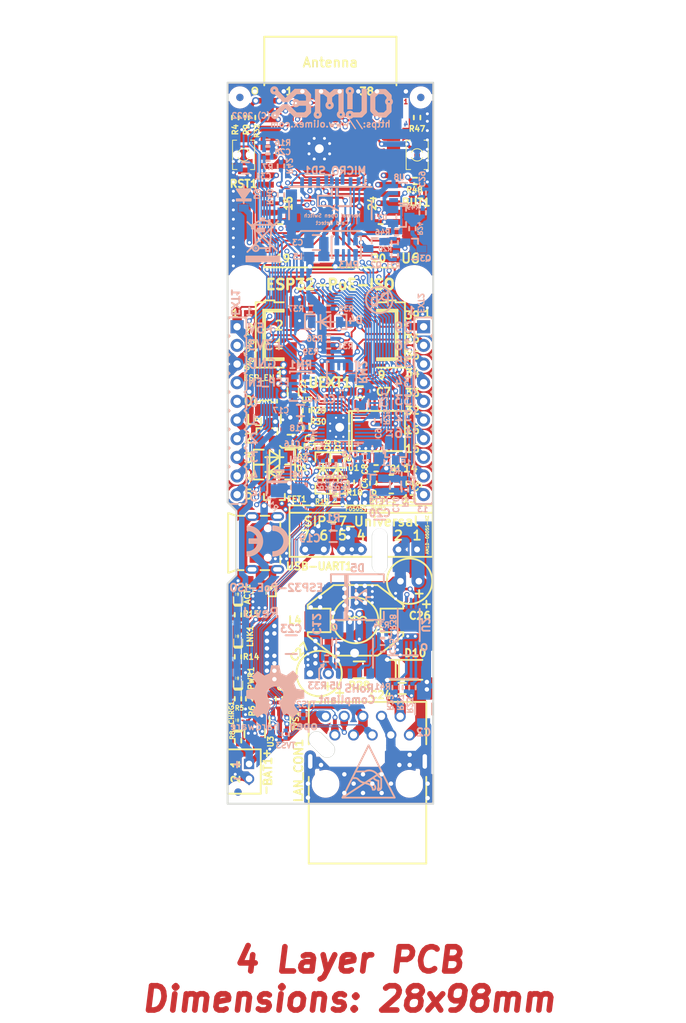
<source format=kicad_pcb>
(kicad_pcb (version 20221018) (generator pcbnew)
  (title_block (title "ESP32-PoE-ISO") (date "2022-05-31") (rev "J") (company "OLIMEX Ltd.") (comment 1 "https://www.olimex.com"))
  (layers (0 "F.Cu" signal) (1 "In1.Cu" power) (2 "In2.Cu" power) (31 "B.Cu" signal) (34 "B.Paste" user) (35 "F.Paste" user) (36 "B.SilkS" user "B.Silkscreen") (37 "F.SilkS" user "F.Silkscreen") (38 "B.Mask" user) (39 "F.Mask" user) (44 "Edge.Cuts" user))
  (net 0 "")
  (net 1 "+5V")
  (net 2 "GND")
  (net 3 "Net-(BAT1-Pad1)")
  (net 4 "Net-(BUT1-Pad2)")
  (net 5 "/GPI34/BUT1")
  (net 6 "+3V3")
  (net 7 "Net-(C11-Pad1)")
  (net 8 "/GPIO3/U0RXD")
  (net 9 "/ESP_EN")
  (net 10 "/GPIO25/EMAC_RXD0(RMII)")
  (net 11 "/GPIO19/EMAC_TXD0(RMII)")
  (net 12 "/GPIO26/EMAC_RXD1(RMII)")
  (net 13 "/GPIO1/U0TXD")
  (net 14 "Net-(L2-Pad1)")
  (net 15 "Net-(Q2-Pad1)")
  (net 16 "/GPIO22/EMAC_TXD1(RMII)")
  (net 17 "/GPIO21/EMAC_TX_EN(RMII)")
  (net 18 "Net-(MICRO_SD1-Pad5)")
  (net 19 "/GPI36/U1RXD")
  (net 20 "/GPIO23/MDC(RMII)")
  (net 21 "/GPIO27/EMAC_RX_CRS_DV")
  (net 22 "/GPIO4/U1TXD")
  (net 23 "/GPIO2/HS2_DATA0")
  (net 24 "/GPIO13/I2C-SDA")
  (net 25 "/GPIO14/HS2_CLK")
  (net 26 "/GPIO15/HS2_CMD")
  (net 27 "/GPIO16/I2C-SCL")
  (net 28 "/GPIO18/MDIO(RMII)")
  (net 29 "/+5V_USB")
  (net 30 "Net-(MICRO_SD1-Pad1)")
  (net 31 "Net-(MICRO_SD1-Pad2)")
  (net 32 "Net-(MICRO_SD1-Pad8)")
  (net 33 "Net-(U4-Pad4)")
  (net 34 "Net-(U4-Pad14)")
  (net 35 "Net-(U4-Pad18)")
  (net 36 "Net-(U4-Pad20)")
  (net 37 "Net-(U4-Pad26)")
  (net 38 "Net-(USB-UART1-Pad4)")
  (net 39 "Net-(MICRO_SD1-Pad7)")
  (net 40 "/D_Com")
  (net 41 "Earth")
  (net 42 "+5VP")
  (net 43 "Spare1")
  (net 44 "Spare2")
  (net 45 "/GPIO33")
  (net 46 "/GPIO32")
  (net 47 "/GPI39")
  (net 48 "Net-(FID1-PadFid1)")
  (net 49 "Net-(FID2-PadFid1)")
  (net 50 "Net-(FID3-PadFid1)")
  (net 51 "Net-(MICRO_SD1-PadCD1)")
  (net 52 "Net-(C4-Pad1)")
  (net 53 "Net-(C5-Pad1)")
  (net 54 "Net-(C21-Pad2)")
  (net 55 "Net-(D4-Pad1)")
  (net 56 "Net-(Q2-Pad2)")
  (net 57 "Net-(Q3-Pad3)")
  (net 58 "Net-(Q3-Pad2)")
  (net 59 "Net-(Q3-Pad1)")
  (net 60 "Net-(R6-Pad1)")
  (net 61 "Net-(R26-Pad1)")
  (net 62 "Net-(R29-Pad1)")
  (net 63 "Net-(U1-Pad17)")
  (net 64 "Net-(U1-Pad14)")
  (net 65 "Net-(U1-Pad13)")
  (net 66 "Net-(U1-Pad12)")
  (net 67 "Net-(U1-Pad11)")
  (net 68 "Net-(C6-Pad1)")
  (net 69 "+3.3VLAN")
  (net 70 "Net-(C17-Pad1)")
  (net 71 "/GPIO0")
  (net 72 "/GPIO5/SPI_CS")
  (net 73 "/GPI35")
  (net 74 "Net-(RM1-Pad3.2)")
  (net 75 "Net-(RM1-Pad2.2)")
  (net 76 "Net-(RM1-Pad4.2)")
  (net 77 "/GPIO17/EMAC_CLK_OUT_180")
  (net 78 "/GPIO12/PHY_PWR")
  (net 79 "Net-(FID4-PadFid1)")
  (net 80 "Net-(FID5-PadFid1)")
  (net 81 "Net-(FID6-PadFid1)")
  (net 82 "Net-(ACT1-Pad2)")
  (net 83 "Net-(ACT1-Pad1)")
  (net 84 "Net-(LNK1-Pad1)")
  (net 85 "Net-(C3-Pad1)")
  (net 86 "Net-(RM1-Pad1.2)")
  (net 87 "Net-(CHRG1-Pad1)")
  (net 88 "Net-(PWR1-Pad1)")
  (net 89 "Net-(C10-Pad2)")
  (net 90 "Net-(R3-Pad2)")
  (net 91 "Net-(L3-Pad1)")
  (net 92 "Net-(R8-Pad2)")
  (net 93 "/TD+")
  (net 94 "/TD-")
  (net 95 "/RD+")
  (net 96 "/RD-")
  (net 97 "/Shield")
  (net 98 "Net-(R14-Pad2)")
  (net 99 "/USB_D-")
  (net 100 "/USB_D+")
  (net 101 "Net-(C8-Pad1)")
  (net 102 "Net-(D6-Pad1)")
  (net 103 "Net-(D7-Pad2)")
  (net 104 "Net-(U1-Pad20)")
  (net 105 "Net-(D9-Pad1)")
  (net 106 "Net-(C12-Pad1)")
  (net 107 "Net-(C12-Pad2)")
  (net 108 "Net-(C25-Pad2)")
  (net 109 "Net-(R22-Pad2)")
  (net 110 "Net-(R23-Pad1)")
  (net 111 "Net-(R27-Pad2)")
  (net 112 "Net-(R33-Pad1)")
  (net 113 "Net-(U2-Pad7)")
  (net 114 "Net-(U2-Pad6)")
  (net 115 "Net-(U5-Pad7)")
  (net 116 "/5V_DCDC")
  (net 117 "/ILIM")
  (net 118 "Net-(U6-Pad21)")
  (net 119 "Net-(U6-Pad22)")
  (net 120 "Net-(U6-Pad20)")
  (net 121 "Net-(U6-Pad19)")
  (net 122 "Net-(U6-Pad17)")
  (net 123 "Net-(U6-Pad18)")
  (net 124 "Net-(U6-Pad32)")
  (net 125 "Net-(U8-Pad1)")
  (footprint "OLIMEX_Other-FP:Fiducial1x3" (layer "F.Cu") (at 91.567 186.563 -90)
    (fp_text reference "FID3" hide)
    (fp_text value "Fiducial" hide)
  )
  (footprint "OLIMEX_Other-FP:Fiducial1x3" (layer "F.Cu") (at 116.459 92 -90)
    (fp_text reference "FID2" hide)
    (fp_text value "Fiducial" hide)
  )
  (footprint "OLIMEX_RLC-FP:R_0402_5MIL_DWS" (layer "F.Cu") (at 93.472 94.742 -90)
    (fp_text reference "R32")
    (fp_text value "10k/R0402")
  )
  (footprint "OLIMEX_Buttons-FP:IT1185AU2_V2" (layer "F.Cu") (at 115.959 99.822 90)
    (fp_text reference "BUT1")
    (fp_text value "IT1185AU2")
  )
  (footprint "OLIMEX_RLC-FP:C_0603_5MIL_DWS" (layer "F.Cu") (at 94.869 174.371 90)
    (fp_text reference "C1")
    (fp_text value "22uF/6.3V/20%/X5R/C0603")
  )
  (footprint "OLIMEX_IC-FP:SOT-23-5" (layer "F.Cu") (at 93.853 178.562 -90)
    (fp_text reference "U3")
    (fp_text value "BL4054B-42TPRN(SOT23-5)")
  )
  (footprint "OLIMEX_RLC-FP:R_0402_5MIL_DWS" (layer "F.Cu") (at 93.091 173.863 90)
    (fp_text reference "R6")
    (fp_text value "10k/R0402")
  )
  (footprint "OLIMEX_RLC-FP:R_0402_5MIL_DWS" (layer "F.Cu") (at 91.186 94.742 90)
    (fp_text reference "R4")
    (fp_text value "47k/R0402")
  )
  (footprint "OLIMEX_RLC-FP:R_0402_5MIL_DWS" (layer "F.Cu") (at 92.075 94.742 -90)
    (fp_text reference "R9")
    (fp_text value "100k/R0402")
  )
  (footprint "OLIMEX_LEDs-FP:LED_0603_KA" (layer "F.Cu") (at 91.567 176.784 90)
    (fp_text reference "CHRG1")
    (fp_text value "LED/YELLOW/0603")
  )
  (footprint "OLIMEX_LEDs-FP:LED_0603_KA" (layer "F.Cu") (at 91.567 171.069 90)
    (fp_text reference "PWR1")
    (fp_text value "LED/RED/0603")
  )
  (footprint "OLIMEX_RLC-FP:R_0402_5MIL_DWS" (layer "F.Cu") (at 91.567 173.863 -90)
    (fp_text reference "R5")
    (fp_text value "2.2k/R0402")
  )
  (footprint "OLIMEX_Other-FP:Fiducial1x3" (layer "F.Cu") (at 91.821 92 -90)
    (fp_text reference "FID1" hide)
    (fp_text value "Fiducial" hide)
  )
  (footprint "OLIMEX_Buttons-FP:IT1185AU2_V2" (layer "F.Cu") (at 92.321 99.822 90)
    (fp_text reference "RST1")
    (fp_text value "IT1185AU2")
  )
  (footprint "OLIMEX_RLC-FP:C_0402_5MIL_DWS" (layer "F.Cu") (at 97.155 173.863 90)
    (fp_text reference "C11")
    (fp_text value "100nF/16V/10%/X7R/C0402")
  )
  (footprint "OLIMEX_Transistors-FP:SOT23" (layer "F.Cu") (at 96.52 146.177 90)
    (fp_text reference "FET1")
    (fp_text value "WPM2015-3/TR")
  )
  (footprint "OLIMEX_RLC-FP:CD32" (layer "F.Cu") (at 95.377 133.35 90)
    (fp_text reference "L2")
    (fp_text value "2.2uH/1.5A/DCR=72mR/20%/3.00x3.00x1.50mm/CD32(NR3015T2R2M)")
  )
  (footprint "OLIMEX_RLC-FP:R_0402_5MIL_DWS" (layer "F.Cu") (at 100.838 136.906 -90)
    (fp_text reference "R30")
    (fp_text value "49.9k/1%/R0402")
  )
  (footprint "OLIMEX_RLC-FP:R_0402_5MIL_DWS" (layer "F.Cu") (at 100.838 134.62 90)
    (fp_text reference "R29")
    (fp_text value "220k/R0402")
  )
  (footprint "OLIMEX_RLC-FP:C_0603_5MIL_DWS" (layer "F.Cu") (at 98.806 138.684)
    (fp_text reference "C6")
    (fp_text value "22uF/6.3V/20%/X5R/C0603")
  )
  (footprint "OLIMEX_Regulators-FP:SOT-23-5" (layer "F.Cu") (at 98.806 135.763 90)
    (fp_text reference "U7")
    (fp_text value "SY8089AAAC(SOT23-5)")
  )
  (footprint "OLIMEX_RLC-FP:C_0603_5MIL_DWS" (layer "F.Cu") (at 99.06 132.08 -90)
    (fp_text reference "C22")
    (fp_text value "22uF/6.3V/20%/X5R/C0603")
  )
  (footprint "OLIMEX_RLC-FP:R_0402_5MIL_DWS" (layer "F.Cu") (at 91.567 168.148 -90)
    (fp_text reference "R14")
    (fp_text value "2.2k/R0402")
  )
  (footprint "OLIMEX_LEDs-FP:LED_0603_KA" (layer "F.Cu") (at 91.567 165.354 90)
    (fp_text reference "LNK1")
    (fp_text value "LED/GREEN/0603")
  )
  (footprint "OLIMEX_RLC-FP:R_0402_5MIL_DWS" (layer "F.Cu") (at 91.567 162.433 -90)
    (fp_text reference "R15")
    (fp_text value "2.2k/R0402")
  )
  (footprint "OLIMEX_LEDs-FP:LED_0603_KA" (layer "F.Cu") (at 91.567 159.639 90)
    (fp_text reference "ACT1")
    (fp_text value "LED/YELLOW/0603")
  )
  (footprint "OLIMEX_RLC-FP:L_0805_5MIL_DWS" (layer "F.Cu") (at 94.488 159.258 -90)
    (fp_text reference "L3")
    (fp_text value "FB0805/600R/2A")
  )
  (footprint "OLIMEX_RLC-FP:C_0603_5MIL_DWS" (layer "F.Cu") (at 108.077 132.08 180)
    (fp_text reference "C7")
    (fp_text value "22uF/6.3V/20%/X5R/C0603")
  )
  (footprint "OLIMEX_RLC-FP:C_0402_5MIL_DWS" (layer "F.Cu") (at 114.935 144.526 -90)
    (fp_text reference "C5")
    (fp_text value "27pF/50V/5%/C0G/C0402")
  )
  (footprint "OLIMEX_RLC-FP:C_0402_5MIL_DWS" (layer "F.Cu") (at 109.982 144.526 90)
    (fp_text reference "C4")
    (fp_text value "27pF/50V/5%/C0G/C0402")
  )
  (footprint "OLIMEX_Transistors-FP:SOT23" (layer "F.Cu") (at 95.504 137.668 -90)
    (fp_text reference "FET2")
    (fp_text value "WPM2015-3/TR")
  )
  (footprint "OLIMEX_RLC-FP:R_0402_5MIL_DWS" (layer "F.Cu") (at 106.934 144.399 -90)
    (fp_text reference "R18")
    (fp_text value "10k/R0402")
  )
  (footprint "OLIMEX_Other-FP:Mounting_hole_2_mm" (layer "F.Cu") (at 102.9716 180.0987 45)
    (fp_text reference "Drill_Slot3" hide)
    (fp_text value "2 mm" hide)
  )
  (footprint "OLIMEX_Regulators-FP:SIP-7_Universal" (layer "F.Cu") (at 108.331 153.543 180)
    (fp_text reference "DCDC1")
    (fp_text value "F0505S-2WR2(SIP-7)")
  )
  (footprint "OLIMEX_RLC-FP:CPOL-RM2.5mm_6.3x11mm_PTH" (layer "F.Cu") (at 102.616 170.434 180)
    (fp_text reference "C27")
    (fp_text value "15uF/100V/20%/RM2.5/6.3x11mm(Farnell:1281844)")
  )
  (footprint "OLIMEX_IC-FP:SSOP-20W" (layer "F.Cu") (at 110.49 137.414)
    (fp_text reference "U1")
    (fp_text value "CH340T(SSOP20W)")
  )
  (footprint "OLIMEX_Crystal-FP:TSX-3.2x2.5mm_GND(3)" (layer "F.Cu") (at 112.438 144.653)
    (fp_text reference "Q1")
    (fp_text value "Q12MHz/20pF/10ppm/4P/3.2x2.5mm")
  )
  (footprint "OLIMEX_RLC-FP:R_0402_5MIL_DWS" (layer "F.Cu") (at 104.775 146.685 180)
    (fp_text reference "R19")
    (fp_text value "10k/R0402")
  )
  (footprint "OLIMEX_Diodes-FP:SOD-123_1C-2A_KA" (layer "F.Cu") (at 103.124 143.129 -90)
    (fp_text reference "D6")
    (fp_text value "1N5819S4/SOD123")
  )
  (footprint "OLIMEX_Diodes-FP:SOD-123_1C-2A_KA" (layer "F.Cu") (at 105.156 143.129 -90)
    (fp_text reference "D7")
    (fp_text value "1N5819S4/SOD123")
  )
  (footprint "OLIMEX_Diodes-FP:SOD-123_1C-2A_KA" (layer "F.Cu") (at 96.52 140.97 180)
    (fp_text reference "D3")
    (fp_text value "1N5819S4/SOD123")
  )
  (footprint "OLIMEX_Diodes-FP:SOD-123_1C-2A_KA" (layer "F.Cu") (at 96.52 143.002)
    (fp_text reference "D1")
    (fp_text value "1N5819S4/SOD123")
  )
  (footprint "OLIMEX_Connectors-FP:USB-MICRO_MISB-SWMM-5B_LF" (layer "F.Cu") (at 93.726 152.654 180)
    (fp_text reference "USB-UART1")
    (fp_text value "MISB-SWMM-5B-LF(USB_MICRO)")
  )
  (footprint "OLIMEX_Other-FP:Mounting_hole_2_mm" (layer "F.Cu") (at 110.871 153.7335)
    (fp_text reference "Drill_Slot1" hide)
    (fp_text value "2 mm" hide)
  )
  (footprint "OLIMEX_Diodes-FP:SOT-23-5" (layer "F.Cu") (at 97.282 176.911 -90)
    (fp_text reference "TVS1")
    (fp_text value "ESDS314DBVR(SOT-23-5)")
  )
  (footprint "OLIMEX_Connectors-FP:RJP-003TC1(LPJ4112CNL)" (layer "F.Cu") (at 109.2 185.293)
    (fp_text reference "LAN_CON1")
    (fp_text value "RJP-003TC1(LPJ4112CNL)")
  )
  (footprint "OLIMEX_Connectors-FP:GBH-254-SMT-10" (layer "F.Cu") (at 104.14 124.333)
    (fp_text reference "UEXT1")
    (fp_text value "P-B-V-10-LF")
  )
  (footprint "OLIMEX_RLC-FP:C_0402_5MIL_DWS" (layer "F.Cu") (at 110.363 142.494)
    (fp_text reference "C8")
    (fp_text value "100nF/16V/10%/X7R/C0402")
  )
  (footprint "OLIMEX_RLC-FP:R_1206_5MIL_DWS" (layer "F.Cu") (at 108.077 169.926)
    (fp_text reference "R28")
    (fp_text value "0.03R/1%/R1206")
  )
  (footprint "OLIMEX_RLC-FP:DBS135" (layer "F.Cu") (at 107.569 163.195)
    (fp_text reference "L4")
    (fp_text value "33uH/2.1A/DCR=0.1R/20%/DBS135(PD3316MT330)")
  )
  (footprint "OLIMEX_RLC-FP:CPOL-RM2.5mm_6.3x11mm_PTH" (layer "F.Cu") (at 114.935 157.861 180)
    (fp_text reference "C26")
    (fp_text value "470uF/10V/20%/Low_ESR/RM2.5/6.0x11mm")
  )
  (footprint "OLIMEX_RLC-FP:R_0402_5MIL_DWS" (layer "F.Cu") (at 115.951 94.742 90)
    (fp_text reference "R47")
    (fp_text value "220R/R0402")
  )
  (footprint "OLIMEX_RLC-FP:R_0402_5MIL_DWS" (layer "F.Cu") (at 91.567 179.578 -90)
    (fp_text reference "R8")
    (fp_text value "2.2k/R0402")
  )
  (footprint "OLIMEX_RLC-FP:C_0603_5MIL_DWS" (layer "F.Cu") (at 113.919 172.466)
    (fp_text reference "C24")
    (fp_text value "100nF/100V/10%/X7R/C0603")
  )
  (footprint "OLIMEX_Diodes-FP:SMA-KA" (layer "F.Cu") (at 114.173 169.926)
    (fp_text reference "D10")
    (fp_text value "SMAJ58A/SMA")
  )
  (footprint "OLIMEX_Cases-FP:ESP32-WROVER(WROOM)-UNIVERSAL_MODULE" (layer "F.Cu") (at 104.14 99.441)
    (fp_text reference "U6")
    (fp_text value "ESP32-WROVER-E")
  )
  (footprint "OLIMEX_RLC-FP:R_0402_5MIL_DWS" (layer "F.Cu") (at 115.697 103.378)
    (fp_text reference "R48")
    (fp_text value "10k/R0402")
  )
  (footprint "OLIMEX_Other-FP:NPTH_2.2mm" (layer "F.Cu") (at 97.79 185.42)
    (fp_text reference "MH1" hide)
    (fp_text value "Mounting_Hole_NPTH" hide)
  )
  (footprint "OLIMEX_Other-FP:NPTH_2.2mm" (layer "F.Cu") (at 92.71 117.475)
    (fp_text reference "MH2" hide)
    (fp_text value "Mounting_Hole_NPTH" hide)
  )
  (footprint "OLIMEX_Other-FP:NPTH_2.2mm" (layer "F.Cu") (at 115.57 117.475)
    (fp_text reference "MH3" hide)
    (fp_text value "Mounting_Hole_NPTH" hide)
  )
  (footprint "OLIMEX_Connectors-FP:LIPO_BAT_VERTICAL_DW02S" (layer "F.Cu") (at 89.535 183.769 -90)
    (fp_text reference "BAT1")
    (fp_text value "DW02S")
  )
  (footprint "OLIMEX_RLC-FP:L_0805_5MIL_DWS" (layer "B.Cu") (at 102.235 113.665)
    (fp_text reference "L5")
    (fp_text value "FB0805/600R/2A")
  )
  (footprint "OLIMEX_Connectors-FP:HN1x10" (layer "B.Cu") (at 116.84 134.65 -90)
    (fp_text reference "EXT2")
    (fp_text value "NS(HN1x10)")
  )
  (footprint "OLIMEX_Other-FP:Fiducial1x3" (layer "B.Cu") (at 91.567 186.563 -90)
    (fp_text reference "FID6" hide)
    (fp_text value "Fiducial" hide)
  )
  (footprint "OLIMEX_RLC-FP:R_0402_5MIL_DWS" (layer "B.Cu") (at 101.473 120.777 180)
    (fp_text reference "R37")
    (fp_text value "10k/R0402")
  )
  (footprint "OLIMEX_RLC-FP:R_0402_5MIL_DWS" (layer "B.Cu") (at 97.409 105.283 90)
    (fp_text reference "R40")
    (fp_text value "10R/R0402")
  )
  (footprint "OLIMEX_Other-FP:Fiducial1x3" (layer "B.Cu") (at 116.459 92 -90)
    (fp_text reference "FID5" hide)
    (fp_text value "Fiducial" hide)
  )
  (footprint "OLIMEX_Other-FP:Fiducial1x3" (layer "B.Cu") (at 91.821 92 -90)
    (fp_text reference "FID4" hide)
    (fp_text value "Fiducial" hide)
  )
  (footprint "OLIMEX_RLC-FP:R_MATRIX_4" (layer "B.Cu") (at 106.299 112.395)
    (fp_text reference "RM3")
    (fp_text value "RA1206_(4X0603)_4B8_2.2k")
  )
  (footprint "OLIMEX_RLC-FP:R_0402_5MIL_DWS" (layer "B.Cu") (at 103.886 126.619)
    (fp_text reference "R39")
    (fp_text value "10k/R0402")
  )
  (footprint "OLIMEX_Connectors-FP:HN1x10" (layer "B.Cu") (at 91.44 134.65 -90)
    (fp_text reference "EXT1")
    (fp_text value "NS(HN1x10)")
  )
  (footprint "OLIMEX_RLC-FP:C_0603_5MIL_DWS" (layer "B.Cu") (at 104.521 151.765)
    (fp_text reference "C19")
    (fp_text value "22uF/6.3V/20%/X5R/C0603")
  )
  (footprint "OLIMEX_RLC-FP:C_1206_5MIL_DWS_ISO" (layer "B.Cu") (at 116.84 175.26 -90)
    (fp_text reference "C2")
    (fp_text value "1nF/2000V/10%/X7R/C1206")
  )
  (footprint "OLIMEX_RLC-FP:C_1808(4520)_5MIL_DWS_ISO" (layer "B.Cu") (at 110.871 150.749)
    (fp_text reference "C20")
    (fp_text value "NA(1.0nF/3kV/10%/X7R/SMD/1808(VISHAY-VJ1808Y102KBHAT4X_Farnell-2407291))")
  )
  (footprint "OLIMEX_RLC-FP:C_1808(4520)_5MIL_DWS_ISO" (layer "B.Cu") (at 98.806 166.497)
    (fp_text reference "C23")
    (fp_text value "1.0nF/3kV/10%/X7R/SMD/1808(VISHAY-VJ1808Y102KBHAT4X_Farnell-2407291)")
  )
  (footprint "OLIMEX_RLC-FP:R_0402_5MIL_DWS" (layer "B.Cu") (at 114.3 143.256 90)
    (fp_text reference "R3")
    (fp_text value "1k/R0402")
  )
  (footprint "OLIMEX_RLC-FP:C_0603_5MIL_DWS" (layer "B.Cu") (at 113.03 144.78 90)
    (fp_text reference "C10")
    (fp_text value "22uF/6.3V/20%/X5R/C0603")
  )
  (footprint "OLIMEX_RLC-FP:C_0402_5MIL_DWS" (layer "B.Cu") (at 100.076 135.89 180)
    (fp_text reference "C18")
    (fp_text value "100nF/16V/10%/X7R/C0402")
  )
  (footprint "OLIMEX_RLC-FP:C_0603_5MIL_DWS" (layer "B.Cu") (at 110.109 133.604 -90)
    (fp_text reference "C21")
    (fp_text value "NA(10uF/6.3V/20%/X5R/C0603)")
  )
  (footprint "OLIMEX_RLC-FP:C_0603_5MIL_DWS" (layer "B.Cu") (at 100.076 134.62 180)
    (fp_text reference "C17")
    (fp_text value "2.2uF/6.3V/10%/X5R/C0603")
  )
  (footprint "OLIMEX_RLC-FP:L_0805_5MIL_DWS" (layer "B.Cu") (at 109.093 142.367 180)
    (fp_text reference "L1")
    (fp_text value "FB0805/600R/2A")
  )
  (footprint "OLIMEX_IC-FP:QFN32_EP(33)_5.00x5.00x0.90mm_Pitch_0.50mm" (layer "B.Cu") (at 105.41 136.906 90)
    (fp_text reference "U4")
    (fp_text value "LAN8710A-EZC(QFN32)")
  )
  (footprint "OLIMEX_Transistors-FP:SOT23" (layer "B.Cu") (at 113.03 140.335 90)
    (fp_text reference "T1")
    (fp_text value "LMUN2211LT1G(SOT-23)")
  )
  (footprint "OLIMEX_RLC-FP:R_0402_5MIL_DWS" (layer "B.Cu") (at 106.68 141.986 90)
    (fp_text reference "R12")
    (fp_text value "49.9R/1%/R0402")
  )
  (footprint "OLIMEX_RLC-FP:R_0402_5MIL_DWS" (layer "B.Cu") (at 114.3 145.415 90)
    (fp_text reference "R2")
    (fp_text value "10k/R0402")
  )
  (footprint "OLIMEX_RLC-FP:R_0402_5MIL_DWS" (layer "B.Cu") (at 95.631 98.171 180)
    (fp_text reference "R16")
    (fp_text value "470k/R0402")
  )
  (footprint "OLIMEX_RLC-FP:R_0402_5MIL_DWS" (layer "B.Cu") (at 95.631 100.203)
    (fp_text reference "R7")
    (fp_text value "470k/R0402")
  )
  (footprint "OLIMEX_RLC-FP:C_0603_5MIL_DWS" (layer "B.Cu") (at 110.617 139.954 90)
    (fp_text reference "C9")
    (fp_text value "22uF/6.3V/20%/X5R/C0603")
  )
  (footprint "OLIMEX_Transistors-FP:SOT23" (layer "B.Cu") (at 110.236 144.78)
    (fp_text reference "FET3")
    (fp_text value "WPM2015-3/TR")
  )
  (footprint "OLIMEX_RLC-FP:R_0402_5MIL_DWS" (layer "B.Cu") (at 110.617 136.017 -90)
    (fp_text reference "R25")
    (fp_text value "10k/R0402")
  )
  (footprint "OLIMEX_RLC-FP:C_0402_5MIL_DWS" (layer "B.Cu") (at 100.965 139.192 180)
    (fp_text reference "C16")
    (fp_text value "100nF/16V/10%/X7R/C0402")
  )
  (footprint "OLIMEX_RLC-FP:R_0402_5MIL_DWS" (layer "B.Cu") (at 100.965 140.081 180)
    (fp_text reference "R26")
    (fp_text value "12.1k/1%/R0402")
  )
  (footprint "OLIMEX_RLC-FP:R_0402_5MIL_DWS" (layer "B.Cu") (at 104.521 150.495)
    (fp_text reference "R1")
    (fp_text value "10k/R0402")
  )
  (footprint "OLIMEX_RLC-FP:R_0402_5MIL_DWS" (layer "B.Cu") (at 112.903 111.76 90)
    (fp_text reference "R20")
    (fp_text value "1k/R0402")
  )
  (footprint "OLIMEX_RLC-FP:R_0402_5MIL_DWS" (layer "B.Cu") (at 112.903 113.538 90)
    (fp_text reference "R21")
    (fp_text value "1k/R0402")
  )
  (footprint "OLIMEX_Transistors-FP:SOT23" (layer "B.Cu") (at 115.443 112.649 180)
    (fp_text reference "Q3")
    (fp_text value "BC817-40(SOT23)")
  )
  (footprint "OLIMEX_Transistors-FP:SOT23" (layer "B.Cu") (at 110.39856 112.58296)
    (fp_text reference "Q2")
    (fp_text value "BC817-40(SOT23)")
  )
  (footprint "OLIMEX_Diodes-FP:SOT23-3" (layer "B.Cu") (at 113.792 108.204 180)
    (fp_text reference "D2")
    (fp_text value "BAT54C(SOT23-3)")
  )
  (footprint "OLIMEX_RLC-FP:R_0402_5MIL_DWS" (layer "B.Cu") (at 103.886 125.73)
    (fp_text reference "R31")
    (fp_text value "2.2k/R0402")
  )
  (footprint "OLIMEX_RLC-FP:R_0402_5MIL_DWS" (layer "B.Cu") (at 116.713 107.696 -90)
    (fp_text reference "R49")
    (fp_text value "NA/R0402")
  )
  (footprint "OLIMEX_RLC-FP:R_0402_5MIL_DWS" (layer "B.Cu") (at 103.886 120.777)
    (fp_text reference "R35")
    (fp_text value "2.2k/R0402")
  )
  (footprint "OLIMEX_RLC-FP:R_0402_5MIL_DWS" (layer "B.Cu") (at 103.886 124.841)
    (fp_text reference "R36")
    (fp_text value "10k/R0402")
  )
  (footprint "OLIMEX_RLC-FP:C_0603_5MIL_DWS" (layer "B.Cu") (at 107.442 144.78 -90)
    (fp_text reference "C13")
    (fp_text value "22uF/6.3V/20%/X5R/C0603")
  )
  (footprint "OLIMEX_RLC-FP:R_0402_5MIL_DWS" (layer "B.Cu") (at 113.157 110.363)
    (fp_text reference "R46")
    (fp_text value "220R/R0402")
  )
  (footprint "OLIMEX_Diodes-FP:SOD-123_1C-2A_KA" (layer "B.Cu") (at 103.505 122.555)
    (fp_text reference "D4")
    (fp_text value "1N5819S4/SOD123")
  )
  (footprint "OLIMEX_RLC-FP:R_0402_5MIL_DWS" (layer "B.Cu") (at 103.124 141.986 90)
    (fp_text reference "R11")
    (fp_text value "49.9R/1%/R0402")
  )
  (footprint "OLIMEX_RLC-FP:R_0402_5MIL_DWS" (layer "B.Cu") (at 104.394 141.986 90)
    (fp_text reference "R10")
    (fp_text value "49.9R/1%/R0402")
  )
  (footprint "OLIMEX_RLC-FP:R_0402_5MIL_DWS" (layer "B.Cu") (at 94.996 145.923 90)
    (fp_text reference "R17")
    (fp_text value "NA/R0402")
  )
  (footprint "OLIMEX_Diodes-FP:SOD-123_1C-2A_KA" (layer "B.Cu") (at 92.329 105.156 90)
    (fp_text reference "D9")
    (fp_text value "1N5819S4/SOD123")
  )
  (footprint "OLIMEX_Diodes-FP:D_0402_5MIL_DWS" (layer "B.Cu") (at 100.457 176.022 -90)
    (fp_text reference "TVS2")
    (fp_text value "NA(GG0402052R542P)")
  )
  (footprint "OLIMEX_Diodes-FP:D_0402_5MIL_DWS" (layer "B.Cu") (at 98.044 178.689 -90)
    (fp_text reference "TVS3")
    (fp_text value "NA(GG0402052R542P)")
  )
  (footprint "OLIMEX_RLC-FP:C_0805_5MIL_DWS" (layer "B.Cu") (at 102.235 111.76 180)
    (fp_text reference "C3")
    (fp_text value "47uF/6.3V/20%/X5R/C0805")
  )
  (footprint "OLIMEX_RLC-FP:R_MATRIX_4" (layer "B.Cu") (at 105.664 129.413)
    (fp_text reference "RM2")
    (fp_text value "RA1206_(4X0603)_4B8_2.2k")
  )
  (footprint "OLIMEX_RLC-FP:R_0402_5MIL_DWS" (layer "B.Cu") (at 105.41 141.986 90)
    (fp_text reference "R13")
    (fp_text value "49.9R/1%/R0402")
  )
  (footprint "OLIMEX_RLC-FP:C_0402_5MIL_DWS" (layer "B.Cu") (at 108.839 140.97)
    (fp_text reference "C15")
    (fp_text value "100nF/16V/10%/X7R/C0402")
  )
  (footprint "OLIMEX_Diodes-FP:DO214AA_1(K)-2(A)" (layer "B.Cu") (at 97.155 143.383 90)
    (fp_text reference "D8")
    (fp_text value "NA(SMBJ6.0A)")
  )
  (footprint "OLIMEX_LOGOs-FP:OLIMEX_LOGO_TB" (layer "B.Cu") (at 104.14 92.71 180)
    (fp_text reference "Logo_Olimex" hide)
    (fp_text value "" hide)
  )
  (footprint "OLIMEX_LOGOs-FP:LOGO_PBFREE" (layer "B.Cu") (at 110.998 119.253)
    (fp_text reference "Sign_PB-Free")
    (fp_text value "")
  )
  (footprint "OLIMEX_LOGOs-FP:LOGO_OPENHARDWARE_8x8" (layer "B.Cu") (at 96.647 173.355 180)
    (fp_text reference "Logo_OSHW" hide)
    (fp_text value "" hide)
  )
  (footprint "OLIMEX_LOGOs-FP:CE_Sign" (layer "B.Cu") (at 94.615 152.4 180)
    (fp_text reference "Sign_CE" hide)
    (fp_text value "CE_Sign" hide)
  )
  (footprint "OLIMEX_LOGOs-FP:LOGO_ANTISTATIC_1" (layer "B.Cu") (at 112.903 187.325 180)
    (fp_text reference "Sign_Antistatic" hide)
    (fp_text value "Val**" hide)
  )
  (footprint "OLIMEX_RLC-FP:C_0402_5MIL_DWS" (layer "B.Cu") (at 111.252 167.005 180)
    (fp_text reference "C25")
    (fp_text value "12pF/50V/5%/COG/C0402")
  )
  (footprint "OLIMEX_RLC-FP:R_0402_5MIL_DWS" (layer "B.Cu") (at 113.03 172.339 90)
    (fp_text reference "R22")
    (fp_text value "24.9k/1%/R0402")
  )
  (footprint "OLIMEX_RLC-FP:R_0402_5MIL_DWS" (layer "B.Cu") (at 115.316 172.339 -90)
    (fp_text reference "R23")
    (fp_text value "180k/1%/R0402")
  )
  (footprint "OLIMEX_RLC-FP:R_0402_5MIL_DWS" (layer "B.Cu") (at 114.427 172.339 90)
    (fp_text reference "R27")
    (fp_text value "4.42k/1%/1/16W/R0402")
  )
  (footprint "OLIMEX_IC-FP:TSSOP-8_Pitch-0.65mm_Dimensions-4.40x3.00x1.20mm" (layer "B.Cu") (at 114.808 163.83 90)
    (fp_text reference "U2")
    (fp_text value "TPS2375PW(TSSOP-8)")
  )
  (footprint "OLIMEX_RLC-FP:C_0402_5MIL_DWS" (layer "B.Cu") (at 95.631 99.187 180)
    (fp_text reference "C28")
    (fp_text value "1nF/50V/10%/X7R/C0402")
  )
  (footprint "OLIMEX_RLC-FP:C_0402_5MIL_DWS" (layer "B.Cu") (at 105.664 132.334)
    (fp_text reference "C14")
    (fp_text value "100nF/16V/10%/X7R/C0402")
  )
  (footprint "OLIMEX_RLC-FP:R_MATRIX_4" (layer "B.Cu") (at 100.076 131.318 90)
    (fp_text reference "RM1")
    (fp_text value "RA1206_(4X0603)_4B8_2.2k")
  )
  (footprint "OLIMEX_RLC-FP:C_0603_5MIL_DWS" (layer "B.Cu") (at 103.632 166.116 -90)
    (fp_text reference "C12")
    (fp_text value "100nF/100V/10%/X7R/C0603")
  )
  (footprint "OLIMEX_RLC-FP:R_0402_5MIL_DWS" (layer "B.Cu") (at 103.632 168.402 180)
    (fp_text reference "R33")
    (fp_text value "4.7R/R0402")
  )
  (footprint "OLIMEX_Diodes-FP:DO214AB(SMC)_1(K)-2(A)" (layer "B.Cu") (at 107.823 160.02)
    (fp_text reference "D5")
    (fp_text value "SS510/100V/5A/0.85V/DO214AB(SMC)")
  )
  (footprint "OLIMEX_RLC-FP:R_2512_MM_DWS" (layer "B.Cu") (at 114.046 169.545)
    (fp_text reference "R41")
    (fp_text value "4.7k/R2512")
  )
  (footprint "OLIMEX_RLC-FP:R_0402_5MIL_DWS" (layer "B.Cu") (at 111.252 166.116 180)
    (fp_text reference "R38")
    (fp_text value "56.2k/1%/R0402")
  )
  (footprint "OLIMEX_Regulators-FP:ESOIC-8" (layer "B.Cu") (at 107.442 167.646)
    (fp_text reference "U5")
    (fp_text value "TX4138(ESOIC-8)")
  )
  (footprint "OLIMEX_RLC-FP:R_0402_5MIL_DWS" (layer "B.Cu") (at 111.252 165.1)
    (fp_text reference "R34")
    (fp_text value "10.5k/1%/R0402")
  )
  (footprint "OLIMEX_RLC-FP:C_0402_5MIL_DWS" (layer "B.Cu") (at 116.713 105.029 -90)
    (fp_text reference "C29")
    (fp_text value "100nF/16V/10%/X7R/C0402")
  )
  (footprint "OLIMEX_IC-FP:SOT-23-5" (layer "B.Cu") (at 114.051 105.029001 180)
    (fp_text reference "U8")
    (fp_text value "SN74LVC1G04DBVR(SOT23-5)")
  )
  (footprint "OLIMEX_RLC-FP:R_0402_5MIL_DWS" (layer "B.Cu") (at 97.409 101.346 -90)
    (fp_text reference "R42")
    (fp_text value "10R/R0402")
  )
  (footprint "OLIMEX_RLC-FP:C_0603_5MIL_DWS" (layer "B.Cu") (at 92.583 101.6 180)
    (fp_text reference "C31")
    (fp_text value "1uF/10V/20%/X5R/C0603")
  )
  (footprint "OLIMEX_RLC-FP:R_0402_5MIL_DWS" (layer "B.Cu") (at 115.316 109.855 90)
    (fp_text reference "R24")
    (fp_text value "220R/R0402")
  )
  (footprint "OLIMEX_LOGOs-FP:LOGO_RECYCLEBIN_1" (layer "B.Cu") (at 97.282 114.427 180)
    (fp_text reference "Sign_RecycleBin" hide)
    (fp_text value "" hide)
  )
  (footprint "OLIMEX_Connectors-FP:uSD(TFC-9P-1.xH(ATFFS150A01BR016))" (layer "B.Cu") (at 104.14 106.68)
    (fp_text reference "MICRO_SD1")
    (fp_text value "TFC-9P-1.7H(ATFFS150A01BR016)")
  )
  (gr_line (start 112.2045 165.354) (end 112.141 165.608) (stroke (width 0.2032)) (layer "B.SilkS"))
  (gr_line (start 112.141 165.608) (end 112.395 165.5445) (stroke (width 0.2032)) (layer "B.SilkS"))
  (gr_line (start 103.251 169.164) (end 103.124 169.545) (stroke (width 0.254)) (layer "B.SilkS"))
  (gr_line (start 103.251 169.164) (end 102.87 169.291) (stroke (width 0.254)) (layer "B.SilkS"))
  (gr_line (start 102.616 169.799) (end 103.251 169.164) (stroke (width 0.254)) (layer "B.SilkS"))
  (gr_line (start 112.4585 164.6555) (end 112.4585 165.2905) (stroke (width 0.2032)) (layer "B.SilkS"))
  (gr_line (start 102.616 171.196) (end 102.616 169.799) (stroke (width 0.254)) (layer "B.SilkS"))
  (gr_line (start 112.4585 165.2905) (end 112.141 165.608) (stroke (width 0.2032)) (layer "B.SilkS"))
  (gr_line (start 100.33 139.7) (end 99.822 139.954) (stroke (width 0.254)) (layer "F.SilkS"))
  (gr_line (start 100.33 139.7) (end 99.822 139.446) (stroke (width 0.254)) (layer "F.SilkS"))
  (gr_line (start 97.536 139.7) (end 97.282 139.446) (stroke (width 0.254)) (layer "F.SilkS"))
  (gr_line (start 100.33 139.7) (end 97.663 139.7) (stroke (width 0.254)) (layer "F.SilkS"))
  (gr_line (start 97.663 139.7) (end 97.536 139.7) (stroke (width 0.254)) (layer "F.SilkS"))
  (gr_line (start 118.15 188.15) (end 118.15 90) (stroke (width 0.254)) (layer "Edge.Cuts"))
  (gr_line (start 90.15 147.1) (end 90.15 90) (stroke (width 0.254)) (layer "Edge.Cuts"))
  (gr_line (start 90.15 90) (end 118.15 90) (stroke (width 0.254)) (layer "Edge.Cuts"))
  (gr_line (start 90.15 188.15) (end 118.15 188.15) (stroke (width 0.254)) (layer "Edge.Cuts"))
  (gr_line (start 90.15 188.15) (end 90.15 158.2) (stroke (width 0.254)) (layer "Edge.Cuts"))
  (gr_line (start 90.15 158.2) (end 91.35 157) (stroke (width 0.254)) (layer "Edge.Cuts"))
  (gr_arc (start 101.538363 180.095033) (mid 101.538363 178.658179) (end 102.975217 178.658179) (stroke (width 0.15)) (layer "Edge.Cuts"))
  (gr_arc (start 104.412048 180.095025) (mid 104.41205 181.531863) (end 102.975212 181.531865) (stroke (width 0.15)) (layer "Edge.Cuts"))
  (gr_line (start 102.975212 181.531865) (end 101.538369 180.095027) (stroke (width 0.15)) (layer "Edge.Cuts"))
  (gr_line (start 104.41205 180.095025) (end 102.975217 178.658179) (stroke (width 0.15)) (layer "Edge.Cuts"))
  (gr_line (start 111.887 155.702) (end 111.887 151.765) (stroke (width 0.15)) (layer "Edge.Cuts"))
  (gr_arc (start 111.887 155.702) (mid 110.871 156.718) (end 109.855 155.702) (stroke (width 0.15)) (layer "Edge.Cuts"))
  (gr_line (start 109.855 155.702) (end 109.854991 151.765) (stroke (width 0.15)) (layer "Edge.Cuts"))
  (gr_arc (start 109.854991 151.765) (mid 110.871 150.748991) (end 111.887009 151.765) (stroke (width 0.15)) (layer "Edge.Cuts"))
  (gr_line (start 91.35 148.3) (end 91.35 157) (stroke (width 0.254)) (layer "Edge.Cuts"))
  (gr_line (start 90.15 147.1) (end 91.35 148.3) (stroke (width 0.254)) (layer "Edge.Cuts"))
  (gr_text "1" (at 114.427 92.583) (layer "F.Cu") (effects (font (size 0.635 0.635) (thickness 0.15875))))
  (gr_text "4 Layer PCB\nDimensions: 28x98mm" (at 106.68 212.09) (layer "F.Cu") (effects (font (size 3.302 3.302) (thickness 0.762) italic)))
  (gr_text "4" (at 114.427 95.631) (layer "B.Cu") (effects (font (size 0.635 0.635) (thickness 0.15875)) (justify mirror)))
  (gr_text "1" (at 115.189 121.031) (layer "B.SilkS") (effects (font (size 1.016 1.016) (thickness 0.254)) (justify mirror)))
  (gr_text "https://www.olimex.com" (at 104.14 95.631) (layer "B.SilkS") (effects (font (size 0.889 0.889) (thickness 0.1905)) (justify mirror)))
  (gr_text "1" (at 108.839 103.505) (layer "B.SilkS") (effects (font (size 0.762 0.762) (thickness 0.1905)) (justify mirror)))
  (gr_text "(C) 2022" (at 93.345 94.488) (layer "B.SilkS") (effects (font (size 0.762 0.762) (thickness 0.1905)) (justify mirror)))
  (gr_text "RoHS" (at 108.077 172.466) (layer "B.SilkS") (effects (font (size 1.016 1.016) (thickness 0.254)) (justify mirror)))
  (gr_text "Compliant" (at 106.426 173.99) (layer "B.SilkS") (effects (font (size 1.016 1.016) (thickness 0.254)) (justify mirror)))
  (gr_text "ESP32-PoE-ISO" (at 96.774 158.75) (layer "B.SilkS") (effects (font (size 1.016 1.016) (thickness 0.254)) (justify mirror)))
  (gr_text "39" (at 114.046 123.317) (layer "B.SilkS") (effects (font (size 1.27 1.27) (thickness 0.254)) (justify mirror)))
  (gr_text "35" (at 114.046 128.016) (layer "B.SilkS") (effects (font (size 1.27 1.27) (thickness 0.254)) (justify mirror)))
  (gr_text "34" (at 114.046 130.81) (layer "B.SilkS") (effects (font (size 1.27 1.27) (thickness 0.254)) (justify mirror)))
  (gr_text "33" (at 114.046 133.223) (layer "B.SilkS") (effects (font (size 1.27 1.27) (thickness 0.254)) (justify mirror)))
  (gr_text "32" (at 114.046 135.382) (layer "B.SilkS") (effects (font (size 1.27 1.27) (thickness 0.254)) (justify mirror)))
  (gr_text "16" (at 114.046 137.668) (layer "B.SilkS") (effects (font (size 1.27 1.27) (thickness 0.254)) (justify mirror)))
  (gr_text "15" (at 114.427 141.732) (layer "B.SilkS") (effects (font (size 0.762 0.762) (thickness 0.1905)) (justify mirror)))
  (gr_text "14" (at 115.189 144.145 60) (layer "B.SilkS") (effects (font (size 0.762 0.762) (thickness 0.1905)) (justify mirror)))
  (gr_text "13" (at 116.713 148.082) (layer "B.SilkS") (effects (font (size 0.762 0.762) (thickness 0.1905)) (justify mirror)))
  (gr_text "+5V" (at 94.869 123.444) (layer "B.SilkS") (effects (font (size 1.27 1.27) (thickness 0.254)) (justify mirror)))
  (gr_text "+3V3" (at 95.377 125.73) (layer "B.SilkS") (effects (font (size 1.27 1.27) (thickness 0.254)) (justify mirror)))
  (gr_text "GND" (at 94.869 128.27) (layer "B.SilkS") (effects (font (size 1.27 1.27) (thickness 0.254)) (justify mirror)))
  (gr_text "ESP_EN" (at 95.758 130.81) (layer "B.SilkS") (effects (font (size 1.016 1.016) (thickness 0.254)) (justify mirror)))
  (gr_text "0" (at 93.726 133.477) (layer "B.SilkS") (effects (font (size 1.27 1.27) (thickness 0.254)) (justify mirror)))
  (gr_text "1" (at 93.726 135.89) (layer "B.SilkS") (effects (font (size 1.27 1.27) (thickness 0.254)) (justify mirror)))
  (gr_text "2" (at 93.726 138.43) (layer "B.SilkS") (effects (font (size 1.27 1.27) (thickness 0.254)) (justify mirror)))
  (gr_text "3" (at 93.726 140.97) (layer "B.SilkS") (effects (font (size 1.27 1.27) (thickness 0.254)) (justify mirror)))
  (gr_text "4" (at 93.726 143.51) (layer "B.SilkS") (effects (font (size 1.27 1.27) (thickness 0.254)) (justify mirror)))
  (gr_text "5" (at 93.726 146.304) (layer "B.SilkS") (effects (font (size 1.27 1.27) (thickness 0.254)) (justify mirror)))
  (gr_text "+" (at 91.44 182.753) (layer "B.SilkS") (effects (font (size 1.016 1.016) (thickness 0.254)) (justify mirror)))
  (gr_text "-" (at 91.44 184.658) (layer "B.SilkS") (effects (font (size 1.016 1.016) (thickness 0.254)) (justify mirror)))
  (gr_text "36" (at 114.046 125.73) (layer "B.SilkS") (effects (font (size 1.27 1.27) (thickness 0.254)) (justify mirror)))
  (gr_text "Rev.J" (at 94.6785 162.179) (layer "B.SilkS") (effects (font (size 1.27 1.27) (thickness 0.254)) (justify mirror)))
  (gr_text "1" (at 93.091 121.158) (layer "B.SilkS") (effects (font (size 1.016 1.016) (thickness 0.254)) (justify mirror)))
  (gr_text "1" (at 117.348 121.412) (layer "F.SilkS") (effects (font (size 1.016 1.016) (thickness 0.254))))
  (gr_text "1" (at 97.282 129.794) (layer "F.SilkS") (effects (font (size 1.016 1.016) (thickness 0.254))))
  (gr_text "+5V" (at 93.091 123.698 60) (layer "F.SilkS") (effects (font (size 0.635 0.635) (thickness 0.15875))))
  (gr_text "+3V3" (at 92.964 126.111 60) (layer "F.SilkS") (effects (font (size 0.635 0.635) (thickness 0.15875))))
  (gr_text "GND" (at 93.091 128.27 60) (layer "F.SilkS") (effects (font (size 0.635 0.635) (thickness 0.15875))))
  (gr_text "ESP_EN" (at 94.4245 130.175) (layer "F.SilkS") (effects (font (size 0.762 0.762) (thickness 0.15875))))
  (gr_text "0" (at 92.964 133.223 180) (layer "F.SilkS") (effects (font (size 1.27 1.27) (thickness 0.254))))
  (gr_text "9" (at 111.125 129.794) (layer "F.SilkS") (effects (font (size 1.016 1.016) (thickness 0.254))))
  (gr_text "1" (at 92.964 135.89) (layer "F.SilkS") (effects (font (size 1.27 1.27) (thickness 0.254))))
  (gr_text "2" (at 92.964 138.43) (layer "F.SilkS") (effects (font (size 1.27 1.27) (thickness 0.254))))
  (gr_text "3" (at 92.964 141.097) (layer "F.SilkS") (effects (font (size 1.27 1.27) (thickness 0.254))))
  (gr_text "4" (at 92.964 143.637) (layer "F.SilkS") (effects (font (size 1.27 1.27) (thickness 0.254))))
  (gr_text "5" (at 92.964 146.05) (layer "F.SilkS") (effects (font (size 1.27 1.27) (thickness 0.254))))
  (gr_text "13" (at 114.935 146.685) (layer "F.SilkS") (effects (font (size 1.016 1.016) (thickness 0.254))))
  (gr_text "14" (at 115.062 142.494) (layer "F.SilkS") (effects (font (size 1.016 1.016) (thickness 0.254))))
  (gr_text "15" (at 115.316 139.827) (layer "F.SilkS") (effects (font (size 1.016 1.016) (thickness 0.254))))
  (gr_text "16" (at 115.316 137.287) (layer "F.SilkS") (effects (font (size 1.016 1.016) (thickness 0.254))))
  (gr_text "32" (at 115.316 134.62) (layer "F.SilkS") (effects (font (size 1.016 1.016) (thickness 0.254))))
  (gr_text "33" (at 115.316 132.207) (layer "F.SilkS") (effects (font (size 1.016 1.016) (thickness 0.254))))
  (gr_text "34" (at 115.316 129.54) (layer "F.SilkS") (effects (font (size 1.016 1.016) (thickness 0.254))))
  (gr_text "35" (at 115.316 127.127) (layer "F.SilkS") (effects (font (size 1.016 1.016) (thickness 0.254))))
  (gr_text "36" (at 115.316 124.841) (layer "F.SilkS") (effects (font (size 1.016 1.016) (thickness 0.254))))
  (gr_text "39" (at 115.316 121.666) (layer "F.SilkS") (effects (font (size 1.016 1.016) (thickness 0.254))))
  (gr_text "+" (at 95.504 181.229) (layer "F.SilkS") (effects (font (size 1.016 1.016) (thickness 0.254))))
  (gr_text "ESP32-PoE-ISO" (at 104.14 117.475) (layer "F.SilkS") (effects (font (size 1.397 1.397) (thickness 0.34925))))
  (gr_text "-" (at 95.377 186.309 90) (layer "F.SilkS") (effects (font (size 1.016 1.016) (thickness 0.254))))
  (gr_text "1" (at 91.186 121.412) (layer "F.SilkS") (effects (font (size 1.016 1.016) (thickness 0.254))))
  (segment (start 94.803014 176.214986) (end 94.803014 175.325986) (width 0.762) (layer "F.Cu") (net 1))
  (segment (start 95.123 145.51406) (end 95.123 146.304) (width 1.016) (layer "F.Cu") (net 1))
  (segment (start 93.091 135.89) (end 93.091 132.08) (width 1.2192) (layer "F.Cu") (net 1))
  (segment (start 91.44 121.158) (end 92.075 120.523) (width 0.254) (layer "F.Cu") (net 1))
  (segment (start 91.567 98.679) (end 91.186 98.298) (width 0.254) (layer "F.Cu") (net 1))
  (segment (start 91.186 95.754) (end 91.186 95.25) (width 0.254) (layer "F.Cu") (net 1))
  (segment (start 94.803 177.262) (end 94.803 178.242) (width 0.762) (layer "F.Cu") (net 1))
  (segment (start 93.98 102.997) (end 93.98 99.441) (width 0.254) (layer "F.Cu") (net 1))
  (segment (start 94.62 140.97) (end 94.62 142.245) (width 1.27) (layer "F.Cu") (net 1))
  (segment (start 93.98 138.2014) (end 93.98 136.779) (width 1.27) (layer "F.Cu") (net 1))
  (segment (start 91.44 123.22) (end 91.44 121.158) (width 1.27) (layer "F.Cu") (net 1))
  (segment (start 93.725989 103.251011) (end 93.98 102.997) (width 0.254) (layer "F.Cu") (net 1))
  (segment (start 95.758 118.745) (end 95.758 116.5225) (width 0.254) (layer "F.Cu") (net 1))
  (segment (start 95.5675 145.06956) (end 94.615 144.11706) (width 1.27) (layer "F.Cu") (net 1))
  (segment (start 95.5675 145.06956) (end 95.123 145.51406) (width 1.016) (layer "F.Cu") (net 1))
  (segment (start 93.725989 114.490489) (end 93.725989 103.251011) (width 0.254) (layer "F.Cu") (net 1))
  (segment (start 95.123 146.304) (end 95.123 144.653) (width 1.016) (layer "F.Cu") (net 1))
  (segment (start 94.803 178.242) (end 94.869 178.308) (width 0.762) (layer "F.Cu") (net 1))
  (segment (start 93.98 136.779) (end 93.091 135.89) (width 1.2192) (layer "F.Cu") (net 1))
  (segment (start 95.123 146.304) (end 95.758 145.669) (width 1.016) (layer "F.Cu") (net 1))
  (segment (start 92.583 170.307) (end 91.567 170.307) (width 0.762) (layer "F.Cu") (net 1))
  (segment (start 95.758 116.5225) (end 93.725989 114.490489) (width 0.254) (layer "F.Cu") (net 1))
  (segment (start 94.803 176.215) (end 94.803014 176.214986) (width 0.762) (layer "F.Cu") (net 1))
  (segment (start 94.803 177.262) (end 94.803 176.215) (width 0.762) (layer "F.Cu") (net 1))
  (segment (start 92.329 175.26) (end 91.567 176.022) (width 0.762) (layer "F.Cu") (net 1))
  (segment (start 94.55404 138.77544) (end 93.98 138.2014) (width 1.27) (layer "F.Cu") (net 1))
  (segment (start 92.583 175.26) (end 92.329 175.26) (width 0.762) (layer "F.Cu") (net 1))
  (segment (start 93.98 99.441) (end 93.218 98.679) (width 0.254) (layer "F.Cu") (net 1))
  (segment (start 91.567 176.022) (end 92.583 176.022) (width 0.762) (layer "F.Cu") (net 1))
  (segment (start 94.803014 175.325986) (end 94.869 175.26) (width 0.762) (layer "F.Cu") (net 1))
  (segment (start 94.615 138.8364) (end 94.615 140.97) (width 1.27) (layer "F.Cu") (net 1))
  (segment (start 92.075 120.523) (end 93.98 120.523) (width 0.254) (layer "F.Cu") (net 1))
  (segment (start 92.583 176.022017) (end 92.583 175.26) (width 0.762) (layer "F.Cu") (net 1))
  (segment (start 95.123 146.304) (end 95.123 147.574) (width 1.016) (layer "F.Cu") (net 1))
  (segment (start 94.62 143.002) (end 94.62 142.245) (width 1.27) (layer "F.Cu") (net 1))
  (segment (start 93.218 98.679) (end 91.567 98.679) (width 0.254) (layer "F.Cu") (net 1))
  (segment (start 93.98 120.523) (end 95.758 118.745) (width 0.254) (layer "F.Cu") (net 1))
  (segment (start 94.615 144.11706) (end 94.615 143.002) (width 1.27) (layer "F.Cu") (net 1))
  (segment (start 95.758 145.669) (end 95.758 145.161) (width 1.016) (layer "F.Cu") (net 1))
  (segment (start 91.186 98.298) (end 91.186 95.754) (width 0.254) (layer "F.Cu") (net 1))
  (via (at 94.803014 176.214986) (size 0.7) (drill 0.4) (layers "F.Cu" "B.Cu") (net 1))
  (via (at 95.123 147.574) (size 1) (drill 0.6) (layers "F.Cu" "B.Cu") (net 1))
  (via (at 92.583 175.26) (size 0.7) (drill 0.4) (layers "F.Cu" "B.Cu") (net 1))
  (via (at 92.583 176.022) (size 0.7) (drill 0.4) (layers "F.Cu" "B.Cu") (net 1))
  (via (at 93.091 132.08) (size 1) (drill 0.6) (layers "F.Cu" "B.Cu") (net 1))
  (via (at 92.583 170.307) (size 0.7) (drill 0.4) (layers "F.Cu" "B.Cu") (net 1))
  (via (at 94.869 178.308) (size 0.7) (drill 0.4) (layers "F.Cu" "B.Cu") (net 1))
  (segment (start 92.583 170.307) (end 92.583 159.4882) (width 1.016) (layer "B.Cu") (net 1))
  (segment (start 93.218 153.797) (end 93.218 151.511) (width 1.016) (layer "B.Cu") (net 1))
  (segment (start 95.25 155.829) (end 93.218 153.797) (width 1.016) (layer "B.Cu") (net 1))
  (segment (start 95.123 149.606) (end 95.123 147.574) (width 1.016) (layer "B.Cu") (net 1))
  (segment (start 92.583 172.339) (end 92.583 173.99) (width 1.016) (layer "B.Cu") (net 1))
  (segment (start 94.869 178.308) (end 94.869 176.280972) (width 1.016) (layer "B.Cu") (net 1))
  (segment (start 92.583 171.069) (end 92.583 172.339) (width 1.016) (layer "B.Cu") (net 1))
  (segment (start 93.218 151.511) (end 95.123 149.606) (width 1.016) (layer "B.Cu") (net 1))
  (segment (start 94.803014 176.210014) (end 94.803014 176.214986) (width 1.016) (layer "B.Cu") (net 1))
  (segment (start 94.869 176.280972) (end 94.803014 176.214986) (width 1.016) (layer "B.Cu") (net 1))
  (segment (start 93.091 125.0315) (end 91.44 123.3805) (width 1.27) (layer "B.Cu") (net 1))
  (segment (start 93.853 176.022) (end 94.610028 176.022) (width 1.016) (layer "B.Cu") (net 1))
  (segment (start 92.583 159.4882) (end 95.25 156.8212) (width 1.016) (layer "B.Cu") (net 1))
  (segment (start 92.583 176.022) (end 93.853 176.022) (width 1.016) (layer "B.Cu") (net 1))
  (segment (start 93.848028 175.26) (end 94.803014 176.214986) (width 1.016) (layer "B.Cu") (net 1))
  (segment (start 91.44 123.3805) (end 91.44 123.19) (width 1.27) (layer "B.Cu") (net 1))
  (segment (start 95.25 156.8212) (end 95.25 155.829) (width 1.016) (layer "B.Cu") (net 1))
  (segment (start 93.091 132.08) (end 93.091 125.0315) (width 1.27) (layer "B.Cu") (net 1))
  (segment (start 92.583 173.609) (end 92.583 176.022) (width 1.016) (layer "B.Cu") (net 1))
  (segment (start 92.583 170.307) (end 92.583 171.069) (width 1.016) (layer "B.Cu") (net 1))
  (segment (start 94.610028 176.022) (end 94.803014 176.214986) (width 1.016) (layer "B.Cu") (net 1))
  (segment (start 92.583 173.99) (end 94.803014 176.210014) (width 1.016) (layer "B.Cu") (net 1))
  (segment (start 92.583 175.26) (end 93.848028 175.26) (width 1.016) (layer "B.Cu") (net 1))
  (segment (start 92.583 172.339) (end 92.583 173.609) (width 1.016) (layer "B.Cu") (net 1))
  (segment (start 94.869 177.038) (end 93.853 176.022) (width 1.016) (layer "B.Cu") (net 1))
  (segment (start 94.869 178.308) (end 94.869 177.038) (width 1.016) (layer "B.Cu") (net 1))
  (segment (start 94.742 173.355) (end 95.631 173.355) (width 0.762) (layer "F.Cu") (net 2))
  (segment (start 112.115 141.859) (end 111.76 142.214) (width 0.3302) (layer "F.Cu") (net 2))
  (segment (start 114.935 146.304) (end 112.65301 146.304) (width 0.508) (layer "F.Cu") (net 2))
  (segment (start 114.931 146.4056) (end 112.64901 146.4056) (width 0.508) (layer "F.Cu") (net 2))
  (segment (start 94.488 159.893) (end 94.488 160.3375) (width 0.762) (layer "F.Cu") (net 2))
  (segment (start 91.567 162.941) (end 92.1385 162.941) (width 0.762) (layer "F.Cu") (net 2))
  (segment (start 99.06 138.049) (end 99.695 138.684) (width 0.762) (layer "F.Cu") (net 2))
  (segment (start 92.321 97.645) (end 92.075 97.399) (width 0.508) (layer "F.Cu") (net 2))
  (segment (start 95.631 173.482) (end 95.631 173.355) (width 0.508) (layer "F.Cu") (net 2))
  (segment (start 112.522 146.431) (end 112.649 146.304) (width 0.254) (layer "F.Cu") (net 2))
  (segment (start 98.679 135.5725) (end 98.3615 135.89) (width 0.508) (layer "F.Cu") (net 2))
  (segment (start 112.115 139.446) (end 112.115 138.583) (width 0.254) (layer "F.Cu") (net 2))
  (segment (start 97.2725 154.0415) (end 97.282 154.051) (width 0.4064) (layer "F.Cu") (net 2))
  (segment (start 113.771 145.415) (end 113.538 145.415) (width 0.508) (layer "F.Cu") (net 2))
  (segment (start 91.821 174.371) (end 92.837 173.355) (width 0.508) (layer "F.Cu") (net 2))
  (segment (start 93.858 91.181) (end 93.853 91.186) (width 0.762) (layer "F.Cu") (net 2))
  (segment (start 110.871 142.494) (end 110.871 142.875) (width 0.508) (layer "F.Cu") (net 2))
  (segment (start 98.806 135.4455) (end 98.679 135.5725) (width 0.508) (layer "F.Cu") (net 2))
  (segment (start 115.062 145.796) (end 114.935 145.923) (width 0.762) (layer "F.Cu") (net 2))
  (segment (start 93.853 179.862) (end 93.853 178.562) (width 0.508) (layer "F.Cu") (net 2))
  (segment (start 90.551 184.15) (end 90.551 184.912) (width 0.254) (layer "F.Cu") (net 2))
  (segment (start 99.314 139.065) (end 99.314 141.986) (width 0.254) (layer "F.Cu") (net 2))
  (segment (start 109.982 144.018) (end 110.1725 144.2085) (width 0.508) (layer "F.Cu") (net 2))
  (segment (start 112.64901 146.30399) (end 112.649 146.304) (width 0.508) (layer "F.Cu") (net 2))
  (segment (start 109.4105 145.444702) (end 110.396798 146.431) (width 0.254) (layer "F.Cu") (net 2))
  (segment (start 112.74 91.181) (end 114.422 91.181) (width 0.762) (layer "F.Cu") (net 2))
  (segment (start 92.329 97.663) (end 93.559278 97.663) (width 0.508) (layer "F.Cu") (net 2))
  (segment (start 110.49 143.256) (end 110.49 144.018) (width 0.508) (layer "F.Cu") (net 2))
  (segment (start 115.316 145.796) (end 115.062 145.796) (width 0.762) (layer "F.Cu") (net 2))
  (segment (start 114.935 145.034) (end 114.152 145.034) (width 0.508) (layer "F.Cu") (net 2))
  (segment (start 98.425 108.841) (end 98.3 108.966) (width 0.762) (layer "F.Cu") (net 2))
  (segment (start 99.441 133.35) (end 99.949 133.35) (width 0.508) (layer "F.Cu") (net 2))
  (segment (start 107.84586 131.29514) (end 109.57814 131.29514) (width 0.2032) (layer "F.Cu") (net 2))
  (segment (start 95.004001 169.553001) (end 95.504 170.053) (width 0.254) (layer "F.Cu") (net 2))
  (segment (start 109.982 143.764) (end 109.982 144.018) (width 0.508) (layer "F.Cu") (net 2))
  (segment (start 112.115 141.0335) (end 112.115 140.1445) (width 0.254) (layer "F.Cu") (net 2))
  (segment (start 91.567 162.941) (end 90.551 162.941) (width 0.254) (layer "F.Cu") (net 2))
  (segment (start 99.06 132.969) (end 99.441 133.35) (width 0.508) (layer "F.Cu") (net 2))
  (segment (start 92.075 97.399) (end 92.075 96.393) (width 0.508) (layer "F.Cu") (net 2))
  (segment (start 112.395 146.431) (end 114.681 146.431) (width 0.254) (layer "F.Cu") (net 2))
  (segment (start 95.54 91.181) (end 93.858 91.181) (width 0.762) (layer "F.Cu") (net 2))
  (segment (start 91.80576 184.76976) (end 91.186 184.15) (width 0.508) (layer "F.Cu") (net 2))
  (segment (start 97.282 178.943) (end 96.774 179.451) (width 0.508) (layer "F.Cu") (net 2))
  (segment (start 107.188 132.08) (end 106.934 131.826) (width 0.762) (layer "F.Cu") (net 2))
  (segment (start 90.551 162.941) (end 90.551 169.545) (width 0.254) (layer "F.Cu") (net 2))
  (segment (start 115.316 145.796) (end 114.935 145.796) (width 0.762) (layer "F.Cu") (net 2))
  (segment (start 99.06 119.634) (end 98.933 119.507) (width 0.762) (layer "F.Cu") (net 2))
  (segment (start 107.569 146.4945) (end 107.569 147.193) (width 0.508) (layer "F.Cu") (net 2))
  (segment (start 109.4105 144.3355) (end 109.4105 144.145) (width 0.254) (layer "F.Cu") (net 2))
  (segment (start 96.393 154.051) (end 96.393 154.559) (width 0.508) (layer "F.Cu") (net 2))
  (segment (start 99.314 133.35) (end 98.806 133.858) (width 0.508) (layer "F.Cu") (net 2))
  (segment (start 99.187 122.809) (end 99.53701 122.809) (width 0.762) (layer "F.Cu") (net 2))
  (segment (start 112.115 140.1445) (end 112.115 139.954) (width 0.254) (layer "F.Cu") (net 2))
  (segment (start 92.075 95.25) (end 92.075 96.393) (width 0.508) (layer "F.Cu") (net 2))
  (segment (start 114.681 146.431) (end 115.316 145.796) (width 0.254) (layer "F.Cu") (net 2))
  (segment (start 110.871 142.875) (end 110.49 143.256) (width 0.508) (layer "F.Cu") (net 2))
  (segment (start 93.853 178.562) (end 93.853 177.673) (width 0.508) (layer "F.Cu") (net 2))
  (segment (start 93.599 161.0995) (end 93.599 160.655) (width 0.762) (layer "F.Cu") (net 2))
  (segment (start 99.695 138.684) (end 99.314 139.065) (width 0.254) (layer "F.Cu") (net 2))
  (segment (start 92.837 173.355) (end 93.726 173.355) (width 0.508) (layer "F.Cu") (net 2))
  (segment (start 94.4245 161.4805) (end 94.488 161.417) (width 0.762) (layer "F.Cu") (net 2))
  (segment (start 109.6395 144.3355) (end 109.4105 144.5645) (width 0.254) (layer "F.Cu") (net 2))
  (segment (start 93.559278 97.663) (end 94.023642 98.127364) (width 0.508) (layer "F.Cu") (net 2))
  (segment (start 110.871 142.494) (end 111.252 142.494) (width 0.508) (layer "F.Cu") (net 2))
  (segment (start 110.396798 146.431) (end 112.395 146.431) (width 0.254) (layer "F.Cu") (net 2))
  (segment (start 96.52 173.355) (end 95.631 173.355) (width 0.762) (layer "F.Cu") (net 2))
  (segment (start 93.853 180.848) (end 93.853 179.862) (width 0.508) (layer "F.Cu") (net 2))
  (segment (start 110.49 143.256) (end 109.982 143.764) (width 0.508) (layer "F.Cu") (net 2))
  (segment (start 110.1725 144.2085) (end 110.617 144.2085) (width 0.508) (layer "F.Cu") (net 2))
  (segment (start 96.52 172.593) (end 96.52 173.355) (width 0.762) (layer "F.Cu") (net 2))
  (segment (start 93.853 177.673) (end 93.726 177.546) (width 0.254) (layer "F.Cu") (net 2))
  (segment (start 109.982 144.018) (end 110.49 144.018) (width 0.508) (layer "F.Cu") (net 2))
  (segment (start 98.806 134.463) (end 98.806 133.731) (width 0.508) (layer "F.Cu") (net 2))
  (segment (start 91.821 181.356) (end 91.186 181.991) (width 0.508) (layer "F.Cu") (net 2))
  (segment (start 111.9251 144.2085) (end 111.9378 144.2212) (width 0.508) (layer "F.Cu") (net 2))
  (segment (start 96.393 154.559) (end 96.647 154.813) (width 0.508) (layer "F.Cu") (net 2))
  (segment (start 109.4105 144.3355) (end 109.855 143.891) (width 0.254) (layer "F.Cu") (net 2))
  (segment (start 109.4105 144.145) (end 110.9345 142.621) (width 0.254) (layer "F.Cu") (net 2))
  (segment (start 109.57814 131.29514) (end 110.109 131.826) (width 0.2032) (layer "F.Cu") (net 2))
  (segment (start 93.07322 184.76976) (end 91.80576 184.76976) (width 0.508) (layer "F.Cu") (net 2))
  (segment (start 112.369 139.7) (end 112.115 139.446) (width 0.254) (layer "F.Cu") (net 2))
  (segment (start 106.793974 131.826) (end 106.299 131.826) (width 0.762) (layer "F.Cu") (net 2))
  (segment (start 112.649 146.304) (end 113.538 145.415) (width 0.254) (layer "F.Cu") (net 2))
  (segment (start 96.876 154.0415) (end 96.4025 154.0415) (width 0.4064) (layer "F.Cu") (net 2))
  (segment (start 96.52 168.021) (end 96.52 172.593) (width 0.762) (layer "F.Cu") (net 2))
  (segment (start 114.931 145.796) (end 113.538 145.796) (width 0.508) (layer "F.Cu") (net 2))
  (segment (start 91.376504 157.797496) (end 91.567 157.797496) (width 0.254) (layer "F.Cu") (net 2))
  (segment (start 96.876 154.0415) (end 97.2725 154.0415) (width 0.4064) (layer "F.Cu") (net 2))
  (segment (start 90.551 184.15) (end 91.186 184.15) (width 0.254) (layer "F.Cu") (net 2))
  (segment (start 114.152 145.034) (end 113.771 145.415) (width 0.508) (layer "F.Cu") (net 2))
  (segment (start 94.4245 161.4805) (end 95.25 161.4805) (width 0.762) (layer "F.Cu") (net 2))
  (segment (start 106.68 146.6215) (end 107.442 146.6215) (width 0.508) (layer "F.Cu") (net 2))
  (segment (start 99.314 132.969) (end 99.314 133.35) (width 0.508) (layer "F.Cu") (net 2))
  (segment (start 93.345 181.356) (end 91.821 181.356) (width 0.508) (layer "F.Cu") (net 2))
  (segment (start 98.806 133.223) (end 99.06 132.969) (width 0.508) (layer "F.Cu") (net 2))
  (segment (start 111.252 142.494) (end 111.76 142.494) (width 0.508) (layer "F.Cu") (net 2))
  (segment (start 98.171 154.051) (end 98.171 154.813) (width 0.508) (layer "F.Cu") (net 2))
  (segment (start 107.569 145.996902) (end 108.497514 145.068388) (width 0.6096) (layer "F.Cu") (net 2))
  (segment (start 97.155 173.355) (end 97.155 173.228) (width 0.762) (layer "F.Cu") (net 2))
  (segment (start 93.6625 161.036) (end 94.488 161.036) (width 0.762) (layer "F.Cu") (net 2))
  (segment (start 107.565 132.457) (end 107.188 132.08) (width 0.254) (layer "F.Cu") (net 2))
  (segment (start 113.823001 139.858001) (end 114.173 140.208) (width 0.254) (layer "F.Cu") (net 2))
  (segment (start 91.186 181.991) (end 91.186 184.15) (width 0.508) (layer "F.Cu") (net 2))
  (segment (start 100.838 137.668) (end 100.457 138.049) (width 0.508) (layer "F.Cu") (net 2))
  (segment (start 115.951 94.234) (end 117.348 94.234) (width 0.508) (layer "F.Cu") (net 2))
  (segment (start 97.155 173.228) (end 96.52 172.593) (width 0.762) (layer "F.Cu") (net 2))
  (segment (start 104.013 137.541) (end 104.14 137.414) (width 0.508) (layer "F.Cu") (net 2))
  (segment (start 93.249001 161.830499) (end 93.599 161.4805) (width 0.762) (layer "F.Cu") (net 2))
  (segment (start 96.876 154.0415) (end 98.1615 154.0415) (width 0.508) (layer "F.Cu") (net 2))
  (segment (start 93.599 161.0995) (end 93.6625 161.036) (width 0.762) (layer "F.Cu") (net 2))
  (segment (start 98.3615 135.89) (end 97.663 135.89) (width 0.508) (layer "F.Cu") (net 2))
  (segment (start 109.957 144.018) (end 109.6395 144.3355) (width 0.254) (layer "F.Cu") (net 2))
  (segment (start 109.6395 144.3355) (end 110.49 144.3355) (width 0.254) (layer "F.Cu") (net 2))
  (segment (start 95.25 159.893) (end 93.599 159.893) (width 0.762) (layer "F.Cu") (net 2))
  (segment (start 110.9345 142.621) (end 110.998 142.621) (width 0.254) (layer "F.Cu") (net 2))
  (segment (start 113.5 145.453) (end 112.649 146.304) (width 0.508) (layer "F.Cu") (net 2))
  (segment (start 97.282 154.813) (end 98.171 154.813) (width 0.508) (layer "F.Cu") (net 2))
  (segment (start 113.538 145.453) (end 113.5 145.453) (width 0.508) (layer "F.Cu") (net 2))
  (segment (start 93.599 161.4805) (end 94.4245 161.4805) (width 0.762) (layer "F.Cu") (net 2))
  (segment (start 106.648999 132.175999) (end 106.299 131.826) (width 0.254) (layer "F.Cu") (net 2))
  (segment (start 112.0267 142.2388) (end 112.0267 144.2593) (width 0.3302) (layer "F.Cu") (net 2))
  (segment (start 108.497514 145.068388) (end 108.497514 144.994486) (width 0.508) (layer "F.Cu") (net 2))
  (segment (start 93.345 181.356) (end 93.853 180.848) (width 0.508) (layer "F.Cu") (net 2))
  (segment (start 95.545 108.966) (end 95.54 108.961) (width 0.762) (layer "F.Cu") (net 2))
  (segment (start 97.155 173.355) (end 96.52 173.355) (width 0.762) (layer "F.Cu") (net 2))
  (segment (start 99.949 122.097) (end 99.949 122.39701) (width 0.762) (layer "F.Cu") (net 2))
  (segment (start 95.54 91.181) (end 110.866 91.181) (width 0.762) (layer "F.Cu") (net 2))
  (segment (start 99.441 119.507) (end 98.933 119.507) (width 0.762) (layer "F.Cu") (net 2))
  (segment (start 112.74 91.181) (end 110.866 91.181) (width 0.762) (layer "F.Cu") (net 2))
  (segment (start 95.25 161.4805) (end 95.25 159.893) (width 0.762) (layer "F.Cu") (net 2))
  (segment (start 91.567 174.371) (end 91.821 174.371) (width 0.508) (layer "F.Cu") (net 2))
  (segment (start 97.282 178.211) (end 97.282 178.943) (width 0.508) (layer "F.Cu") (net 2))
  (segment (start 112.115 139.954) (end 112.369 139.7) (width 0.254) (layer "F.Cu") (net 2))
  (segment (start 98.806 133.731) (end 98.806 133.223) (width 0.508) (layer "F.Cu") (net 2))
  (segment (start 90.551 169.545) (end 90.551 184.15) (width 0.254) (layer "F.Cu") (net 2))
  (segment (start 94.488 161.036) (end 94.488 160.274) (width 0.762) (layer "F.Cu") (net 2))
  (segment (start 113.538 145.796) (end 113.538 145.415) (width 0.508) (layer "F.Cu") (net 2))
  (segment (start 110.49 144.018) (end 110.765 144.018) (width 0.508) (layer "F.Cu") (net 2))
  (segment (start 114.422 91.181) (end 114.427 91.186) (width 0.762) (layer "F.Cu") (net 2))
  (segment (start 98.933 119.507) (end 99.949 119.507) (width 0.762) (layer "F.Cu") (net 2))
  (segment (start 92.1385 162.941) (end 93.249001 161.830499) (width 0.762) (layer "F.Cu") (net 2))
  (segment (start 96.774 179.451) (end 96.012 180.213) (width 0.508) (layer "F.Cu") (net 2))
  (segment (start 110.617 144.2085) (end 111.9251 144.2085) (width 0.508) (layer "F.Cu") (net 2))
  (segment (start 110.49 144.3355) (end 110.617 144.2085) (width 0.254) (layer "F.Cu") (net 2))
  (segment (start 90.551 169.545) (end 90.559001 169.553001) (width 0.254) (layer "F.Cu") (net 2))
  (segment (start 112.522 138.176) (end 114.173 138.176) (width 0.254) (layer "F.Cu") (net 2))
  (segment (start 112.115 142.139) (end 111.76 142.494) (width 0.3302) (layer "F.Cu") (net 2))
  (segment (start 109.982 144.018) (end 109.957 144.018) (width 0.254) (layer "F.Cu") (net 2))
  (segment (start 106.934 131.826) (end 106.793974 131.826) (width 0.762) (layer "F.Cu") (net 2))
  (segment (start 98.806 134.463) (end 98.806 135.4455) (width 0.508) (layer "F.Cu") (net 2))
  (segment (start 112.115 140.1445) (end 112.115 139.446) (width 0.254) (layer "F.Cu") (net 2))
  (segment (start 94.107 173.355) (end 94.742 173.355) (width 0.762) (layer "F.Cu") (net 2))
  (segment (start 99.06 121.208) (end 99.949 122.097) (width 0.762) (layer "F.Cu") (net 2))
  (segment (start 111.338 143.853) (end 111.173 144.018) (width 0.508) (layer "F.Cu") (net 2))
  (segment (start 111.252 142.494) (end 111.252 143.129) (width 0.508) (layer "F.Cu") (net 2))
  (segment (start 111.338 143.853) (end 111.76 143.431) (width 0.762) (layer "F.Cu") (net 2))
  (segment (start 112.115 138.583) (end 112.522 138.176) (width 0.254) (layer "F.Cu") (net 2))
  (segment (start 110.871 142.24) (end 111.754046 142.24) (width 0.3302) (layer "F.Cu") (net 2))
  (segment (start 107.188 131.953) (end 107.84586 131.29514) (width 0.2032) (layer "F.Cu") (net 2))
  (segment (start 106.807 132.334) (end 106.648999 132.175999) (width 0.254) (layer "F.Cu") (net 2))
  (segment (start 93.853 178.562) (end 92.964 178.562) (width 0.508) (layer "F.Cu") (net 2))
  (segment (start 111.252 143.129) (end 110.871 143.51) (width 0.508) (layer "F.Cu") (net 2))
  (segment (start 100.838 137.414) (end 100.838 137.668) (width 0.508) (layer "F.Cu") (net 2))
  (segment (start 94.488 161.417) (end 94.488 161.036) (width 0.762) (layer "F.Cu") (net 2))
  (segment (start 98.3 108.966) (end 95.545 108.966) (width 0.762) (layer "F.Cu") (net 2))
  (segment (start 97.282 154.051) (end 97.282 154.686) (width 0.508) (layer "F.Cu") (net 2))
  (segment (start 90.559001 169.553001) (end 95.004001 169.553001) (width 0.254) (layer "F.Cu") (net 2))
  (segment (start 99.314 141.986) (end 99.314 143.383) (width 0.254) (layer "F.Cu") (net 2))
  (segment (start 112.395 146.431) (end 112.522 146.431) (width 0.254) (layer "F.Cu") (net 2))
  (segment (start 112.115 141.0335) (end 112.115 142.139) (width 0.3302) (layer "F.Cu") (net 2))
  (segment (start 96.647 154.813) (end 97.282 154.813) (width 0.508) (layer "F.Cu") (net 2))
  (segment (start 114.935 145.923) (end 114.935 145.669) (width 0.508) (layer "F.Cu") (net 2))
  (segment (start 107.569 145.996902) (end 107.569 146.4945) (width 0.508) (layer "F.Cu") (net 2))
  (segment (start 100.838 137.414) (end 100.965 137.541) (width 0.508) (layer "F.Cu") (net 2))
  (segment (start 90.551 158.623) (end 91.376504 157.797496) (width 0.254) (layer "F.Cu") (net 2))
  (segment (start 112.0267 144.2593) (end 112.014 144.272) (width 0.3302) (layer "F.Cu") (net 2))
  (segment (start 114.935 145.64361) (end 114.935 146.4056) (width 0.508) (layer "F.Cu") (net 2))
  (segment (start 99.06 132.969) (end 99.314 132.969) (width 0.508) (layer "F.Cu") (net 2))
  (segment (start 98.1615 154.0415) (end 98.171 154.051) (width 0.4064) (layer "F.Cu") (net 2))
  (segment (start 97.282 154.686) (end 97.409 154.813) (width 0.508) (layer "F.Cu") (net 2))
  (segment (start 112.369 139.7) (end 113.665 139.7) (width 0.254) (layer "F.Cu") (net 2))
  (segment (start 108.497514 144.994486) (end 109.347 144.145) (width 0.508) (layer "F.Cu") (net 2))
  (segment (start 93.726 177.546) (end 93.726 173.355) (width 0.254) (layer "F.Cu") (net 2))
  (segment (start 93.599 161.4805) (end 93.599 161.0995) (width 0.762) (layer "F.Cu") (net 2))
  (segment (start 93.599 160.655) (end 93.599 159.893) (width 0.762) (layer "F.Cu") (net 2))
  (segment (start 113.665 139.7) (end 113.823001 139.858001) (width 0.254) (layer "F.Cu") (net 2))
  (segment (start 114.935 145.034) (end 114.935 145.792) (width 0.508) (layer "F.Cu") (net 2))
  (segment (start 95.884997 180.340003) (end 95.884997 180.721003) (width 0.508) (layer "F.Cu") (net 2))
  (segment (start 93.726 173.355) (end 94.107 173.355) (width 0.508) (layer "F.Cu") (net 2))
  (segment (start 96.012 180.213) (end 95.884997 180.340003) (width 0.508) (layer "F.Cu") (net 2))
  (segment (start 99.822 138.684) (end 100.457 138.049) (width 0.508) (layer "F.Cu") (net 2))
  (segment (start 111.173 144.018) (end 110.744 144.018) (width 0.508) (layer "F.Cu") (net 2))
  (segment (start 99.53701 122.809) (end 99.949 122.39701) (width 0.762) (layer "F.Cu") (net 2))
  (segment (start 90.551 162.941) (end 90.551 158.623) (width 0.254) (layer "F.Cu") (net 2))
  (segment (start 99.314 141.986) (end 97.155 141.986) (width 0.254) (layer "F.Cu") (net 2))
  (segment (start 93.599 159.893) (end 94.488 159.893) (width 0.762) (layer "F.Cu") (net 2))
  (segment (start 109.4105 144.5645) (end 109.4105 145.444702) (width 0.254) (layer "F.Cu") (net 2))
  (segment (start 99.06 121.208) (end 99.06 119.634) (width 0.762) (layer "F.Cu") (net 2))
  (segment (start 107.188 132.08) (end 107.188 131.953) (width 0.254) (layer "F.Cu") (net 2))
  (segment (start 107.442 146.6215) (end 107.569 146.4945) (width 0.508) (layer "F.Cu") (net 2))
  (segment (start 111.76 143.431) (end 111.76 142.494) (width 0.762) (layer "F.Cu") (net 2))
  (segment (start 99.695 138.684) (end 99.822 138.684) (width 0.508) (layer "F.Cu") (net 2))
  (segment (start 96.4025 154.0415) (end 96.393 154.051) (width 0.4064) (layer "F.Cu") (net 2))
  (segment (start 109.347 144.145) (end 109.4105 144.145) (width 0.508) (layer "F.Cu") (net 2))
  (segment (start 112.115 142.1505) (end 112.0267 142.2388) (width 0.3302) (layer "F.Cu") (net 2))
  (segment (start 109.4105 144.5645) (end 109.4105 144.3355) (width 0.254) (layer "F.Cu") (net 2))
  (segment (start 100.965 137.541) (end 104.013 137.541) (width 0.508) (layer "F.Cu") (net 2))
  (via (at 105.664 150.749) (size 0.7) (drill 0.4) (layers "F.Cu" "B.Cu") (net 2))
  (via (at 106.553 151.892) (size 1) (drill 0.6) (layers "F.Cu" "B.Cu") (net 2))
  (via (at 106.553 150.749) (size 1) (drill 0.6) (layers "F.Cu" "B.Cu") (net 2))
  (via (at 95.504 164.973) (size 1) (drill 0.6) (layers "F.Cu" "B.Cu") (net 2))
  (via (at 95.504 165.989) (size 1) (drill 0.6) (layers "F.Cu" "B.Cu") (net 2))
  (via (at 95.504 167.005) (size 1) (drill 0.6) (layers "F.Cu" "B.Cu") (net 2))
  (via (at 95.504 168.021) (size 1) (drill 0.6) (layers "F.Cu" "B.Cu") (net 2))
  (via (at 96.52 168.021) (size 1) (drill 0.6) (layers "F.Cu" "B.Cu") (net 2))
  (via (at 97.409 154.813) (size 0.7) (drill 0.4) (layers "F.Cu" "B.Cu") (net 2))
  (via (at 98.171 154.813) (size 0.7) (drill 0.4) (layers "F.Cu" "B.Cu") (net 2))
  (via (at 98.171 154.051) (size 0.7) (drill 0.4) (layers "F.Cu" "B.Cu") (net 2))
  (via (at 96.52 171.196) (size 1) (drill 0.6) (layers "F.Cu" "B.Cu") (net 2))
  (via (at 96.52 169.037) (size 1) (drill 0.6) (layers "F.Cu" "B.Cu") (net 2))
  (via (at 96.52 170.053) (size 1) (drill 0.6) (layers "F.Cu" "B.Cu") (net 2))
  (via (at 95.504 169.037) (size 1) (drill 0.6) (layers "F.Cu" "B.Cu") (net 2))
  (via (at 95.504 170.053) (size 1) (drill 0.6) (layers "F.Cu" "B.Cu") (net 2))
  (via (at 96.52 163.957) (size 1) (drill 0.6) (layers "F.Cu" "B.Cu") (net 2))
  (via (at 93.599 159.893) (size 0.7) (drill 0.4) (layers "F.Cu" "B.Cu") (net 2))
  (via (at 93.599 160.655) (size 0.7) (drill 0.4) (layers "F.Cu" "B.Cu") (net 2))
  (via (at 110.109 131.826) (size 0.7) (drill 0.4) (layers "F.Cu" "B.Cu") (net 2))
  (via (at 101.854 141.859) (size 0.7) (drill 0.4) (layers "F.Cu" "B.Cu") (net 2))
  (via (at 93.599 161.4805) (size 0.7) (drill 0.4) (layers "F.Cu" "B.Cu") (net 2))
  (via (at 95.25 161.4805) (size 0.7) (drill 0.4) (layers "F.Cu" "B.Cu") (net 2))
  (via (at 99.06 138.049) (size 0.7) (drill 0.4) (layers "F.Cu" "B.Cu") (net 2))
  (via (at 107.569 147.193) (size 1) (drill 0.6) (layers "F.Cu" "B.Cu") (net 2))
  (via (at 97.663 135.89) (size 0.7) (drill 0.4) (layers "F.Cu" "B.Cu") (net 2))
  (via (at 99.949 133.35) (size 0.7) (drill 0.4) (layers "F.Cu" "B.Cu") (net 2))
  (via (at 91.821 147.447) (size 0.7) (drill 0.4) (layers "F.Cu" "B.Cu") (net 2))
  (via (at 96.774 179.451) (size 0.7) (drill 0.4) (layers "F.Cu" "B.Cu") (net 2))
  (via (at 106.68 146.6215) (size 0.9) (drill 0.5) (layers "F.Cu" "B.Cu") (net 2))
  (via (at 108.077 139.785743) (size 0.7) (drill 0.4) (layers "F.Cu" "B.Cu") (net 2))
  (via (at 107.95 91.181) (size 1) (drill 0.6) (layers "F.Cu" "B.Cu") (net 2))
  (via (at 105.41 91.181) (size 1) (drill 0.6) (layers "F.Cu" "B.Cu") (net 2))
  (via (at 102.87 91.181) (size 1) (drill 0.6) (layers "F.Cu" "B.Cu") (net 2))
  (via (at 100.33 91.181) (size 1) (drill 0.6) (layers "F.Cu" "B.Cu") (net 2))
  (via (at 97.79 91.181) (size 1) (drill 0.6) (layers "F.Cu" "B.Cu") (net 2))
  (via (at 117.348 96.52) (size 0.7) (drill 0.4) (layers "F.Cu" "B.Cu") (net 2))
  (via (at 117.348 99.06) (size 0.7) (drill 0.4) (layers "F.Cu" "B.Cu") (net 2))
  (via (at 117.348 101.981) (size 0.7) (drill 0.4) (layers "F.Cu" "B.Cu") (net 2))
  (via (at 117.348 103.505) (size 0.7) (drill 0.4) (layers "F.Cu" "B.Cu") (net 2))
  (via (at 116.713 121.539) (size 0.7) (drill 0.4) (layers "F.Cu" "B.Cu") (net 2))
  (via (at 117.348 120.65) (size 0.7) (drill 0.4) (layers "F.Cu" "B.Cu") (net 2))
  (via (at 90.932 113.665) (size 0.7) (drill 0.4) (layers "F.Cu" "B.Cu") (net 2))
  (via (at 90.932 111.125) (size 0.7) (drill 0.4) (layers "F.Cu" "B.Cu") (net 2))
  (via (at 90.932 108.585) (size 0.7) (drill 0.4) (layers "F.Cu" "B.Cu") (net 2))
  (via (at 90.932 106.045) (size 0.7) (drill 0.4) (layers "F.Cu" "B.Cu") (net 2))
  (via (at 90.932 103.505) (size 0.7) (drill 0.4) (layers "F.Cu" "B.Cu") (net 2))
  (via (at 90.932 100.711) (size 0.7) (drill 0.4) (layers "F.Cu" "B.Cu") (net 2))
  (via (at 90.932 109.855) (size 0.7) (drill 0.4) (layers "F.Cu" "B.Cu") (net 2))
  (via (at 90.932 112.395) (size 0.7) (drill 0.4) (layers "F.Cu" "B.Cu") (net 2))
  (via (at 90.932 107.315) (size 0.7) (drill 0.4) (layers "F.Cu" "B.Cu") (net 2))
  (via (at 90.932 104.775) (size 0.7) (drill 0.4) (layers "F.Cu" "B.Cu") (net 2))
  (via (at 90.932 102.235) (size 0.7) (drill 0.4) (layers "F.Cu" "B.Cu") (net 2))
  (via (at 117.348 95.25) (size 0.7) (drill 0.4) (layers "F.Cu" "B.Cu") (net 2))
  (via (at 117.348 97.79) (size 0.7) (drill 0.4) (layers "F.Cu" "B.Cu") (net 2))
  (via (at 117.348 100.584) (size 0.7) (drill 0.4) (layers "F.Cu" "B.Cu") (net 2))
  (via (at 117.348 94.234) (size 0.7) (drill 0.4) (layers "F.Cu" "B.Cu") (net 2))
  (via (at 93.853 91.186) (size 1) (drill 0.6) (layers "F.Cu" "B.Cu") (net 2))
  (via (at 107.061 153.543) (size 1) (drill 0.6) (layers "F.Cu" "B.Cu") (net 2))
  (via (at 101.34057 141.25651) (size 0.7) (drill 0.4) (layers "F.Cu" "B.Cu") (net 2))
  (via (at 111.76 142.494) (size 1) (drill 0.6) (layers "F.Cu" "B.Cu") (net 2))
  (via (at 97.663 108.966) (size 0.7) (drill 0.4) (layers "F.Cu" "B.Cu") (net 2))
  (via (at 114.173 140.208) (size 0.7) (drill 0.4) (layers "F.Cu" "B.Cu") (net 2))
  (via (at 114.427 91.186) (size 1) (drill 0.6) (layers "F.Cu" "B.Cu") (net 2))
  (via (at 96.647 154.813) (size 0.7) (drill 0.4) (layers "F.Cu" "B.Cu") (net 2))
  (via (at 115.443 105.029) (size 0.7) (drill 0.4) (layers "F.Cu" "B.Cu") (net 2))
  (via (at 93.853 178.562) (size 0.7) (drill 0.4) (layers "F.Cu" "B.Cu") (net 2))
  (via (at 114.173 138.176) (size 0.7) (drill 0.4) (layers "F.Cu" "B.Cu") (net 2))
  (via (at 106.299 131.826) (size 0.7) (drill 0.4) (layers "F.Cu" "B.Cu") (net 2))
  (via (at 98.679 135.5725) (size 1) (drill 0.6) (layers "F.Cu" "B.Cu") (net 2))
  (via (at 91.186 184.15) (size 0.7) (drill 0.4) (layers "F.Cu" "B.Cu") (net 2))
  (via (at 95.884997 180.721003) (size 0.7) (drill 0.4) (layers "F.Cu" "B.Cu") (net 2))
  (via (at 92.964 178.562) (size 0.7) (drill 0.4) (layers "F.Cu" "B.Cu") (net 2))
  (via (at 115.316 145.796) (size 0.7) (drill 0.4) (layers "F.Cu" "B.Cu") (net 2))
  (via (at 90.932 114.935) (size 0.7) (drill 0.4) (layers "F.Cu" "B.Cu") (net 2))
  (via (at 110.49 91.181) (size 1) (drill 0.6) (layers "F.Cu" "B.Cu") (net 2))
  (via (at 99.949 119.507) (size 0.7) (drill 0.4) (layers "F.Cu" "B.Cu") (net 2))
  (via (at 110.737084 107.276396) (size 0.7) (drill 0.4) (layers "F.Cu" "B.Cu") (net 2))
  (via (at 109.474 103.886) (size 0.7) (drill 0.4) (layers "F.Cu" "B.Cu") (net 2))
  (via (at 108.966 139.785743) (size 0.7) (drill 0.4) (layers "F.Cu" "B.Cu") (net 2))
  (via (at 91.694 100.711) (size 0.7) (drill 0.4) (layers "F.Cu" "B.Cu") (net 2))
  (via (at 96.52 164.973) (size 1) (drill 0.6) (layers "F.Cu" "B.Cu") (net 2))
  (via (at 91.567 157.797496) (size 0.7) (drill 0.4) (layers "F.Cu" "B.Cu") (net 2))
  (via (at 94.023642 98.127364) (size 0.7) (drill 0.4) (layers "F.Cu" "B.Cu") (net 2))
  (via (at 92.075 96.393) (size 0.7) (drill 0.4) (layers "F.Cu" "B.Cu") (net 2))
  (via (at 93.853 177.673) (size 0.7) (drill 0.4) (layers "F.Cu" "B.Cu") (net 2))
  (via (at 99.949 122.39701) (size 0.7) (drill 0.4) (layers "F.Cu" "B.Cu") (net 2))
  (via (at 109.855 139.785743) (size 0.7) (drill 0.4) (layers "F.Cu" "B.Cu") (net 2))
  (via (at 102.498537 104.904645) (size 1) (drill 0.6) (layers "F.Cu" "B.Cu") (net 2))
  (via (at 94.4245 161.4805) (size 0.7) (drill 0.4) (layers "F.Cu" "B.Cu") (net 2))
  (segment (start 107.061 153.543) (end 108.269354 153.543) (width 1.27) (layer "B.Cu") (net 2))
  (segment (start 98.679 133.35) (end 98.679 132.969) (width 0.4064) (layer "B.Cu") (net 2))
  (segment (start 98.679 131.953) (end 98.679 132.969) (width 0.4064) (layer "B.Cu") (net 2))
  (segment (start 105.41 150.749) (end 106.553 150.749) (width 1.016) (layer "B.Cu") (net 2))
  (segment (start 116.459 104.521) (end 115.951 105.029) (width 0.508) (layer "B.Cu") (net 2))
  (segment (start 100.84951 141.25651) (end 101.34057 141.25651) (width 0.508) (layer "B.Cu") (net 2))
  (segment (start 112.751 104.079001) (end 111.947999 104.079001) (width 0.508) (layer "B.Cu") (net 2))
  (segment (start 110.109 132.715) (end 109.093 132.715) (width 0.254) (layer "B.Cu") (net 2))
  (segment (start 102.900119 109.951881) (end 102.900119 107.164197) (width 0.508) (layer "B.Cu") (net 2))
  (segment (start 95.504 168.021) (end 95.504 170.2435) (width 1.016) (layer "B.Cu") (net 2))
  (segment (start 98.679 133.35) (end 99.949 133.35) (width 0.4064) (layer "B.Cu") (net 2))
  (segment (start 96.52 166.497) (end 96.52 168.021) (width 1.016) (layer "B.Cu") (net 2))
  (segment (start 106.934 147.193) (end 107.569 147.193) (width 0.508) (layer "B.Cu") (net 2))
  (segment (start 107.496894 153.543) (end 108.204 153.543) (width 1.016) (layer "B.Cu") (net 2))
  (segment (start 100.457 140.081) (end 100.457 140.864) (width 0.508) (layer "B.Cu") (net 2))
  (segment (start 101.34057 141.34557) (end 101.34057 141.25651) (width 0.508) (layer "B.Cu") (net 2))
  (segment (start 107.7595 140.3985) (end 108.077 140.081) (width 0.254) (layer "B.Cu") (net 2))
  (segment (start 99.187 134.62) (end 99.187 135.0645) (width 0.4064) (layer "B.Cu") (net 2))
  (segment (start 108.966 139.785743) (end 109.855 139.785743) (width 0.762) (layer "B.Cu") (net 2))
  (segment (start 96.52 166.497) (end 96.52 164.973) (width 1.016) (layer "B.Cu") (net 2))
  (segment (start 109.347 139.827) (end 109.388257 139.785743) (width 0.508) (layer "B.Cu") (net 2))
  (segment (start 102.900119 107.164197) (end 102.466872 106.73095) (width 0.508) (layer "B.Cu") (net 2))
  (segment (start 107.781743 140.081) (end 108.077 139.785743) (width 0.254) (layer "B.Cu") (net 2))
  (segment (start 99.187 135.89) (end 98.9965 135.89) (width 0.508) (layer "B.Cu") (net 2))
  (segment (start 105.41 150.495) (end 105.664 150.749) (width 0.508) (layer "B.Cu") (net 2))
  (segment (start 109.44 107.18) (end 109.44 105.19) (width 0.508) (layer "B.Cu") (net 2))
  (segment (start 98.679 138.049) (end 99.06 138.049) (width 0.762) (layer "B.Cu") (net 2))
  (segment (start 107.315 140.081) (end 107.5055 140.2715) (width 0.254) (layer "B.Cu") (net 2))
  (segment (start 107.16 139.926) (end 107.315 140.081) (width 0.254) (layer "B.Cu") (net 2))
  (segment (start 97.663 108.966) (end 98.298 108.966) (width 0.762) (layer "B.Cu") (net 2))
  (segment (start 98.679 138.049) (end 98.425 138.303) (width 1.016) (layer "B.Cu") (net 2))
  (segment (start 98.9965 135.89) (end 98.679 135.5725) (width 0.508) (layer "B.Cu") (net 2))
  (segment (start 98.679 135.5725) (end 98.679 134.62) (width 0.508) (layer "B.Cu") (net 2))
  (segment (start 110.640688 107.18) (end 110.737084 107.276396) (width 0.508) (layer "B.Cu") (net 2))
  (segment (start 96.52 163.957) (end 96.52 164.973) (width 1.016) (layer "B.Cu") (net 2))
  (segment (start 107.5055 140.2715) (end 107.823 140.2715) (width 0.254) (layer "B.Cu") (net 2))
  (segment (start 99.06 135.9535) (end 98.679 135.5725) (width 0.762) (layer "B.Cu") (net 2))
  (segment (start 107.061 153.543) (end 105.791 153.543) (width 1.27) (layer "B.Cu") (net 2))
  (segment (start 98.84 111.159) (end 99.441 111.76) (width 1.016) (layer "B.Cu") (net 2))
  (segment (start 107.781743 140.081) (end 107.781743 139.538057) (width 0.254) (layer "B.Cu") (net 2))
  (segment (start 96.52 168.021) (end 96.52 171.196) (width 1.016) (layer "B.Cu") (net 2))
  (segment (start 101.854 141.859) (end 101.34057 141.34557) (width 0.508) (layer "B.Cu") (net 2))
  (segment (start 98.679 130.937) (end 98.679 131.699) (width 0.4064) (layer "B.Cu") (net 2))
  (segment (start 107.315 140.081) (end 107.781743 140.081) (width 0.254) (layer "B.Cu") (net 2))
  (segment (start 90.678 183.642) (end 90.678 158.686496) (width 0.254) (layer "B.Cu") (net 2))
  (segment (start 105.41 151.765) (end 105.41 150.749) (width 1.016) (layer "B.Cu") (net 2))
  (segment (start 98.84 109.58) (end 98.84 111.159) (width 1.016) (layer "B.Cu") (net 2))
  (segment (start 102.49 103.38) (end 102.49 104.896108) (width 0.508) (layer "B.Cu") (net 2))
  (segment (start 111.947999 104.079001) (end 110.871 105.156) (width 0.508) (layer "B.Cu") (net 2))
  (segment (start 98.679 137.668) (end 99.06 138.049) (width 0.762) (layer "B.Cu") (net 2))
  (segment (start 91.186 184.15) (end 90.678 183.642) (width 0.254) (layer "B.Cu") (net 2))
  (segment (start 94.067278 98.171) (end 94.023642 98.127364) (width 0.508) (layer "B.Cu") (net 2))
  (segment (start 99.314 130.937) (end 98.679 130.937) (width 0.4064) (layer "B.Cu") (net 2))
  (segment (start 109.44 107.18) (end 109.44 109.567) (width 0.762) (layer "B.Cu") (net 2))
  (segment (start 98.679 132.588) (end 99.314 132.588) (width 0.4064) (layer "B.Cu") (net 2))
  (segment (start 99.187 134.62) (end 99.187 135.89) (width 0.4064) (layer "B.Cu") (net 2))
  (segment (start 107.569 147.193) (end 107.569 145.796) (width 0.508) (layer "B.Cu") (net 2))
  (segment (start 106.553 151.892) (end 105.41 150.749) (width 1.016) (layer "B.Cu") (net 2))
  (segment (start 108.077 140.081) (end 108.077 139.785743) (width 0.254) (layer "B.Cu") (net 2))
  (segment (start 105.791 153.543) (end 105.791 152.146) (width 1.016) (layer "B.Cu") (net 2))
  (segment (start 110.871 105.156) (end 109.474 105.156) (width 0.508) (layer "B.Cu") (net 2))
  (segment (start 102.466872 106.73095) (end 102.466872 104.93631) (width 0.508) (layer "B.Cu") (net 2))
  (segment (start 95.504 164.973) (end 96.39299 164.973) (width 1.016) (layer "B.Cu") (net 2))
  (segment (start 109.347 140.97) (end 109.347 139.827) (width 0.508) (layer "B.Cu") (net 2))
  (segment (start 107.442 145.669) (end 107.188 145.669) (width 0.508) (layer "B.Cu") (net 2))
  (segment (start 91.217001 158.147495) (end 91.567 157.797496) (width 0.254) (layer "B.Cu") (net 2))
  (segment (start 106.553 152.599106) (end 107.496894 153.543) (width 1.016) (layer "B.Cu") (net 2))
  (segment (start 99.568 137.541) (end 99.06 138.049) (width 0.508) (layer "B.Cu") (net 2))
  (segment (start 98.679 131.699) (end 98.679 131.953) (width 0.4064) (layer "B.Cu") (net 2))
  (segment (start 115.951 105.029) (end 115.443 105.029) (width 0.508) (layer "B.Cu") (net 2))
  (segment (start 90.932 102.362) (end 90.932 114.935) (width 0.508) (layer "B.Cu") (net 2))
  (segment (start 110.109 131.826) (end 110.109 132.715) (width 0.762) (layer "B.Cu") (net 2))
  (segment (start 106.553 150.749) (end 106.553 151.892) (width 1.016) (layer "B.Cu") (net 2))
  (segment (start 99.568 137.16) (end 99.568 137.033) (width 0.508) (layer "B.Cu") (net 2))
  (segment (start 98.298 108.966) (end 98.806 109.474) (width 0.762) (layer "B.Cu") (net 2))
  (segment (start 107.5055 140.2715) (end 107.6325 140.3985) (width 0.254) (layer "B.Cu") (net 2))
  (segment (start 99.187 134.62) (end 99.441 134.874) (width 0.508) (layer "B.Cu") (net 2))
  (segment (start 95.504 164.973) (end 95.504 168.021) (width 1.016) (layer "B.Cu") (net 2))
  (segment (start 109.093 132.715) (end 108.458 133.35) (width 0.254) (layer "B.Cu") (net 2))
  (segment (start 101.219 111.633) (end 102.900119 109.951881) (width 0.508) (layer "B.Cu") (net 2))
  (segment (start 102.49 104.896108) (end 102.498537 104.904645) (width 0.508) (layer "B.Cu") (net 2))
  (segment (start 99.568 135.89) (end 99.187 135.89) (width 0.508) (layer "B.Cu") (net 2))
  (segment (start 108.458 133.35) (end 108.458 134.239) (width 0.254) (layer "B.Cu") (net 2))
  (segment (start 106.68 146.177) (end 106.68 146.6215) (width 0.508) (layer "B.Cu") (net 2))
  (segment (start 107.8738 139.446) (end 108.077 139.6492) (width 0.254) (layer "B.Cu") (net 2))
  (segment (start 98.679 134.62) (end 99.187 134.62) (width 0.508) (layer "B.Cu") (net 2))
  (segment (start 107.781743 139.538057) (end 107.8738 139.446) (width 0.254) (layer "B.Cu") (net 2))
  (segment (start 108.684 138.656) (end 110.208 138.656) (width 0.254) (layer "B.Cu") (net 2))
  (segment (start 96.52 163.957) (end 95.504 164.973) (width 1.016) (layer "B.Cu") (net 2))
  (segment (start 106.299 131.826) (end 106.172 131.953) (width 0.508) (layer "B.Cu") (net 2))
  (segment (start 109.855 139.785743) (end 109.388257 139.785743) (width 0.762) (layer "B.Cu") (net 2))
  (segment (start 106.553 151.892) (end 106.553 153.035) (width 1.016) (layer "B.Cu") (net 2))
  (segment (start 102.466872 104.93631) (end 102.498537 104.904645) (width 0.508) (layer "B.Cu") (net 2))
  (segment (start 108.077 139.785743) (end 108.966 139.785743) (width 0.762) (layer "B.Cu") (net 2))
  (segment (start 90.678 158.686496) (end 91.217001 158.147495) (width 0.254) (layer "B.Cu") (net 2))
  (segment (start 109.474 105.156) (end 109.474 103.886) (width 0.762) (layer "B.Cu") (net 2))
  (segment (start 99.568 135.89) (end 99.568 137.033) (width 0.508) (layer "B.Cu") (net 2))
  (segment (start 106.553 153.035) (end 107.061 153.543) (width 1.016) (layer "B.Cu") (net 2))
  (segment (start 106.172 131.953) (end 106.172 132.334) (width 0.508) (layer "B.Cu") (net 2))
  (segment (start 100.457 140.864) (end 100.84951 141.25651) (width 0.508) (layer "B.Cu") (net 2))
  (segment (start 99.187 135.0645) (end 98.679 135.5725) (width 0.4064) (layer "B.Cu") (net 2))
  (segment (start 99.568 135.89) (end 99.568 134.366) (width 0.508) (layer "B.Cu") (net 2))
  (segment (start 96.52 168.021) (end 95.504 168.021) (width 0.762) (layer "B.Cu") (net 2))
  (segment (start 95.123 98.171) (end 95.123 99.187) (width 0.4826) (layer "B.Cu") (net 2))
  (segment (start 101.219 111.76) (end 101.219 111.633) (width 0.508) (layer "B.Cu") (net 2))
  (segment (start 109.44 107.18) (end 110.640688 107.18) (width 0.508) (layer "B.Cu") (net 2))
  (segment (start 99.441 134.874) (end 99.441 135.89) (width 0.508) (layer "B.Cu") (net 2))
  (segment (start 107.6325 140.3985) (end 107.7595 140.3985) (width 0.254) (layer "B.Cu") (net 2))
  (segment (start 98.679 131.699) (end 99.314 131.699) (width 0.254) (layer "B.Cu") (net 2))
  (segment (start 110.208 138.656) (end 110.617 139.065) (width 0.254) (layer "B.Cu") (net 2))
  (segment (start 99.568 137.033) (end 99.568 137.541) (width 0.508) (layer "B.Cu") (net 2))
  (segment (start 110.617 139.065) (end 109.896257 139.785743) (width 0.762) (layer "B.Cu") (net 2))
  (segment (start 107.16 139.356) (end 107.16 139.926) (width 0.254) (layer "B.Cu") (net 2))
  (segment (start 98.679 134.62) (end 98.679 133.35) (width 0.4064) (layer "B.Cu") (net 2))
  (segment (start 107.188 145.669) (end 106.68 146.177) (width 0.508) (layer "B.Cu") (net 2))
  (segment (start 97.155 139.573) (end 98.679 138.049) (width 1.016) (layer "B.Cu") (net 2))
  (segment (start 105.029 150.495) (end 105.41 150.495) (width 0.508) (layer "B.Cu") (net 2))
  (segment (start 95.504 168.021) (end 96.39299 168.021) (width 1.016) (layer "B.Cu") (net 2))
  (segment (start 100.457 139.192) (end 100.457 140.081) (width 0.508) (layer "B.Cu") (net 2))
  (segment (start 116.713 104.521) (end 116.459 104.521) (width 0.508) (layer "B.Cu") (net 2))
  (segment (start 95.123 98.171) (end 94.067278 98.171) (width 0.508) (layer "B.Cu") (net 2))
  (segment (start 114.173 138.176) (end 114.173 140.208) (width 0.762) (layer "B.Cu") (net 2))
  (segment (start 91.694 101.6) (end 90.932 102.362) (width 0.508) (layer "B.Cu") (net 2))
  (segment (start 109.44 105.19) (end 109.474 105.156) (width 0.508) (layer "B.Cu") (net 2))
  (segment (start 109.896257 139.785743) (end 109.855 139.785743) (width 0.762) (layer "B.Cu") (net 2))
  (segment (start 106.68 146.939) (end 106.934 147.193) (width 0.508) (layer "B.Cu") (net 2))
  (segment (start 108.077 139.6492) (end 108.077 139.785743) (width 0.254) (layer "B.Cu") (net 2))
  (segment (start 105.791 152.146) (end 105.41 151.765) (width 1.016) (layer "B.Cu") (net 2))
  (segment (start 97.155 141.206) (end 97.155 139.573) (width 1.016) (layer "B.Cu") (net 2))
  (segment (start 99.441 111.76) (end 101.219 111.76) (width 1.016) (layer "B.Cu") (net 2))
  (segment (start 96.52 164.973) (end 95.504 164.973) (width 0.762) (layer "B.Cu") (net 2))
  (segment (start 91.694 101.6) (end 91.694 100.711) (width 0.762) (layer "B.Cu") (net 2))
  (segment (start 95.504 170.2435) (end 96.393 171.1325) (width 1.016) (layer "B.Cu") (net 2))
  (segment (start 98.679 135.5725) (end 98.679 138.049) (width 1.016) (layer "B.Cu") (net 2))
  (segment (start 106.553 151.892) (end 106.553 152.599106) (width 1.016) (layer "B.Cu") (net 2))
  (segment (start 106.68 146.6215) (end 106.68 146.939) (width 0.508) (layer "B.Cu") (net 2))
  (segment (start 107.86 138.656) (end 108.684 138.656) (width 0.254) (layer "B.Cu") (net 2))
  (segment (start 99.06 138.049) (end 99.06 135.9535) (width 0.762) (layer "B.Cu") (net 2))
  (segment (start 109.44 109.567) (end 109.474 109.601) (width 0.762) (layer "B.Cu") (net 2))
  (segment (start 95.558894 136.779) (end 95.504 136.779) (width 1.016) (layer "F.Cu") (net 3))
  (segment (start 96.647 137.16) (end 95.939894 137.16) (width 1.016) (layer "F.Cu") (net 3))
  (segment (start 95.504 136.398) (end 95.758 136.144) (width 1.016) (layer "F.Cu") (net 3))
  (segment (start 95.504 136.779) (end 95.504 136.525) (width 1.016) (layer "F.Cu") (net 3))
  (segment (start 94.803 179.862) (end 94.803 181.041) (width 0.762) (layer "F.Cu") (net 3))
  (segment (start 94.803 181.041) (end 93.091 182.753) (width 0.762) (layer "F.Cu") (net 3))
  (segment (start 95.939894 137.16) (end 95.558894 136.779) (width 1.016) (layer "F.Cu") (net 3))
  (segment (start 95.9485 136.144) (end 96.647 136.144) (width 1.016) (layer "F.Cu") (net 3))
  (segment (start 96.647 136.144) (end 96.647 137.16) (width 1.016) (layer "F.Cu") (net 3))
  (segment (start 95.758 136.144) (end 95.9485 136.144) (width 1.016) (layer "F.Cu") (net 3))
  (via (at 96.647 136.144) (size 1) (drill 0.6) (layers "F.Cu" "B.Cu") (net 3))
  (via (at 96.647 137.16) (size 1) (drill 0.6) (layers "F.Cu" "B.Cu") (net 3))
  (segment (start 96.647 135.255) (end 96.266066 134.874066) (width 0.254) (layer "B.Cu") (net 3))
  (segment (start 97.028031 111.825371) (end 95.503989 110.301329) (width 0.254) (layer "B.Cu") (net 3))
  (segment (start 92.06799 148.595048) (end 93.218 147.445038) (width 0.762) (layer "B.Cu") (net 3))
  (segment (start 92.583 158.051344) (end 92.583 157.353) (width 0.762) (layer "B.Cu") (net 3))
  (segment (start 97.028031 123.890309) (end 97.028031 111.825371) (width 0.254) (layer "B.Cu") (net 3))
  (segment (start 95.123 104.013) (end 95.123 101.981) (width 0.254) (layer "B.Cu") (net 3))
  (segment (start 93.091 180.92524) (end 91.44 179.27424) (width 1.016) (layer "B.Cu") (net 3))
  (segment (start 94.234022 139.572978) (end 96.647 137.16) (width 0.762) (layer "B.Cu") (net 3))
  (segment (start 92.583 157.353) (end 92.06799 156.83799) (width 0.762) (layer "B.Cu") (net 3))
  (segment (start 91.44 159.385) (end 91.44 159.194344) (width 0.762) (layer "B.Cu") (net 3))
  (segment (start 91.44 159.194344) (end 92.583 158.051344) (width 0.762) (layer "B.Cu") (net 3))
  (segment (start 95.123 100.203) (end 95.123 101.981) (width 0.4064) (layer "B.Cu") (net 3))
  (segment (start 94.234022 144.017978) (end 94.234022 139.572978) (width 0.762) (layer "B.Cu") (net 3))
  (segment (start 97.027978 123.890362) (end 97.028031 123.890309) (width 0.254) (layer "B.Cu") (net 3))
  (segment (start 96.266066 134.874066) (end 96.266066 125.475934) (width 0.254) (layer "B.Cu") (net 3))
  (segment (start 95.503989 110.301329) (end 95.503989 104.393989) (width 0.254) (layer "B.Cu") (net 3))
  (segment (start 91.44 179.27424) (end 91.44 161.417) (width 1.016) (layer "B.Cu") (net 3))
  (segment (start 93.218 147.445038) (end 93.218 145.034) (width 0.762) (layer "B.Cu") (net 3))
  (segment (start 95.503989 104.393989) (end 95.123 104.013) (width 0.254) (layer "B.Cu") (net 3))
  (segment (start 97.027978 124.714022) (end 97.027978 123.890362) (width 0.254) (layer "B.Cu") (net 3))
  (segment (start 96.647 137.16) (end 96.647 136.144) (width 0.762) (layer "B.Cu") (net 3))
  (segment (start 91.44 161.417) (end 91.44 159.385) (width 1.016) (layer "B.Cu") (net 3))
  (segment (start 93.091 182.753) (end 93.091 180.92524) (width 1.016) (layer "B.Cu") (net 3))
  (segment (start 96.266066 125.475934) (end 97.027978 124.714022) (width 0.254) (layer "B.Cu") (net 3))
  (segment (start 93.218 145.034) (end 94.234022 144.017978) (width 0.762) (layer "B.Cu") (net 3))
  (segment (start 92.06799 156.83799) (end 92.06799 148.595048) (width 0.762) (layer "B.Cu") (net 3))
  (segment (start 96.647 136.144) (end 96.647 135.255) (width 0.762) (layer "B.Cu") (net 3))
  (segment (start 115.959 97.645) (end 115.959 95.377) (width 0.762) (layer "F.Cu") (net 4))
  (segment (start 115.959 95.377) (end 115.951 95.369) (width 0.508) (layer "F.Cu") (net 4))
  (segment (start 115.951 95.369) (end 115.951 95.25) (width 0.508) (layer "F.Cu") (net 4))
  (segment (start 115.959 101.999) (end 115.969 101.999) (width 0.508) (layer "F.Cu") (net 5))
  (segment (start 116.205 102.235) (end 116.205 103.124) (width 0.508) (layer "F.Cu") (net 5))
  (segment (start 115.959 99.068) (end 115.959 99.7665) (width 0.4064) (layer "F.Cu") (net 5))
  (segment (start 114.9985 98.806) (end 115.697 98.806) (width 0.4064) (layer "F.Cu") (net 5))
  (segment (start 115.697 98.806) (end 115.959 99.068) (width 0.4064) (layer "F.Cu") (net 5))
  (segment (start 116.205 103.124) (end 116.205 102.87) (width 0.508) (layer "F.Cu") (net 5))
  (segment (start 97.028 97.531) (end 97.98734 97.531) (width 0.254) (layer "F.Cu") (net 5))
  (segment (start 116.205 106.045) (end 116.713 106.553) (width 0.508) (layer "F.Cu") (net 5))
  (segment (start 95.54 97.531) (end 97.028 97.531) (width 0.762) (layer "F.Cu") (net 5))
  (segment (start 115.959 101.999) (end 115.959 99.7665) (width 0.762) (layer "F.Cu") (net 5))
  (segment (start 111.125 98.239502) (end 111.125 98.349688) (width 0.254) (layer "F.Cu") (net 5))
  (segment (start 115.969 101.999) (end 116.205 102.235) (width 0.508) (layer "F.Cu") (net 5))
  (segment (start 114.554 98.3615) (end 114.9985 98.806) (width 0.4064) (layer "F.Cu") (net 5))
  (segment (start 116.205 103.378) (end 116.205 106.045) (width 0.508) (layer "F.Cu") (net 5))
  (segment (start 105.917978 94.868978) (end 106.172 95.123) (width 0.254) (layer "F.Cu") (net 5))
  (segment (start 116.205 102.87) (end 115.57 102.235) (width 0.508) (layer "F.Cu") (net 5))
  (segment (start 97.98734 97.531) (end 100.649362 94.868978) (width 0.254) (layer "F.Cu") (net 5))
  (segment (start 108.008498 95.123) (end 111.125 98.239502) (width 0.254) (layer "F.Cu") (net 5))
  (segment (start 100.649362 94.868978) (end 105.917978 94.868978) (width 0.254) (layer "F.Cu") (net 5))
  (segment (start 106.172 95.123) (end 108.008498 95.123) (width 0.254) (layer "F.Cu") (net 5))
  (via (at 116.713 106.553) (size 0.7) (drill 0.4) (layers "F.Cu" "B.Cu") (net 5))
  (via (at 108.473816 114.426558) (size 0.7) (drill 0.4) (layers "F.Cu" "B.Cu") (net 5))
  (via (at 106.172 95.123) (size 0.7) (drill 0.4) (layers "F.Cu" "B.Cu") (net 5))
  (via (at 111.125 98.349688) (size 0.7) (drill 0.4) (layers "F.Cu" "B.Cu") (net 5))
  (via (at 114.554 98.3615) (size 0.7) (drill 0.4) (layers "F.Cu" "B.Cu") (net 5))
  (segment (start 109.600989 115.609338) (end 108.473816 114.482163) (width 0.254) (layer "B.Cu") (net 5))
  (segment (start 116.84 130.302) (end 116.84 130.175) (width 0.254) (layer "B.Cu") (net 5))
  (segment (start 111.125 98.349688) (end 114.542188 98.349688) (width 0.762) (layer "B.Cu") (net 5))
  (segment (start 116.84 130.84) (end 116.84 130.302) (width 1.016) (layer "B.Cu") (net 5))
  (segment (start 108.473816 114.482163) (end 108.473816 114.426558) (width 0.254) (layer "B.Cu") (net 5))
  (segment (start 114.542188 98.349688) (end 114.554 98.3615) (width 0.762) (layer "B.Cu") (net 5))
  (segment (start 116.713 107.188) (end 116.713 106.553) (width 0.508) (layer "B.Cu") (net 5))
  (segment (start 113.664978 126.999978) (end 113.664978 121.250468) (width 0.254) (layer "B.Cu") (net 5))
  (segment (start 111.125 98.349688) (end 111.235186 98.349688) (width 0.254) (layer "B.Cu") (net 5))
  (segment (start 116.84 130.302) (end 116.362001 129.824001) (width 1.016) (layer "B.Cu") (net 5))
  (segment (start 109.600989 117.186479) (end 109.600989 115.609338) (width 0.254) (layer "B.Cu") (net 5))
  (segment (start 116.84 130.175) (end 113.664978 126.999978) (width 0.254) (layer "B.Cu") (net 5))
  (segment (start 113.664978 121.250468) (end 109.600989 117.186479) (width 0.254) (layer "B.Cu") (net 5))
  (segment (start 96.52 130.429) (end 96.901 130.048) (width 1.016) (layer "F.Cu") (net 6))
  (segment (start 97.3455 126.6825) (end 97.917 127.254) (width 1.016) (layer "F.Cu") (net 6))
  (segment (start 100.838 134.112) (end 100.838 132.969) (width 0.508) (layer "F.Cu") (net 6))
  (segment (start 97.917 126.238) (end 95.25 126.238) (width 1.016) (layer "F.Cu") (net 6))
  (segment (start 99.06 130.4925) (end 97.79 130.4925) (width 1.016) (layer "F.Cu") (net 6))
  (segment (start 94.361 128.27) (end 97.917 128.27) (width 1.016) (layer "F.Cu") (net 6))
  (segment (start 93.472 92.964) (end 93.98 92.456) (width 0.508) (layer "F.Cu") (net 6))
  (segment (start 97.79 128.397) (end 98.298 127.889) (width 1.016) (layer "F.Cu") (net 6))
  (segment (start 94.742 127.254) (end 94.361 127.635) (width 1.016) (layer "F.Cu") (net 6))
  (segment (start 97.917 130.048) (end 98.933 129.032) (width 1.016) (layer "F.Cu") (net 6))
  (segment (start 97.15 92.451) (end 97.155 92.456) (width 0.762) (layer "F.Cu") (net 6))
  (segment (start 97.155 129.032) (end 96.139 130.048) (width 1.016) (layer "F.Cu") (net 6))
  (segment (start 97.917 129.286) (end 97.79 129.413) (width 1.016) (layer "F.Cu") (net 6))
  (segment (start 95.54 92.451) (end 93.985 92.451) (width 0.762) (layer "F.Cu") (net 6))
  (segment (start 97.79 130.4925) (end 97.79 130.048) (width 1.016) (layer "F.Cu") (net 6))
  (segment (start 98.044 129.032) (end 97.155 129.032) (width 1.016) (layer "F.Cu") (net 6))
  (segment (start 115.189 103.378) (end 114.681 102.87) (width 0.508) (layer "F.Cu") (net 6))
  (segment (start 101.351323 115.004027) (end 101.351221 115.004129) (width 1.016) (layer "F.Cu") (net 6))
  (segment (start 96.139 130.048) (end 95.123 131.064) (width 1.016) (layer "F.Cu") (net 6))
  (segment (start 99.06 131.191) (end 99.06 130.4925) (width 1.016) (layer "F.Cu") (net 6))
  (segment (start 97.917 130.048) (end 97.917 129.159) (width 1.016) (layer "F.Cu") (net 6))
  (segment (start 94.361 129.413) (end 94.361 129.921) (width 1.016) (layer "F.Cu") (net 6))
  (segment (start 94.361 128.905) (end 94.361 129.413) (width 1.016) (layer "F.Cu") (net 6))
  (segment (start 96.901 130.048) (end 96.901 131.064) (width 1.016) (layer "F.Cu") (net 6))
  (segment (start 97.917 128.905) (end 98.044 129.032) (width 1.016) (layer "F.Cu") (net 6))
  (segment (start 94.8055 126.6825) (end 97.3455 126.6825) (width 1.016) (layer "F.Cu") (net 6))
  (segment (start 99.06 130.4925) (end 99.06 128.905) (width 1.016) (layer "F.Cu") (net 6))
  (segment (start 94.488 131.699) (end 95.123 131.064) (width 1.016) (layer "F.Cu") (net 6))
  (segment (start 99.695 131.826) (end 99.449001 131.580001) (width 0.762) (layer "F.Cu") (net 6))
  (segment (start 94.869 132.08) (end 94.488 131.699) (width 1.016) (layer "F.Cu") (net 6))
  (segment (start 98.933 125.603) (end 98.933 127.254) (width 0.508) (layer "F.Cu") (net 6))
  (segment (start 97.917 129.159) (end 98.044 129.032) (width 1.016) (layer "F.Cu") (net 6))
  (segment (start 97.917 126.238) (end 97.917 127.254) (width 1.016) (layer "F.Cu") (net 6))
  (segment (start 93.985 92.451) (end 93.98 92.456) (width 0.762) (layer "F.Cu") (net 6))
  (segment (start 94.361 128.27) (end 94.361 128.905) (width 1.016) (layer "F.Cu") (net 6))
  (segment (start 96.139 131.064) (end 96.901 131.064) (width 1.016) (layer "F.Cu") (net 6))
  (segment (start 94.361 127.635) (end 94.361 128.27) (width 1.016) (layer "F.Cu") (net 6))
  (segment (start 94.8055 126.6825) (end 94.361 127.127) (width 1.016) (layer "F.Cu") (net 6))
  (segment (start 95.54 92.451) (end 97.15 92.451) (width 0.762) (layer "F.Cu") (net 6))
  (segment (start 94.742 127.889) (end 94.361 128.27) (width 1.016) (layer "F.Cu") (net 6))
  (segment (start 95.307 132.08) (end 94.869 132.08) (width 1.016) (layer "F.Cu") (net 6))
  (segment (start 100.838 132.969) (end 99.695 131.826) (width 0.508) (layer "F.Cu") (net 6))
  (segment (start 97.917 126.238) (end 98.552 125.603) (width 0.508) (layer "F.Cu") (net 6))
  (segment (start 96.901 131.064) (end 96.901 132.461) (width 1.016) (layer "F.Cu") (net 6))
  (segment (start 97.79 131.064) (end 97.79 130.4925) (width 1.016) (layer "F.Cu") (net 6))
  (segment (start 98.552 125.603) (end 98.933 125.603) (width 0.508) (layer "F.Cu") (net 6))
  (segment (start 98.298 127.889) (end 94.742 127.889) (width 1.016) (layer "F.Cu") (net 6))
  (segment (start 97.917 130.048) (end 96.901 130.048) (width 1.016) (layer "F.Cu") (net 6))
  (segment (start 95.377 132.15) (end 95.307 132.08) (width 1.016) (layer "F.Cu") (net 6))
  (segment (start 94.361 129.921) (end 94.361 130.429) (width 1.016) (layer "F.Cu") (net 6))
  (segment (start 94.361 129.413) (end 96.52 129.413) (width 1.016) (layer "F.Cu") (net 6))
  (segment (start 96.52 129.413) (end 97.79 129.413) (width 1.016) (layer "F.Cu") (net 6))
  (segment (start 96.139 130.048) (end 96.139 131.064) (width 1.016) (layer "F.Cu") (net 6))
  (segment (start 99.449001 131.580001) (end 98.289999 131.580001) (width 0.762) (layer "F.Cu") (net 6))
  (segment (start 104.828205 115.004027) (end 101.351323 115.004027) (width 1.016) (layer "F.Cu") (net 6))
  (segment (start 96.782535 131.055465) (end 97.781465 131.055465) (width 1.016) (layer "F.Cu") (net 6))
  (segment (start 94.361 130.429) (end 96.52 130.429) (width 1.016) (layer "F.Cu") (net 6))
  (segment (start 97.79 132.461) (end 97.79 131.445) (width 1.016) (layer "F.Cu") (net 6))
  (segment (start 99.695 131.826) (end 99.187 131.318) (width 0.762) (layer "F.Cu") (net 6))
  (segment (start 95.123 131.064) (end 96.139 131.064) (width 1.016) (layer "F.Cu") (net 6))
  (segment (start 98.624106 126.238) (end 98.933 126.546894) (width 1.016) (layer "F.Cu") (net 6))
  (segment (start 97.79 128.397) (end 99.06 128.397) (width 1.016) (layer "F.Cu") (net 6))
  (segment (start 97.79 132.461) (end 96.901 132.461) (width 1.016) (layer "F.Cu") (net 6))
  (segment (start 98.298 127.889) (end 98.933 127.254) (width 1.016) (layer "F.Cu") (net 6))
  (segment (start 94.361 130.429) (end 94.361 132.334) (width 0.9652) (layer "F.Cu") (net 6))
  (segment (start 97.917 127.254) (end 94.742 127.254) (width 1.016) (layer "F.Cu") (net 6))
  (segment (start 94.361 129.921) (end 97.028 129.921) (width 1.016) (layer "F.Cu") (net 6))
  (segment (start 97.917 128.27) (end 98.298 127.889) (width 1.016) (layer "F.Cu") (net 6))
  (segment (start 97.917 126.238) (end 98.624106 126.238) (width 1.016) (layer "F.Cu") (net 6))
  (segment (start 98.289999 131.580001) (end 97.79 132.08) (width 0.762) (layer "F.Cu") (net 6))
  (segment (start 94.361 128.905) (end 97.917 128.905) (width 1.016) (layer "F.Cu") (net 6))
  (segment (start 99.06 128.778) (end 98.806 129.032) (width 1.016) (layer "F.Cu") (net 6))
  (segment (start 98.806 129.032) (end 98.044 129.032) (width 1.016) (layer "F.Cu") (net 6))
  (segment (start 97.155 129.032) (end 97.79 128.397) (width 1.016) (layer "F.Cu") (net 6))
  (segment (start 95.25 126.238) (end 94.8055 126.6825) (width 1.016) (layer "F.Cu") (net 6))
  (segment (start 98.933 126.546894) (end 98.933 127.381) (width 1.016) (layer "F.Cu") (net 6))
  (segment (start 97.79 132.08) (end 99.06 130.81) (width 1.016) (layer "F.Cu") (net 6))
  (segment (start 96.901 132.461) (end 95.504 132.461) (width 1.016) (layer "F.Cu") (net 6))
  (segment (start 97.781465 131.055465) (end 97.79 131.064) (width 1.016) (layer "F.Cu") (net 6))
  (segment (start 99.06 131.191) (end 97.917 131.191) (width 1.016) (layer "F.Cu") (net 6))
  (segment (start 99.06 127.458) (end 99.06 128.778) (width 1.016) (layer "F.Cu") (net 6))
  (segment (start 97.917 127.254) (end 97.917 129.286) (width 1.016) (layer "F.Cu") (net 6))
  (segment (start 97.917 131.191) (end 97.79 131.064) (width 1.016) (layer "F.Cu") (net 6))
  (segment (start 95.504 132.461) (end 95.377 132.334) (width 1.016) (layer "F.Cu") (net 6))
  (segment (start 97.79 132.08) (end 97.79 131.064) (width 1.016) (layer "F.Cu") (net 6))
  (segment (start 93.472 94.234) (end 93.472 92.964) (width 0.508) (layer "F.Cu") (net 6))
  (segment (start 94.361 127.127) (end 94.361 127.635) (width 1.016) (layer "F.Cu") (net 6))
  (via (at 108.839 146.177) (size 1) (drill 0.6) (layers "F.Cu" "B.Cu") (net 6))
  (via (at 108.839 147.193) (size 1) (drill 0.6) (layers "F.Cu" "B.Cu") (net 6))
  (via (at 97.79 129.413) (size 1) (drill 0.6) (layers "F.Cu" "B.Cu") (net 6))
  (via (at 97.79 130.429) (size 1) (drill 0.6) (layers "F.Cu" "B.Cu") (net 6))
  (via (at 97.79 131.445) (size 1) (drill 0.6) (layers "F.Cu" "B.Cu") (net 6))
  (via (at 97.79 132.461) (size 1) (drill 0.6) (layers "F.Cu" "B.Cu") (net 6))
  (via (at 97.028 129.921) (size 0.7) (drill 0.4) (layers "F.Cu" "B.Cu") (net 6))
  (via (at 97.028 130.937) (size 0.7) (drill 0.4) (layers "F.Cu" "B.Cu") (net 6))
  (via (at 102.743 126.365) (size 0.7) (drill 0.4) (layers "F.Cu" "B.Cu") (net 6))
  (via (at 94.107 147.447) (size 0.7) (drill 0.4) (layers "F.Cu" "B.Cu") (net 6))
  (via (at 97.79 128.397) (size 1) (drill 0.6) (layers "F.Cu" "B.Cu") (net 6))
  (via (at 97.028 128.905) (size 0.7) (drill 0.4) (layers "F.Cu" "B.Cu") (net 6))
  (via (at 114.681 102.87) (size 0.7) (drill 0.4) (layers "F.Cu" "B.Cu") (net 6))
  (via (at 101.351221 115.004129) (size 1) (drill 0.6) (layers "F.Cu" "B.Cu") (net 6))
  (via (at 97.155 92.456) (size 1) (drill 0.6) (layers "F.Cu" "B.Cu") (net 6))
  (via (at 102.743 125.603) (size 0.7) (drill 0.4) (layers "F.Cu" "B.Cu") (net 6))
  (via (at 93.98 92.456) (size 1) (drill 0.6) (layers "F.Cu" "B.Cu") (net 6))
  (via (at 104.828205 115.004027) (size 1) (drill 0.6) (layers "F.Cu" "B.Cu") (net 6))
  (segment (start 114.046 145.669) (end 114.3 145.923) (width 0.4064) (layer "B.Cu") (net 6))
  (segment (start 105.024232 114.808) (end 104.828205 115.004027) (width 1.016) (layer "B.Cu") (net 6))
  (segment (start 108.966 147.193) (end 109.982 146.177) (width 1.016) (layer "B.Cu") (net 6))
  (segment (start 103.378 124.841) (end 102.743 124.841) (width 0.508) (layer "B.Cu") (net 6))
  (segment (start 106.68 113.157) (end 106.68 114.808) (width 0.4064) (layer "B.Cu") (net 6))
  (segment (start 102.489 120.777) (end 102.743 120.777) (width 0.508) (layer "B.Cu") (net 6))
  (segment (start 102.743 124.841) (end 102.743 121.666) (width 0.762) (layer "B.Cu") (net 6))
  (segment (start 101.981 120.777) (end 101.981 120.396) (width 0.508) (layer "B.Cu") (net 6))
  (segment (start 101.122998 118.902998) (end 101.122998 118.587002) (width 0.508) (layer "B.Cu") (net 6))
  (segment (start 101.122998 116.174002) (end 101.122998 116.047002) (width 0.508) (layer "B.Cu") (net 6))
  (segment (start 101.981 120.777) (end 102.489 120.777) (width 0.508) (layer "B.Cu") (net 6))
  (segment (start 101.122998 115.232352) (end 101.351221 115.004129) (width 0.508) (layer "B.Cu") (net 6))
  (segment (start 101.351221 115.818779) (end 101.351221 115.004129) (width 0.508) (layer "B.Cu") (net 6))
  (segment (start 102.743 125.603) (end 102.743 126.365) (width 0.762) (layer "B.Cu") (net 6))
  (segment (start 105.029 113.157) (end 105.029 114.803232) (width 0.508) (layer "B.Cu") (net 6))
  (segment (start 101.981 120.396) (end 101.122998 119.537998) (width 0.508) (layer "B.Cu") (net 6))
  (segment (start 102.743 125.603) (end 102.743 124.841) (width 0.762) (layer "B.Cu") (net 6))
  (segment (start 101.122998 119.537998) (end 101.122998 118.902998) (width 0.508) (layer "B.Cu") (net 6))
  (segment (start 106.68 114.808) (end 107.315 114.808) (width 1.016) (layer "B.Cu") (net 6))
  (segment (start 105.918 114.808) (end 106.68 114.808) (width 1.016) (layer "B.Cu") (net 6))
  (segment (start 110.09122 146.04746) (end 108.96854 146.04746) (width 1.016) (layer "B.Cu") (net 6))
  (segment (start 113.03 145.669) (end 114.046 145.669) (width 0.4064) (layer "B.Cu") (net 6))
  (segment (start 111.40694 145.669) (end 113.03 145.669) (width 1.016) (layer "B.Cu") (net 6))
  (segment (start 105.918 114.808) (end 105.024232 114.808) (width 1.016) (layer "B.Cu") (net 6))
  (segment (start 111.34344 145.7325) (end 110.40618 145.7325) (width 1.016) (layer "B.Cu") (net 6))
  (segment (start 105.918 113.157) (end 105.918 114.808) (width 0.4064) (layer "B.Cu") (net 6))
  (segment (start 103.378 125.603) (end 102.743 125.603) (width 0.508) (layer "B.Cu") (net 6))
  (segment (start 103.378 120.777) (end 101.188002 118.587002) (width 0.508) (layer "B.Cu") (net 6))
  (segment (start 102.616 120.777) (end 103.124 120.777) (width 0.508) (layer "B.Cu") (net 6))
  (segment (start 107.569 113.157) (end 107.569 114.681) (width 0.508) (layer "B.Cu") (net 6))
  (segment (start 103.124 121.158) (end 103.124 125.222) (width 0.508) (layer "B.Cu") (net 6))
  (segment (start 103.124 125.222) (end 102.743 125.603) (width 0.508) (layer "B.Cu") (net 6))
  (segment (start 101.122998 118.587002) (end 101.122998 116.174002) (width 0.508) (layer "B.Cu") (net 6))
  (segment (start 94.996 146.431) (end 94.996 146.558) (width 0.254) (layer "B.Cu") (net 6))
  (segment (start 107.118973 115.004027) (end 107.315 114.808) (width 1.016) (layer "B.Cu") (net 6))
  (segment (start 108.96854 146.04746) (end 108.839 146.177) (width 1.016) (layer "B.Cu") (net 6))
  (segment (start 101.981 120.904) (end 102.743 121.666) (width 0.508) (layer "B.Cu") (net 6))
  (segment (start 111.34344 145.7325) (end 111.40694 145.669) (width 1.016) (layer "B.Cu") (net 6))
  (segment (start 108.839 147.193) (end 108.839 146.177) (width 1.016) (layer "B.Cu") (net 6))
  (segment (start 103.378 125.73) (end 102.743 126.365) (width 0.508) (layer "B.Cu") (net 6))
  (segment (start 102.362 120.777) (end 102.489 120.777) (width 0.508) (layer "B.Cu") (net 6))
  (segment (start 101.219 113.665) (end 101.346 113.792) (width 1.016) (layer "B.Cu") (net 6))
  (segment (start 101.122998 116.174002) (end 101.122998 115.232352) (width 0.508) (layer "B.Cu") (net 6))
  (segment (start 101.122998 116.047002) (end 101.351221 115.818779) (width 0.508) (layer "B.Cu") (net 6))
  (segment (start 104.828205 115.004027) (end 107.118973 115.004027) (width 1.016) (layer "B.Cu") (net 6))
  (segment (start 94.996 146.558) (end 94.107 147.447) (width 0.254) (layer "B.Cu") (net 6))
  (segment (start 101.188002 118.587002) (end 101.122998 118.587002) (width 0.508) (layer "B.Cu") (net 6))
  (segment (start 103.378 121.412) (end 103.378 120.777) (width 0.508) (layer "B.Cu") (net 6))
  (segment (start 101.346 114.998908) (end 101.351221 115.004129) (width 1.016) (layer "B.Cu") (net 6))
  (segment (start 102.997 120.777) (end 101.122998 118.902998) (width 0.508) (layer "B.Cu") (net 6))
  (segment (start 101.981 120.777) (end 101.981 120.904) (width 0.508) (layer "B.Cu") (net 6))
  (segment (start 105.029 114.803232) (end 104.828205 115.004027) (width 0.508) (layer "B.Cu") (net 6))
  (segment (start 103.378 126.619) (end 103.378 125.603) (width 0.508) (layer "B.Cu") (net 6))
  (segment (start 101.981 120.396) (end 102.362 120.777) (width 0.508) (layer "B.Cu") (net 6))
  (segment (start 114.3 145.923) (end 112.776 145.923) (width 0.508) (layer "B.Cu") (net 6))
  (segment (start 110.40618 145.7325) (end 110.09122 146.04746) (width 1.016) (layer "B.Cu") (net 6))
  (segment (start 103.378 126.619) (end 102.997 126.619) (width 0.508) (layer "B.Cu") (net 6))
  (segment (start 109.601 146.558) (end 109.601 146.177) (width 0.762) (layer "B.Cu") (net 6))
  (segment (start 102.743 121.666) (end 102.743 120.904) (width 0.762) (layer "B.Cu") (net 6))
  (segment (start 103.378 121.412) (end 103.378 125.603) (width 0.508) (layer "B.Cu") (net 6))
  (segment (start 103.124 121.158) (end 103.378 121.412) (width 0.508) (layer "B.Cu") (net 6))
  (segment (start 107.569 114.681) (end 107.442 114.808) (width 0.508) (layer "B.Cu") (net 6))
  (segment (start 103.378 125.603) (end 103.378 125.73) (width 0.508) (layer "B.Cu") (net 6))
  (segment (start 101.346 113.792) (end 101.346 114.998908) (width 1.016) (layer "B.Cu") (net 6))
  (segment (start 102.997 126.619) (end 102.743 126.365) (width 0.508) (layer "B.Cu") (net 6))
  (segment (start 103.759 150.876) (end 101.981 152.654) (width 0.508) (layer "F.Cu") (net 7))
  (segment (start 108.077 175.768) (end 107.823 175.514) (width 0.508) (layer "F.Cu") (net 7))
  (segment (start 105.791 147.447) (end 104.346962 147.447) (width 0.508) (layer "F.Cu") (net 7))
  (segment (start 104.346962 147.447) (end 103.759 148.034962) (width 0.508) (layer "F.Cu") (net 7))
  (segment (start 94.474974 163.067994) (end 93.98 163.067994) (width 0.508) (layer "F.Cu") (net 7))
  (segment (start 101.981 152.654) (end 101.981 153.917632) (width 0.508) (layer "F.Cu") (net 7))
  (segment (start 97.0915 174.371) (end 95.97949 174.371) (width 0.508) (layer "F.Cu") (net 7))
  (segment (start 97.280801 174.371) (end 98.552 174.371) (width 0.508) (layer "F.Cu") (net 7))
  (segment (start 101.981 153.917632) (end 96.49461 159.404022) (width 0.508) (layer "F.Cu") (net 7))
  (segment (start 92.475 164.592) (end 93.98 163.087) (width 0.508) (layer "F.Cu") (net 7))
  (segment (start 91.567 164.592) (end 92.475 164.592) (width 0.508) (layer "F.Cu") (net 7))
  (segment (start 97.155 174.371) (end 95.97949 174.371) (width 0.508) (layer "F.Cu") (net 7))
  (segment (start 97.280801 174.371) (end 95.97949 174.371) (width 0.508) (layer "F.Cu") (net 7))
  (segment (start 107.295 178.793) (end 108.585 177.503) (width 1.27) (layer "F.Cu") (net 7))
  (segment (start 108.565 176.253) (end 108.562 176.253) (width 1.016) (layer "F.Cu") (net 7))
  (segment (start 95.551521 163.067994) (end 94.474974 163.067994) (width 0.508) (layer "F.Cu") (net 7))
  (segment (start 96.49461 159.404022) (end 96.49461 162.124904) (width 0.508) (layer "F.Cu") (net 7))
  (segment (start 93.98 163.087) (end 93.98 163.067994) (width 0.508) (layer "F.Cu") (net 7))
  (segment (start 98.552 174.371) (end 99.18701 175.00601) (width 0.508) (layer "F.Cu") (net 7))
  (segment (start 108.562 176.253) (end 107.823 175.514) (width 1.016) (layer "F.Cu") (net 7))
  (segment (start 97.155 174.371) (end 97.280801 174.371) (width 0.508) (layer "F.Cu") (net 7))
  (segment (start 103.091479 143.129) (end 104.902 143.129) (width 0.508) (layer "F.Cu") (net 7))
  (segment (start 96.49461 162.124904) (end 95.551521 163.067994) (width 0.508) (layer "F.Cu") (net 7))
  (segment (start 103.759 148.034962) (end 103.759 150.876) (width 0.508) (layer "F.Cu") (net 7))
  (segment (start 99.18701 175.00601) (end 107.31501 175.00601) (width 0.508) (layer "F.Cu") (net 7))
  (segment (start 108.585 177.503) (end 108.585 176.276) (width 1.27) (layer "F.Cu") (net 7))
  (segment (start 108.585 176.276) (end 108.077 175.768) (width 0.508) (layer "F.Cu") (net 7))
  (segment (start 104.902 143.129) (end 106.934 143.129) (width 0.508) (layer "F.Cu") (net 7))
  (segment (start 107.31501 175.00601) (end 107.823 175.514) (width 0.508) (layer "F.Cu") (net 7))
  (via (at 93.98 163.067994) (size 0.7) (drill 0.4) (layers "F.Cu" "B.Cu") (net 7))
  (via (at 106.934 143.129) (size 0.7) (drill 0.4) (layers "F.Cu" "B.Cu") (net 7))
  (via (at 104.902 143.129) (size 0.7) (drill 0.4) (layers "F.Cu" "B.Cu") (net 7))
  (via (at 105.791 147.447) (size 0.7) (drill 0.4) (layers "F.Cu" "B.Cu") (net 7))
  (via (at 95.97949 174.371) (size 0.7) (drill 0.4) (layers "F.Cu" "B.Cu") (net 7))
  (via (at 103.091479 143.129) (size 0.7) (drill 0.4) (layers "F.Cu" "B.Cu") (net 7))
  (segment (start 105.41 142.494) (end 105.41 142.621) (width 0.508) (layer "B.Cu") (net 7))
  (segment (start 107.315 141.097) (end 107.442 141.224) (width 0.254) (layer "B.Cu") (net 7))
  (segment (start 108.331 143.002) (end 108.331 142.494) (width 1.016) (layer "B.Cu") (net 7))
  (segment (start 106.68 143.8275) (end 106.68 144.272) (width 0.508) (layer "B.Cu") (net 7))
  (segment (start 100.965 139.6238) (end 100.965 140.5255) (width 0.1524) (layer "B.Cu") (net 7))
  (segment (start 102.489 141.478) (end 102.489 141.884) (width 0.254) (layer "B.Cu") (net 7))
  (segment (start 105.41 142.621) (end 104.902 143.129) (width 0.508) (layer "B.Cu") (net 7))
  (segment (start 106.712509 144.271241) (end 105.791 145.19275) (width 0.508) (layer "B.Cu") (net 7))
  (segment (start 106.712509 143.129) (end 107.347509 143.764) (width 0.508) (layer "B.Cu") (net 7))
  (segment (start 101.6635 140.6525) (end 102.489 141.478) (width 0.254) (layer "B.Cu") (net 7))
  (segment (start 101.473 139.192) (end 101.346 139.192) (width 0.254) (layer "B.Cu") (net 7))
  (segment (start 106.712509 143.129) (end 106.68 143.161509) (width 0.508) (layer "B.Cu") (net 7))
  (segment (start 107.315 141.097) (end 108.331 141.097) (width 0.254) (layer "B.Cu") (net 7))
  (segment (start 93.4395 163.608494) (end 93.4395 171.83101) (width 0.4064) (layer "B.Cu") (net 7))
  (segment (start 107.442 142.367) (end 106.712509 143.096491) (width 0.508) (layer "B.Cu") (net 7))
  (segment (start 103.099 142.494) (end 103.124 142.494) (width 0.254) (layer "B.Cu") (net 7))
  (segment (start 106.712509 143.129) (end 107.442 143.129) (width 0.508) (layer "B.Cu") (net 7))
  (segment (start 105.791 145.19275) (end 105.791 147.447) (width 0.508) (layer "B.Cu") (net 7))
  (segment (start 106.68 142.494) (end 106.68 142.748) (width 0.508) (layer "B.Cu") (net 7))
  (segment (start 107.347509 143.764) (end 107.442 143.764) (width 0.508) (layer "B.Cu") (net 7))
  (segment (start 103.091479 142.634026) (end 103.091479 143.129) (width 0.508) (layer "B.Cu") (net 7))
  (segment (start 107.188 142.494) (end 106.68 142.494) (width 0.508) (layer "B.Cu") (net 7))
  (segment (start 102.489 141.884) (end 103.099 142.494) (width 0.254) (layer "B.Cu") (net 7))
  (segment (start 107.442 141.224) (end 107.442 142.367) (width 0.254) (layer "B.Cu") (net 7))
  (segment (start 101.092 140.6525) (end 101.6635 140.6525) (width 0.254) (layer "B.Cu") (net 7))
  (segment (start 93.4395 171.83101) (end 95.97949 174.371) (width 0.4064) (layer "B.Cu") (net 7))
  (segment (start 104.394 142.494) (end 104.394 142.621) (width 0.508) (layer "B.Cu") (net 7))
  (segment (start 107.188 142.494) (end 107.696 141.986) (width 0.508) (layer "B.Cu") (net 7))
  (segment (start 107.442 141.224) (end 108.331 141.224) (width 0.254) (layer "B.Cu") (net 7))
  (segment (start 107.442 143.891) (end 107.442 143.129) (width 0.508) (layer "B.Cu") (net 7))
  (segment (start 106.680759 144.271241) (end 106.712509 144.271241) (width 0.508) (layer "B.Cu") (net 7))
  (segment (start 106.68 142.748) (end 107.823 142.748) (width 0.508) (layer "B.Cu") (net 7))
  (segment (start 104.394 142.621) (end 104.902 143.129) (width 0.508) (layer "B.Cu") (net 7))
  (segment (start 107.442 143.129) (end 107.442 142.367) (width 0.508) (layer "B.Cu") (net 7))
  (segment (start 106.68 143.860009) (end 106.712509 143.8275) (width 0.508) (layer "B.Cu") (net 7))
  (segment (start 101.346 139.192) (end 101.346 139.2428) (width 0.1524) (layer "B.Cu") (net 7))
  (segment (start 103.091479 142.526521) (end 103.091479 142.634026) (width 0.508) (layer "B.Cu") (net 7))
  (segment (start 108.331 142.367) (end 108.077 142.367) (width 1.016) (layer "B.Cu") (net 7))
  (segment (start 106.712509 143.8275) (end 106.712509 143.794991) (width 0.508) (layer "B.Cu") (net 7))
  (segment (start 107.09275 143.891) (end 106.712509 144.271241) (width 0.508) (layer "B.Cu") (net 7))
  (segment (start 108.331 140.97) (end 107.188 140.97) (width 0.254) (layer "B.Cu") (net 7))
  (segment (start 107.442 143.891) (end 107.09275 143.891) (width 0.508) (layer "B.Cu") (net 7))
  (segment (start 102.009 138.656) (end 102.96 138.656) (width 0.254) (layer "B.Cu") (net 7))
  (segment (start 106.68 142.748) (end 106.68 143.096491) (width 0.508) (layer "B.Cu") (net 7))
  (segment (start 100.965 140.5255) (end 101.092 140.6525) (width 0.254) (layer "B.Cu") (net 7))
  (segment (start 106.68 143.161509) (end 106.68 143.860009) (width 0.508) (layer "B.Cu") (net 7))
  (segment (start 107.442 143.891) (end 108.331 143.002) (width 1.016) (layer "B.Cu") (net 7))
  (segment (start 101.473 139.192) (end 102.009 138.656) (width 0.254) (layer "B.Cu") (net 7))
  (segment (start 106.68 144.272) (end 106.680759 144.271241) (width 0.508) (layer "B.Cu") (net 7))
  (segment (start 106.712509 143.096491) (end 106.712509 143.129) (width 0.508) (layer "B.Cu") (net 7))
  (segment (start 101.346 139.2428) (end 100.965 139.6238) (width 0.1524) (layer "B.Cu") (net 7))
  (segment (start 106.16 139.356) (end 106.16 139.942) (width 0.254) (layer "B.Cu") (net 7))
  (segment (start 104.394 142.494) (end 104.902 142.494) (width 0.508) (layer "B.Cu") (net 7))
  (segment (start 108.331 140.97) (end 108.331 142.367) (width 0.508) (layer "B.Cu") (net 7))
  (segment (start 104.902 142.494) (end 105.41 142.494) (width 0.508) (layer "B.Cu") (net 7))
  (segment (start 106.16 139.942) (end 107.188 140.97) (width 0.254) (layer "B.Cu") (net 7))
  (segment (start 108.077 142.367) (end 107.95 142.494) (width 0.508) (layer "B.Cu") (net 7))
  (segment (start 106.68 143.096491) (end 106.712509 143.129) (width 0.508) (layer "B.Cu") (net 7))
  (segment (start 103.124 142.494) (end 103.091479 142.526521) (width 0.508) (layer "B.Cu") (net 7))
  (segment (start 93.98 163.067994) (end 93.4395 163.608494) (width 0.4064) (layer "B.Cu") (net 7))
  (segment (start 107.188 140.97) (end 107.315 141.097) (width 0.254) (layer "B.Cu") (net 7))
  (segment (start 104.902 142.494) (end 104.902 143.129) (width 0.508) (layer "B.Cu") (net 7))
  (segment (start 107.95 142.494) (end 107.188 142.494) (width 0.508) (layer "B.Cu") (net 7))
  (segment (start 93.345 142.905) (end 93.345 145.669) (width 0.254) (layer "F.Cu") (net 8))
  (segment (start 99.035005 95.139506) (end 98.016923 96.157588) (width 0.254) (layer "F.Cu") (net 8))
  (segment (start 104.267 146.685) (end 104.267 146.172) (width 0.4064) (layer "F.Cu") (net 8))
  (segment (start 93.345 145.669) (end 94.107 146.431) (width 0.254) (layer "F.Cu") (net 8))
  (segment (start 108.869797 94.106967) (end 99.441033 94.106967) (width 0.254) (layer "F.Cu") (net 8))
  (segment (start 99.441033 94.106967) (end 99.035005 94.512995) (width 0.254) (layer "F.Cu") (net 8))
  (segment (start 111.12 96.261) (end 111.02383 96.261) (width 0.254) (layer "F.Cu") (net 8))
  (segment (start 91.44 141) (end 92.456 142.016) (width 1.016) (layer "F.Cu") (net 8))
  (segment (start 112.74 96.261) (end 111.12 96.261) (width 0.762) (layer "F.Cu") (net 8))
  (segment (start 101.732 145.029) (end 101.727 145.034) (width 0.508) (layer "F.Cu") (net 8))
  (segment (start 111.02383 96.261) (end 108.869797 94.106967) (width 0.254) (layer "F.Cu") (net 8))
  (segment (start 103.124 145.029) (end 101.732 145.029) (width 0.508) (layer "F.Cu") (net 8))
  (segment (start 99.035005 94.512995) (end 99.035005 95.139506) (width 0.254) (layer "F.Cu") (net 8))
  (segment (start 92.456 142.016) (end 93.345 142.905) (width 0.254) (layer "F.Cu") (net 8))
  (segment (start 104.267 146.172) (end 103.124 145.029) (width 0.4064) (layer "F.Cu") (net 8))
  (via (at 101.727 145.034) (size 0.7) (drill 0.4) (layers "F.Cu" "B.Cu") (net 8))
  (via (at 94.107 146.431) (size 0.7) (drill 0.4) (layers "F.Cu" "B.Cu") (net 8))
  (via (at 98.016923 96.157588) (size 0.7) (drill 0.4) (layers "F.Cu" "B.Cu") (net 8))
  (segment (start 96.64702 111.98319) (end 95.122978 110.459148) (width 0.254) (layer "B.Cu") (net 8))
  (segment (start 95.123 144.907) (end 96.3168 143.7132) (width 0.254) (layer "B.Cu") (net 8))
  (segment (start 94.718488 96.157588) (end 98.016923 96.157588) (width 0.254) (layer "B.Cu") (net 8))
  (segment (start 95.122978 104.647978) (end 94.618999 104.143999) (width 0.254) (layer "B.Cu") (net 8))
  (segment (start 94.107 146.431) (end 94.107 146.304) (width 0.254) (layer "B.Cu") (net 8))
  (segment (start 96.3168 143.7132) (end 98.97837 143.7132) (width 0.254) (layer "B.Cu") (net 8))
  (segment (start 95.123 144.907) (end 94.869 145.161) (width 0.254) (layer "B.Cu") (net 8))
  (segment (start 95.123 145.288) (end 95.123 144.907) (width 0.254) (layer "B.Cu") (net 8))
  (segment (start 98.97837 143.7132) (end 99.53717 144.272) (width 0.254) (layer "B.Cu") (net 8))
  (segment (start 94.618999 104.143999) (end 94.618999 99.576921) (width 0.254) (layer "B.Cu") (net 8))
  (segment (start 94.618999 99.576921) (end 93.345011 98.302933) (width 0.254) (layer "B.Cu") (net 8))
  (segment (start 95.122978 110.459148) (end 95.122978 104.647978) (width 0.254) (layer "B.Cu") (net 8))
  (segment (start 95.123033 123.824967) (end 96.64702 122.30098) (width 0.254) (layer "B.Cu") (net 8))
  (segment (start 91.44 141) (end 92.202 140.238) (width 1.016) (layer "B.Cu") (net 8))
  (segment (start 96.64702 122.30098) (end 96.64702 111.98319) (width 0.254) (layer "B.Cu") (net 8))
  (segment (start 99.53717 144.272) (end 100.965 144.272) (width 0.254) (layer "B.Cu") (net 8))
  (segment (start 93.345011 97.531065) (end 94.718488 96.157588) (width 0.254) (layer "B.Cu") (net 8))
  (segment (start 92.202 140.238) (end 92.202 139.319) (width 0.254) (layer "B.Cu") (net 8))
  (segment (start 94.107 146.304) (end 94.996 145.415) (width 0.254) (layer "B.Cu") (net 8))
  (segment (start 100.965 144.272) (end 101.727 145.034) (width 0.254) (layer "B.Cu") (net 8))
  (segment (start 92.202 139.319) (end 95.123033 136.397967) (width 0.254) (layer "B.Cu") (net 8))
  (segment (start 93.345011 98.302933) (end 93.345011 97.531065) (width 0.254) (layer "B.Cu") (net 8))
  (segment (start 94.869 145.161) (end 94.869 145.542) (width 0.254) (layer "B.Cu") (net 8))
  (segment (start 95.123033 136.397967) (end 95.123033 123.824967) (width 0.254) (layer "B.Cu") (net 8))
  (segment (start 94.996 145.415) (end 95.123 145.288) (width 0.254) (layer "B.Cu") (net 8))
  (segment (start 92.329 129.921) (end 93.091 129.159) (width 0.254) (layer "F.Cu") (net 9))
  (segment (start 93.726 95.25) (end 93.472 95.25) (width 0.508) (layer "F.Cu") (net 9))
  (segment (start 94.1705 94.8055) (end 93.726 95.25) (width 0.508) (layer "F.Cu") (net 9))
  (segment (start 92.329 129.921) (end 91.44 130.81) (width 1.016) (layer "F.Cu") (net 9))
  (segment (start 93.091 129.159) (end 93.091 122.428) (width 0.254) (layer "F.Cu") (net 9))
  (segment (start 93.472 95.123) (end 93.472 95.25) (width 0.254) (layer "F.Cu") (net 9))
  (segment (start 95.54 93.721) (end 94.747 93.721) (width 0.508) (layer "F.Cu") (net 9))
  (segment (start 95.54 93.721) (end 94.874 93.721) (width 0.254) (layer "F.Cu") (net 9))
  (segment (start 93.472 95.25) (end 93.472 95.885) (width 0.508) (layer "F.Cu") (net 9))
  (segment (start 94.747 93.721) (end 94.1705 94.2975) (width 0.508) (layer "F.Cu") (net 9))
  (segment (start 94.1705 94.2975) (end 94.1705 94.8055) (width 0.508) (layer "F.Cu") (net 9))
  (segment (start 92.321 101.999) (end 92.601 101.999) (width 0.762) (layer "F.Cu") (net 9))
  (segment (start 92.601 101.999) (end 93.218 102.616) (width 0.762) (layer "F.Cu") (net 9))
  (via (at 93.218 102.616) (size 0.7) (drill 0.4) (layers "F.Cu" "B.Cu") (net 9))
  (via (at 93.472 95.885) (size 0.7) (drill 0.4) (layers "F.Cu" "B.Cu") (net 9))
  (via (at 93.091 122.428) (size 0.7) (drill 0.4) (layers "F.Cu" "B.Cu") (net 9))
  (segment (start 93.472 101.6) (end 93.472 101.473) (width 0.762) (layer "B.Cu") (net 9))
  (segment (start 95.885 113.964876) (end 94.828438 115.021438) (width 0.254) (layer "B.Cu") (net 9))
  (segment (start 93.2155 102.6185) (end 93.218 102.616) (width 0.762) (layer "B.Cu") (net 9))
  (segment (start 93.2155 104.1425) (end 93.2155 102.6185) (width 0.762) (layer "B.Cu") (net 9))
  (segment (start 93.472 103.886) (end 93.472 101.727) (width 0.762) (layer "B.Cu") (net 9))
  (segment (start 93.2155 104.1425) (end 94.360956 105.287956) (width 0.254) (layer "B.Cu") (net 9))
  (segment (start 92.329 103.256) (end 93.2155 104.1425) (width 0.762) (layer "B.Cu") (net 9))
  (segment (start 93.218 102.616) (end 93.218 101.219) (width 0.762) (layer "B.Cu") (net 9))
  (segment (start 95.503989 116.286113) (end 95.503989 120.015011) (width 0.254) (layer "B.Cu") (net 9))
  (segment (start 95.503989 120.015011) (end 93.091 122.428) (width 0.254) (layer "B.Cu") (net 9))
  (segment (start 94.360956 110.870956) (end 95.885 112.395) (width 0.254) (layer "B.Cu") (net 9))
  (segment (start 95.885 112.395) (end 95.885 113.964876) (width 0.254) (layer "B.Cu") (net 9))
  (segment (start 92.329 103.256) (end 92.578 103.256) (width 0.762) (layer "B.Cu") (net 9))
  (segment (start 92.329 97.028) (end 93.472 95.885) (width 0.254) (layer "B.Cu") (net 9))
  (segment (start 94.828438 115.021438) (end 94.828438 115.610562) (width 0.254) (layer "B.Cu") (net 9))
  (segment (start 94.360956 105.287956) (end 94.360956 110.870956) (width 0.254) (layer "B.Cu") (net 9))
  (segment (start 92.329 100.33) (end 92.329 97.028) (width 0.254) (layer "B.Cu") (net 9))
  (segment (start 92.9005 100.9015) (end 92.329 100.33) (width 0.254) (layer "B.Cu") (net 9))
  (segment (start 93.472 101.473) (end 92.9005 100.9015) (width 0.762) (layer "B.Cu") (net 9))
  (segment (start 92.578 103.256) (end 93.218 102.616) (width 0.762) (layer "B.Cu") (net 9))
  (segment (start 93.218 104.14) (end 93.472 103.886) (width 0.762) (layer "B.Cu") (net 9))
  (segment (start 94.828438 115.610562) (end 95.503989 116.286113) (width 0.254) (layer "B.Cu") (net 9))
  (segment (start 95.54 102.611) (end 96.774 102.611) (width 0.762) (layer "F.Cu") (net 10))
  (via (at 96.774 102.611) (size 0.7) (drill 0.4) (layers "F.Cu" "B.Cu") (net 10))
  (segment (start 104.363013 132.557013) (end 104.66 132.854) (width 0.254) (layer "B.Cu") (net 10))
  (segment (start 98.267001 114.970921) (end 98.267001 114.396001) (width 0.254) (layer "B.Cu") (net 10))
  (segment (start 98.267001 114.396001) (end 97.536 113.665) (width 0.254) (layer "B.Cu") (net 10))
  (segment (start 104.902 129.413) (end 103.505 129.413) (width 0.1524) (layer "B.Cu") (net 10))
  (segment (start 95.885 110.109) (end 95.885 103.5) (width 0.254) (layer "B.Cu") (net 10))
  (segment (start 105.283 130.175) (end 105.283 130.4925) (width 0.254) (layer "B.Cu") (net 10))
  (segment (start 104.363013 131.412487) (end 104.363013 132.557013) (width 0.254) (layer "B.Cu") (net 10))
  (segment (start 105.283 130.4925) (end 104.363013 131.412487) (width 0.254) (layer "B.Cu") (net 10))
  (segment (start 105.029 129.54) (end 104.902 129.413) (width 0.1524) (layer "B.Cu") (net 10))
  (segment (start 102.235 128.143) (end 100.203 128.143) (width 0.254) (layer "B.Cu") (net 10))
  (segment (start 95.885 103.5) (end 96.774 102.611) (width 0.254) (layer "B.Cu") (net 10))
  (segment (start 105.283 130.175) (end 105.283 129.794) (width 0.254) (layer "B.Cu") (net 10))
  (segment (start 103.505 129.413) (end 102.235 128.143) (width 0.254) (layer "B.Cu") (net 10))
  (segment (start 97.536 113.665) (end 97.536 111.76) (width 0.254) (layer "B.Cu") (net 10))
  (segment (start 105.283 129.794) (end 105.029 129.54) (width 0.254) (layer "B.Cu") (net 10))
  (segment (start 97.536 111.76) (end 95.885 110.109) (width 0.254) (layer "B.Cu") (net 10))
  (segment (start 97.790053 115.447869) (end 98.267001 114.970921) (width 0.254) (layer "B.Cu") (net 10))
  (segment (start 100.203 128.143) (end 97.790053 125.730053) (width 0.254) (layer "B.Cu") (net 10))
  (segment (start 104.66 132.854) (end 104.66 134.456) (width 0.254) (layer "B.Cu") (net 10))
  (segment (start 97.790053 125.730053) (end 97.790053 115.447869) (width 0.254) (layer "B.Cu") (net 10))
  (segment (start 100.2378 103.251) (end 99.267901 102.281101) (width 0.254) (layer "F.Cu") (net 11))
  (segment (start 111.257 100.071) (end 111.252 100.076) (width 0.762) (layer "F.Cu") (net 11))
  (segment (start 108.077 103.251) (end 100.2378 103.251) (width 0.254) (layer "F.Cu") (net 11))
  (segment (start 112.74 100.071) (end 111.257 100.071) (width 0.762) (layer "F.Cu") (net 11))
  (segment (start 111.252 100.076) (end 108.077 103.251) (width 0.254) (layer "F.Cu") (net 11))
  (via (at 103.759 117.602) (size 0.7) (drill 0.4) (layers "F.Cu" "B.Cu") (net 11))
  (via (at 99.267901 102.281101) (size 0.7) (drill 0.4) (layers "F.Cu" "B.Cu") (net 11))
  (segment (start 107.86 137.656) (end 111.04083 137.656) (width 0.254) (layer "B.Cu") (net 11))
  (segment (start 104.597548 118.935522) (end 103.759 118.096974) (width 0.254) (layer "B.Cu") (net 11))
  (segment (start 111.633023 133.741839) (end 111.633023 131.191023) (width 0.254) (layer "B.Cu") (net 11))
  (segment (start 111.04083 137.656) (end 111.632989 137.063841) (width 0.254) (layer "B.Cu") (net 11))
  (segment (start 103.759 118.096974) (end 103.759 117.602) (width 0.254) (layer "B.Cu") (net 11))
  (segment (start 110.109044 129.667044) (end 110.109044 122.551364) (width 0.254) (layer "B.Cu") (net 11))
  (segment (start 111.632989 133.741873) (end 111.633023 133.741839) (width 0.254) (layer "B.Cu") (net 11))
  (segment (start 111.632989 137.063841) (end 111.632989 133.741873) (width 0.254) (layer "B.Cu") (net 11))
  (segment (start 105.604202 118.935522) (end 104.597548 118.935522) (width 0.254) (layer "B.Cu") (net 11))
  (segment (start 111.633023 131.191023) (end 110.109044 129.667044) (width 0.254) (layer "B.Cu") (net 11))
  (segment (start 110.109044 122.551364) (end 107.191724 119.634044) (width 0.254) (layer "B.Cu") (net 11))
  (segment (start 107.191724 119.634044) (end 106.302724 119.634044) (width 0.254) (layer "B.Cu") (net 11))
  (segment (start 106.302724 119.634044) (end 105.604202 118.935522) (width 0.254) (layer "B.Cu") (net 11))
  (segment (start 94.107 104.521) (end 94.107 114.33267) (width 0.254) (layer "F.Cu") (net 12))
  (segment (start 94.107 104.521) (end 94.107 104.394) (width 0.254) (layer "F.Cu") (net 12))
  (segment (start 94.366 103.881) (end 94.107 104.14) (width 0.254) (layer "F.Cu") (net 12))
  (segment (start 94.107 104.14) (end 94.106999 103.886) (width 0.254) (layer "F.Cu") (net 12))
  (segment (start 94.107 104.14) (end 94.107 104.521) (width 0.254) (layer "F.Cu") (net 12))
  (segment (start 94.107 114.33267) (end 94.58233 114.808) (width 0.254) (layer "F.Cu") (net 12))
  (segment (start 94.107 104.394) (end 94.615 103.886) (width 0.254) (layer "F.Cu") (net 12))
  (segment (start 94.58233 114.808) (end 97.536 114.808) (width 0.254) (layer "F.Cu") (net 12))
  (segment (start 95.54 103.881) (end 94.366 103.881) (width 0.762) (layer "F.Cu") (net 12))
  (segment (start 97.536 114.808) (end 97.663 114.681) (width 0.254) (layer "F.Cu") (net 12))
  (via (at 97.663 114.681) (size 0.7) (drill 0.4) (layers "F.Cu" "B.Cu") (net 12))
  (segment (start 103.982002 132.836502) (end 104.16 133.0145) (width 0.254) (layer "B.Cu") (net 12))
  (segment (start 104.394 130.175) (end 104.394 129.794) (width 0.254) (layer "B.Cu") (net 12))
  (segment (start 100.04517 128.524) (end 97.408989 125.887819) (width 0.254) (layer "B.Cu") (net 12))
  (segment (start 104.394 130.429) (end 103.998214 130.824786) (width 0.254) (layer "B.Cu") (net 12))
  (segment (start 103.998214 130.824786) (end 103.982002 130.840998) (width 0.254) (layer "B.Cu") (net 12))
  (segment (start 97.408989 124.048181) (end 97.409042 124.048128) (width 0.254) (layer "B.Cu") (net 12))
  (segment (start 103.998214 129.906214) (end 103.886 129.794) (width 0.254) (layer "B.Cu") (net 12))
  (segment (start 97.663 114.681) (end 97.409042 114.934958) (width 0.254) (layer "B.Cu") (net 12))
  (segment (start 103.632 129.794) (end 103.262592 129.794) (width 0.254) (layer "B.Cu") (net 12))
  (segment (start 103.998214 130.160214) (end 103.632 129.794) (width 0.254) (layer "B.Cu") (net 12))
  (segment (start 104.394 129.794) (end 103.886 129.794) (width 0.254) (layer "B.Cu") (net 12))
  (segment (start 97.409042 114.934958) (end 97.409042 114.935042) (width 0.254) (layer "B.Cu") (net 12))
  (segment (start 101.992592 128.524) (end 100.04517 128.524) (width 0.254) (layer "B.Cu") (net 12))
  (segment (start 97.409042 124.048128) (end 97.409042 114.935042) (width 0.254) (layer "B.Cu") (net 12))
  (segment (start 97.408989 125.887819) (end 97.408989 124.048181) (width 0.254) (layer "B.Cu") (net 12))
  (segment (start 103.982002 130.840998) (end 103.982002 132.836502) (width 0.254) (layer "B.Cu") (net 12))
  (segment (start 104.394 130.175) (end 104.394 130.429) (width 0.254) (layer "B.Cu") (net 12))
  (segment (start 103.262592 129.794) (end 101.992592 128.524) (width 0.254) (layer "B.Cu") (net 12))
  (segment (start 104.16 133.0145) (end 104.16 134.456) (width 0.254) (layer "B.Cu") (net 12))
  (segment (start 103.886 129.794) (end 103.632 129.794) (width 0.254) (layer "B.Cu") (net 12))
  (segment (start 103.998214 130.824786) (end 103.998214 130.160214) (width 0.254) (layer "B.Cu") (net 12))
  (segment (start 103.998214 130.160214) (end 103.998214 129.906214) (width 0.254) (layer "B.Cu") (net 12))
  (segment (start 98.552055 93.344945) (end 98.044 93.853) (width 0.254) (layer "F.Cu") (net 13))
  (segment (start 103.886 142.494) (end 102.616 142.494) (width 0.254) (layer "F.Cu") (net 13))
  (segment (start 105.156 141.229) (end 105.151 141.229) (width 0.508) (layer "F.Cu") (net 13))
  (segment (start 92.964 138.557) (end 93.726 139.319) (width 0.254) (layer "F.Cu") (net 13))
  (segment (start 93.726 145.034) (end 94.107 145.415) (width 0.254) (layer "F.Cu") (net 13))
  (segment (start 109.982897 93.344945) (end 98.552055 93.344945) (width 0.254) (layer "F.Cu") (net 13))
  (segment (start 91.44 135.92) (end 91.44 136.144) (width 1.016) (layer "F.Cu") (net 13))
  (segment (start 92.202 136.906) (end 92.964 137.668) (width 0.254) (layer "F.Cu") (net 13))
  (segment (start 91.44 136.144) (end 92.202 136.906) (width 1.016) (layer "F.Cu") (net 13))
  (segment (start 93.726 139.319) (end 93.726 145.034) (width 0.254) (layer "F.Cu") (net 13))
  (segment (start 111.628952 94.991) (end 109.982897 93.344945) (width 0.254) (layer "F.Cu") (net 13))
  (segment (start 104.521 141.859) (end 103.886 142.494) (width 0.254) (layer "F.Cu") (net 13))
  (segment (start 92.964 137.668) (end 92.964 138.557) (width 0.254) (layer "F.Cu") (net 13))
  (segment (start 102.616 142.494) (end 102.235 142.875) (width 0.254) (layer "F.Cu") (net 13))
  (segment (start 105.151 141.229) (end 104.521 141.859) (width 0.508) (layer "F.Cu") (net 13))
  (segment (start 112.74 94.991) (end 111.628952 94.991) (width 0.762) (layer "F.Cu") (net 13))
  (via (at 94.107 145.415) (size 0.7) (drill 0.4) (layers "F.Cu" "B.Cu") (net 13))
  (via (at 102.235 142.875) (size 0.7) (drill 0.4) (layers "F.Cu" "B.Cu") (net 13))
  (via (at 98.044 93.853) (size 0.7) (drill 0.4) (layers "F.Cu" "B.Cu") (net 13))
  (segment (start 99.187 143.256) (end 96.139 143.256) (width 0.254) (layer "B.Cu") (net 13))
  (segment (start 96.139 143.256) (end 94.107 145.288) (width 0.254) (layer "B.Cu") (net 13))
  (segment (start 96.266009 120.426821) (end 94.361011 122.331819) (width 0.254) (layer "B.Cu") (net 13))
  (segment (start 94.237988 99.73474) (end 94.237988 104.397988) (width 0.254) (layer "B.Cu") (net 13))
  (segment (start 92.964 98.460752) (end 94.237988 99.73474) (width 0.254) (layer "B.Cu") (net 13))
  (segment (start 94.741967 110.616967) (end 96.266009 112.141009) (width 0.254) (layer "B.Cu") (net 13))
  (segment (start 99.695 143.764) (end 99.187 143.256) (width 0.254) (layer "B.Cu") (net 13))
  (segment (start 102.235 142.875) (end 101.346 143.764) (width 0.254) (layer "B.Cu") (net 13))
  (segment (start 96.484246 93.853) (end 92.964 97.373246) (width 0.254) (layer "B.Cu") (net 13))
  (segment (start 94.361011 122.331819) (end 94.361011 132.998989) (width 0.254) (layer "B.Cu") (net 13))
  (segment (start 98.044 93.853) (end 96.484246 93.853) (width 0.254) (layer "B.Cu") (net 13))
  (segment (start 94.237988 104.397988) (end 94.741967 104.901967) (width 0.254) (layer "B.Cu") (net 13))
  (segment (start 94.361011 132.998989) (end 92.583 134.777) (width 0.254) (layer "B.Cu") (net 13))
  (segment (start 96.266009 112.141009) (end 96.266009 120.426821) (width 0.254) (layer "B.Cu") (net 13))
  (segment (start 94.741967 104.901967) (end 94.741967 110.616967) (width 0.254) (layer "B.Cu") (net 13))
  (segment (start 94.107 145.288) (end 94.107 145.415) (width 0.254) (layer "B.Cu") (net 13))
  (segment (start 91.44 135.92) (end 92.583 134.777) (width 1.016) (layer "B.Cu") (net 13))
  (segment (start 101.346 143.764) (end 99.695 143.764) (width 0.254) (layer "B.Cu") (net 13))
  (segment (start 92.964 97.373246) (end 92.964 98.460752) (width 0.254) (layer "B.Cu") (net 13))
  (segment (start 97.759 134.366) (end 95.377 134.366) (width 0.508) (layer "F.Cu") (net 14))
  (segment (start 97.79 134.747) (end 97.856 134.681) (width 0.508) (layer "F.Cu") (net 14))
  (segment (start 97.856 134.463) (end 97.759 134.366) (width 0.508) (layer "F.Cu") (net 14))
  (segment (start 97.536 135.128) (end 95.377 135.128) (width 0.508) (layer "F.Cu") (net 14))
  (segment (start 97.79 133.985) (end 95.377 133.985) (width 0.508) (layer "F.Cu") (net 14))
  (segment (start 95.377 133.985) (end 95.377 134.493) (width 0.508) (layer "F.Cu") (net 14))
  (segment (start 95.377 134.747) (end 97.79 134.747) (width 0.508) (layer "F.Cu") (net 14))
  (segment (start 97.856 134.808) (end 97.536 135.128) (width 0.508) (layer "F.Cu") (net 14))
  (segment (start 95.377 135.128) (end 95.377 134.747) (width 0.508) (layer "F.Cu") (net 14))
  (segment (start 97.856 134.051) (end 97.79 133.985) (width 0.508) (layer "F.Cu") (net 14))
  (segment (start 97.856 134.463) (end 97.856 134.051) (width 0.508) (layer "F.Cu") (net 14))
  (segment (start 97.856 134.681) (end 97.856 134.463) (width 0.508) (layer "F.Cu") (net 14))
  (segment (start 97.856 134.463) (end 97.856 134.808) (width 0.508) (layer "F.Cu") (net 14))
  (segment (start 112.3315 111.252) (end 112.903 111.252) (width 0.508) (layer "B.Cu") (net 15))
  (segment (start 111.9505 111.633) (end 112.3315 111.252) (width 0.508) (layer "B.Cu") (net 15))
  (segment (start 111.506 111.633) (end 111.9505 111.633) (width 0.508) (layer "B.Cu") (net 15))
  (segment (start 110.393935 92.740935) (end 101.442065 92.740935) (width 0.254) (layer "F.Cu") (net 16))
  (segment (start 111.379 93.726) (end 110.393935 92.740935) (width 0.254) (layer "F.Cu") (net 16))
  (segment (start 112.74 93.721) (end 111.384 93.721) (width 0.762) (layer "F.Cu") (net 16))
  (segment (start 111.384 93.721) (end 111.379 93.726) (width 0.762) (layer "F.Cu") (net 16))
  (via (at 101.442065 92.740935) (size 0.7) (drill 0.4) (layers "F.Cu" "B.Cu") (net 16))
  (via (at 104.521 117.094) (size 0.7) (drill 0.4) (layers "F.Cu" "B.Cu") (net 16))
  (segment (start 112.014034 133.899658) (end 112.014 133.899692) (width 0.254) (layer "B.Cu") (net 16))
  (segment (start 111.145 138.156) (end 107.86 138.156) (width 0.254) (layer "B.Cu") (net 16))
  (segment (start 106.460543 119.253033) (end 107.349543 119.253033) (width 0.254) (layer "B.Cu") (net 16))
  (segment (start 112.014034 130.937034) (end 112.014034 133.899658) (width 0.254) (layer "B.Cu") (net 16))
  (segment (start 105.762021 118.554511) (end 106.460543 119.253033) (width 0.254) (layer "B.Cu") (net 16))
  (segment (start 112.014 133.899692) (end 112.014 137.287) (width 0.254) (layer "B.Cu") (net 16))
  (segment (start 107.349543 119.253033) (end 110.490055 122.393545) (width 0.254) (layer "B.Cu") (net 16))
  (segment (start 110.490055 122.393545) (end 110.490055 129.413055) (width 0.254) (layer "B.Cu") (net 16))
  (segment (start 110.490055 129.413055) (end 112.014034 130.937034) (width 0.254) (layer "B.Cu") (net 16))
  (segment (start 104.521 117.094) (end 104.521 118.11) (width 0.254) (layer "B.Cu") (net 16))
  (segment (start 112.014 137.287) (end 111.145 138.156) (width 0.254) (layer "B.Cu") (net 16))
  (segment (start 104.521 118.11) (end 104.965511 118.554511) (width 0.254) (layer "B.Cu") (net 16))
  (segment (start 104.965511 118.554511) (end 105.762021 118.554511) (width 0.254) (layer "B.Cu") (net 16))
  (segment (start 111.491959 97.531) (end 108.448937 94.487978) (width 0.254) (layer "F.Cu") (net 17))
  (segment (start 112.74 97.531) (end 111.491959 97.531) (width 0.762) (layer "F.Cu") (net 17))
  (segment (start 100.159816 94.487978) (end 99.665224 94.98257) (width 0.254) (layer "F.Cu") (net 17))
  (segment (start 108.448937 94.487978) (end 100.159816 94.487978) (width 0.254) (layer "F.Cu") (net 17))
  (via (at 103.095155 116.995845) (size 0.7) (drill 0.4) (layers "F.Cu" "B.Cu") (net 17))
  (via (at 99.665224 94.98257) (size 0.7) (drill 0.4) (layers "F.Cu" "B.Cu") (net 17))
  (segment (start 111.251978 133.584054) (end 111.252012 133.58402) (width 0.254) (layer "B.Cu") (net 17))
  (segment (start 111.252012 133.58402) (end 111.252012 131.348842) (width 0.254) (layer "B.Cu") (net 17))
  (segment (start 111.251978 136.906022) (end 111.251978 133.584054) (width 0.254) (layer "B.Cu") (net 17))
  (segment (start 107.86 137.156) (end 111.002 137.156) (width 0.254) (layer "B.Cu") (net 17))
  (segment (start 105.446383 119.316533) (end 104.330533 119.316533) (width 0.254) (layer "B.Cu") (net 17))
  (segment (start 111.002 137.156) (end 111.251978 136.906022) (width 0.254) (layer "B.Cu") (net 17))
  (segment (start 109.728033 122.709183) (end 107.033905 120.015055) (width 0.254) (layer "B.Cu") (net 17))
  (segment (start 103.095155 118.081155) (end 103.095155 116.995845) (width 0.254) (layer "B.Cu") (net 17))
  (segment (start 106.144905 120.015055) (end 105.446383 119.316533) (width 0.254) (layer "B.Cu") (net 17))
  (segment (start 107.033905 120.015055) (end 106.144905 120.015055) (width 0.254) (layer "B.Cu") (net 17))
  (segment (start 111.252012 131.348842) (end 109.728033 129.824863) (width 0.254) (layer "B.Cu") (net 17))
  (segment (start 109.728033 129.824863) (end 109.728033 122.709183) (width 0.254) (layer "B.Cu") (net 17))
  (segment (start 104.330533 119.316533) (end 103.095155 118.081155) (width 0.254) (layer "B.Cu") (net 17))
  (segment (start 103.326 102.362) (end 100.069178 102.362) (width 0.254) (layer "B.Cu") (net 18))
  (segment (start 98.621795 104.236027) (end 97.947973 104.236027) (width 0.254) (layer "B.Cu") (net 18))
  (segment (start 103.59 102.626) (end 103.326 102.362) (width 0.254) (layer "B.Cu") (net 18))
  (segment (start 97.947973 104.236027) (end 97.409 104.775) (width 0.254) (layer "B.Cu") (net 18))
  (segment (start 100.069178 102.362) (end 98.935875 103.495303) (width 0.254) (layer "B.Cu") (net 18))
  (segment (start 98.935875 103.495303) (end 98.935875 103.921947) (width 0.254) (layer "B.Cu") (net 18))
  (segment (start 98.935875 103.921947) (end 98.621795 104.236027) (width 0.254) (layer "B.Cu") (net 18))
  (segment (start 103.59 103.38) (end 103.59 102.626) (width 0.508) (layer "B.Cu") (net 18))
  (segment (start 116.84 125.76) (end 116.175 125.095) (width 1.016) (layer "F.Cu") (net 19))
  (segment (start 108.204 123.297362) (end 109.112638 124.206) (width 0.254) (layer "F.Cu") (net 19))
  (segment (start 105.109151 123.697967) (end 103.377967 123.697967) (width 0.254) (layer "F.Cu") (net 19))
  (segment (start 109.112638 124.206) (end 115.286 124.206) (width 0.254) (layer "F.Cu") (net 19))
  (segment (start 115.286 124.206) (end 116.175 125.095) (width 0.254) (layer "F.Cu") (net 19))
  (segment (start 105.33215 123.474968) (end 105.109151 123.697967) (width 0.254) (layer "F.Cu") (net 19))
  (segment (start 97.023 94.991) (end 97.022988 94.991) (width 0.254) (layer "F.Cu") (net 19))
  (segment (start 102.743 118.237) (end 100.965 118.237) (width 0.254) (layer "F.Cu") (net 19))
  (segment (start 108.204 123.19) (end 108.204 123.297362) (width 0.254) (layer "F.Cu") (net 19))
  (segment (start 103.124 123.444) (end 103.124 118.618) (width 0.254) (layer "F.Cu") (net 19))
  (segment (start 95.54 94.991) (end 97.023 94.991) (width 0.762) (layer "F.Cu") (net 19))
  (segment (start 100.965 118.237) (end 100.33 117.602) (width 0.254) (layer "F.Cu") (net 19))
  (segment (start 103.124 118.618) (end 102.743 118.237) (width 0.254) (layer "F.Cu") (net 19))
  (segment (start 103.377967 123.697967) (end 103.124 123.444) (width 0.254) (layer "F.Cu") (net 19))
  (via (at 100.33 117.602) (size 0.7) (drill 0.4) (layers "F.Cu" "B.Cu") (net 19))
  (via (at 108.204 123.19) (size 0.7) (drill 0.4) (layers "F.Cu" "B.Cu") (net 19))
  (via (at 105.33215 123.474968) (size 0.7) (drill 0.4) (layers "F.Cu" "B.Cu") (net 19))
  (via (at 97.022988 94.991) (size 0.7) (drill 0.4) (layers "F.Cu" "B.Cu") (net 19))
  (segment (start 105.405 122.555) (end 105.33215 122.62785) (width 0.762) (layer "B.Cu") (net 19))
  (segment (start 105.405 122.179) (end 105.426 122.179) (width 0.508) (layer "B.Cu") (net 19))
  (segment (start 108.204 123.19) (end 107.854001 122.840001) (width 0.762) (layer "B.Cu") (net 19))
  (segment (start 100.584 120.396) (end 100.584 118.872) (width 0.254) (layer "B.Cu") (net 19))
  (segment (start 105.33215 122.979994) (end 105.33215 123.474968) (width 0.762) (layer "B.Cu") (net 19))
  (segment (start 105.695001 122.840001) (end 105.41 122.555) (width 0.762) (layer "B.Cu") (net 19))
  (segment (start 105.405 122.555) (end 105.405 122.179) (width 0.508) (layer "B.Cu") (net 19))
  (segment (start 105.33215 122.62785) (end 105.33215 122.979994) (width 0.762) (layer "B.Cu") (net 19))
  (segment (start 107.854001 122.840001) (end 105.695001 122.840001) (width 0.762) (layer "B.Cu") (net 19))
  (segment (start 100.33 118.618) (end 100.33 117.602) (width 0.254) (layer "B.Cu") (net 19))
  (segment (start 100.965 120.777) (end 100.584 120.396) (width 0.254) (layer "B.Cu") (net 19))
  (segment (start 100.584 118.872) (end 100.33 118.618) (width 0.254) (layer "B.Cu") (net 19))
  (segment (start 112.74 92.451) (end 111.638 92.451) (width 0.762) (layer "F.Cu") (net 20))
  (segment (start 111.633 92.456) (end 111.313934 92.136934) (width 0.254) (layer "F.Cu") (net 20))
  (segment (start 111.638 92.451) (end 111.633 92.456) (width 0.762) (layer "F.Cu") (net 20))
  (segment (start 99.506066 92.136934) (end 98.933 92.71) (width 0.254) (layer "F.Cu") (net 20))
  (segment (start 111.313934 92.136934) (end 99.506066 92.136934) (width 0.254) (layer "F.Cu") (net 20))
  (via (at 98.933 92.71) (size 0.7) (drill 0.4) (layers "F.Cu" "B.Cu") (net 20))
  (via (at 102.489 117.602) (size 0.7) (drill 0.4) (layers "F.Cu" "B.Cu") (net 20))
  (segment (start 110.870967 133.426235) (end 110.871001 133.426201) (width 0.254) (layer "B.Cu") (net 20))
  (segment (start 110.744 133.604) (end 110.870967 133.477033) (width 0.254) (layer "B.Cu") (net 20))
  (segment (start 107.86 135.156) (end 108.938 135.156) (width 0.254) (layer "B.Cu") (net 20))
  (segment (start 108.938 135.156) (end 109.347 134.747) (width 0.254) (layer "B.Cu") (net 20))
  (segment (start 102.489 118.096974) (end 102.489 117.602) (width 0.254) (layer "B.Cu") (net 20))
  (segment (start 110.870967 131.506627) (end 109.347022 129.982682) (width 0.254) (layer "B.Cu") (net 20))
  (segment (start 109.347 133.858) (end 109.601 133.604) (width 0.254) (layer "B.Cu") (net 20))
  (segment (start 110.871001 133.426201) (end 110.871001 132.003799) (width 0.254) (layer "B.Cu") (net 20))
  (segment (start 104.08957 119.697544) (end 102.489 118.096974) (width 0.254) (layer "B.Cu") (net 20))
  (segment (start 110.871001 132.003799) (end 110.870967 132.003765) (width 0.254) (layer "B.Cu") (net 20))
  (segment (start 109.347022 122.867002) (end 106.876086 120.396066) (width 0.254) (layer "B.Cu") (net 20))
  (segment (start 110.870967 132.003765) (end 110.870967 131.506627) (width 0.254) (layer "B.Cu") (net 20))
  (segment (start 109.347 134.747) (end 109.347 133.858) (width 0.254) (layer "B.Cu") (net 20))
  (segment (start 105.288564 119.697544) (end 104.08957 119.697544) (width 0.254) (layer "B.Cu") (net 20))
  (segment (start 109.347022 129.982682) (end 109.347022 122.867002) (width 0.254) (layer "B.Cu") (net 20))
  (segment (start 110.870967 133.477033) (end 110.870967 133.426235) (width 0.254) (layer "B.Cu") (net 20))
  (segment (start 109.601 133.604) (end 110.744 133.604) (width 0.254) (layer "B.Cu") (net 20))
  (segment (start 106.876086 120.396066) (end 105.987086 120.396066) (width 0.254) (layer "B.Cu") (net 20))
  (segment (start 105.987086 120.396066) (end 105.288564 119.697544) (width 0.254) (layer "B.Cu") (net 20))
  (segment (start 102.83933 124.23699) (end 105.915648 124.23699) (width 0.254) (layer "F.Cu") (net 21))
  (segment (start 99.568 118.364) (end 100.33 118.364) (width 0.254) (layer "F.Cu") (net 21))
  (segment (start 100.33 118.364) (end 100.584 118.618) (width 0.254) (layer "F.Cu") (net 21))
  (segment (start 102.616 118.872) (end 102.616 124.01366) (width 0.254) (layer "F.Cu") (net 21))
  (segment (start 102.616 124.01366) (end 102.83933 124.23699) (width 0.254) (layer "F.Cu") (net 21))
  (segment (start 95.54 105.151) (end 96.482888 105.151) (width 0.762) (layer "F.Cu") (net 21))
  (segment (start 102.362 118.618) (end 102.616 118.872) (width 0.254) (layer "F.Cu") (net 21))
  (segment (start 105.915648 124.23699) (end 106.410622 124.23699) (width 0.254) (layer "F.Cu") (net 21))
  (segment (start 100.584 118.618) (end 102.362 118.618) (width 0.254) (layer "F.Cu") (net 21))
  (segment (start 96.482888 105.151) (end 96.52 105.188112) (width 0.762) (layer "F.Cu") (net 21))
  (via (at 96.52 105.188112) (size 0.7) (drill 0.4) (layers "F.Cu" "B.Cu") (net 21))
  (via (at 106.410622 124.23699) (size 0.7) (drill 0.4) (layers "F.Cu" "B.Cu") (net 21))
  (via (at 99.568 118.364) (size 0.7) (drill 0.4) (layers "F.Cu" "B.Cu") (net 21))
  (segment (start 106.299 129.54) (end 106.426 129.413) (width 0.1524) (layer "B.Cu") (net 21))
  (segment (start 107.442 129.413) (end 107.569 129.286) (width 0.1524) (layer "B.Cu") (net 21))
  (segment (start 106.045 130.175) (end 106.045 129.794) (width 0.254) (layer "B.Cu") (net 21))
  (segment (start 107.695989 127.762011) (end 108.585 126.873) (width 0.254) (layer "B.Cu") (net 21))
  (segment (start 99.568 113.25317) (end 96.52 110.20517) (width 0.254) (layer "B.Cu") (net 21))
  (segment (start 108.585 126.873) (end 108.585 126.411368) (width 0.254) (layer "B.Cu") (net 21))
  (segment (start 106.934 131.445) (end 106.934 132.715) (width 0.254) (layer "B.Cu") (net 21))
  (segment (start 106.934 132.715) (end 106.66 132.989) (width 0.254) (layer "B.Cu") (net 21))
  (segment (start 106.045 130.175) (end 106.045 130.556) (width 0.254) (layer "B.Cu") (net 21))
  (segment (start 96.52 110.20517) (end 96.52 105.188112) (width 0.254) (layer "B.Cu") (net 21))
  (segment (start 106.66 132.989) (end 106.66 133.802) (width 0.254) (layer "B.Cu") (net 21))
  (segment (start 108.585 126.411368) (end 106.760621 124.586989) (width 0.254) (layer "B.Cu") (net 21))
  (segment (start 106.045 129.794) (end 106.299 129.54) (width 0.254) (layer "B.Cu") (net 21))
  (segment (start 106.426 129.413) (end 107.442 129.413) (width 0.1524) (layer "B.Cu") (net 21))
  (segment (start 106.045 130.556) (end 106.934 131.445) (width 0.254) (layer "B.Cu") (net 21))
  (segment (start 106.66 133.802) (end 106.66 134.456) (width 0.254) (layer "B.Cu") (net 21))
  (segment (start 107.569 129.286) (end 107.695989 129.159011) (width 0.254) (layer "B.Cu") (net 21))
  (segment (start 99.568 118.364) (end 99.568 113.25317) (width 0.254) (layer "B.Cu") (net 21))
  (segment (start 106.760621 124.586989) (end 106.410622 124.23699) (width 0.254) (layer "B.Cu") (net 21))
  (segment (start 107.695989 129.159011) (end 107.695989 127.762011) (width 0.254) (layer "B.Cu") (net 21))
  (segment (start 110.804013 106.421) (end 110.744 106.360987) (width 0.762) (layer "F.Cu") (net 22))
  (segment (start 100.965 125.222) (end 100.711 125.222) (width 0.254) (layer "F.Cu") (net 22))
  (segment (start 101.6 125.857) (end 100.965 125.222) (width 0.254) (layer "F.Cu") (net 22))
  (segment (start 100.711 125.222) (end 101.346 125.857) (width 0.254) (layer "F.Cu") (net 22))
  (segment (start 99.949 125.222) (end 99.097313 124.370313) (width 0.254) (layer "F.Cu") (net 22))
  (segment (start 101.6 127.458) (end 101.6 125.857) (width 0.254) (layer "F.Cu") (net 22))
  (segment (start 110.809013 106.426) (end 110.744 106.360987) (width 0.254) (layer "F.Cu") (net 22))
  (segment (start 102.108 126.873) (end 101.6 126.365) (width 0.508) (layer "F.Cu") (net 22))
  (segment (start 102.130369 127.593212) (end 102.480368 127.243213) (width 0.508) (layer "F.Cu") (net 22))
  (segment (start 108.627798 124.968) (end 107.823 125.772798) (width 0.254) (layer "F.Cu") (net 22))
  (segment (start 101.981 125.349) (end 101.981 125.73) (width 0.254) (layer "F.Cu") (net 22))
  (segment (start 102.108 126.873) (end 102.478213 127.243213) (width 0.508) (layer "F.Cu") (net 22))
  (segment (start 107.823 125.772798) (end 107.823 126.619) (width 0.254) (layer "F.Cu") (net 22))
  (segment (start 100.711 125.222) (end 99.949 125.222) (width 0.254) (layer "F.Cu") (net 22))
  (segment (start 102.265581 127.458) (end 102.480368 127.243213) (width 0.508) (layer "F.Cu") (net 22))
  (segment (start 100.965 125.222) (end 101.854 125.222) (width 0.254) (layer "F.Cu") (net 22))
  (segment (start 101.854 125.222) (end 101.981 125.349) (width 0.254) (layer "F.Cu") (net 22))
  (segment (start 99.097313 124.370313) (end 95.734918 124.370313) (width 0.254) (layer "F.Cu") (net 22))
  (segment (start 101.6 128.123581) (end 102.130369 127.593212) (width 0.508) (layer "F.Cu") (net 22))
  (segment (start 115.062 124.968) (end 108.627798 124.968) (width 0.254) (layer "F.Cu") (net 22))
  (segment (start 112.74 106.421) (end 110.804013 106.421) (width 0.762) (layer "F.Cu") (net 22))
  (segment (start 102.478213 127.243213) (end 102.480368 127.243213) (width 0.508) (layer "F.Cu") (net 22))
  (segment (start 101.6 128.397) (end 101.6 128.123581) (width 0.508) (layer "F.Cu") (net 22))
  (segment (start 101.6 127.458) (end 102.265581 127.458) (width 0.508) (layer "F.Cu") (net 22))
  (via (at 115.062 124.968) (size 0.7) (drill 0.4) (layers "F.Cu" "B.Cu") (net 22))
  (via (at 95.734918 124.370313) (size 0.7) (drill 0.4) (layers "F.Cu" "B.Cu") (net 22))
  (via (at 102.480368 127.243213) (size 0.7) (drill 0.4) (layers "F.Cu" "B.Cu") (net 22))
  (via (at 107.823 126.619) (size 0.7) (drill 0.4) (layers "F.Cu" "B.Cu") (net 22))
  (via (at 110.744 106.360987) (size 0.7) (drill 0.4) (layers "F.Cu" "B.Cu") (net 22))
  (via (at 111.48361 114.897258) (size 0.7) (drill 0.4) (layers "F.Cu" "B.Cu") (net 22))
  (segment (start 107.198787 127.243213) (end 107.823 126.619) (width 0.254) (layer "B.Cu") (net 22))
  (segment (start 91.44 143.54) (end 92.328999 142.651001) (width 1.016) (layer "B.Cu") (net 22))
  (segment (start 95.504044 124.601187) (end 95.734918 124.370313) (width 0.254) (layer "B.Cu") (net 22))
  (segment (start 115.062 124.968) (end 115.062 121.031) (width 0.254) (layer "B.Cu") (net 22))
  (segment (start 93.218 138.938) (end 95.504044 136.651956) (width 0.254) (layer "B.Cu") (net 22))
  (segment (start 93.218 141.762) (end 93.218 138.938) (width 0.254) (layer "B.Cu") (net 22))
  (segment (start 95.504044 136.651956) (end 95.504044 124.601187) (width 0.254) (layer "B.Cu") (net 22))
  (segment (start 102.480368 127.243213) (end 107.198787 127.243213) (width 0.254) (layer "B.Cu") (net 22))
  (segment (start 92.328999 142.651001) (end 92.71 142.27) (width 1.016) (layer "B.Cu") (net 22))
  (segment (start 111.48361 117.45261) (end 111.48361 114.897258) (width 0.254) (layer "B.Cu") (net 22))
  (segment (start 115.062 121.031) (end 111.48361 117.45261) (width 0.254) (layer "B.Cu") (net 22))
  (segment (start 92.71 142.27) (end 93.218 141.762) (width 0.254) (layer "B.Cu") (net 22))
  (segment (start 106.645962 120.396) (end 106.68 120.396) (width 0.508) (layer "F.Cu") (net 23))
  (segment (start 109.855 108.841) (end 109.98 108.966) (width 0.762) (layer "F.Cu") (net 23))
  (segment (start 105.664 121.377962) (end 105.679962 121.377962) (width 0.508) (layer "F.Cu") (net 23))
  (segment (start 109.98 108.966) (end 111.506 108.966) (width 0.762) (layer "F.Cu") (net 23))
  (segment (start 106.68 121.208) (end 106.510038 121.377962) (width 0.508) (layer "F.Cu") (net 23))
  (segment (start 105.679962 121.377962) (end 106.68 122.378) (width 0.508) (layer "F.Cu") (net 23))
  (segment (start 111.511 108.961) (end 111.506 108.966) (width 0.762) (layer "F.Cu") (net 23))
  (segment (start 105.664 121.377962) (end 106.645962 120.396) (width 0.508) (layer "F.Cu") (net 23))
  (segment (start 112.74 108.961) (end 111.511 108.961) (width 0.762) (layer "F.Cu") (net 23))
  (segment (start 105.952038 121.377962) (end 105.664 121.377962) (width 0.508) (layer "F.Cu") (net 23))
  (segment (start 106.510038 121.377962) (end 105.952038 121.377962) (width 0.508) (layer "F.Cu") (net 23))
  (via (at 111.506 108.966) (size 0.7) (drill 0.4) (layers "F.Cu" "B.Cu") (net 23))
  (via (at 97.409004 109.855) (size 0.7) (drill 0.4) (layers "F.Cu" "B.Cu") (net 23))
  (via (at 95.885 121.793) (size 0.7) (drill 0.4) (layers "F.Cu" "B.Cu") (net 23))
  (via (at 105.664 121.377962) (size 0.7) (drill 0.4) (layers "F.Cu" "B.Cu") (net 23))
  (segment (start 94.742022 122.935978) (end 95.885 121.793) (width 0.254) (layer "B.Cu") (net 23))
  (segment (start 107.823 110.617) (end 108.331 110.617) (width 0.508) (layer "B.Cu") (net 23))
  (segment (start 107.569 111.633) (end 107.569 111.76) (width 0.254) (layer "B.Cu") (net 23))
  (segment (start 108.331 110.617) (end 112.395 110.617) (width 0.254) (layer "B.Cu") (net 23))
  (segment (start 112.649 110.363) (end 112.649 109.22) (width 0.508) (layer "B.Cu") (net 23))
  (segment (start 92.232 137.668) (end 94.742022 135.157978) (width 0.254) (layer "B.Cu") (net 23))
  (segment (start 111.506 108.966) (end 112.141 108.966) (width 0.762) (layer "B.Cu") (net 23))
  (segment (start 112.692 109.154) (end 112.504 108.966) (width 0.762) (layer "B.Cu") (net 23))
  (segment (start 94.742022 135.157978) (end 94.742022 122.935978) (width 0.254) (layer "B.Cu") (net 23))
  (segment (start 107.569 110.871) (end 107.823 110.617) (width 0.508) (layer "B.Cu") (net 23))
  (segment (start 112.504 108.966) (end 112.141 108.966) (width 0.762) (layer "B.Cu") (net 23))
  (segment (start 107.569 111.633) (end 107.569 110.871) (width 0.508) (layer "B.Cu") (net 23))
  (segment (start 91.44 138.46) (end 92.202 137.698) (width 1.016) (layer "B.Cu") (net 23))
  (segment (start 112.395 110.617) (end 112.649 110.363) (width 0.254) (layer "B.Cu") (net 23))
  (segment (start 104.14 119.126) (end 104.394 119.126) (width 0.254) (layer "F.Cu") (net 24))
  (segment (start 104.14 119.94201) (end 105.001995 120.804005) (width 0.762) (layer "F.Cu") (net 24))
  (segment (start 104.965511 118.757489) (end 104.965511 118.745011) (width 0.254) (layer "F.Cu") (net 24))
  (segment (start 104.14 121.208) (end 104.14 119.583) (width 0.254) (layer "F.Cu") (net 24))
  (segment (start 100.1395 107.2515) (end 101.9175 107.2515) (width 0.254) (layer "F.Cu") (net 24))
  (segment (start 104.774989 118.745011) (end 104.520989 118.745011) (width 0.254) (layer "F.Cu") (net 24))
  (segment (start 105.791 117.919522) (end 105.791 117.093996) (width 0.254) (layer "F.Cu") (net 24))
  (segment (start 104.14 119.583) (end 104.965511 118.757489) (width 0.254) (layer "F.Cu") (net 24))
  (segment (start 104.965511 118.745011) (end 105.791 117.919522) (width 0.254) (layer "F.Cu") (net 24))
  (segment (start 104.520989 118.745011) (end 104.14 118.74501) (width 0.254) (layer "F.Cu") (net 24))
  (segment (start 95.54 110.231) (end 96.515 110.231) (width 0.762) (layer "F.Cu") (net 24))
  (segment (start 104.14 118.74501) (end 104.14 119.126) (width 0.254) (layer "F.Cu") (net 24))
  (segment (start 104.394 119.126) (end 104.774989 118.745011) (width 0.254) (layer "F.Cu") (net 24))
  (segment (start 104.14 121.158) (end 104.14 121.666) (width 0.762) (layer "F.Cu") (net 24))
  (segment (start 95.781206 110.472206) (end 95.54 110.231) (width 0.254) (layer "F.Cu") (net 24))
  (segment (start 104.520989 118.745011) (end 104.14 119.126) (width 0.254) (layer "F.Cu") (net 24))
  (segment (start 99.695 107.696) (end 100.1395 107.2515) (width 0.254) (layer "F.Cu") (net 24))
  (segment (start 99.695 108.841) (end 99.695 109.995) (width 0.762) (layer "F.Cu") (net 24))
  (segment (start 104.14 121.666) (end 105.001995 120.804005) (width 0.762) (layer "F.Cu") (net 24))
  (segment (start 104.14 121.158) (end 104.14 119.634) (width 0.254) (layer "F.Cu") (net 24))
  (segment (start 104.774989 118.745011) (end 104.965511 118.745011) (width 0.254) (layer "F.Cu") (net 24))
  (segment (start 104.14 119.761) (end 104.14 119.94201) (width 0.762) (layer "F.Cu") (net 24))
  (segment (start 99.217794 110.472206) (end 95.781206 110.472206) (width 0.254) (layer "F.Cu") (net 24))
  (segment (start 104.14 121.208) (end 104.14 119.126) (width 1.016) (layer "F.Cu") (net 24))
  (segment (start 99.695 109.995) (end 99.217794 110.472206) (width 0.254) (layer "F.Cu") (net 24))
  (segment (start 99.695 108.841) (end 99.695 107.696) (width 0.762) (layer "F.Cu") (net 24))
  (via (at 101.9175 107.2515) (size 0.7) (drill 0.4) (layers "F.Cu" "B.Cu") (net 24))
  (via (at 105.791 117.093996) (size 0.7) (drill 0.4) (layers "F.Cu" "B.Cu") (net 24))
  (via (at 105.001995 120.804005) (size 0.7) (drill 0.4) (layers "F.Cu" "B.Cu") (net 24))
  (segment (start 116.84 146.05) (end 116.81 146.05) (width 1.016) (layer "B.Cu") (net 24))
  (segment (start 111.282997 122.108827) (end 107.665181 118.491011) (width 0.254) (layer "B.Cu") (net 24))
  (segment (start 115.794 145.034) (end 114.871489 144.111489) (width 0.254) (layer "B.Cu") (net 24))
  (segment (start 116.84 146.08) (end 116.84 146.05) (width 0.762) (layer "B.Cu") (net 24))
  (segment (start 104.394 120.777) (end 104.97499 120.777) (width 0.508) (layer "B.Cu") (net 24))
  (segment (start 113.664945 131.410435) (end 111.282997 129.028485) (width 0.254) (layer "B.Cu") (net 24))
  (segment (start 116.81 146.05) (end 115.794 145.034) (width 0.762) (layer "B.Cu") (net 24))
  (segment (start 116.84 146.08) (end 115.794 145.034) (width 0.254) (layer "B.Cu") (net 24))
  (segment (start 113.664945 136.722645) (end 113.664945 131.410435) (width 0.254) (layer "B.Cu") (net 24))
  (segment (start 104.97499 120.777) (end 105.001995 120.804005) (width 0.508) (layer "B.Cu") (net 24))
  (segment (start 111.282997 129.028485) (end 111.282997 122.108827) (width 0.254) (layer "B.Cu") (net 24))
  (segment (start 114.871489 144.111489) (end 114.871489 137.929189) (width 0.254) (layer "B.Cu") (net 24))
  (segment (start 105.791 117.50583) (end 105.791 117.093996) (width 0.254) (layer "B.Cu") (net 24))
  (segment (start 107.665181 118.491011) (end 106.776181 118.491011) (width 0.254) (layer "B.Cu") (net 24))
  (segment (start 114.871489 137.929189) (end 113.664945 136.722645) (width 0.254) (layer "B.Cu") (net 24))
  (segment (start 106.776181 118.491011) (end 105.791 117.50583) (width 0.254) (layer "B.Cu") (net 24))
  (segment (start 110.236 128.524) (end 109.982 128.524) (width 0.254) (layer "F.Cu") (net 25))
  (segment (start 109.22 127.458) (end 109.22 128.524) (width 0.254) (layer "F.Cu") (net 25))
  (segment (start 111.887 128.52399) (end 109.98201 128.52399) (width 0.508) (layer "F.Cu") (net 25))
  (segment (start 109.982 128.524) (end 109.474 129.032) (width 0.254) (layer "F.Cu") (net 25))
  (segment (start 109.22 128.524) (end 109.982 128.524) (width 0.254) (layer "F.Cu") (net 25))
  (segment (start 109.982 128.524) (end 109.855 128.524) (width 0.254) (layer "F.Cu") (net 25))
  (segment (start 110.236 128.524) (end 111.88701 128.524) (width 0.254) (layer "F.Cu") (net 25))
  (segment (start 109.98201 128.52399) (end 109.982 128.524) (width 0.508) (layer "F.Cu") (net 25))
  (segment (start 95.54 106.421) (end 97.404 106.421) (width 0.508) (layer "F.Cu") (net 25))
  (segment (start 97.409 106.426) (end 97.791512 106.043488) (width 0.254) (layer "F.Cu") (net 25))
  (segment (start 97.404 106.421) (end 97.409 106.426) (width 0.508) (layer "F.Cu") (net 25))
  (segment (start 97.791512 106.043488) (end 101.39929 106.043488) (width 0.254) (layer "F.Cu") (net 25))
  (segment (start 101.39929 106.043488) (end 101.735871 106.380069) (width 0.254) (layer "F.Cu") (net 25))
  (segment (start 109.982 128.524) (end 109.601 128.143) (width 0.254) (layer "F.Cu") (net 25))
  (segment (start 111.88701 128.524) (end 111.887 128.52399) (width 0.254) (layer "F.Cu") (net 25))
  (via (at 101.735871 106.380069) (size 0.7) (drill 0.4) (layers "F.Cu" "B.Cu") (net 25))
  (via (at 111.887 128.52399) (size 0.7) (drill 0.4) (layers "F.Cu" "B.Cu") (net 25))
  (via (at 97.409 106.426) (size 0.7) (drill 0.4) (layers "F.Cu" "B.Cu") (net 25))
  (via (at 106.68 117.348) (size 0.7) (drill 0.4) (layers "F.Cu" "B.Cu") (net 25))
  (segment (start 107.823 118.11) (end 107.442 118.11) (width 0.254) (layer "B.Cu") (net 25))
  (segment (start 111.759934 128.396924) (end 111.759934 122.046934) (width 0.254) (layer "B.Cu") (net 25))
  (segment (start 111.887 129.09366) (end 111.887 129.018964) (width 0.254) (layer "B.Cu") (net 25))
  (segment (start 111.887 128.52399) (end 111.759934 128.396924) (width 0.254) (layer "B.Cu") (net 25))
  (segment (start 115.921 142.621) (end 115.2525 141.9525) (width 0.254) (layer "B.Cu") (net 25))
  (segment (start 107.315 117.983) (end 106.68 117.348) (width 0.254) (layer "B.Cu") (net 25))
  (segment (start 97.409 105.791) (end 97.409 106.426) (width 0.508) (layer "B.Cu") (net 25))
  (segment (start 111.759934 122.046934) (end 107.823 118.11) (width 0.254) (layer "B.Cu") (net 25))
  (segment (start 116.84 143.54) (end 115.921 142.621) (width 1.016) (layer "B.Cu") (net 25))
  (segment (start 111.887 129.018964) (end 111.887 128.52399) (width 0.254) (layer "B.Cu") (net 25))
  (segment (start 114.045956 136.564826) (end 114.045956 131.252616) (width 0.254) (layer "B.Cu") (net 25))
  (segment (start 115.2525 137.77137) (end 114.045956 136.564826) (width 0.254) (layer "B.Cu") (net 25))
  (segment (start 107.442 118.11) (end 107.315 117.983) (width 0.254) (layer "B.Cu") (net 25))
  (segment (start 114.045956 131.252616) (end 111.887 129.09366) (width 0.254) (layer "B.Cu") (net 25))
  (segment (start 115.2525 141.9525) (end 115.2525 137.77137) (width 0.254) (layer "B.Cu") (net 25))
  (segment (start 106.68 128.9685) (end 106.68 127.458) (width 0.254) (layer "F.Cu") (net 26))
  (segment (start 108.1405 129.4765) (end 107.188 129.4765) (width 0.254) (layer "F.Cu") (net 26))
  (segment (start 108.585 107.315) (end 108.077 106.807) (width 0.762) (layer "F.Cu") (net 26))
  (segment (start 109.215 110.231) (end 108.585 109.601) (width 0.508) (layer "F.Cu") (net 26))
  (segment (start 106.68 125.73) (end 105.791 126.619) (width 0.762) (layer "F.Cu") (net 26))
  (segment (start 106.553 127.381) (end 106.68 127.381) (width 0.762) (layer "F.Cu") (net 26))
  (segment (start 112.141 129.159) (end 110.617 129.159) (width 0.254) (layer "F.Cu") (net 26))
  (segment (start 108.585 108.841) (end 108.585 107.315) (width 0.762) (layer "F.Cu") (net 26))
  (segment (start 110.617 129.159) (end 109.855 129.921) (width 0.254) (layer "F.Cu") (net 26))
  (segment (start 108.585 129.921) (end 108.1405 129.4765) (width 0.254) (layer "F.Cu") (net 26))
  (segment (start 109.855 129.921) (end 108.585 129.921) (width 0.254) (layer "F.Cu") (net 26))
  (segment (start 105.791 126.619) (end 106.553 127.381) (width 0.762) (layer "F.Cu") (net 26))
  (segment (start 108.077 106.807) (end 103.578882 106.807) (width 0.254) (layer "F.Cu") (net 26))
  (segment (start 108.585 109.601) (end 108.585 108.841) (width 0.508) (layer "F.Cu") (net 26))
  (segment (start 107.188 129.4765) (end 106.68 128.9685) (width 0.254) (layer "F.Cu") (net 26))
  (segment (start 103.578882 106.807) (end 103.197882 106.426) (width 0.254) (layer "F.Cu") (net 26))
  (segment (start 112.74 110.231) (end 109.215 110.231) (width 0.508) (layer "F.Cu") (net 26))
  (segment (start 112.747155 128.552845) (end 112.141 129.159) (width 0.254) (layer "F.Cu") (net 26))
  (via (at 112.747155 128.552845) (size 0.7) (drill 0.4) (layers "F.Cu" "B.Cu") (net 26))
  (via (at 107.569 117.348) (size 0.7) (drill 0.4) (layers "F.Cu" "B.Cu") (net 26))
  (via (at 103.197882 106.426) (size 0.7) (drill 0.4) (layers "F.Cu" "B.Cu") (net 26))
  (via (at 105.791 126.619) (size 0.7) (drill 0.4) (layers "F.Cu" "B.Cu") (net 26))
  (via (at 108.077 106.807) (size 0.7) (drill 0.4) (layers "F.Cu" "B.Cu") (net 26))
  (segment (start 112.140934 121.881744) (end 107.60719 117.348) (width 0.254) (layer "B.Cu") (net 26))
  (segment (start 107.60719 117.348) (end 107.569 117.348) (width 0.254) (layer "B.Cu") (net 26))
  (segment (start 112.747155 129.414985) (end 112.747155 129.047819) (width 0.254) (layer "B.Cu") (net 26))
  (segment (start 108.6485 102.6795) (end 108.6485 104.0765) (width 0.254) (layer "B.Cu") (net 26))
  (segment (start 108.6485 104.0765) (end 108.077 104.648) (width 0.254) (layer "B.Cu") (net 26))
  (segment (start 116.84 141) (end 116.175 140.335) (width 1.016) (layer "B.Cu") (net 26))
  (segment (start 105.79 103.38) (end 105.79 102.617) (width 0.508) (layer "B.Cu") (net 26))
  (segment (start 114.426967 131.094797) (end 112.747155 129.414985) (width 0.254) (layer "B.Cu") (net 26))
  (segment (start 115.63351 137.61355) (end 114.426967 136.407007) (width 0.254) (layer "B.Cu") (net 26))
  (segment (start 115.63351 139.79351) (end 115.63351 137.61355) (width 0.254) (layer "B.Cu") (net 26))
  (segment (start 112.747155 128.552845) (end 112.747155 128.237475) (width 0.254) (layer "B.Cu") (net 26))
  (segment (start 104.394 126.619) (end 105.791 126.619) (width 0.508) (layer "B.Cu") (net 26))
  (segment (start 112.747155 128.237475) (end 112.140934 127.631254) (width 0.254) (layer "B.Cu") (net 26))
  (segment (start 106.045 102.362) (end 108.331 102.362) (width 0.254) (layer "B.Cu") (net 26))
  (segment (start 108.331 102.362) (end 108.6485 102.6795) (width 0.254) (layer "B.Cu") (net 26))
  (segment (start 108.077 104.648) (end 108.077 106.807) (width 0.254) (layer "B.Cu") (net 26))
  (segment (start 116.175 140.335) (end 115.63351 139.79351) (width 0.254) (layer "B.Cu") (net 26))
  (segment (start 105.79 102.617) (end 106.045 102.362) (width 0.254) (layer "B.Cu") (net 26))
  (segment (start 114.426967 136.407007) (end 114.426967 131.094797) (width 0.254) (layer "B.Cu") (net 26))
  (segment (start 112.747155 129.047819) (end 112.747155 128.552845) (width 0.254) (layer "B.Cu") (net 26))
  (segment (start 112.140934 127.631254) (end 112.140934 121.881744) (width 0.254) (layer "B.Cu") (net 26))
  (segment (start 104.14 126.619) (end 104.14 126.873) (width 0.762) (layer "F.Cu") (net 27))
  (segment (start 108.331 130.302) (end 107.927419 129.898419) (width 0.254) (layer "F.Cu") (net 27))
  (segment (start 104.14 125.73) (end 104.14 127.381) (width 0.762) (layer "F.Cu") (net 27))
  (segment (start 104.14 127.458) (end 104.14 129.032) (width 0.508) (layer "F.Cu") (net 27))
  (segment (start 105.029 125.73) (end 104.521 125.73) (width 0.762) (layer "F.Cu") (net 27))
  (segment (start 103.53599 104.775) (end 102.884904 104.123914) (width 0.254) (layer "F.Cu") (net 27))
  (segment (start 110.109 130.302) (end 108.331 130.302) (width 0.254) (layer "F.Cu") (net 27))
  (segment (start 105.029 125.73) (end 104.14 126.619) (width 0.762) (layer "F.Cu") (net 27))
  (segment (start 98.733882 104.123914) (end 98.509889 104.347907) (width 0.254) (layer "F.Cu") (net 27))
  (segment (start 103.91199 105.151) (end 103.53599 104.775) (width 0.254) (layer "F.Cu") (net 27))
  (segment (start 113.03 129.54) (end 110.871 129.54) (width 0.254) (layer "F.Cu") (net 27))
  (segment (start 110.871 129.54) (end 110.109 130.302) (width 0.254) (layer "F.Cu") (net 27))
  (segment (start 105.006419 129.898419) (end 104.7115 129.6035) (width 0.254) (layer "F.Cu") (net 27))
  (segment (start 112.74 105.151) (end 110.749 105.151) (width 0.762) (layer "F.Cu") (net 27))
  (segment (start 98.509889 104.347907) (end 97.631985 104.347907) (width 0.254) (layer "F.Cu") (net 27))
  (segment (start 104.14 127.458) (end 104.14 125.73) (width 0.762) (layer "F.Cu") (net 27))
  (segment (start 110.749 105.151) (end 103.91199 105.151) (width 0.254) (layer "F.Cu") (net 27))
  (segment (start 104.14 129.032) (end 104.7115 129.6035) (width 0.508) (layer "F.Cu") (net 27))
  (segment (start 113.538 129.032) (end 113.03 129.54) (width 0.254) (layer "F.Cu") (net 27))
  (segment (start 102.884904 104.123914) (end 98.733882 104.123914) (width 0.254) (layer "F.Cu") (net 27))
  (segment (start 107.927419 129.898419) (end 105.006419 129.898419) (width 0.254) (layer "F.Cu") (net 27))
  (segment (start 97.631985 104.347907) (end 97.106584 103.822506) (width 0.254) (layer "F.Cu") (net 27))
  (via (at 103.53599 104.775) (size 0.7) (drill 0.4) (layers "F.Cu" "B.Cu") (net 27))
  (via (at 105.029 125.73) (size 0.7) (drill 0.4) (layers "F.Cu" "B.Cu") (net 27))
  (via (at 113.538 129.032) (size 0.7) (drill 0.4) (layers "F.Cu" "B.Cu") (net 27))
  (via (at 97.106584 103.822506) (size 0.7) (drill 0.4) (layers "F.Cu" "B.Cu") (net 27))
  (via (at 107.725201 116.522765) (size 0.7) (drill 0.4) (layers "F.Cu" "B.Cu") (net 27))
  (segment (start 97.536 103.39309) (end 97.456583 103.472507) (width 0.254) (layer "B.Cu") (net 27))
  (segment (start 97.536 102.235) (end 97.536 101.981) (width 0.254) (layer "B.Cu") (net 27))
  (segment (start 104.394 125.73) (end 105.029 125.73) (width 0.508) (layer "B.Cu") (net 27))
  (segment (start 97.456583 103.472507) (end 97.106584 103.822506) (width 0.254) (layer "B.Cu") (net 27))
  (segment (start 113.538 129.032) (end 113.538 128.48949) (width 0.254) (layer "B.Cu") (net 27))
  (segment (start 112.521945 121.723925) (end 108.204 117.40598) (width 0.254) (layer "B.Cu") (net 27))
  (segment (start 97.536 102.235) (end 97.536 103.39309) (width 0.254) (layer "B.Cu") (net 27))
  (segment (start 97.536 102.235) (end 97.282 101.981) (width 0.254) (layer "B.Cu") (net 27))
  (segment (start 113.538 129.667) (end 113.538 129.032) (width 0.254) (layer "B.Cu") (net 27))
  (segment (start 116.84 138.46) (end 116.84 137.922) (width 0.762) (layer "B.Cu") (net 27))
  (segment (start 97.536 101.981) (end 97.409 101.854) (width 0.254) (layer "B.Cu") (net 27))
  (segment (start 112.521945 127.473435) (end 112.521945 121.723925) (width 0.254) (layer "B.Cu") (net 27))
  (segment (start 108.204 117.001564) (end 107.725201 116.522765) (width 0.254) (layer "B.Cu") (net 27))
  (segment (start 114.807978 130.936978) (end 113.538 129.667) (width 0.254) (layer "B.Cu") (net 27))
  (segment (start 115.57 136.652) (end 114.807978 135.889978) (width 0.254) (layer "B.Cu") (net 27))
  (segment (start 114.807978 135.889978) (end 114.807978 130.936978) (width 0.254) (layer "B.Cu") (net 27))
  (segment (start 116.84 137.922) (end 115.57 136.652) (width 0.762) (layer "B.Cu") (net 27))
  (segment (start 113.538 128.48949) (end 112.521945 127.473435) (width 0.254) (layer "B.Cu") (net 27))
  (segment (start 108.204 117.40598) (end 108.204 117.001564) (width 0.254) (layer "B.Cu") (net 27))
  (segment (start 97.282 101.981) (end 97.282 101.727) (width 0.254) (layer "B.Cu") (net 27))
  (segment (start 111.003 101.341) (end 110.998 101.346) (width 0.762) (layer "F.Cu") (net 28))
  (segment (start 108.711974 103.632026) (end 98.331874 103.632026) (width 0.254) (layer "F.Cu") (net 28))
  (segment (start 98.331874 103.632026) (end 98.331845 103.631997) (width 0.254) (layer "F.Cu") (net 28))
  (segment (start 112.74 101.341) (end 111.003 101.341) (width 0.762) (layer "F.Cu") (net 28))
  (segment (start 110.998 101.346) (end 108.711974 103.632026) (width 0.254) (layer "F.Cu") (net 28))
  (via (at 98.331845 103.631997) (size 0.7) (drill 0.4) (layers "F.Cu" "B.Cu") (net 28))
  (via (at 101.854 116.967) (size 0.7) (drill 0.4) (layers "F.Cu" "B.Cu") (net 28))
  (segment (start 108.077 127.952511) (end 108.966011 127.0635) (width 0.254) (layer "B.Cu") (net 28))
  (segment (start 107.315 130.175) (end 107.315 130.81) (width 0.254) (layer "B.Cu") (net 28))
  (segment (start 105.130745 120.078555) (end 103.822555 120.078555) (width 0.254) (layer "B.Cu") (net 28))
  (segment (start 103.822555 120.078555) (end 101.854 118.11) (width 0.254) (layer "B.Cu") (net 28))
  (segment (start 105.829267 120.777077) (end 105.130745 120.078555) (width 0.254) (layer "B.Cu") (net 28))
  (segment (start 107.5055 129.9845) (end 107.315 130.175) (width 0.254) (layer "B.Cu") (net 28))
  (segment (start 108.077 129.413) (end 108.077 127.952511) (width 0.254) (layer "B.Cu") (net 28))
  (segment (start 107.315 130.81) (end 107.315 132.969) (width 0.254) (layer "B.Cu") (net 28))
  (segment (start 101.854 118.11) (end 101.854 116.967) (width 0.254) (layer "B.Cu") (net 28))
  (segment (start 107.188 129.794) (end 107.696 129.794) (width 0.254) (layer "B.Cu") (net 28))
  (segment (start 106.934 130.175) (end 106.934 130.429) (width 0.254) (layer "B.Cu") (net 28))
  (segment (start 106.934 130.048) (end 107.188 129.794) (width 0.254) (layer "B.Cu") (net 28))
  (segment (start 107.5055 129.9845) (end 106.9975 129.9845) (width 0.254) (layer "B.Cu") (net 28))
  (segment (start 108.966011 127.0635) (end 108.966011 123.024821) (width 0.254) (layer "B.Cu") (net 28))
  (segment (start 107.696 129.794) (end 108.077 129.413) (width 0.254) (layer "B.Cu") (net 28))
  (segment (start 106.934 130.429) (end 107.315 130.81) (width 0.254) (layer "B.Cu") (net 28))
  (segment (start 107.696 129.794) (end 107.5055 129.9845) (width 0.254) (layer "B.Cu") (net 28))
  (segment (start 106.718267 120.777077) (end 105.829267 120.777077) (width 0.254) (layer "B.Cu") (net 28))
  (segment (start 107.16 133.124) (end 107.16 134.456) (width 0.254) (layer "B.Cu") (net 28))
  (segment (start 108.966011 123.024821) (end 106.718267 120.777077) (width 0.254) (layer "B.Cu") (net 28))
  (segment (start 106.934 130.175) (end 106.934 130.048) (width 0.254) (layer "B.Cu") (net 28))
  (segment (start 107.315 132.969) (end 107.16 133.124) (width 0.254) (layer "B.Cu") (net 28))
  (segment (start 98.826795 147.721795) (end 98.552 147.447) (width 0.254) (layer "F.Cu") (net 29))
  (segment (start 98.826795 148.336) (end 98.826795 149.839205) (width 1.524) (layer "F.Cu") (net 29))
  (segment (start 98.298 148.336) (end 98.044 148.082) (width 0.254) (layer "F.Cu") (net 29))
  (segment (start 97.536 147.27936) (end 97.770155 147.27936) (width 1.524) (layer "F.Cu") (net 29))
  (segment (start 106.934 143.891) (end 105.791 143.891) (width 0.508) (layer "F.Cu") (net 29))
  (segment (start 98.826795 148.336) (end 98.298 148.336) (width 0.254) (layer "F.Cu") (net 29))
  (segment (start 108.331 132.08) (end 108.966 132.08) (width 0.762) (layer "F.Cu") (net 29))
  (segment (start 108.204 131.953) (end 108.331 132.08) (width 0.7112) (layer "F.Cu") (net 29))
  (segment (start 96.647 151.003) (end 96.901 150.749) (width 0.508) (layer "F.Cu") (net 29))
  (segment (start 96.94164 147.27936) (end 96.901 147.32) (width 1.016) (layer "F.Cu") (net 29))
  (segment (start 96.901 150.749) (end 97.409 150.749) (width 0.508) (layer "F.Cu") (net 29))
  (segment (start 96.876 151.2665) (end 97.1455 151.2665) (width 0.508) (layer "F.Cu") (net 29))
  (segment (start 96.647 150.241) (end 96.393 150.495) (width 0.508) (layer "F.Cu") (net 29))
  (segment (start 108.204 132.715) (end 108.204 131.953) (width 0.7112) (layer "F.Cu") (net 29))
  (segment (start 108.204 131.953) (end 108.839 131.953) (width 0.7112) (layer "F.Cu") (net 29))
  (segment (start 98.826795 148.336) (end 98.826795 147.721795) (width 0.254) (layer "F.Cu") (net 29))
  (segment (start 105.664 144.018) (end 102.108 144.018) (width 0.508) (layer "F.Cu") (net 29))
  (segment (start 96.4025 151.2665) (end 96.876 151.2665) (width 0.508) (layer "F.Cu") (net 29))
  (segment (start 96.901 147.32) (end 96.52 147.32) (width 1.016) (layer "F.Cu") (net 29))
  (segment (start 98.425 150.241) (end 98.826795 149.839205) (width 0.508) (layer "F.Cu") (net 29))
  (segment (start 96.876 151.2665) (end 96.8855 151.257) (width 0.508) (layer "F.Cu") (net 29))
  (segment (start 98.826795 148.336) (end 98.826795 148.336) (width 1.524) (layer "F.Cu") (net 29))
  (segment (start 105.791 143.891) (end 105.664 144.018) (width 0.508) (layer "F.Cu") (net 29))
  (segment (start 97.770155 147.27936) (end 98.826795 148.336) (width 1.524) (layer "F.Cu") (net 29))
  (segment (start 98.826795 149.839205) (end 97.917 150.749) (width 1.524) (layer "F.Cu") (net 29))
  (segment (start 108.215 132.831) (end 108.966 132.08) (width 0.254) (layer "F.Cu") (net 29))
  (segment (start 108.215 133.7945) (end 108.215 132.831) (width 0.254) (layer "F.Cu") (net 29))
  (segment (start 96.393 151.257) (end 96.4025 151.2665) (width 0.508) (layer "F.Cu") (net 29))
  (segment (start 97.917 150.749) (end 97.409 150.749) (width 1.524) (layer "F.Cu") (net 29))
  (segment (start 96.647 150.241) (end 96.647 151.003) (width 0.508) (layer "F.Cu") (net 29))
  (segment (start 96.647 150.241) (end 98.425 150.241) (width 0.508) (layer "F.Cu") (net 29))
  (segment (start 96.393 150.495) (end 96.393 151.257) (width 0.508) (layer "F.Cu") (net 29))
  (segment (start 96.94164 147.27936) (end 97.536 147.27936) (width 1.524) (layer "F.Cu") (net 29))
  (via (at 108.204 132.715) (size 0.7) (drill 0.4) (layers "F.Cu" "B.Cu") (net 29))
  (via (at 97.536 147.27936) (size 0.7) (drill 0.4) (layers "F.Cu" "B.Cu") (net 29))
  (via (at 98.552 147.447) (size 0.7) (drill 0.4) (layers "F.Cu" "B.Cu") (net 29))
  (via (at 102.108 144.018) (size 0.7) (drill 0.4) (layers "F.Cu" "B.Cu") (net 29))
  (via (at 108.204 131.953) (size 0.7) (drill 0.4) (layers "F.Cu" "B.Cu") (net 29))
  (via (at 98.044 148.082) (size 0.7) (drill 0.4) (layers "F.Cu" "B.Cu") (net 29))
  (segment (start 107.99 103.38) (end 107.99 103.7825) (width 0.254) (layer "B.Cu") (net 30))
  (segment (start 106.68 111.633) (end 106.68 109.7915) (width 0.4064) (layer "B.Cu") (net 30))
  (segment (start 107.345998 109.125502) (end 106.68 109.7915) (width 0.254) (layer "B.Cu") (net 30))
  (segment (start 107.345998 104.426502) (end 107.345998 109.125502) (width 0.254) (layer "B.Cu") (net 30))
  (segment (start 107.99 103.7825) (end 107.345998 104.426502) (width 0.254) (layer "B.Cu") (net 30))
  (segment (start 105.918 111.633) (end 105.918 109.855) (width 0.4064) (layer "B.Cu") (net 31))
  (segment (start 106.89 104.057) (end 106.89 108.883) (width 0.254) (layer "B.Cu") (net 31))
  (segment (start 106.89 108.883) (end 105.918 109.855) (width 0.254) (layer "B.Cu") (net 31))
  (segment (start 106.89 103.38) (end 106.89 104.057) (width 0.508) (layer "B.Cu") (net 31))
  (segment (start 106.172 106.045) (end 105.789477 105.662477) (width 0.254) (layer "F.Cu") (net 32))
  (segment (start 101.141727 105.662477) (end 100.918728 105.439478) (width 0.254) (layer "F.Cu") (net 32))
  (segment (start 105.789477 105.662477) (end 101.141727 105.662477) (width 0.254) (layer "F.Cu") (net 32))
  (via (at 106.172 106.045) (size 0.7) (drill 0.4) (layers "F.Cu" "B.Cu") (net 32))
  (via (at 100.918728 105.439478) (size 0.7) (drill 0.4) (layers "F.Cu" "B.Cu") (net 32))
  (segment (start 105.029 109.855) (end 106.172 108.712) (width 0.254) (layer "B.Cu") (net 32))
  (segment (start 106.172 108.712) (end 106.172 106.045) (width 0.254) (layer "B.Cu") (net 32))
  (segment (start 100.29 104.81075) (end 100.918728 105.439478) (width 0.508) (layer "B.Cu") (net 32))
  (segment (start 100.29 103.38) (end 100.29 104.81075) (width 0.508) (layer "B.Cu") (net 32))
  (segment (start 105.029 111.633) (end 105.029 109.855) (width 0.508) (layer "B.Cu") (net 32))
  (via (at 114.3 105.029) (size 0.7) (drill 0.4) (layers "F.Cu" "B.Cu") (net 39))
  (via (at 101.351642 104.734826) (size 0.7) (drill 0.4) (layers "F.Cu" "B.Cu") (net 39))
  (segment (start 113.665 110.363) (end 113.792 110.236) (width 0.254) (layer "B.Cu") (net 39))
  (segment (start 113.538 110.109) (end 113.792 109.855) (width 0.254) (layer "B.Cu") (net 39))
  (segment (start 113.792 105.537) (end 114.3 105.029) (width 0.254) (layer "B.Cu") (net 39))
  (segment (start 113.792 110.236) (end 113.792 109.855) (width 0.254) (layer "B.Cu") (net 39))
  (segment (start 101.39 103.38) (end 101.39 104.696468) (width 0.508) (layer "B.Cu") (net 39))
  (segment (start 113.538 110.363) (end 113.538 110.109) (width 0.254) (layer "B.Cu") (net 39))
  (segment (start 101.39 104.696468) (end 101.351642 104.734826) (width 0.508) (layer "B.Cu") (net 39))
  (segment (start 113.792 109.855) (end 113.792 105.537) (width 0.254) (layer "B.Cu") (net 39))
  (segment (start 115.316 109.347) (end 114.681 108.712) (width 0.508) (layer "B.Cu") (net 40))
  (segment (start 114.554 108.585) (end 114.554 108.204) (width 0.508) (layer "B.Cu") (net 40))
  (segment (start 116.205 108.204) (end 116.713 108.204) (width 0.508) (layer "B.Cu") (net 40))
  (segment (start 115.316 109.347) (end 115.57 109.347) (width 0.508) (layer "B.Cu") (net 40))
  (segment (start 114.681 108.712) (end 114.554 108.585) (width 0.508) (layer "B.Cu") (net 40))
  (segment (start 115.316 109.347) (end 115.316 109.093) (width 0.508) (layer "B.Cu") (net 40))
  (segment (start 115.57 109.347) (end 116.713 108.204) (width 0.508) (layer "B.Cu") (net 40))
  (segment (start 115.316 109.347) (end 115.316 108.966) (width 0.508) (layer "B.Cu") (net 40))
  (segment (start 114.892 108.204) (end 115.316 108.204) (width 0.508) (layer "B.Cu") (net 40))
  (segment (start 115.316 108.204) (end 115.316 108.966) (width 0.508) (layer "B.Cu") (net 40))
  (segment (start 114.892 108.204) (end 116.205 108.204) (width 0.508) (layer "B.Cu") (net 40))
  (segment (start 115.316 109.093) (end 116.205 108.204) (width 0.508) (layer "B.Cu") (net 40))
  (segment (start 115.316 108.966) (end 114.935 108.585) (width 0.508) (layer "B.Cu") (net 40))
  (via (at 117.2845 171.577) (size 1) (drill 0.6) (layers "F.Cu" "B.Cu") (net 41))
  (via (at 102.108 167.005) (size 1) (drill 0.6) (layers "F.Cu" "B.Cu") (net 41))
  (via (at 113.03 159.512) (size 0.7) (drill 0.4) (layers "F.Cu" "B.Cu") (net 41))
  (via (at 108.839 158.496) (size 1) (drill 0.6) (layers "F.Cu" "B.Cu") (net 41))
  (via (at 108.839 160.782) (size 1) (drill 0.6) (layers "F.Cu" "B.Cu") (net 41))
  (via (at 108.839 159.639) (size 1) (drill 0.6) (layers "F.Cu" "B.Cu") (net 41))
  (via (at 109.855 159.258) (size 0.7) (drill 0.4) (layers "F.Cu" "B.Cu") (net 41))
  (via (at 109.855 160.02) (size 0.7) (drill 0.4) (layers "F.Cu" "B.Cu") (net 41))
  (via (at 109.855 160.782) (size 0.7) (drill 0.4) (layers "F.Cu" "B.Cu") (net 41))
  (via (at 107.696 159.639) (size 1) (drill 0.6) (layers "F.Cu" "B.Cu") (net 41))
  (via (at 107.696 160.782) (size 1) (drill 0.6) (layers "F.Cu" "B.Cu") (net 41))
  (via (at 107.696 158.496) (size 1) (drill 0.6) (layers "F.Cu" "B.Cu") (net 41))
  (via (at 101.092 168.529) (size 0.7) (drill 0.4) (layers "F.Cu" "B.Cu") (net 41))
  (via (at 101.092 169.291) (size 0.7) (drill 0.4) (layers "F.Cu" "B.Cu") (net 41))
  (via (at 102.108 168.021) (size 1) (drill 0.6) (layers "F.Cu" "B.Cu") (net 41))
  (via (at 102.108 169.037) (size 1) (drill 0.6) (layers "F.Cu" "B.Cu") (net 41))
  (via (at 109.855 158.496) (size 0.7) (drill 0.4) (layers "F.Cu" "B.Cu") (net 41))
  (via (at 102.108 165.989) (size 1) (drill 0.6) (layers "F.Cu" "B.Cu") (net 41))
  (via (at 113.03 160.25419) (size 0.7) (drill 0.4) (layers "F.Cu" "B.Cu") (net 41))
  (via (at 117.2845 172.593) (size 1) (drill 0.6) (layers "F.Cu" "B.Cu") (net 41))
  (via (at 101.092 167.767) (size 0.7) (drill 0.4) (layers "F.Cu" "B.Cu") (net 41))
  (segment (start 117.221 169.418) (end 116.99875 169.64025) (width 1.016) (layer "B.Cu") (net 41))
  (segment (start 101.092 170.16) (end 101.092 169.291) (width 0.762) (layer "B.Cu") (net 41))
  (segment (start 113.833 161.249) (end 113.792 161.29) (width 0.3556) (layer "B.Cu") (net 41))
  (segment (start 113.538 159.004) (end 113.538 161.29) (width 0.762) (layer "B.Cu") (net 41))
  (segment (start 111.223 160.02) (end 111.223 158.49601) (width 1.016) (layer "B.Cu") (net 41))
  (segment (start 112.4585 158.4325) (end 112.395 158.496) (width 1.016) (layer "B.Cu") (net 41))
  (segment (start 111.76 163.322) (end 111.887 163.195) (width 0.508) (layer "B.Cu") (net 41))
  (segment (start 108.839 158.496) (end 108.839 160.782) (width 1.016) (layer "B.Cu") (net 41))
  (segment (start 110.363 163.195) (end 111.887 163.195) (width 0.762) (layer "B.Cu") (net 41))
  (segment (start 101.366 166.731) (end 102.108 165.989) (width 1.016) (layer "B.Cu") (net 41))
  (segment (start 109.45419 160.25419) (end 108.839 159.639) (width 1.016) (layer "B.Cu") (net 41))
  (segment (start 117.348 162.687) (end 114.554 162.687) (width 1.016) (layer "B.Cu") (net 41))
  (segment (start 111.76 159.385) (end 111.76 159.512) (width 1.016) (layer "B.Cu") (net 41))
  (segment (start 113.538 161.29) (end 113.538 162.433) (width 0.762) (layer "B.Cu") (net 41))
  (segment (start 114.554 162.687) (end 113.792 162.687) (width 1.016) (layer "B.Cu") (net 41))
  (segment (start 101.366 170.434) (end 101.366 166.731) (width 1.016) (layer "B.Cu") (net 41))
  (segment (start 113.792 161.29) (end 113.665 161.29) (width 0.3556) (layer "B.Cu") (net 41))
  (segment (start 114.046 157.099) (end 114.046 158.496) (width 0.762) (layer "B.Cu") (net 41))
  (segment (start 113.685 157.246) (end 113.665 157.226) (width 1.016) (layer "B.Cu") (net 41))
  (segment (start 111.76 159.512) (end 111.252 160.02) (width 0.762) (layer "B.Cu") (net 41))
  (segment (start 112.3315 163.1315) (end 112.268 163.195) (width 0.762) (layer "B.Cu") (net 41))
  (segment (start 101.366 170.434) (end 102.108 170.434) (width 1.016) (layer "B.Cu") (net 41))
  (segment (start 113.411 153.543) (end 113.665 153.797) (width 1.27) (layer "B.Cu") (net 41))
  (segment (start 102.108 165.989) (end 102.108 167.005) (width 1.016) (layer "B.Cu") (net 41))
  (segment (start 113.03 161.29) (end 113.03 160.25419) (width 0.762) (layer "B.Cu") (net 41))
  (segment (start 108.331 158.496) (end 108.331 160.655) (width 1.016) (layer "B.Cu") (net 41))
  (segment (start 107.696 160.782) (end 108.204 160.782) (width 1.016) (layer "B.Cu") (net 41))
  (segment (start 112.776 162.687) (end 112.3315 163.1315) (width 0.762) (layer "B.Cu") (net 41))
  (segment (start 112.50219 160.782) (end 113.03 160.25419) (width 1.016) (layer "B.Cu") (net 41))
  (segment (start 117.221 173.482) (end 117.221 171.5135) (width 1.016) (layer "B.Cu") (net 41))
  (segment (start 110.109 162.052) (end 108.839 160.782) (width 0.762) (layer "B.Cu") (net 41))
  (segment (start 113.03 162.433) (end 112.268 163.195) (width 0.762) (layer "B.Cu") (net 41))
  (segment (start 109.347 165.481) (end 109.474 165.481) (width 0.762) (layer "B.Cu") (net 41))
  (segment (start 102.108 170.434) (end 102.108 169.037) (width 1.016) (layer "B.Cu") (net 41))
  (segment (start 111.76 163.195) (end 111.9505 163.0045) (width 0.762) (layer "B.Cu") (net 41))
  (segment (start 113.685 157.861) (end 113.685 157.968) (width 1.016) (layer "B.Cu") (net 41))
  (segment (start 109.855 160.782) (end 109.855 161.798) (width 0.762) (layer "B.Cu") (net 41))
  (segment (start 109.474 165.481) (end 109.474 162.814) (width 0.762) (layer "B.Cu") (net 41))
  (segment (start 113.03 162.687) (end 113.03 161.29) (width 1.016) (layer "B.Cu") (net 41))
  (segment (start 101.366 170.434) (end 101.092 170.16) (width 0.762) (layer "B.Cu") (net 41))
  (segment (start 112.141 159.512) (end 109.855 159.512) (width 1.016) (layer "B.Cu") (net 41))
  (segment (start 108.839 159.639) (end 107.696 159.639) (width 1.016) (layer "B.Cu") (net 41))
  (segment (start 113.919 158.095) (end 113.919 158.623) (width 0.762) (layer "B.Cu") (net 41))
  (segment (start 113.685 157.861) (end 113.919 158.095) (width 0.762) (layer "B.Cu") (net 41))
  (segment (start 107.696 160.782) (end 108.839 160.782) (width 1.016) (layer "B.Cu") (net 41))
  (segment (start 110.109 163.322) (end 110.109 161.036) (width 0.762) (layer "B.Cu") (net 41))
  (segment (start 113.03 159.512) (end 113.03 160.25419) (width 0.762) (layer "B.Cu") (net 41))
  (segment (start 108.839 158.496) (end 109.474 158.496) (width 1.016) (layer "B.Cu") (net 41))
  (segment (start 110.109 161.036) (end 109.855 160.782) (width 0.762) (layer "B.Cu") (net 41))
  (segment (start 109.855 159.512) (end 108.839 158.496) (width 1.016) (layer "B.Cu") (net 41))
  (segment (start 109.855 161.798) (end 110.109 162.052) (width 0.762) (layer "B.Cu") (net 41))
  (segment (start 111.252 161.036) (end 111.252 160.02) (width 0.762) (layer "B.Cu") (net 41))
  (segment (start 109.347 165.481) (end 109.347 161.29) (width 0.762) (layer "B.Cu") (net 41))
  (segment (start 110.109 162.179) (end 110.871 162.179) (width 0.762) (layer "B.Cu") (net 41))
  (segment (start 108.331 160.655) (end 108.204 160.782) (width 1.016) (layer "B.Cu") (net 41))
  (segment (start 110.998 161.29) (end 110.49 161.798) (width 0.762) (layer "B.Cu") (net 41))
  (segment (start 111.9505 163.0045) (end 111.9505 160.8455) (width 0.762) (layer "B.Cu") (net 41))
  (segment (start 113.03 159.512) (end 111.76 159.512) (width 0.762) (layer "B.Cu") (net 41))
  (segment (start 113.665 157.226) (end 112.4585 158.4325) (width 1.016) (layer "B.Cu") (net 41))
  (segment (start 108.839 158.496) (end 108.331 158.496) (width 1.016) (layer "B.Cu") (net 41))
  (segment (start 112.3315 160.7185) (end 111.86719 160.25419) (width 0.762) (layer "B.Cu") (net 41))
  (segment (start 113.538 162.433) (end 113.792 162.687) (width 0.762) (layer "B.Cu") (net 41))
  (segment (start 111.86719 160.25419) (end 109.45419 160.25419) (width 1.016) (layer "B.Cu") (net 41))
  (segment (start 113.03 159.512) (end 112.141 159.512) (width 1.016) (layer "B.Cu") (net 41))
  (segment (start 114.046 158.496) (end 113.03 159.512) (width 0.762) (layer "B.Cu") (net 41))
  (segment (start 117.2845 171.45) (end 116.99875 171.73575) (width 1.016) (layer "B.Cu") (net 41))
  (segment (start 117.069 169.4815) (end 117.1325 169.418) (width 1.016) (layer "B.Cu") (net 41))
  (segment (start 113.833 160.88) (end 113.833 159.004) (width 0.3556) (layer "B.Cu") (net 41))
  (segment (start 101.092 168.529) (end 101.092 169.291) (width 0.762) (layer "B.Cu") (net 41))
  (segment (start 111.86719 160.25419) (end 113.03 160.25419) (width 1.016) (layer "B.Cu") (net 41))
  (segment (start 111.76 165.1) (end 111.76 164.719) (width 0.508) (layer "B.Cu") (net 41))
  (segment (start 112.4585 158.4325) (end 111.76 159.131) (width 1.016) (layer "B.Cu") (net 41))
  (segment (start 113.03 161.29) (end 113.538 161.29) (width 0.762) (layer "B.Cu") (net 41))
  (segment (start 117.1325 169.418) (end 117.221 169.418) (width 1.016) (layer "B.Cu") (net 41))
  (segment (start 113.03 161.29) (end 110.998 161.29) (width 0.762) (layer "B.Cu") (net 41))
  (segment (start 117.348 169.291) (end 117.348 162.687) (width 1.016) (layer "B.Cu") (net 41))
  (segment (start 113.538 162.687) (end 112.776 162.687) (width 0.762) (layer "B.Cu") (net 41))
  (segment (start 111.76 159.131) (end 111.76 159.385) (width 1.016) (layer "B.Cu") (net 41))
  (segment (start 113.685 157.861) (end 113.685 157.246) (width 1.016) (layer "B.Cu") (net 41))
  (segment (start 113.538 162.687) (end 113.792 162.687) (width 0.762) (layer "B.Cu") (net 41))
  (segment (start 116.99875 169.64025) (end 116.99875 171.73575) (width 1.016) (layer "B.Cu") (net 41))
  (segment (start 109.347 164.084) (end 110.998 162.433) (width 0.762) (layer "B.Cu") (net 41))
  (segment (start 109.474 162.814) (end 110.109 162.179) (width 0.762) (layer "B.Cu") (net 41))
  (segment (start 113.833 160.88) (end 113.833 161.966) (width 0.3556) (layer "B.Cu") (net 41))
  (segment (start 108.331 158.496) (end 107.696 158.496) (width 1.016) (layer "B.Cu") (net 41))
  (segment (start 107.696 158.496) (end 107.696 160.782) (width 1.016) (layer "B.Cu") (net 41))
  (segment (start 117.2845 172.466) (end 116.459 172.466) (width 1.016) (layer "B.Cu") (net 41))
  (segment (start 101.092 166.497) (end 101.092 165.989) (width 0.762) (layer "B.Cu") (net 41))
  (segment (start 111.76 165.1) (end 111.76 163.322) (width 0.508) (layer "B.Cu") (net 41))
  (segment (start 116.459 172.2755) (end 116.459 173.355) (width 1.016) (layer "B.Cu") (net 41))
  (segment (start 102.108 167.005) (end 101.092 167.005) (width 1.016) (layer "B.Cu") (net 41))
  (segment (start 117.221 171.5135) (end 117.2845 171.45) (width 1.016) (layer "B.Cu") (net 41))
  (segment (start 112.268 163.195) (end 113.03 163.195) (width 0.762) (layer "B.Cu") (net 41))
  (segment (start 101.092 165.989) (end 102.108 165.989) (width 1.016) (layer "B.Cu") (net 41))
  (segment (start 101.092 167.767) (end 101.092 168.529) (width 0.762) (layer "B.Cu") (net 41))
  (segment (start 113.833 162.646) (end 113.792 162.687) (width 0.3556) (layer "B.Cu") (net 41))
  (segment (start 102.108 169.037) (end 102.108 167.005) (width 1.016) (layer "B.Cu") (net 41))
  (segment (start 113.665 153.797) (end 113.665 157.861) (width 1.524) (layer "B.Cu") (net 41))
  (segment (start 108.839 160.782) (end 109.855 160.782) (width 1.016) (layer "B.Cu") (net 41))
  (segment (start 101.092 166.497) (end 101.092 167.767) (width 0.762) (layer "B.Cu") (net 41))
  (segment (start 112.268 163.195) (end 111.76 163.195) (width 0.762) (layer "B.Cu") (net 41))
  (segment (start 112.3315 163.1315) (end 112.3315 160.7185) (width 0.762) (layer "B.Cu") (net 41))
  (segment (start 117.348 169.291) (end 117.348 173.482) (width 1.016) (layer "B.Cu") (net 41))
  (segment (start 110.109 162.179) (end 110.109 162.052) (width 0.762) (layer "B.Cu") (net 41))
  (segment (start 112.39499 158.49601) (end 112.4585 158.4325) (width 1.016) (layer "B.Cu") (net 41))
  (segment (start 111.223 158.49601) (end 112.39499 158.49601) (width 1.016) (layer "B.Cu") (net 41))
  (segment (start 113.833 160.88) (end 113.833 161.249) (width 0.3556) (layer "B.Cu") (net 41))
  (segment (start 110.998 162.433) (end 110.998 160.782) (width 0.762) (layer "B.Cu") (net 41))
  (segment (start 111.506 162.814) (end 111.506 160.782) (width 0.762) (layer "B.Cu") (net 41))
  (segment (start 116.586 173.482) (end 116.84 173.482) (width 1.016) (layer "B.Cu") (net 41))
  (segment (start 108.204 160.782) (end 108.839 160.782) (width 1.016) (layer "B.Cu") (net 41))
  (segment (start 113.792 162.687) (end 113.03 162.687) (width 1.016) (layer "B.Cu") (net 41))
  (segment (start 113.03 163.195) (end 113.538 162.687) (width 0.762) (layer "B.Cu") (net 41))
  (segment (start 113.833 161.966) (end 114.554 162.687) (width 0.3556) (layer "B.Cu") (net 41))
  (segment (start 101.092 167.005) (end 101.092 166.497) (width 0.762) (layer "B.Cu") (net 41))
  (segment (start 116.99875 171.73575) (end 116.459 172.2755) (width 1.016) (layer "B.Cu") (net 41))
  (segment (start 116.459 173.355) (end 116.586 173.482) (width 1.016) (layer "B.Cu") (net 41))
  (segment (start 109.855 160.782) (end 112.50219 160.782) (width 1.016) (layer "B.Cu") (net 41))
  (segment (start 108.839 160.782) (end 109.347 161.29) (width 1.016) (layer "B.Cu") (net 41))
  (segment (start 113.833 160.88) (end 113.833 162.646) (width 0.3556) (layer "B.Cu") (net 41))
  (segment (start 113.685 157.968) (end 112.141 159.512) (width 1.016) (layer "B.Cu") (net 41))
  (segment (start 112.395 158.496) (end 108.839 158.496) (width 1.016) (layer "B.Cu") (net 41))
  (segment (start 113.919 158.623) (end 113.538 159.004) (width 0.762) (layer "B.Cu") (net 41))
  (segment (start 117.2845 171.45) (end 117.348 171.3865) (width 1.016) (layer "B.Cu") (net 41))
  (segment (start 117.348 171.3865) (end 117.348 169.291) (width 1.016) (layer "B.Cu") (net 41))
  (segment (start 113.03 161.29) (end 113.03 162.433) (width 0.762) (layer "B.Cu") (net 41))
  (segment (start 117.348 162.687) (end 117.348 159.639) (width 1.016) (layer "B.Cu") (net 41))
  (segment (start 110.49 161.798) (end 111.252 161.036) (width 0.762) (layer "B.Cu") (net 41))
  (segment (start 113.665 161.29) (end 113.538 161.29) (width 0.3556) (layer "B.Cu") (net 41))
  (segment (start 102.743 146.304) (end 102.743 150.114) (width 1.016) (layer "F.Cu") (net 42))
  (segment (start 98.552 143.134) (end 98.552 144.526) (width 1.016) (layer "F.Cu") (net 42))
  (segment (start 98.42 143.002) (end 97.79 143.002) (width 1.016) (layer "F.Cu") (net 42))
  (segment (start 98.552 144.526) (end 98.552 145.669) (width 1.016) (layer "F.Cu") (net 42))
  (segment (start 97.79 144.907) (end 98.552 145.669) (width 1.016) (layer "F.Cu") (net 42))
  (segment (start 98.42 143.002) (end 98.552 143.134) (width 1.016) (layer "F.Cu") (net 42))
  (segment (start 102.743 150.114) (end 101.727 151.13) (width 1.016) (layer "F.Cu") (net 42))
  (segment (start 101.727 147.447) (end 101.727 146.304) (width 1.016) (layer "F.Cu") (net 42))
  (segment (start 98.552 145.669) (end 97.536 145.669) (width 1.016) (layer "F.Cu") (net 42))
  (segment (start 97.46996 145.06956) (end 97.95256 145.06956) (width 1.016) (layer "F.Cu") (net 42))
  (segment (start 102.743 150.114) (end 100.711 152.146) (width 1.016) (layer "F.Cu") (net 42))
  (segment (start 97.79 143.002) (end 97.536 143.256) (width 1.016) (layer "F.Cu") (net 42))
  (segment (start 97.536 145.669) (end 97.536 145.034) (width 1.016) (layer "F.Cu") (net 42))
  (segment (start 101.727 146.304) (end 102.743 146.304) (width 1.016) (layer "F.Cu") (net 42))
  (segment (start 97.95256 145.06956) (end 98.552 145.669) (width 1.016) (layer "F.Cu") (net 42))
  (segment (start 100.711 152.146) (end 100.711 153.543) (width 1.016) (layer "F.Cu") (net 42))
  (segment (start 97.79 143.002) (end 97.79 144.907) (width 1.016) (layer "F.Cu") (net 42))
  (segment (start 101.727 148.154106) (end 101.727 147.447) (width 1.016) (layer "F.Cu") (net 42))
  (segment (start 101.727 151.13) (end 101.727 148.154106) (width 1.016) (layer "F.Cu") (net 42))
  (segment (start 97.536 143.256) (end 97.536 145.161) (width 1.016) (layer "F.Cu") (net 42))
  (via (at 98.552 145.669) (size 1) (drill 0.6) (layers "F.Cu" "B.Cu") (net 42))
  (via (at 98.552 144.526) (size 1) (drill 0.6) (layers "F.Cu" "B.Cu") (net 42))
  (via (at 102.743 146.304) (size 1) (drill 0.6) (layers "F.Cu" "B.Cu") (net 42))
  (via (at 101.727 151.13) (size 1) (drill 0.6) (layers "F.Cu" "B.Cu") (net 42))
  (via (at 102.489 150.368) (size 1) (drill 0.6) (layers "F.Cu" "B.Cu") (net 42))
  (via (at 101.727 146.304) (size 1) (drill 0.6) (layers "F.Cu" "B.Cu") (net 42))
  (via (at 101.727 147.447) (size 1) (drill 0.6) (layers "F.Cu" "B.Cu") (net 42))
  (segment (start 101.727 147.447) (end 101.219 147.447) (width 1.016) (layer "B.Cu") (net 42))
  (segment (start 104.013 150.495) (end 103.759 150.495) (width 0.508) (layer "B.Cu") (net 42))
  (segment (start 108.20401 148.46301) (end 107.18801 148.46301) (width 1.016) (layer "B.Cu") (net 42))
  (segment (start 106.807 149.352) (end 104.521 149.352) (width 1.016) (layer "B.Cu") (net 42))
  (segment (start 100.711 153.543) (end 102.489 153.543) (width 1.27) (layer "B.Cu") (net 42))
  (segment (start 103.632 150.241) (end 103.632 150.622) (width 1.016) (layer "B.Cu") (net 42))
  (segment (start 102.743 146.431) (end 101.727 147.447) (width 1.016) (layer "B.Cu") (net 42))
  (segment (start 103.632 151.765) (end 103.632 153.162) (width 1.016) (layer "B.Cu") (net 42))
  (segment (start 103.378 153.543) (end 103.251 153.543) (width 1.27) (layer "B.Cu") (net 42))
  (segment (start 100.711 153.543) (end 100.711 152.146) (width 1.016) (layer "B.Cu") (net 42))
  (segment (start 107.188 148.463) (end 108.45799 149.73299) (width 1.016) (layer "B.Cu") (net 42))
  (segment (start 101.727 146.304) (end 101.727 146.939) (width 1.016) (layer "B.Cu") (net 42))
  (segment (start 97.79 144.526) (end 98.552 144.526) (width 1.016) (layer "B.Cu") (net 42))
  (segment (start 101.727 146.939) (end 101.727 147.447) (width 1.016) (layer "B.Cu") (net 42))
  (segment (start 103.632 153.162) (end 103.251 153.543) (width 1.016) (layer "B.Cu") (net 42))
  (segment (start 108.077 149.352) (end 108.45799 149.73299) (width 1.016) (layer "B.Cu") (net 42))
  (segment (start 108.45799 149.73299) (end 108.58499 149.85999) (width 1.016) (layer "B.Cu") (net 42))
  (segment (start 108.20401 148.46301) (end 108.585 148.844) (width 1.016) (layer "B.Cu") (net 42))
  (segment (start 98.552 144.526) (end 98.552 145.669) (width 1.016) (layer "B.Cu") (net 42))
  (segment (start 103.251 152.146) (end 103.632 151.765) (width 1.016) (layer "B.Cu") (net 42))
  (segment (start 104.521 149.352) (end 103.632 150.241) (width 1.016) (layer "B.Cu") (net 42))
  (segment (start 99.06 145.034) (end 100.203 145.034) (width 1.016) (layer "B.Cu") (net 42))
  (segment (start 108.077 149.352) (end 106.807 149.352) (width 1.016) (layer "B.Cu") (net 42))
  (segment (start 103.759 150.495) (end 103.632 150.622) (width 0.508) (layer "B.Cu") (net 42))
  (segment (start 108.585 148.84399) (end 108.585 149.73299) (width 1.016) (layer "B.Cu") (net 42))
  (segment (start 100.711 153.543) (end 102.489 151.765) (width 1.016) (layer "B.Cu") (net 42))
  (segment (start 107.18801 148.46301) (end 107.188 148.463) (width 1.016) (layer "B.Cu") (net 42))
  (segment (start 100.203 145.034) (end 101.473 146.304) (width 1.016) (layer "B.Cu") (net 42))
  (segment (start 98.298 145.923) (end 98.552 145.669) (width 1.016) (layer "B.Cu") (net 42))
  (segment (start 102.743 146.304) (end 102.743 146.431) (width 1.016) (layer "B.Cu") (net 42))
  (segment (start 101.219 147.447) (end 99.695 145.923) (width 1.016) (layer "B.Cu") (net 42))
  (segment (start 101.727 146.304) (end 102.743 146.304) (width 1.016) (layer "B.Cu") (net 42))
  (segment (start 104.394 148.463) (end 107.188 148.463) (width 1.016) (layer "B.Cu") (net 42))
  (segment (start 102.489 151.765) (end 103.632 150.622) (width 1.016) (layer "B.Cu") (net 42))
  (segment (start 98.552 145.669) (end 97.282 145.669) (width 1.016) (layer "B.Cu") (net 42))
  (segment (start 101.473 146.304) (end 101.727 146.304) (width 1.016) (layer "B.Cu") (net 42))
  (segment (start 108.585 150.749) (end 108.458 150.749) (width 0.762) (layer "B.Cu") (net 42))
  (segment (start 97.155 145.161) (end 97.79 144.526) (width 1.016) (layer "B.Cu") (net 42))
  (segment (start 102.489 153.543) (end 103.378 153.543) (width 1.27) (layer "B.Cu") (net 42))
  (segment (start 100.711 152.146) (end 104.394 148.463) (width 1.016) (layer "B.Cu") (net 42))
  (segment (start 99.695 145.923) (end 98.298 145.923) (width 1.016) (layer "B.Cu") (net 42))
  (segment (start 102.489 151.765) (end 102.489 153.543) (width 1.016) (layer "B.Cu") (net 42))
  (segment (start 108.458 150.749) (end 107.061 149.352) (width 0.762) (layer "B.Cu") (net 42))
  (segment (start 97.282 145.669) (end 97.155 145.542) (width 1.016) (layer "B.Cu") (net 42))
  (segment (start 103.251 153.543) (end 103.251 152.146) (width 1.016) (layer "B.Cu") (net 42))
  (segment (start 97.155 145.56) (end 97.155 145.161) (width 1.016) (layer "B.Cu") (net 42))
  (segment (start 102.489 151.765) (end 103.505 151.765) (width 1.016) (layer "B.Cu") (net 42))
  (segment (start 98.552 144.526) (end 99.06 145.034) (width 1.016) (layer "B.Cu") (net 42))
  (segment (start 107.061 149.352) (end 106.807 149.352) (width 0.762) (layer "B.Cu") (net 42))
  (segment (start 103.632 151.765) (end 103.632 150.622) (width 1.016) (layer "B.Cu") (net 42))
  (segment (start 108.077 164.25637) (end 108.5215 164.70087) (width 1.016) (layer "F.Cu") (net 43))
  (segment (start 113.792 159.385) (end 113.792 160.5915) (width 0.3556) (layer "F.Cu") (net 43))
  (segment (start 109.474 169.926) (end 109.855 169.926) (width 1.016) (layer "F.Cu") (net 43))
  (segment (start 113.645 174.859) (end 113.645 175.748) (width 1.524) (layer "F.Cu") (net 43))
  (segment (start 111.3155 166.8145) (end 111.3155 167.9575) (width 1.016) (layer "F.Cu") (net 43))
  (segment (start 108.077 165.735) (end 107.696 165.354) (width 0.762) (layer "F.Cu") (net 43))
  (segment (start 111.887 168.529) (end 109.855 168.529) (width 1.016) (layer "F.Cu") (net 43))
  (segment (start 109.22 169.672) (end 109.22 168.901802) (width 1.016) (layer "F.Cu") (net 43))
  (segment (start 112.522 171.577) (end 112.522 170.1165) (width 1.524) (layer "F.Cu") (net 43))
  (segment (start 108.458 165.354) (end 108.839 164.973) (width 1.016) (layer "F.Cu") (net 43))
  (segment (start 106.7435 165.354) (end 107.315 165.354) (width 1.016) (layer "F.Cu") (net 43))
  (segment (start 111.887 168.529) (end 111.252 169.164) (width 1.016) (layer "F.Cu") (net 43))
  (segment (start 113.645 176.022) (end 113.645 175.748) (width 1.524) (layer "F.Cu") (net 43))
  (segment (start 103.866 165.882) (end 104.394 165.354) (width 1.016) (layer "F.Cu") (net 43))
  (segment (start 112.776 172.466) (end 112.522 172.72) (width 1.016) (layer "F.Cu") (net 43))
  (segment (start 109.474 169.926) (end 109.22 169.672) (width 1.016) (layer "F.Cu") (net 43))
  (segment (start 112.903 170.307) (end 112.903 169.545) (width 1.016) (layer "F.Cu") (net 43))
  (segment (start 112.903 174.117) (end 112.903 169.7355) (width 1.27) (layer "F.Cu") (net 43))
  (segment (start 115.011191 158.927801) (end 115.011196 158.927796) (width 0.3556) (layer "F.Cu") (net 43))
  (segment (start 113.645 174.859) (end 112.903 174.117) (width 1.27) (layer "F.Cu") (net 43))
  (segment (start 108.839 165.735) (end 108.458 165.354) (width 1.016) (layer "F.Cu") (net 43))
  (segment (start 108.204 162.306) (end 109.347 162.306) (width 1.016) (layer "F.Cu") (net 43))
  (segment (start 104.394 165.354) (end 106.7435 165.354) (width 1.016) (layer "F.Cu") (net 43))
  (segment (start 113.411 160.9725) (end 113.7285 160.655) (width 0.3556) (layer "F.Cu") (net 43))
  (segment (start 108.077 163.449) (end 108.077 164.25637) (width 1.016) (layer "F.Cu") (net 43))
  (segment (start 113.03 172.466) (end 112.776 172.466) (width 1.016) (layer "F.Cu") (net 43))
  (segment (start 111.252 169.164) (end 110.109 169.164) (width 1.016) (layer "F.Cu") (net 43))
  (segment (start 107.696 165.354) (end 106.7435 165.354) (width 0.762) (layer "F.Cu") (net 43))
  (segment (start 107.315 165.354) (end 107.86837 165.354) (width 1.016) (layer "F.Cu") (net 43))
  (segment (start 108.5215 164.1475) (end 108.5215 162.7505) (width 1.016) (layer "F.Cu") (net 43))
  (segment (start 109.855 166.751) (end 109.855 165.354) (width 1.016) (layer "F.Cu") (net 43))
  (segment (start 112.522 170.1165) (end 112.268 169.8625) (width 1.524) (layer "F.Cu") (net 43))
  (segment (start 112.522 173.736) (end 112.522 172.72) (width 1.27) (layer "F.Cu") (net 43))
  (segment (start 112.522 171.577) (end 112.522 173.736) (width 1.524) (layer "F.Cu") (net 43))
  (segment (start 110.363 168.529) (end 110.744 168.148) (width 1.016) (layer "F.Cu") (net 43))
  (segment (start 112.903 169.7355) (end 112.4585 169.291) (width 1.27) (layer "F.Cu") (net 43))
  (segment (start 108.077 162.433) (end 108.204 162.306) (width 1.016) (layer "F.Cu") (net 43))
  (segment (start 109.855 169.545) (end 109.855 168.529) (width 1.016) (layer "F.Cu") (net 43))
  (segment (start 109.855 168.529) (end 109.855 168.91) (width 1.016) (layer "F.Cu") (net 43))
  (segment (start 113.792 159.385) (end 114.249199 158.927801) (width 0.3556) (layer "F.Cu") (net 43))
  (segment (start 109.22 166.116) (end 108.839 165.735) (width 1.016) (layer "F.Cu") (net 43))
  (segment (start 112.903 170.307) (end 112.395 169.799) (width 1.27) (layer "F.Cu") (net 43))
  (segment (start 108.839 164.973) (end 108.839 165.735) (width 1.016) (layer "F.Cu") (net 43))
  (segment (start 109.347 166.243) (end 109.855 166.751) (width 1.016) (layer "F.Cu") (net 43))
  (segment (start 109.474 169.926) (end 109.855 169.545) (width 1.016) (layer "F.Cu") (net 43))
  (segment (start 109.855 165.354) (end 109.347 164.846) (width 1.016) (layer "F.Cu") (net 43))
  (segment (start 108.077 163.449) (end 108.077 162.433) (width 1.016) (layer "F.Cu") (net 43))
  (segment (start 112.522 172.72) (end 112.522 171.577) (width 1.524) (layer "F.Cu") (net 43))
  (segment (start 110.109 169.164) (end 109.855 168.91) (width 1.016) (layer "F.Cu") (net 43))
  (segment (start 107.86837 165.354) (end 108.5215 164.70087) (width 1.016) (layer "F.Cu") (net 43))
  (segment (start 109.22 168.901802) (end 109.22 166.9415) (width 1.016) (layer "F.Cu") (net 43))
  (segment (start 113.792 160.5915) (end 113.7285 160.655) (width 0.3556) (layer "F.Cu") (net 43))
  (segment (start 109.22 168.901802) (end 109.739001 168.382801) (width 1.016) (layer "F.Cu") (net 43))
  (segment (start 110.744 166.243) (end 111.3155 166.8145) (width 1.016) (layer "F.Cu") (net 43))
  (segment (start 111.673 169.926) (end 110.871 169.926) (width 1.524) (layer "F.Cu") (net 43))
  (segment (start 112.522 172.583958) (end 112.522 172.72) (width 1.016) (layer "F.Cu") (net 43))
  (segment (start 109.855 168.529) (end 109.855 166.751) (width 1.016) (layer "F.Cu") (net 43))
  (segment (start 108.077 165.735) (end 109.22 166.878) (width 0.762) (layer "F.Cu") (net 43))
  (segment (start 109.22 166.9415) (end 109.22 166.116) (width 1.016) (layer "F.Cu") (net 43))
  (segment (start 110.109 170.18) (end 110.118042 170.18) (width 1.016) (layer "F.Cu") (net 43))
  (segment (start 109.22 166.878) (end 109.22 166.9415) (width 0.762) (layer "F.Cu") (net 43))
  (segment (start 108.458 165.354) (end 107.86837 165.354) (width 1.016) (layer "F.Cu") (net 43))
  (segment (start 109.855 169.926) (end 110.109 170.18) (width 1.016) (layer "F.Cu") (net 43))
  (segment (start 108.077 162.306) (end 109.474 162.306) (width 0.3556) (layer "F.Cu") (net 43))
  (segment (start 110.871 169.926) (end 112.522 171.577) (width 1.524) (layer "F.Cu") (net 43))
  (segment (start 110.744 168.148) (end 110.744 166.243) (width 1.016) (layer "F.Cu") (net 43))
  (segment (start 114.249199 158.927801) (end 115.011191 158.927801) (width 0.3556) (layer "F.Cu") (net 43))
  (segment (start 109.347 164.846) (end 109.347 162.306) (width 1.016) (layer "F.Cu") (net 43))
  (segment (start 110.8075 160.9725) (end 113.411 160.9725) (width 0.3556) (layer "F.Cu") (net 43))
  (segment (start 112.903 169.545) (end 111.3155 167.9575) (width 1.016) (layer "F.Cu") (net 43))
  (segment (start 111.673 169.926) (end 109.474 169.926) (width 1.524) (layer "F.Cu") (net 43))
  (segment (start 110.744 166.243) (end 109.347 164.846) (width 1.016) (layer "F.Cu") (net 43))
  (segment (start 110.118042 170.18) (end 112.522 172.583958) (width 1.016) (layer "F.Cu") (net 43))
  (segment (start 109.855 168.529) (end 110.363 168.529) (width 1.016) (layer "F.Cu") (net 43))
  (segment (start 103.866 170.434) (end 103.866 165.882) (width 1.016) (layer "F.Cu") (net 43))
  (segment (start 109.347 162.306) (end 109.347 166.243) (width 1.016) (layer "F.Cu") (net 43))
  (segment (start 112.522 173.736) (end 113.645 174.859) (width 1.524) (layer "F.Cu") (net 43))
  (segment (start 109.855 168.91) (end 110.871 169.926) (width 1.016) (layer "F.Cu") (net 43))
  (segment (start 109.855 166.751) (end 108.839 165.735) (width 1.016) (layer "F.Cu") (net 43))
  (segment (start 108.5215 162.7505) (end 108.077 162.306) (width 1.016) (layer "F.Cu") (net 43))
  (segment (start 108.5215 164.1475) (end 107.315 165.354) (width 1.016) (layer "F.Cu") (net 43))
  (segment (start 109.474 162.306) (end 110.8075 160.9725) (width 0.3556) (layer "F.Cu") (net 43))
  (segment (start 108.5215 164.70087) (end 108.5215 164.1475) (width 1.016) (layer "F.Cu") (net 43))
  (segment (start 108.077 162.306) (end 109.347 162.306) (width 1.016) (layer "F.Cu") (net 43))
  (via (at 108.077 162.306) (size 1) (drill 0.6) (layers "F.Cu" "B.Cu") (net 43))
  (via (at 111.887 171.323) (size 1) (drill 0.6) (layers "F.Cu" "B.Cu") (net 43))
  (via (at 115.011196 158.927796) (size 0.7) (drill 0.4) (layers "F.Cu" "B.Cu") (net 43))
  (via (at 111.887 168.529) (size 1) (drill 0.6) (layers "F.Cu" "B.Cu") (net 43))
  (via (at 108.077 163.449) (size 1) (drill 0.6) (layers "F.Cu" "B.Cu") (net 43))
  (via (at 108.077 165.735) (size 0.7) (drill 0.4) (layers "F.Cu" "B.Cu") (net 43))
  (via (at 113.03 173.482) (size 0.7) (drill 0.4) (layers "F.Cu" "B.Cu") (net 43))
  (segment (start 108.077 165.5826) (end 108.077 164.6936) (width 1.016) (layer "B.Cu") (net 43))
  (segment (start 111.887 168.529) (end 111.887 171.323) (width 1.016) (layer "B.Cu") (net 43))
  (segment (start 108.077 164.846) (end 108.077 162.306) (width 1.016) (layer "B.Cu") (net 43))
  (segment (start 111.887 171.323) (end 111.887 172.212) (width 1.016) (layer "B.Cu") (net 43))
  (segment (start 111.887 172.847) (end 112.522 173.482) (width 1.016) (layer "B.Cu") (net 43))
  (segment (start 113.03 172.847) (end 113.03 173.482) (width 0.508) (layer "B.Cu") (net 43))
  (segment (start 113.03 172.847) (end 112.522 172.847) (width 0.508) (layer "B.Cu") (net 43))
  (segment (start 110.921 168.529) (end 111.887 168.529) (width 1.016) (layer "B.Cu") (net 43))
  (segment (start 111.887 172.212) (end 111.887 172.847) (width 1.016) (layer "B.Cu") (net 43))
  (segment (start 112.522 172.847) (end 111.887 172.212) (width 0.508) (layer "B.Cu") (net 43))
  (segment (start 113.665 174.625) (end 113.665 176.276) (width 1.016) (layer "B.Cu") (net 43))
  (segment (start 110.896 169.4815) (end 110.896 170.957958) (width 1.016) (layer "B.Cu") (net 43))
  (segment (start 112.522 173.482) (end 113.665 174.625) (width 1.016) (layer "B.Cu") (net 43))
  (segment (start 111.887 168.529) (end 111.6965 168.3385) (width 1.016) (layer "B.Cu") (net 43))
  (segment (start 110.896 170.957958) (end 111.887 171.948958) (width 1.016) (layer "B.Cu") (net 43))
  (segment (start 115.783 159.6996) (end 115.011196 158.927796) (width 0.3556) (layer "B.Cu") (net 43))
  (segment (start 110.85831 170.82769) (end 110.871 170.815) (width 0.508) (layer "B.Cu") (net 43))
  (segment (start 108.077 165.735) (end 108.077 165.481) (width 0.508) (layer "B.Cu") (net 43))
  (segment (start 111.887 171.948958) (end 111.887 171.323) (width 1.016) (layer "B.Cu") (net 43))
  (segment (start 115.783 160.88) (end 115.783 159.6996) (width 0.3556) (layer "B.Cu") (net 43))
  (segment (start 110.896 168.554) (end 110.921 168.529) (width 1.016) (layer "B.Cu") (net 43))
  (segment (start 111.6965 168.3385) (end 110.8075 168.3385) (width 1.016) (layer "B.Cu") (net 43))
  (segment (start 110.896 169.4815) (end 110.896 168.554) (width 1.016) (layer "B.Cu") (net 43))
  (segment (start 108.077 164.846) (end 108.077 165.735) (width 0.508) (layer "B.Cu") (net 43))
  (segment (start 115.34775 173.45025) (end 114.935 173.0375) (width 1.27) (layer "F.Cu") (net 44))
  (segment (start 113.284 167.513) (end 113.284 167.259) (width 0.762) (layer "F.Cu") (net 44))
  (segment (start 116.673 169.926) (end 115.189 169.926) (width 1.27) (layer "F.Cu") (net 44))
  (segment (start 114.807998 169.037) (end 115.316 169.037) (width 0.762) (layer "F.Cu") (net 44))
  (segment (start 114.299999 168.529001) (end 114.299999 167.767001) (width 0.762) (layer "F.Cu") (net 44))
  (segment (start 117.094 167.132) (end 117.094 169.545) (width 1.524) (layer "F.Cu") (net 44))
  (segment (start 113.792 168.021002) (end 113.792 165.608) (width 0.762) (layer "F.Cu") (net 44))
  (segment (start 115.316 172.72) (end 115.316 169.037) (width 1.524) (layer "F.Cu") (net 44))
  (segment (start 114.935 168.402002) (end 114.299999 167.767001) (width 1.27) (layer "F.Cu") (net 44))
  (segment (start 113.284 167.259) (end 113.284 166.37) (width 0.762) (layer "F.Cu") (net 44))
  (segment (start 116.078 173.99) (end 116.459 174.371) (width 1.524) (layer "F.Cu") (net 44))
  (segment (start 116.205 165.735) (end 116.205 169.672) (width 1.524) (layer "F.Cu") (net 44))
  (segment (start 116.673 170.474) (end 116.078 171.069) (width 0.762) (layer "F.Cu") (net 44))
  (segment (start 114.299999 167.767001) (end 114.299999 165.735001) (width 0.762) (layer "F.Cu") (net 44))
  (segment (start 115.316 173.228) (end 116.078 173.99) (width 1.524) (layer "F.Cu") (net 44))
  (segment (start 115.697 165.354) (end 114.046 165.354) (width 0.762) (layer "F.Cu") (net 44))
  (segment (start 115.062 172.466) (end 115.316 172.72) (width 1.016) (layer "F.Cu") (net 44))
  (segment (start 116.459 177.2285) (end 115.062 178.6255) (width 1.524) (layer "F.Cu") (net 44))
  (segment (start 115.697 165.354) (end 116.713 165.354) (width 0.762) (layer "F.Cu") (net 44))
  (segment (start 117.475 166.751) (end 117.094 167.132) (width 0.762) (layer "F.Cu") (net 44))
  (segment (start 114.299999 165.735001) (end 114.681 165.354) (width 0.762) (layer "F.Cu") (net 44))
  (segment (start 116.459 176.403) (end 116.459 177.2285) (width 1.524) (layer "F.Cu") (net 44))
  (segment (start 116.078 173.99) (end 116.078 174.117) (width 0.762) (layer "F.Cu") (net 44))
  (segment (start 113.792 168.021002) (end 113.284 167.513) (width 0.762) (layer "F.Cu") (net 44))
  (segment (start 114.046 165.354) (end 113.792 165.608) (width 0.762) (layer "F.Cu") (net 44))
  (segment (start 113.792 168.021002) (end 114.299999 168.529001) (width 0.762) (layer "F.Cu") (net 44))
  (segment (start 114.299999 168.529001) (end 114.807998 169.037) (width 0.762) (layer "F.Cu") (net 44))
  (segment (start 116.459 174.371) (end 116.459 176.403) (width 1.524) (layer "F.Cu") (net 44))
  (segment (start 116.078 171.069) (end 115.189 171.958) (width 0.762) (layer "F.Cu") (net 44))
  (segment (start 117.475 165.354) (end 117.475 166.751) (width 0.762) (layer "F.Cu") (net 44))
  (segment (start 116.078 171.069) (end 116.078 173.99) (width 0.762) (layer "F.Cu") (net 44))
  (segment (start 117.094 165.735) (end 117.094 167.132) (width 1.524) (layer "F.Cu") (net 44))
  (segment (start 116.713 165.354) (end 117.094 165.735) (width 0.762) (layer "F.Cu") (net 44))
  (segment (start 114.915 178.7725) (end 115.062 178.6255) (width 1.27) (layer "F.Cu") (net 44))
  (segment (start 113.792 165.608) (end 113.284 166.116) (width 0.762) (layer "F.Cu") (net 44))
  (segment (start 115.316 172.72) (end 115.189 172.593) (width 1.27) (layer "F.Cu") (net 44))
  (segment (start 113.284 166.116) (end 113.284 166.37) (width 0.762) (layer "F.Cu") (net 44))
  (segment (start 115.697 165.354) (end 117.475 165.354) (width 0.762) (layer "F.Cu") (net 44))
  (segment (start 116.673 169.926) (end 116.673 170.474) (width 0.762) (layer "F.Cu") (net 44))
  (segment (start 117.094 169.545) (end 116.078 170.561) (width 1.524) (layer "F.Cu") (net 44))
  (segment (start 115.189 172.593) (end 115.189 171.069) (width 1.27) (layer "F.Cu") (net 44))
  (segment (start 115.316 172.72) (end 115.316 173.228) (width 1.524) (layer "F.Cu") (net 44))
  (segment (start 116.078 174.1805) (end 115.34775 173.45025) (width 1.27) (layer "F.Cu") (net 44))
  (segment (start 115.189 169.926) (end 115.189 171.069) (width 1.27) (layer "F.Cu") (net 44))
  (segment (start 114.935 173.0375) (end 114.935 168.402002) (width 1.27) (layer "F.Cu") (net 44))
  (segment (start 114.915 178.793) (end 114.915 178.7725) (width 1.27) (layer "F.Cu") (net 44))
  (segment (start 114.808 172.466) (end 115.062 172.466) (width 1.016) (layer "F.Cu") (net 44))
  (segment (start 117.475 165.354) (end 117.094 165.735) (width 0.762) (layer "F.Cu") (net 44))
  (segment (start 115.316 169.037) (end 115.316 165.862) (width 1.524) (layer "F.Cu") (net 44))
  (via (at 114.681 165.354) (size 0.7) (drill 0.4) (layers "F.Cu" "B.Cu") (net 44))
  (via (at 115.697 165.354) (size 0.7) (drill 0.4) (layers "F.Cu" "B.Cu") (net 44))
  (via (at 113.284 166.37) (size 0.7) (drill 0.4) (layers "F.Cu" "B.Cu") (net 44))
  (via (at 113.665 167.894) (size 0.7) (drill 0.4) (layers "F.Cu" "B.Cu") (net 44))
  (via (at 113.792 165.608) (size 0.7) (drill 0.4) (layers "F.Cu" "B.Cu") (net 44))
  (via (at 113.284 167.1955) (size 0.7) (drill 0.4) (layers "F.Cu" "B.Cu") (net 44))
  (via (at 115.189 173.45025) (size 0.7) (drill 0.4) (layers "F.Cu" "B.Cu") (net 44))
  (segment (start 113.833 166.37) (end 113.284 166.37) (width 0.3556) (layer "B.Cu") (net 44))
  (segment (start 113.833 167.980002) (end 113.792 168.021002) (width 0.3556) (layer "B.Cu") (net 44))
  (segment (start 114.046 165.354) (end 115.697 165.354) (width 0.762) (layer "B.Cu") (net 44))
  (segment (start 115.189 173.45025) (end 114.71275 172.974) (width 0.762) (layer "B.Cu") (net 44))
  (segment (start 113.833 167.218) (end 113.792 167.259) (width 0.3556) (layer "B.Cu") (net 44))
  (segment (start 115.316 173.32325) (end 115.189 173.45025) (width 0.508) (layer "B.Cu") (net 44))
  (segment (start 113.833 165.649) (end 113.792 165.608) (width 0.3556) (layer "B.Cu") (net 44))
  (segment (start 113.284 167.259) (end 113.284 166.37) (width 0.762) (layer "B.Cu") (net 44))
  (segment (start 113.792 165.608) (end 114.046 165.354) (width 0.762) (layer "B.Cu") (net 44))
  (segment (start 113.284 166.37) (end 113.284 166.116) (width 0.762) (layer "B.Cu") (net 44))
  (segment (start 113.833 166.78) (end 113.833 166.37) (width 0.3556) (layer "B.Cu") (net 44))
  (segment (start 113.665 167.894) (end 113.284 167.513) (width 0.762) (layer "B.Cu") (net 44))
  (segment (start 113.284 166.116) (end 113.792 165.608) (width 0.762) (layer "B.Cu") (net 44))
  (segment (start 113.833 166.78) (end 113.833 167.980002) (width 0.3556) (layer "B.Cu") (net 44))
  (segment (start 113.833 166.78) (end 113.833 167.218) (width 0.3556) (layer "B.Cu") (net 44))
  (segment (start 113.833 166.78) (end 113.833 165.649) (width 0.3556) (layer "B.Cu") (net 44))
  (segment (start 113.792 167.259) (end 113.284 167.259) (width 0.3556) (layer "B.Cu") (net 44))
  (segment (start 114.427 172.847) (end 115.189 172.847) (width 0.508) (layer "B.Cu") (net 44))
  (segment (start 113.284 167.513) (end 113.284 167.259) (width 0.762) (layer "B.Cu") (net 44))
  (segment (start 115.316 172.847) (end 115.316 173.32325) (width 0.508) (layer "B.Cu") (net 44))
  (segment (start 114.935 172.847) (end 115.316 172.847) (width 0.508) (layer "B.Cu") (net 44))
  (segment (start 98.303 101.341) (end 98.361494 101.282506) (width 0.508) (layer "F.Cu") (net 45))
  (segment (start 96.9645 100.7745) (end 97.408988 100.330012) (width 0.508) (layer "F.Cu") (net 45))
  (segment (start 97.853488 100.7745) (end 97.916994 100.838006) (width 0.508) (layer "F.Cu") (net 45))
  (segment (start 99.123506 101.282506) (end 100.711 102.87) (width 0.254) (layer "F.Cu") (net 45))
  (segment (start 95.54 101.341) (end 96.398 101.341) (width 0.508) (layer "F.Cu") (net 45))
  (segment (start 96.7105 101.0285) (end 96.9645 100.7745) (width 0.508) (layer "F.Cu") (net 45))
  (segment (start 100.711 102.87) (end 104.244972 102.87) (width 0.254) (layer "F.Cu") (net 45))
  (segment (start 98.361494 101.282506) (end 99.123506 101.282506) (width 0.254) (layer "F.Cu") (net 45))
  (segment (start 97.408988 100.330012) (end 97.408988 100.33) (width 0.508) (layer "F.Cu") (net 45))
  (segment (start 98.107488 101.0285) (end 98.170994 101.092006) (width 0.508) (layer "F.Cu") (net 45))
  (segment (start 98.170994 101.092006) (end 98.361494 101.282506) (width 0.508) (layer "F.Cu") (net 45))
  (segment (start 104.244972 102.87) (end 104.879966 102.235006) (width 0.254) (layer "F.Cu") (net 45))
  (segment (start 95.54 101.341) (end 98.176 101.341) (width 0.762) (layer "F.Cu") (net 45))
  (segment (start 97.408988 100.33) (end 97.916994 100.838006) (width 0.508) (layer "F.Cu") (net 45))
  (segment (start 96.398 101.341) (end 96.7105 101.0285) (width 0.508) (layer "F.Cu") (net 45))
  (segment (start 98.176 101.341) (end 98.303 101.341) (width 0.508) (layer "F.Cu") (net 45))
  (segment (start 97.916994 100.838006) (end 98.170994 101.092006) (width 0.508) (layer "F.Cu") (net 45))
  (segment (start 96.7105 101.0285) (end 98.107488 101.0285) (width 0.508) (layer "F.Cu") (net 45))
  (segment (start 96.9645 100.7745) (end 97.853488 100.7745) (width 0.508) (layer "F.Cu") (net 45))
  (via (at 104.879966 102.235006) (size 0.7) (drill 0.4) (layers "F.Cu" "B.Cu") (net 45))
  (via (at 108.34048 115.242751) (size 0.7) (drill 0.4) (layers "F.Cu" "B.Cu") (net 45))
  (via (at 97.408988 100.33) (size 0.7) (drill 0.4) (layers "F.Cu" "B.Cu") (net 45))
  (segment (start 115.57 132.11) (end 115.57 129.44383) (width 0.254) (layer "B.Cu") (net 45))
  (segment (start 113.283967 127.157797) (end 113.283967 121.408287) (width 0.254) (layer "B.Cu") (net 45))
  (segment (start 113.283967 121.408287) (end 109.219978 117.344298) (width 0.254) (layer "B.Cu") (net 45))
  (segment (start 116.84 133.38) (end 116.175 132.715) (width 1.016) (layer "B.Cu") (net 45))
  (segment (start 109.219978 116.122249) (end 108.34048 115.242751) (width 0.254) (layer "B.Cu") (net 45))
  (segment (start 109.219978 117.344298) (end 109.219978 116.122249) (width 0.254) (layer "B.Cu") (net 45))
  (segment (start 97.408988 100.837988) (end 97.409 100.838) (width 0.508) (layer "B.Cu") (net 45))
  (segment (start 97.408988 100.33) (end 97.408988 100.837988) (width 0.6096) (layer "B.Cu") (net 45))
  (segment (start 116.175 132.715) (end 115.57 132.11) (width 0.254) (layer "B.Cu") (net 45))
  (segment (start 115.57 129.44383) (end 113.283967 127.157797) (width 0.254) (layer "B.Cu") (net 45))
  (segment (start 104.005377 95.877377) (end 103.759 95.631) (width 0.254) (layer "F.Cu") (net 46))
  (segment (start 95.54 100.071) (end 96.550987 100.071) (width 0.762) (layer "F.Cu") (net 46))
  (segment (start 96.525 100.071) (end 100.965 95.631) (width 0.254) (layer "F.Cu") (net 46))
  (segment (start 104.824902 95.877377) (end 104.005377 95.877377) (width 0.254) (layer "F.Cu") (net 46))
  (segment (start 100.965 95.631) (end 103.759 95.631) (width 0.254) (layer "F.Cu") (net 46))
  (segment (start 95.54 100.071) (end 96.525 100.071) (width 0.254) (layer "F.Cu") (net 46))
  (via (at 104.824902 95.877377) (size 0.7) (drill 0.4) (layers "F.Cu" "B.Cu") (net 46))
  (via (at 108.615968 116.559331) (size 0.7) (drill 0.4) (layers "F.Cu" "B.Cu") (net 46))
  (segment (start 112.902956 127.315616) (end 112.902956 121.566106) (width 0.254) (layer "B.Cu") (net 46))
  (segment (start 116.84 135.92) (end 115.921 135.001) (width 1.016) (layer "B.Cu") (net 46))
  (segment (start 108.615968 117.279118) (end 108.615968 116.559331) (width 0.254) (layer "B.Cu") (net 46))
  (segment (start 115.188989 129.601649) (end 112.902956 127.315616) (width 0.254) (layer "B.Cu") (net 46))
  (segment (start 112.902956 121.566106) (end 108.615968 117.279118) (width 0.254) (layer "B.Cu") (net 46))
  (segment (start 115.188989 134.268989) (end 115.188989 129.601649) (width 0.254) (layer "B.Cu") (net 46))
  (segment (start 115.921 135.001) (end 115.188989 134.268989) (width 0.254) (layer "B.Cu") (net 46))
  (segment (start 110.236 122.428) (end 110.236 118.745) (width 0.254) (layer "F.Cu") (net 47))
  (segment (start 95.54 96.261) (end 94.366 96.261) (width 0.762) (layer "F.Cu") (net 47))
  (segment (start 94.366 96.261) (end 93.853 96.774) (width 0.254) (layer "F.Cu") (net 47))
  (segment (start 115.092 123.22) (end 111.028 123.22) (width 0.254) (layer "F.Cu") (net 47))
  (segment (start 109.469986 93.725956) (end 110.488013 94.743983) (width 0.254) (layer "F.Cu") (net 47))
  (segment (start 97.033 96.261) (end 98.552 94.742) (width 0.254) (layer "F.Cu") (net 47))
  (segment (start 98.552 94.742) (end 98.552 94.361) (width 0.254) (layer "F.Cu") (net 47))
  (segment (start 91.186 94.234) (end 92.075 94.234) (width 0.508) (layer "F.Cu") (net 47))
  (segment (start 92.71 96.266) (end 92.71 94.869) (width 0.254) (layer "F.Cu") (net 47))
  (segment (start 111.028 123.22) (end 110.236 122.428) (width 0.254) (layer "F.Cu") (net 47))
  (segment (start 112.903 116.078) (end 112.903 114.935) (width 0.254) (layer "F.Cu") (net 47))
  (segment (start 110.236 118.745) (end 112.903 116.078) (width 0.254) (layer "F.Cu") (net 47))
  (segment (start 98.552 94.361) (end 99.187044 93.725956) (width 0.254) (layer "F.Cu") (net 47))
  (segment (start 99.187044 93.725956) (end 109.469986 93.725956) (width 0.254) (layer "F.Cu") (net 47))
  (segment (start 116.84 123.22) (end 115.092 123.22) (width 1.016) (layer "F.Cu") (net 47))
  (segment (start 93.853 96.774) (end 93.218 96.774) (width 0.254) (layer "F.Cu") (net 47))
  (segment (start 92.71 94.869) (end 92.075 94.234) (width 0.254) (layer "F.Cu") (net 47))
  (segment (start 93.218 96.774) (end 92.71 96.266) (width 0.254) (layer "F.Cu") (net 47))
  (segment (start 95.54 96.261) (end 97.033 96.261) (width 0.762) (layer "F.Cu") (net 47))
  (via (at 112.903 114.935) (size 0.7) (drill 0.4) (layers "F.Cu" "B.Cu") (net 47))
  (via (at 110.488013 94.743983) (size 0.7) (drill 0.4) (layers "F.Cu" "B.Cu") (net 47))
  (segment (start 110.909 145.453) (end 110.744 145.288) (width 0.508) (layer "F.Cu") (net 52))
  (segment (start 110.998 145.796) (end 111.379 145.796) (width 0.508) (layer "F.Cu") (net 52))
  (segment (start 110.49 145.034) (end 110.744 145.288) (width 0.508) (layer "F.Cu") (net 52))
  (segment (start 112.765 141.0335) (end 112.765 142.113) (width 0.254) (layer "F.Cu") (net 52))
  (segment (start 112.53411 144.51389) (end 112.3823 144.6657) (width 0.2032) (layer "F.Cu") (net 52))
  (segment (start 109.982 145.034) (end 110.49 145.034) (width 0.508) (layer "F.Cu") (net 52))
  (segment (start 111.595 145.453) (end 111.338 145.453) (width 0.254) (layer "F.Cu") (net 52))
  (segment (start 112.765 142.113) (end 112.53411 142.34389) (width 0.254) (layer "F.Cu") (net 52))
  (segment (start 112.3823 144.6657) (end 111.595 145.453) (width 0.254) (layer "F.Cu") (net 52))
  (segment (start 109.982 145.034) (end 110.236 145.034) (width 0.508) (layer "F.Cu") (net 52))
  (segment (start 112.53411 142.34389) (end 112.53411 144.51389) (width 0.2032) (layer "F.Cu") (net 52))
  (segment (start 111.338 145.453) (end 110.909 145.453) (width 0.508) (layer "F.Cu") (net 52))
  (segment (start 110.236 145.034) (end 110.998 145.796) (width 0.508) (layer "F.Cu") (net 52))
  (segment (start 114.427 143.506) (end 113.669 142.748) (width 0.508) (layer "F.Cu") (net 53))
  (segment (start 114.427 143.51) (end 113.284 143.51) (width 0.508) (layer "F.Cu") (net 53))
  (segment (start 114.935 144.018) (end 114.427 143.51) (width 0.508) (layer "F.Cu") (net 53))
  (segment (start 113.415 142.113) (end 113.415 142.24) (width 0.254) (layer "F.Cu") (net 53))
  (segment (start 114.6556 144.3355) (end 114.5286 144.2085) (width 0.254) (layer "F.Cu") (net 53))
  (segment (start 113.161 142.494) (end 113.03 142.625) (width 0.254) (layer "F.Cu") (net 53))
  (segment (start 113.538 144.018) (end 113.538 143.891) (width 0.508) (layer "F.Cu") (net 53))
  (segment (start 113.415 142.24) (end 113.415 142.494) (width 0.254) (layer "F.Cu") (net 53))
  (segment (start 114.935 144.018) (end 114.7445 144.2085) (width 0.508) (layer "F.Cu") (net 53))
  (segment (start 113.415 141.0335) (end 113.415 142.113) (width 0.254) (layer "F.Cu") (net 53))
  (segment (start 113.415 142.24) (end 113.161 142.494) (width 0.254) (layer "F.Cu") (net 53))
  (segment (start 113.415 142.113) (end 113.415 142.117) (width 0.254) (layer "F.Cu") (net 53))
  (segment (start 113.415 143.7045) (end 113.538 143.8275) (width 0.254) (layer "F.Cu") (net 53))
  (segment (start 114.7445 144.2085) (end 113.538 144.2085) (width 0.508) (layer "F.Cu") (net 53))
  (segment (start 113.415 142.117) (end 115.0874 143.7894) (width 0.254) (layer "F.Cu") (net 53))
  (segment (start 113.415 142.494) (end 113.415 143.7045) (width 0.254) (layer "F.Cu") (net 53))
  (segment (start 115.0874 144.272) (end 115.0239 144.3355) (width 0.254) (layer "F.Cu") (net 53))
  (segment (start 115.0239 144.3355) (end 114.6556 144.3355) (width 0.254) (layer "F.Cu") (net 53))
  (segment (start 114.427 143.51) (end 114.427 143.506) (width 0.508) (layer "F.Cu") (net 53))
  (segment (start 115.0874 143.7894) (end 115.0874 144.272) (width 0.254) (layer "F.Cu") (net 53))
  (segment (start 113.669 143.506) (end 113.665 143.51) (width 0.508) (layer "F.Cu") (net 53))
  (segment (start 113.161 142.494) (end 113.161 143.633) (width 0.254) (layer "F.Cu") (net 53))
  (segment (start 113.538 144.2085) (end 113.538 143.891) (width 0.508) (layer "F.Cu") (net 53))
  (segment (start 114.935 144.018) (end 113.538 144.018) (width 0.508) (layer "F.Cu") (net 53))
  (segment (start 113.161 143.633) (end 113.157 143.637) (width 0.254) (layer "F.Cu") (net 53))
  (segment (start 113.669 142.748) (end 113.415 142.494) (width 0.508) (layer "F.Cu") (net 53))
  (segment (start 113.03 142.625) (end 113.03 143.764) (width 0.254) (layer "F.Cu") (net 53))
  (segment (start 113.669 142.748) (end 113.669 143.506) (width 0.508) (layer "F.Cu") (net 53))
  (segment (start 108.573 136.156) (end 109.093 135.636) (width 0.254) (layer "B.Cu") (net 54))
  (segment (start 109.474 135.509) (end 109.982 135.001) (width 0.508) (layer "B.Cu") (net 54))
  (segment (start 107.86 136.156) (end 108.573 136.156) (width 0.254) (layer "B.Cu") (net 54))
  (segment (start 109.093 135.636) (end 110.617 135.636) (width 0.254) (layer "B.Cu") (net 54))
  (segment (start 109.093 135.636) (end 110.109 134.62) (width 0.254) (layer "B.Cu") (net 54))
  (segment (start 110.617 135.509) (end 110.363 135.509) (width 0.508) (layer "B.Cu") (net 54))
  (segment (start 110.109 135.255) (end 110.363 135.509) (width 0.508) (layer "B.Cu") (net 54))
  (segment (start 110.363 135.509) (end 109.474 135.509) (width 0.508) (layer "B.Cu") (net 54))
  (segment (start 110.617 135.128) (end 110.617 135.509) (width 0.508) (layer "B.Cu") (net 54))
  (segment (start 110.109 134.493) (end 110.109 134.62) (width 0.508) (layer "B.Cu") (net 54))
  (segment (start 110.109 134.62) (end 110.617 135.128) (width 0.508) (layer "B.Cu") (net 54))
  (segment (start 110.109 134.493) (end 110.109 135.255) (width 0.508) (layer "B.Cu") (net 54))
  (segment (start 101.6 121.208) (end 101.7905 121.3985) (width 0.508) (layer "F.Cu") (net 55))
  (segment (start 101.7905 123.571) (end 101.4095 123.19) (width 0.508) (layer "F.Cu") (net 55))
  (segment (start 101.7905 122.8725) (end 101.7905 123.571) (width 0.508) (layer "F.Cu") (net 55))
  (segment (start 101.6 122.682) (end 101.7905 122.8725) (width 0.508) (layer "F.Cu") (net 55))
  (segment (start 101.6 122.682) (end 101.6 121.285) (width 0.508) (layer "F.Cu") (net 55))
  (segment (start 101.4095 123.19) (end 101.4095 122.7455) (width 0.508) (layer "F.Cu") (net 55))
  (segment (start 101.6 121.208) (end 101.6 122.682) (width 0.508) (layer "F.Cu") (net 55))
  (segment (start 101.7905 123.076026) (end 101.7905 123.571) (width 0.508) (layer "F.Cu") (net 55))
  (segment (start 101.7905 121.3985) (end 101.7905 123.076026) (width 0.508) (layer "F.Cu") (net 55))
  (via (at 101.7905 123.571) (size 0.7) (drill 0.4) (layers "F.Cu" "B.Cu") (net 55))
  (segment (start 101.377001 122.650999) (end 101.4095 122.6185) (width 0.508) (layer "B.Cu") (net 55))
  (segment (start 101.605 122.555) (end 101.854 122.804) (width 0.508) (layer "B.Cu") (net 55))
  (segment (start 101.854 122.804) (end 101.854 123.5075) (width 0.508) (layer "B.Cu") (net 55))
  (segment (start 101.854 123.5075) (end 101.7905 123.571) (width 0.508) (layer "B.Cu") (net 55))
  (segment (start 101.377001 123.157501) (end 101.377001 122.650999) (width 0.508) (layer "B.Cu") (net 55))
  (segment (start 101.7905 123.571) (end 101.377001 123.157501) (width 0.508) (layer "B.Cu") (net 55))
  (segment (start 107.315 134.874) (end 105.791 133.35) (width 0.254) (layer "F.Cu") (net 56))
  (segment (start 110.103578 113.531177) (end 110.252304 113.679903) (width 0.254) (layer "F.Cu") (net 56))
  (segment (start 110.165 134.6835) (end 109.9745 134.874) (width 0.254) (layer "F.Cu") (net 56))
  (segment (start 109.9745 134.874) (end 107.315 134.874) (width 0.254) (layer "F.Cu") (net 56))
  (segment (start 105.791 133.35) (end 102.801576 133.35) (width 0.254) (layer "F.Cu") (net 56))
  (segment (start 102.801576 133.35) (end 100.717069 131.265493) (width 0.254) (layer "F.Cu") (net 56))
  (segment (start 100.717069 126.371064) (end 100.680004 126.333999) (width 0.254) (layer "F.Cu") (net 56))
  (segment (start 98.82464 113.531177) (end 110.103578 113.531177) (width 0.254) (layer "F.Cu") (net 56))
  (segment (start 100.717069 131.265493) (end 100.717069 126.371064) (width 0.254) (layer "F.Cu") (net 56))
  (segment (start 100.680004 126.333999) (end 100.330005 125.984) (width 0.254) (layer "F.Cu") (net 56))
  (segment (start 110.165 133.7945) (end 110.165 134.6835) (width 0.254) (layer "F.Cu") (net 56))
  (via (at 110.252304 113.679903) (size 0.7) (drill 0.4) (layers "F.Cu" "B.Cu") (net 56))
  (via (at 98.82464 113.531177) (size 0.7) (drill 0.4) (layers "F.Cu" "B.Cu") (net 56))
  (via (at 100.330005 125.984) (size 0.7) (drill 0.4) (layers "F.Cu" "B.Cu") (net 56))
  (segment (start 98.770529 124.424524) (end 98.770529 115.685888) (width 0.254) (layer "B.Cu") (net 56))
  (segment (start 111.364097 113.679903) (end 110.252304 113.679903) (width 0.762) (layer "B.Cu") (net 56))
  (segment (start 112.268 114.046) (end 111.76 113.538) (width 0.508) (layer "B.Cu") (net 56))
  (segment (start 98.770529 115.685888) (end 99.174639 115.281778) (width 0.254) (layer "B.Cu") (net 56))
  (segment (start 99.174639 115.281778) (end 99.174639 113.881176) (width 0.254) (layer "B.Cu") (net 56))
  (segment (start 111.76 113.538) (end 111.506 113.538) (width 0.508) (layer "B.Cu") (net 56))
  (segment (start 112.903 114.046) (end 112.268 114.046) (width 0.508) (layer "B.Cu") (net 56))
  (segment (start 100.330005 125.984) (end 98.770529 124.424524) (width 0.254) (layer "B.Cu") (net 56))
  (segment (start 111.506 113.538) (end 111.364097 113.679903) (width 0.762) (layer "B.Cu") (net 56))
  (segment (start 99.174639 113.881176) (end 98.82464 113.531177) (width 0.254) (layer "B.Cu") (net 56))
  (segment (start 115.316 110.617) (end 115.316 110.363) (width 0.508) (layer "B.Cu") (net 57))
  (segment (start 115.697 110.998) (end 115.316 110.617) (width 0.508) (layer "B.Cu") (net 57))
  (segment (start 115.697 111.80318) (end 115.697 110.998) (width 0.508) (layer "B.Cu") (net 57))
  (segment (start 116.54536 112.65154) (end 115.697 111.80318) (width 0.508) (layer "B.Cu") (net 57))
  (segment (start 105.633172 133.731) (end 102.616 133.731) (width 0.254) (layer "F.Cu") (net 58))
  (segment (start 110.815 134.6835) (end 110.2435 135.255) (width 0.254) (layer "F.Cu") (net 58))
  (segment (start 107.157171 135.254999) (end 105.633172 133.731) (width 0.254) (layer "F.Cu") (net 58))
  (segment (start 110.2435 135.255) (end 107.157171 135.254999) (width 0.254) (layer "F.Cu") (net 58))
  (segment (start 100.076 131.191) (end 100.076 126.873) (width 0.254) (layer "F.Cu") (net 58))
  (segment (start 110.815 133.7945) (end 110.815 134.6835) (width 0.254) (layer "F.Cu") (net 58))
  (segment (start 102.616 133.731) (end 100.076 131.191) (width 0.254) (layer "F.Cu") (net 58))
  (via (at 114.3 112.522) (size 0.7) (drill 0.4) (layers "F.Cu" "B.Cu") (net 58))
  (via (at 100.076 126.873) (size 0.7) (drill 0.4) (layers "F.Cu" "B.Cu") (net 58))
  (via (at 98.22063 112.94557) (size 0.7) (drill 0.4) (layers "F.Cu" "B.Cu") (net 58))
  (segment (start 114.33556 111.6965) (end 114.33556 112.48644) (width 0.508) (layer "B.Cu") (net 58))
  (segment (start 114.046 112.268) (end 113.284 112.268) (width 0.508) (layer "B.Cu") (net 58))
  (segment (start 113.284 112.268) (end 112.903 112.268) (width 0.508) (layer "B.Cu") (net 58))
  (segment (start 113.8555 111.6965) (end 113.411 112.141) (width 0.508) (layer "B.Cu") (net 58))
  (segment (start 100.076 126.873) (end 98.220309 125.017309) (width 0.254) (layer "B.Cu") (net 58))
  (segment (start 98.648012 114.23113) (end 98.22063 113.803748) (width 0.254) (layer "B.Cu") (net 58))
  (segment (start 98.22063 113.803748) (end 98.22063 112.94557) (width 0.254) (layer "B.Cu") (net 58))
  (segment (start 114.33556 112.48644) (end 114.3 112.522) (width 0.508) (layer "B.Cu") (net 58))
  (segment (start 98.648012 115.269575) (end 98.648012 114.23113) (width 0.254) (layer "B.Cu") (net 58))
  (segment (start 113.919 112.141) (end 113.411 112.141) (width 0.508) (layer "B.Cu") (net 58))
  (segment (start 98.220309 115.697278) (end 98.648012 115.269575) (width 0.254) (layer "B.Cu") (net 58))
  (segment (start 114.3 112.522) (end 114.046 112.268) (width 0.508) (layer "B.Cu") (net 58))
  (segment (start 98.220309 125.017309) (end 98.220309 115.697278) (width 0.254) (layer "B.Cu") (net 58))
  (segment (start 114.3 112.522) (end 113.919 112.141) (width 0.508) (layer "B.Cu") (net 58))
  (segment (start 114.33556 111.6965) (end 113.8555 111.6965) (width 0.508) (layer "B.Cu") (net 58))
  (segment (start 113.411 112.141) (end 113.284 112.268) (width 0.508) (layer "B.Cu") (net 58))
  (segment (start 113.284 113.03) (end 112.903 113.03) (width 0.508) (layer "B.Cu") (net 59))
  (segment (start 114.33556 113.59896) (end 113.85296 113.59896) (width 0.508) (layer "B.Cu") (net 59))
  (segment (start 113.85296 113.59896) (end 113.284 113.03) (width 0.508) (layer "B.Cu") (net 59))
  (segment (start 92.903 176.845) (end 93.218 176.53) (width 0.254) (layer "F.Cu") (net 60))
  (segment (start 93.218 174.879) (end 92.964 174.625) (width 0.254) (layer "F.Cu") (net 60))
  (segment (start 93.218 176.53) (end 93.218 174.879) (width 0.254) (layer "F.Cu") (net 60))
  (segment (start 92.964 174.625) (end 92.964 174.371) (width 0.254) (layer "F.Cu") (net 60))
  (segment (start 93.218 174.498) (end 93.091 174.371) (width 0.254) (layer "F.Cu") (net 60))
  (segment (start 92.903 177.262) (end 92.903 176.845) (width 0.254) (layer "F.Cu") (net 60))
  (segment (start 93.218 174.879) (end 93.218 174.498) (width 0.254) (layer "F.Cu") (net 60))
  (segment (start 103.66 139.356) (end 103.66 139.926) (width 0.254) (layer "B.Cu") (net 61))
  (segment (start 103.505 140.081) (end 101.473 140.081) (width 0.254) (layer "B.Cu") (net 61))
  (segment (start 103.66 139.926) (end 103.505 140.081) (width 0.254) (layer "B.Cu") (net 61))
  (segment (start 100.838 136.398) (end 100.838 135.509) (width 0.508) (layer "F.Cu") (net 62))
  (segment (start 99.756 137.063) (end 99.756 136.845) (width 0.508) (layer "F.Cu") (net 62))
  (segment (start 99.756 136.845) (end 100.203 136.398) (width 0.508) (layer "F.Cu") (net 62))
  (segment (start 100.838 135.509) (end 100.838 135.128) (width 0.508) (layer "F.Cu") (net 62))
  (segment (start 100.838 135.763) (end 100.838 135.509) (width 0.508) (layer "F.Cu") (net 62))
  (segment (start 100.203 136.398) (end 100.838 136.398) (width 0.508) (layer "F.Cu") (net 62))
  (segment (start 100.203 136.398) (end 100.838 135.763) (width 0.508) (layer "F.Cu") (net 62))
  (segment (start 98.42 140.97) (end 98.42 140.076) (width 1.27) (layer "F.Cu") (net 68))
  (segment (start 98.395 136.809) (end 98.425 136.779) (width 0.254) (layer "F.Cu") (net 68))
  (segment (start 97.155 138.77544) (end 97.82556 138.77544) (width 1.27) (layer "F.Cu") (net 68))
  (segment (start 98.933 136.525) (end 98.8695 136.5885) (width 0.254) (layer "F.Cu") (net 68))
  (segment (start 97.917 138.684) (end 97.917 139.573) (width 1.27) (layer "F.Cu") (net 68))
  (segment (start 99.756 135.702) (end 98.933 136.525) (width 0.254) (layer "F.Cu") (net 68))
  (segment (start 97.917 138.994) (end 97.917 139.573) (width 1.27) (layer "F.Cu") (net 68))
  (segment (start 97.856 138.933) (end 97.917 138.994) (width 1.27) (layer "F.Cu") (net 68))
  (segment (start 96.4565 138.77544) (end 96.4565 139.0015) (width 1.27) (layer "F.Cu") (net 68))
  (segment (start 97.917 139.573) (end 97.917 140.462) (width 1.27) (layer "F.Cu") (net 68))
  (segment (start 97.856 136.713) (end 97.856 137.063) (width 0.254) (layer "F.Cu") (net 68))
  (segment (start 97.856 137.063) (end 97.856 138.049) (width 1.016) (layer "F.Cu") (net 68))
  (segment (start 98.679 136.779) (end 98.395 137.063) (width 0.254) (layer "F.Cu") (net 68))
  (segment (start 98.395 137.063) (end 97.79 137.668) (width 0.254) (layer "F.Cu") (net 68))
  (segment (start 98.395 137.063) (end 98.395 136.809) (width 0.254) (layer "F.Cu") (net 68))
  (segment (start 98.42 140.076) (end 97.917 139.573) (width 1.27) (layer "F.Cu") (net 68))
  (segment (start 98.933 136.525) (end 98.679 136.779) (width 0.254) (layer "F.Cu") (net 68))
  (segment (start 97.82556 138.77544) (end 97.917 138.684) (width 1.27) (layer "F.Cu") (net 68))
  (segment (start 97.856 137.063) (end 97.856 137.221) (width 1.016) (layer "F.Cu") (net 68))
  (segment (start 97.9805 136.5885) (end 97.856 136.713) (width 0.254) (layer "F.Cu") (net 68))
  (segment (start 96.393 138.684) (end 96.393 138.811) (width 1.27) (layer "F.Cu") (net 68))
  (segment (start 98.8695 136.5885) (end 97.9805 136.5885) (width 0.254) (layer "F.Cu") (net 68))
  (segment (start 96.4565 138.77544) (end 97.155 138.77544) (width 1.27) (layer "F.Cu") (net 68))
  (segment (start 98.425 136.779) (end 98.044 136.779) (width 0.254) (layer "F.Cu") (net 68))
  (segment (start 96.4565 139.0015) (end 97.917 140.462) (width 1.27) (layer "F.Cu") (net 68))
  (segment (start 97.917 140.462) (end 98.425 140.97) (width 1.27) (layer "F.Cu") (net 68))
  (segment (start 98.679 136.779) (end 98.425 136.779) (width 0.254) (layer "F.Cu") (net 68))
  (segment (start 97.155 138.77544) (end 97.155 138.75) (width 1.016) (layer "F.Cu") (net 68))
  (segment (start 97.856 138.049) (end 97.856 138.933) (width 1.016) (layer "F.Cu") (net 68))
  (segment (start 99.756 134.463) (end 99.756 135.702) (width 0.508) (layer "F.Cu") (net 68))
  (segment (start 97.155 138.75) (end 97.856 138.049) (width 1.016) (layer "F.Cu") (net 68))
  (segment (start 102.997 127.889) (end 102.997 129.54) (width 0.508) (layer "F.Cu") (net 69))
  (segment (start 107.695997 130.428997) (end 108.077 130.81) (width 0.508) (layer "F.Cu") (net 69))
  (segment (start 111.887 130.81) (end 108.077 130.81) (width 0.508) (layer "F.Cu") (net 69))
  (segment (start 105.029 131.826) (end 103.251 131.826) (width 0.508) (layer "F.Cu") (net 69))
  (segment (start 102.997 130.175) (end 103.250997 130.428997) (width 0.508) (layer "F.Cu") (net 69))
  (segment (start 113.03 136.398) (end 109.98199 136.398) (width 0.762) (layer "F.Cu") (net 69))
  (segment (start 113.03 131.953) (end 111.887 130.81) (width 0.508) (layer "F.Cu") (net 69))
  (segment (start 103.250997 130.428997) (end 107.695997 130.428997) (width 0.508) (layer "F.Cu") (net 69))
  (segment (start 103.885997 130.428997) (end 102.997 129.54) (width 0.508) (layer "F.Cu") (net 69))
  (segment (start 102.997 129.54) (end 102.997 130.175) (width 0.508) (layer "F.Cu") (net 69))
  (segment (start 103.250997 130.428997) (end 103.885997 130.428997) (width 0.508) (layer "F.Cu") (net 69))
  (via (at 114.39601 106.045) (size 0.7) (drill 0.4) (layers "F.Cu" "B.Cu") (net 69))
  (via (at 109.98199 136.398) (size 0.7) (drill 0.4) (layers "F.Cu" "B.Cu") (net 69))
  (via (at 113.03 136.398) (size 0.7) (drill 0.4) (layers "F.Cu" "B.Cu") (net 69))
  (via (at 102.997 127.889) (size 0.7) (drill 0.4) (layers "F.Cu" "B.Cu") (net 69))
  (via (at 113.03 131.953) (size 0.7) (drill 0.4) (layers "F.Cu" "B.Cu") (net 69))
  (via (at 105.029 131.826) (size 0.7) (drill 0.4) (layers "F.Cu" "B.Cu") (net 69))
  (via (at 103.251 131.826) (size 0.7) (drill 0.4) (layers "F.Cu" "B.Cu") (net 69))
  (via (at 103.250997 130.428997) (size 0.7) (drill 0.4) (layers "F.Cu" "B.Cu") (net 69))
  (segment (start 109.728 144.1831) (end 109.728 142.748) (width 1.27) (layer "B.Cu") (net 69))
  (segment (start 109.728 142.748) (end 110.109 142.367) (width 1.27) (layer "B.Cu") (net 69))
  (segment (start 110.617 140.843) (end 110.871 140.589) (width 0.508) (layer "B.Cu") (net 69))
  (segment (start 104.521 127.889) (end 102.997 127.889) (width 0.508) (layer "B.Cu") (net 69))
  (segment (start 106.045 127.889) (end 105.283 127.889) (width 0.508) (layer "B.Cu") (net 69))
  (segment (start 111.252 140.589) (end 110.49 141.351) (width 0.508) (layer "B.Cu") (net 69))
  (segment (start 111.7854 140.589) (end 110.617 141.7574) (width 0.508) (layer "B.Cu") (net 69))
  (segment (start 106.934 128.651) (end 106.934 128.143) (width 0.508) (layer "B.Cu") (net 69))
  (segment (start 110.617 140.843) (end 110.617 141.859) (width 1.016) (layer "B.Cu") (net 69))
  (segment (start 100.076 129.286) (end 102.108 129.286) (width 0.4064) (layer "B.Cu") (net 69))
  (segment (start 115.351 105.979001) (end 115.381007 105.948994) (width 0.508) (layer "B.Cu") (net 69))
  (segment (start 103.250997 130.428997) (end 103.250997 131.825997) (width 0.508) (layer "B.Cu") (net 69))
  (segment (start 110.617 141.859) (end 110.109 142.367) (width 1.016) (layer "B.Cu") (net 69))
  (segment (start 109.13364 144.77746) (end 109.728 144.1831) (width 1.016) (layer "B.Cu") (net 69))
  (segment (start 114.462009 105.979001) (end 114.39601 106.045) (width 0.508) (layer "B.Cu") (net 69))
  (segment (start 112.776 140.335) (end 112.0394 140.335) (width 0.4064) (layer "B.Cu") (net 69))
  (segment (start 111.252 140.589) (end 111.7854 140.589) (width 0.508) (layer "B.Cu") (net 69))
  (segment (start 111.7854 141.0716) (end 111.7854 140.589) (width 0.508) (layer "B.Cu") (net 69))
  (segment (start 105.029 132.207) (end 105.15199 132.32999) (width 0.508) (layer "B.Cu") (net 69))
  (segment (start 104.394 128.016) (end 104.521 127.889) (width 0.508) (layer "B.Cu") (net 69))
  (segment (start 106.68 127.889) (end 106.045 127.889) (width 0.508) (layer "B.Cu") (net 69))
  (segment (start 113.03 136.398) (end 113.03 140.081) (width 0.4064) (layer "B.Cu") (net 69))
  (segment (start 116.047006 105.948994) (end 116.459 105.537) (width 0.508) (layer "B.Cu") (net 69))
  (segment (start 110.10899 136.525) (end 109.98199 136.398) (width 0.508) (layer "B.Cu") (net 69))
  (segment (start 106.045 128.651) (end 106.045 127.889) (width 0.4064) (layer "B.Cu") (net 69))
  (segment (start 116.713 105.537) (end 116.459 105.537) (width 0.508) (layer "B.Cu") (net 69))
  (segment (start 105.16 132.338) (end 105.156 132.334) (width 0.254) (layer "B.Cu") (net 69))
  (segment (start 99.314 130.048) (end 100.076 129.286) (width 0.4064) (layer "B.Cu") (net 69))
  (segment (start 115.351 105.979001) (end 114.462009 105.979001) (width 0.508) (layer "B.Cu") (net 69))
  (segment (start 110.617 141.7574) (end 110.617 141.859) (width 0.508) (layer "B.Cu") (net 69))
  (segment (start 105.283 127.889) (end 104.521 127.889) (width 0.508) (layer "B.Cu") (net 69))
  (segment (start 106.934 128.143) (end 106.68 127.889) (width 0.508) (layer "B.Cu") (net 69))
  (segment (start 105.156 131.953) (end 105.029 131.826) (width 0.4064) (layer "B.Cu") (net 69))
  (segment (start 102.108 129.286) (end 103.250997 130.428997) (width 0.4064) (layer "B.Cu") (net 69))
  (segment (start 110.49 142.367) (end 111.7854 141.0716) (width 0.508) (layer "B.Cu") (net 69))
  (segment (start 115.381007 105.948994) (end 116.047006 105.948994) (width 0.508) (layer "B.Cu") (net 69))
  (segment (start 103.250997 131.825997) (end 103.251 131.826) (width 0.508) (layer "B.Cu") (net 69))
  (segment (start 110.617 136.525) (end 110.10899 136.525) (width 0.508) (layer "B.Cu") (net 69))
  (segment (start 110.871 140.589) (end 111.252 140.589) (width 0.508) (layer "B.Cu") (net 69))
  (segment (start 105.029 131.826) (end 105.029 132.207) (width 0.508) (layer "B.Cu") (net 69))
  (segment (start 105.283 128.651) (end 105.283 127.889) (width 0.4064) (layer "B.Cu") (net 69))
  (segment (start 112.0394 140.335) (end 111.7854 140.589) (width 0.4064) (layer "B.Cu") (net 69))
  (segment (start 110.109 142.367) (end 110.49 142.367) (width 0.508) (layer "B.Cu") (net 69))
  (segment (start 113.03 136.398) (end 113.03 131.953) (width 0.508) (layer "B.Cu") (net 69))
  (segment (start 105.156 132.334) (end 105.156 131.953) (width 0.4064) (layer "B.Cu") (net 69))
  (segment (start 104.394 128.651) (end 104.394 128.016) (width 0.508) (layer "B.Cu") (net 69))
  (segment (start 113.03 140.081) (end 112.776 140.335) (width 0.4064) (layer "B.Cu") (net 69))
  (segment (start 105.16 134.456) (end 105.16 132.338) (width 0.254) (layer "B.Cu") (net 69))
  (segment (start 101.854 136.156) (end 101.739 136.156) (width 0.254) (layer "B.Cu") (net 70))
  (segment (start 100.85 136.156) (end 100.584 135.89) (width 0.254) (layer "B.Cu") (net 70))
  (segment (start 101.854 136.156) (end 100.85 136.156) (width 0.254) (layer "B.Cu") (net 70))
  (segment (start 102.96 136.156) (end 101.854 136.156) (width 0.254) (layer "B.Cu") (net 70))
  (segment (start 101.219 135.89) (end 100.965 135.89) (width 0.508) (layer "B.Cu") (net 70))
  (segment (start 100.584 135.89) (end 100.584 135.001) (width 0.508) (layer "B.Cu") (net 70))
  (segment (start 101.219 135.636) (end 101.219 135.89) (width 0.508) (layer "B.Cu") (net 70))
  (segment (start 101.219 134.874) (end 101.219 135.636) (width 0.508) (layer "B.Cu") (net 70))
  (segment (start 100.584 135.001) (end 100.965 134.62) (width 0.508) (layer "B.Cu") (net 70))
  (segment (start 101.739 136.156) (end 101.219 135.636) (width 0.254) (layer "B.Cu") (net 70))
  (segment (start 100.965 134.62) (end 100.965 135.89) (width 0.508) (layer "B.Cu") (net 70))
  (segment (start 100.965 134.62) (end 101.219 134.874) (width 0.508) (layer "B.Cu") (net 70))
  (segment (start 110.445743 115.846761) (end 110.856314 115.43619) (width 0.254) (layer "F.Cu") (net 71))
  (segment (start 95.5294 115.41201) (end 95.964151 115.846761) (width 0.254) (layer "F.Cu") (net 71))
  (segment (start 111.511 107.691) (end 111.506 107.696) (width 0.762) (layer "F.Cu") (net 71))
  (segment (start 95.964151 115.846761) (end 110.445743 115.846761) (width 0.254) (layer "F.Cu") (net 71))
  (segment (start 112.74 107.691) (end 111.511 107.691) (width 0.762) (layer "F.Cu") (net 71))
  (via (at 95.5294 115.41201) (size 0.7) (drill 0.4) (layers "F.Cu" "B.Cu") (net 71))
  (via (at 111.506 107.696) (size 0.7) (drill 0.4) (layers "F.Cu" "B.Cu") (net 71))
  (via (at 110.856314 115.43619) (size 0.7) (drill 0.4) (layers "F.Cu" "B.Cu") (net 71))
  (segment (start 112.692 107.254) (end 111.826 107.254) (width 0.508) (layer "B.Cu") (net 71))
  (segment (start 93.315 133.38) (end 93.98 132.715) (width 0.254) (layer "B.Cu") (net 71))
  (segment (start 91.44 133.38) (end 92.583 133.38) (width 1.016) (layer "B.Cu") (net 71))
  (segment (start 112.692 107.254) (end 112.207 107.254) (width 0.508) (layer "B.Cu") (net 71))
  (segment (start 112.140999 105.029001) (end 111.506 105.664) (width 0.508) (layer "B.Cu") (net 71))
  (segment (start 112.692 107.254) (end 112.202 107.254) (width 0.508) (layer "B.Cu") (net 71))
  (segment (start 112.207 107.254) (end 111.506 106.553) (width 0.508) (layer "B.Cu") (net 71))
  (segment (start 95.885 120.269) (end 95.885 115.76761) (width 0.254) (layer "B.Cu") (net 71))
  (segment (start 111.506 106.553) (end 111.506 106.934) (width 0.508) (layer "B.Cu") (net 71))
  (segment (start 95.885 115.76761) (end 95.5294 115.41201) (width 0.254) (layer "B.Cu") (net 71))
  (segment (start 111.826 107.254) (end 111.506 106.934) (width 0.508) (layer "B.Cu") (net 71))
  (segment (start 112.751 105.029001) (end 112.140999 105.029001) (width 0.508) (layer "B.Cu") (net 71))
  (segment (start 93.98 122.174) (end 95.885 120.269) (width 0.254) (layer "B.Cu") (net 71))
  (segment (start 111.506 106.934) (end 111.506 107.696) (width 0.508) (layer "B.Cu") (net 71))
  (segment (start 111.506 105.664) (end 111.506 106.553) (width 0.508) (layer "B.Cu") (net 71))
  (segment (start 92.583 133.38) (end 93.315 133.38) (width 0.254) (layer "B.Cu") (net 71))
  (segment (start 111.76 107.696) (end 111.506 107.696) (width 0.508) (layer "B.Cu") (net 71))
  (segment (start 112.202 107.254) (end 111.76 107.696) (width 0.508) (layer "B.Cu") (net 71))
  (segment (start 93.98 132.715) (end 93.98 122.174) (width 0.254) (layer "B.Cu") (net 71))
  (segment (start 107.5055 123.513578) (end 107.030011 123.989067) (width 0.254) (layer "F.Cu") (net 72))
  (segment (start 106.573923 125.078999) (end 105.680001 125.078999) (width 0.254) (layer "F.Cu") (net 72))
  (segment (start 107.030011 124.622911) (end 106.573923 125.078999) (width 0.254) (layer "F.Cu") (net 72))
  (segment (start 105.537 124.968) (end 102.235 124.968) (width 0.254) (layer "F.Cu") (net 72))
  (segment (start 99.955078 123.444) (end 99.732079 123.666999) (width 0.254) (layer "F.Cu") (net 72))
  (segment (start 108.331 122.428) (end 108.458 122.428) (width 0.254) (layer "F.Cu") (net 72))
  (segment (start 109.22 118.985974) (end 112.141 116.064974) (width 0.254) (layer "F.Cu") (net 72))
  (segment (start 102.235 124.968) (end 100.711 123.444) (width 0.254) (layer "F.Cu") (net 72))
  (segment (start 105.680001 125.078999) (end 105.664 125.095) (width 0.254) (layer "F.Cu") (net 72))
  (segment (start 111.384 102.611) (end 111.379 102.616) (width 0.762) (layer "F.Cu") (net 72))
  (segment (start 108.839 122.428) (end 108.331 122.428) (width 0.254) (layer "F.Cu") (net 72))
  (segment (start 109.22 122.809) (end 108.839 122.428) (width 0.254) (layer "F.Cu") (net 72))
  (segment (start 112.141 116.064974) (end 112.141 115.57) (width 0.254) (layer "F.Cu") (net 72))
  (segment (start 108.331 122.428) (end 107.823 122.428) (width 0.254) (layer "F.Cu") (net 72))
  (segment (start 107.823 122.428) (end 107.5055 122.7455) (width 0.254) (layer "F.Cu") (net 72))
  (segment (start 108.458 122.428) (end 109.22 121.666) (width 0.254) (layer "F.Cu") (net 72))
  (segment (start 109.22 121.208) (end 109.22 118.985974) (width 1.016) (layer "F.Cu") (net 72))
  (segment (start 112.74 102.611) (end 111.384 102.611) (width 0.762) (layer "F.Cu") (net 72))
  (segment (start 107.030011 123.989067) (end 107.030011 124.622911) (width 0.254) (layer "F.Cu") (net 72))
  (segment (start 99.732079 123.666999) (end 96.361993 123.666999) (width 0.254) (layer "F.Cu") (net 72))
  (segment (start 108.458 122.428) (end 109.093 123.063) (width 0.254) (layer "F.Cu") (net 72))
  (segment (start 107.5055 122.7455) (end 107.5055 123.513578) (width 0.254) (layer "F.Cu") (net 72))
  (segment (start 109.22 121.208) (end 109.22 122.809) (width 0.254) (layer "F.Cu") (net 72))
  (segment (start 100.711 123.444) (end 99.955078 123.444) (width 0.254) (layer "F.Cu") (net 72))
  (segment (start 105.664 125.095) (end 105.537 124.968) (width 0.254) (layer "F.Cu") (net 72))
  (via (at 105.664 125.095) (size 0.7) (drill 0.4) (layers "F.Cu" "B.Cu") (net 72))
  (via (at 111.379 102.616) (size 0.7) (drill 0.4) (layers "F.Cu" "B.Cu") (net 72))
  (via (at 112.141 115.57) (size 0.7) (drill 0.4) (layers "F.Cu" "B.Cu") (net 72))
  (via (at 96.361993 123.666999) (size 0.7) (drill 0.4) (layers "F.Cu" "B.Cu") (net 72))
  (segment (start 104.394 124.841) (end 105.41 124.841) (width 0.508) (layer "B.Cu") (net 72))
  (segment (start 95.885055 125.318115) (end 96.361993 124.841177) (width 0.254) (layer "B.Cu") (net 72))
  (segment (start 91.44 145.796) (end 92.075 145.161) (width 1.016) (layer "B.Cu") (net 72))
  (segment (start 92.075 145.161) (end 93.599011 143.636989) (width 0.254) (layer "B.Cu") (net 72))
  (segment (start 91.44 146.08) (end 91.44 145.796) (width 1.016) (layer "B.Cu") (net 72))
  (segment (start 96.361993 124.841177) (end 96.361993 123.666999) (width 0.254) (layer "B.Cu") (net 72))
  (segment (start 93.599011 139.191989) (end 95.885055 136.905945) (width 0.254) (layer "B.Cu") (net 72))
  (segment (start 95.885055 136.905945) (end 95.885055 125.318115) (width 0.254) (layer "B.Cu") (net 72))
  (segment (start 105.41 124.841) (end 105.664 125.095) (width 0.508) (layer "B.Cu") (net 72))
  (segment (start 93.599011 143.636989) (end 93.599011 139.191989) (width 0.254) (layer "B.Cu") (net 72))
  (segment (start 95.54 98.801) (end 96.769 98.801) (width 0.762) (layer "F.Cu") (net 73))
  (segment (start 105.409989 95.249989) (end 106.172 96.012) (width 0.254) (layer "F.Cu") (net 73))
  (segment (start 100.807181 95.249989) (end 105.409989 95.249989) (width 0.254) (layer "F.Cu") (net 73))
  (segment (start 97.25117 98.806) (end 100.807181 95.249989) (width 0.254) (layer "F.Cu") (net 73))
  (segment (start 96.774 98.806) (end 97.25117 98.806) (width 0.254) (layer "F.Cu") (net 73))
  (segment (start 96.769 98.801) (end 96.774 98.806) (width 0.762) (layer "F.Cu") (net 73))
  (via (at 96.774 98.806) (size 0.7) (drill 0.4) (layers "F.Cu" "B.Cu") (net 73))
  (via (at 109.378372 114.532519) (size 0.7) (drill 0.4) (layers "F.Cu" "B.Cu") (net 73))
  (via (at 106.172 96.012) (size 0.7) (drill 0.4) (layers "F.Cu" "B.Cu") (net 73))
  (segment (start 96.139 98.171) (end 96.139 98.806) (width 0.4826) (layer "B.Cu") (net 73))
  (segment (start 96.139 98.806) (end 96.139 100.203) (width 0.4826) (layer "B.Cu") (net 73))
  (segment (start 116.84 128.3) (end 115.921 127.381) (width 1.016) (layer "B.Cu") (net 73))
  (segment (start 96.139 98.806) (end 96.774 98.806) (width 0.508) (layer "B.Cu") (net 73))
  (segment (start 114.681 127.381) (end 114.045989 126.745989) (width 0.254) (layer "B.Cu") (net 73))
  (segment (start 109.982 117.02866) (end 109.982 115.136147) (width 0.254) (layer "B.Cu") (net 73))
  (segment (start 96.774 98.806) (end 96.139 98.171) (width 0.508) (layer "B.Cu") (net 73))
  (segment (start 114.045989 121.092649) (end 109.982 117.02866) (width 0.254) (layer "B.Cu") (net 73))
  (segment (start 109.982 115.136147) (end 109.378372 114.532519) (width 0.254) (layer "B.Cu") (net 73))
  (segment (start 96.774 98.806) (end 96.139 99.441) (width 0.508) (layer "B.Cu") (net 73))
  (segment (start 115.921 127.381) (end 114.681 127.381) (width 0.254) (layer "B.Cu") (net 73))
  (segment (start 114.045989 126.745989) (end 114.045989 121.092649) (width 0.254) (layer "B.Cu") (net 73))
  (segment (start 102.743 130.937) (end 101.854 130.937) (width 0.254) (layer "F.Cu") (net 74))
  (segment (start 105.664 131.191) (end 102.997 131.191) (width 0.254) (layer "F.Cu") (net 74))
  (segment (start 102.997 131.191) (end 102.743 130.937) (width 0.254) (layer "F.Cu") (net 74))
  (via (at 105.664 131.191) (size 0.7) (drill 0.4) (layers "F.Cu" "B.Cu") (net 74))
  (via (at 101.854 130.937) (size 0.7) (drill 0.4) (layers "F.Cu" "B.Cu") (net 74))
  (segment (start 100.838 130.937) (end 101.854 130.937) (width 0.4064) (layer "B.Cu") (net 74))
  (segment (start 105.66 134.456) (end 105.66 132.846) (width 0.254) (layer "B.Cu") (net 74))
  (segment (start 105.66 131.195) (end 105.664 131.191) (width 0.254) (layer "B.Cu") (net 74))
  (segment (start 105.66 132.846) (end 105.66 131.195) (width 0.1524) (layer "B.Cu") (net 74))
  (segment (start 102.362 132.461) (end 101.6 131.699) (width 0.254) (layer "B.Cu") (net 75))
  (segment (start 102.96 135.156) (end 102.517 135.156) (width 0.254) (layer "B.Cu") (net 75))
  (segment (start 102.517 135.156) (end 102.362 135.001) (width 0.254) (layer "B.Cu") (net 75))
  (segment (start 101.6 131.699) (end 100.838 131.699) (width 0.254) (layer "B.Cu") (net 75))
  (segment (start 102.362 135.001) (end 102.362 132.461) (width 0.254) (layer "B.Cu") (net 75))
  (segment (start 102.616 130.683) (end 102.616 132.04825) (width 0.254) (layer "B.Cu") (net 76))
  (segment (start 102.616 132.04825) (end 103.66 133.09225) (width 0.254) (layer "B.Cu") (net 76))
  (segment (start 100.838 130.048) (end 100.965 130.175) (width 0.254) (layer "B.Cu") (net 76))
  (segment (start 100.965 130.175) (end 102.108 130.175) (width 0.254) (layer "B.Cu") (net 76))
  (segment (start 103.66 133.09225) (end 103.66 134.456) (width 0.254) (layer "B.Cu") (net 76))
  (segment (start 102.108 130.175) (end 102.616 130.683) (width 0.254) (layer "B.Cu") (net 76))
  (segment (start 101.854 136.779) (end 101.854 134.493) (width 0.254) (layer "F.Cu") (net 77))
  (segment (start 105.602345 134.239) (end 106.999353 135.636008) (width 0.254) (layer "F.Cu") (net 77))
  (segment (start 114.041 103.881) (end 114.046 103.886) (width 0.762) (layer "F.Cu") (net 77))
  (segment (start 114.935 134.747) (end 114.935 126.492) (width 0.254) (layer "F.Cu") (net 77))
  (segment (start 114.045992 135.636008) (end 114.935 134.747) (width 0.254) (layer "F.Cu") (net 77))
  (segment (start 112.74 103.881) (end 114.041 103.881) (width 0.762) (layer "F.Cu") (net 77))
  (segment (start 102.108 134.239) (end 105.602345 134.239) (width 0.254) (layer "F.Cu") (net 77))
  (segment (start 106.999353 135.636008) (end 114.045992 135.636008) (width 0.254) (layer "F.Cu") (net 77))
  (segment (start 110.622 103.881) (end 110.617 103.886) (width 0.762) (layer "F.Cu") (net 77))
  (segment (start 101.854 134.493) (end 102.108 134.239) (width 0.254) (layer "F.Cu") (net 77))
  (segment (start 112.74 103.881) (end 110.622 103.881) (width 0.762) (layer "F.Cu") (net 77))
  (via (at 110.744 116.459) (size 0.7) (drill 0.4) (layers "F.Cu" "B.Cu") (net 77))
  (via (at 114.935 126.492) (size 0.7) (drill 0.4) (layers "F.Cu" "B.Cu") (net 77))
  (via (at 110.617 103.886) (size 0.7) (drill 0.4) (layers "F.Cu" "B.Cu") (net 77))
  (via (at 101.854 136.779) (size 0.7) (drill 0.4) (layers "F.Cu" "B.Cu") (net 77))
  (via (at 114.046 103.886) (size 0.7) (drill 0.4) (layers "F.Cu" "B.Cu") (net 77))
  (segment (start 101.977 136.656) (end 101.854 136.779) (width 0.254) (layer "B.Cu") (net 77))
  (segment (start 110.744 117.25183) (end 110.744 116.459) (width 0.254) (layer "B.Cu") (net 77))
  (segment (start 114.427 125.984) (end 114.427 120.93483) (width 0.254) (layer "B.Cu") (net 77))
  (segment (start 114.427 120.93483) (end 110.744 117.25183) (width 0.254) (layer "B.Cu") (net 77))
  (segment (start 115.351 104.079001) (end 114.239001 104.079001) (width 0.508) (layer "B.Cu") (net 77))
  (segment (start 114.239001 104.079001) (end 114.046 103.886) (width 0.508) (layer "B.Cu") (net 77))
  (segment (start 102.96 136.656) (end 101.977 136.656) (width 0.254) (layer "B.Cu") (net 77))
  (segment (start 114.935 126.492) (end 114.427 125.984) (width 0.254) (layer "B.Cu") (net 77))
  (segment (start 96.694 107.691) (end 97.35499 107.03001) (width 0.254) (layer "F.Cu") (net 78))
  (segment (start 98.26701 106.64749) (end 100.953289 106.64749) (width 0.254) (layer "F.Cu") (net 78))
  (segment (start 97.35499 107.03001) (end 97.88449 107.03001) (width 0.254) (layer "F.Cu") (net 78))
  (segment (start 95.54 107.691) (end 96.694 107.691) (width 0.762) (layer "F.Cu") (net 78))
  (segment (start 97.88449 107.03001) (end 98.26701 106.64749) (width 0.254) (layer "F.Cu") (net 78))
  (via (at 105.132644 117.721516) (size 0.7) (drill 0.4) (layers "F.Cu" "B.Cu") (net 78))
  (via (at 100.953289 106.64749) (size 0.7) (drill 0.4) (layers "F.Cu" "B.Cu") (net 78))
  (segment (start 112.395011 137.413989) (end 112.395011 134.057511) (width 0.254) (layer "B.Cu") (net 78))
  (segment (start 107.507362 118.872022) (end 106.618362 118.872022) (width 0.254) (layer "B.Cu") (net 78))
  (segment (start 110.871066 129.159066) (end 110.871066 122.235726) (width 0.254) (layer "B.Cu") (net 78))
  (segment (start 105.91984 118.1735) (end 105.584628 118.1735) (width 0.254) (layer "B.Cu") (net 78))
  (segment (start 110.871066 122.235726) (end 107.507362 118.872022) (width 0.254) (layer "B.Cu") (net 78))
  (segment (start 112.395045 134.057477) (end 112.395045 130.683045) (width 0.254) (layer "B.Cu") (net 78))
  (segment (start 112.395011 134.057511) (end 112.395045 134.057477) (width 0.254) (layer "B.Cu") (net 78))
  (segment (start 112.395011 137.413989) (end 112.395011 138.115029) (width 0.254) (layer "B.Cu") (net 78))
  (segment (start 112.395011 138.115029) (end 112.08004 138.43) (width 0.254) (layer "B.Cu") (net 78))
  (segment (start 112.08004 139.22756) (end 112.08004 138.43) (width 1.016) (layer "B.Cu") (net 78))
  (segment (start 112.395045 130.683045) (end 110.871066 129.159066) (width 0.254) (layer "B.Cu") (net 78))
  (segment (start 112.08004 139.22756) (end 112.04956 139.22756) (width 0.254) (layer "B.Cu") (net 78))
  (segment (start 111.887 138.176) (end 112.395011 137.667989) (width 0.254) (layer "B.Cu") (net 78))
  (segment (start 105.584628 118.1735) (end 105.132644 117.721516) (width 0.254) (layer "B.Cu") (net 78))
  (segment (start 106.618362 118.872022) (end 105.91984 118.1735) (width 0.254) (layer "B.Cu") (net 78))
  (segment (start 112.395011 137.667989) (end 112.395011 137.413989) (width 0.254) (layer "B.Cu") (net 78))
  (segment (start 111.887 138.43) (end 111.887 138.176) (width 0.254) (layer "B.Cu") (net 78))
  (segment (start 100.965 143.129006) (end 100.965006 143.129) (width 0.127) (layer "F.Cu") (net 82))
  (segment (start 99.186989 155.646716) (end 99.186989 152.231286) (width 0.127) (layer "F.Cu") (net 82))
  (segment (start 92.964 159.258) (end 95.575705 159.258) (width 0.127) (layer "F.Cu") (net 82))
  (segment (start 100.711 150.707275) (end 100.711 144.0815) (width 0.127) (layer "F.Cu") (net 82))
  (segment (start 99.186989 152.231286) (end 100.711 150.707275) (width 0.127) (layer "F.Cu") (net 82))
  (segment (start 92.583 158.877) (end 92.964 159.258) (width 0.127) (layer "F.Cu") (net 82))
  (segment (start 95.575705 159.258) (end 99.186989 155.646716) (width 0.127) (layer "F.Cu") (net 82))
  (segment (start 100.711 144.0815) (end 100.965 143.8275) (width 0.127) (layer "F.Cu") (net 82))
  (segment (start 91.567 158.877) (end 92.583 158.877) (width 0.762) (layer "F.Cu") (net 82))
  (segment (start 100.965 143.8275) (end 100.965 143.129006) (width 0.127) (layer "F.Cu") (net 82))
  (via (at 100.965006 143.129) (size 0.7) (drill 0.4) (layers "F.Cu" "B.Cu") (net 82))
  (segment (start 102.96 137.656) (end 100.43817 137.656) (width 0.254) (layer "B.Cu") (net 82))
  (segment (start 99.314 138.78017) (end 99.314 141.477994) (width 0.254) (layer "B.Cu") (net 82))
  (segment (start 100.43817 137.656) (end 99.314 138.78017) (width 0.254) (layer "B.Cu") (net 82))
  (segment (start 99.314 141.477994) (end 100.965006 143.129) (width 0.254) (layer "B.Cu") (net 82))
  (segment (start 91.567 160.528) (end 91.567 160.401) (width 0.508) (layer "F.Cu") (net 83))
  (segment (start 91.567 161.925) (end 91.567 160.528) (width 0.508) (layer "F.Cu") (net 83))
  (segment (start 91.567 167.64) (end 91.567 166.116) (width 0.508) (layer "F.Cu") (net 84))
  (segment (start 103.251 113.665) (end 103.251 111.76) (width 1.27) (layer "B.Cu") (net 85))
  (segment (start 103.251 110.617) (end 103.251 111.76) (width 0.508) (layer "B.Cu") (net 85))
  (segment (start 105.04 103.38) (end 105.04 108.828) (width 0.508) (layer "B.Cu") (net 85))
  (segment (start 105.04 108.828) (end 103.251 110.617) (width 0.508) (layer "B.Cu") (net 85))
  (segment (start 101.854 133.35) (end 101.854 135.255) (width 0.254) (layer "B.Cu") (net 86))
  (segment (start 101.092 132.588) (end 101.854 133.35) (width 0.254) (layer "B.Cu") (net 86))
  (segment (start 101.854 135.255) (end 102.255 135.656) (width 0.254) (layer "B.Cu") (net 86))
  (segment (start 100.838 132.588) (end 101.092 132.588) (width 0.254) (layer "B.Cu") (net 86))
  (segment (start 102.255 135.656) (end 102.96 135.656) (width 0.254) (layer "B.Cu") (net 86))
  (segment (start 91.567 179.07) (end 91.567 177.546) (width 0.508) (layer "F.Cu") (net 87))
  (segment (start 91.567 173.355) (end 91.567 171.831) (width 0.508) (layer "F.Cu") (net 88))
  (segment (start 114.3 143.891) (end 114.3 143.764) (width 0.4064) (layer "B.Cu") (net 89))
  (segment (start 111.4044 143.891) (end 113.03 143.891) (width 1.016) (layer "B.Cu") (net 89))
  (segment (start 113.919 143.764) (end 114.3 143.764) (width 0.508) (layer "B.Cu") (net 89))
  (segment (start 111.34344 143.83004) (end 111.4044 143.891) (width 1.016) (layer "B.Cu") (net 89))
  (segment (start 113.132 143.764) (end 113.03 143.764) (width 0.508) (layer "B.Cu") (net 89))
  (segment (start 113.919 143.764) (end 113.919 144.551) (width 0.508) (layer "B.Cu") (net 89))
  (segment (start 114.3 144.907) (end 114.275 144.907) (width 0.508) (layer "B.Cu") (net 89))
  (segment (start 113.03 143.891) (end 113.157 143.764) (width 0.508) (layer "B.Cu") (net 89))
  (segment (start 114.3 143.764) (end 114.3 144.907) (width 0.508) (layer "B.Cu") (net 89))
  (segment (start 113.919 144.551) (end 113.97 144.602) (width 0.508) (layer "B.Cu") (net 89))
  (segment (start 113.97 144.602) (end 113.132 143.764) (width 0.508) (layer "B.Cu") (net 89))
  (segment (start 114.275 144.907) (end 113.97 144.602) (width 0.508) (layer "B.Cu") (net 89))
  (segment (start 113.157 143.764) (end 113.919 143.764) (width 0.508) (layer "B.Cu") (net 89))
  (segment (start 114.275 142.748) (end 113.132 141.605) (width 0.508) (layer "B.Cu") (net 90))
  (segment (start 113.538 142.748) (end 113.538 142.494) (width 0.508) (layer "B.Cu") (net 90))
  (segment (start 113.02746 141.43736) (end 113.02746 141.98346) (width 1.016) (layer "B.Cu") (net 90))
  (segment (start 114.3 142.748) (end 114.275 142.748) (width 0.508) (layer "B.Cu") (net 90))
  (segment (start 113.132 141.605) (end 113.03 141.605) (width 0.508) (layer "B.Cu") (net 90))
  (segment (start 114.3 142.748) (end 113.538 142.748) (width 0.508) (layer "B.Cu") (net 90))
  (segment (start 113.02746 141.98346) (end 113.538 142.494) (width 1.016) (layer "B.Cu") (net 90))
  (segment (start 94.488 158.242) (end 94.488 156.254) (width 1.016) (layer "F.Cu") (net 91))
  (segment (start 96.946 156.254) (end 95.392 156.254) (width 1.016) (layer "F.Cu") (net 91))
  (segment (start 94.488 156.254) (end 95.392 156.254) (width 1.016) (layer "F.Cu") (net 91))
  (segment (start 95.5675 158.242) (end 96.266 157.5435) (width 1.016) (layer "F.Cu") (net 91))
  (segment (start 92.326 151.154) (end 92.326 154.175) (width 1.016) (layer "F.Cu") (net 91))
  (segment (start 96.946 149.054) (end 94.913 149.054) (width 1.016) (layer "F.Cu") (net 91))
  (segment (start 92.329 155.829) (end 92.329 154.178) (width 1.016) (layer "F.Cu") (net 91))
  (segment (start 92.326 149.987) (end 93.215 149.098) (width 1.016) (layer "F.Cu") (net 91))
  (segment (start 93.476 156.254) (end 92.754 156.254) (width 1.016) (layer "F.Cu") (net 91))
  (segment (start 93.215 149.098) (end 93.472 149.098) (width 1.016) (layer "F.Cu") (net 91))
  (segment (start 93.476 149.054) (end 94.913 149.054) (width 1.016) (layer "F.Cu") (net 91))
  (segment (start 93.476 156.254) (end 94.488 156.254) (width 1.016) (layer "F.Cu") (net 91))
  (segment (start 94.488 158.242) (end 95.5675 158.242) (width 1.016) (layer "F.Cu") (net 91))
  (segment (start 96.266 157.5435) (end 96.266 156.337) (width 1.016) (layer "F.Cu") (net 91))
  (segment (start 96.349 156.254) (end 96.946 156.254) (width 1.016) (layer "F.Cu") (net 91))
  (segment (start 92.754 156.254) (end 92.329 155.829) (width 1.016) (layer "F.Cu") (net 91))
  (segment (start 96.266 156.337) (end 96.349 156.254) (width 1.016) (layer "F.Cu") (net 91))
  (segment (start 92.326 151.154) (end 92.326 149.987) (width 1.016) (layer "F.Cu") (net 91))
  (segment (start 92.326 154.175) (end 92.329 154.178) (width 1.016) (layer "F.Cu") (net 91))
  (segment (start 92.903 180.02) (end 92.837 180.086) (width 0.508) (layer "F.Cu") (net 92))
  (segment (start 92.903 179.862) (end 92.903 180.02) (width 0.508) (layer "F.Cu") (net 92))
  (segment (start 92.329 180.086) (end 91.567 180.086) (width 0.508) (layer "F.Cu") (net 92))
  (segment (start 92.837 180.086) (end 92.329 180.086) (width 0.508) (layer "F.Cu") (net 92))
  (segment (start 98.232 177.296013) (end 98.2345 177.293513) (width 0.508) (layer "F.Cu") (net 93))
  (segment (start 98.232 178.211) (end 98.232 177.296013) (width 0.508) (layer "F.Cu") (net 93))
  (via (at 98.2345 177.293513) (size 0.7) (drill 0.4) (layers "F.Cu" "B.Cu") (net 93))
  (segment (start 105.41 141.478) (end 105.435 141.478) (width 0.127) (layer "B.Cu") (net 93))
  (segment (start 102.6795 175.9585) (end 103.1875 176.4665) (width 1.016) (layer "B.Cu") (net 93))
  (segment (start 104.648 146.759394) (end 104.648 144.727394) (width 0.127) (layer "B.Cu") (net 93))
  (segment (start 105.16 139.356) (end 105.16 139.631) (width 0.127) (layer "B.Cu") (net 93))
  (segment (start 94.551489 170.941989) (end 94.551489 164.338011) (width 0.127) (layer "B.Cu") (net 93))
  (segment (start 96.519989 162.369511) (end 96.519989 159.258011) (width 0.127) (layer "B.Cu") (net 93))
  (segment (start 105.283 140.197106) (end 105.918 140.832106) (width 0.127) (layer "B.Cu") (net 93))
  (segment (start 105.918 141.961) (end 105.435 141.478) (width 0.127) (layer "B.Cu") (net 93))
  (segment (start 98.2345 177.293513) (end 97.409 176.468013) (width 0.127) (layer "B.Cu") (net 93))
  (segment (start 105.918 140.995) (end 105.435 141.478) (width 0.127) (layer "B.Cu") (net 93))
  (segment (start 97.409 173.7995) (end 94.551489 170.941989) (width 0.127) (layer "B.Cu") (net 93))
  (segment (start 99.441 151.966394) (end 104.648 146.759394) (width 0.127) (layer "B.Cu") (net 93))
  (segment (start 105.918 143.457394) (end 105.918 141.961) (width 0.127) (layer "B.Cu") (net 93))
  (segment (start 105.918 140.832106) (end 105.918 140.995) (width 0.127) (layer "B.Cu") (net 93))
  (segment (start 100.432 176.53) (end 100.457 176.53) (width 0.127) (layer "B.Cu") (net 93))
  (segment (start 98.2345 177.293513) (end 98.426513 177.1015) (width 0.127) (layer "B.Cu") (net 93))
  (segment (start 103.1905 175.9585) (end 102.6795 175.9585) (width 1.016) (layer "B.Cu") (net 93))
  (segment (start 100.482 176.53) (end 100.457 176.53) (width 0.127) (layer "B.Cu") (net 93))
  (segment (start 103.632 176.4665) (end 103.5685 176.4665) (width 1.016) (layer "B.Cu") (net 93))
  (segment (start 98.922106 177.1015) (end 99.874606 176.149) (width 0.127) (layer "B.Cu") (net 93))
  (segment (start 102.847 176.253) (end 103.485 176.253) (width 0.127) (layer "B.Cu") (net 93))
  (segment (start 99.441 156.337) (end 99.441 151.966394) (width 0.127) (layer "B.Cu") (net 93))
  (segment (start 98.426513 177.1015) (end 98.922106 177.1015) (width 0.127) (layer "B.Cu") (net 93))
  (segment (start 105.283 139.754) (end 105.283 140.197106) (width 0.127) (layer "B.Cu") (net 93))
  (segment (start 101.981 175.514) (end 101.346 176.149) (width 0.127) (layer "B.Cu") (net 93))
  (segment (start 105.16 139.631) (end 105.283 139.754) (width 0.127) (layer "B.Cu") (net 93))
  (segment (start 103.485 176.253) (end 103.1905 175.9585) (width 1.016) (layer "B.Cu") (net 93))
  (segment (start 102.6795 175.9585) (end 102.235 175.514) (width 0.127) (layer "B.Cu") (net 93))
  (segment (start 99.874606 176.149) (end 100.051 176.149) (width 0.127) (layer "B.Cu") (net 93))
  (segment (start 104.648 144.727394) (end 105.918 143.457394) (width 0.127) (layer "B.Cu") (net 93))
  (segment (start 103.1875 176.4665) (end 103.632 176.4665) (width 1.016) (layer "B.Cu") (net 93))
  (segment (start 100.863 176.149) (end 100.482 176.53) (width 0.127) (layer "B.Cu") (net 93))
  (segment (start 101.346 176.149) (end 100.863 176.149) (width 0.127) (layer "B.Cu") (net 93))
  (segment (start 94.551489 164.338011) (end 96.519989 162.369511) (width 0.127) (layer "B.Cu") (net 93))
  (segment (start 100.051 176.149) (end 100.432 176.53) (width 0.127) (layer "B.Cu") (net 93))
  (segment (start 97.409 176.468013) (end 97.409 173.7995) (width 0.127) (layer "B.Cu") (net 93))
  (segment (start 96.519989 159.258011) (end 99.441 156.337) (width 0.127) (layer "B.Cu") (net 93))
  (segment (start 102.235 175.514) (end 101.981 175.514) (width 0.127) (layer "B.Cu") (net 93))
  (segment (start 104.755 177.8) (end 104.755 176.42296) (width 0.508) (layer "F.Cu") (net 94))
  (segment (start 98.232 176.464) (end 98.2345 176.4665) (width 0.508) (layer "F.Cu") (net 94))
  (segment (start 98.232 175.611) (end 98.232 176.464) (width 0.508) (layer "F.Cu") (net 94))
  (segment (start 104.755 176.42296) (end 104.775 176.40296) (width 0.508) (layer "F.Cu") (net 94))
  (segment (start 104.755 178.793) (end 104.755 177.8) (width 1.016) (layer "F.Cu") (net 94))
  (via (at 104.775 176.40296) (size 0.7) (drill 0.4) (layers "F.Cu" "B.Cu") (net 94))
  (via (at 98.2345 176.4665) (size 0.7) (drill 0.4) (layers "F.Cu" "B.Cu") (net 94))
  (segment (start 106.68 141.478) (end 106.655 141.478) (width 0.127) (layer "B.Cu") (net 94))
  (segment (start 106.655 141.453) (end 106.655 141.478) (width 0.127) (layer "B.Cu") (net 94))
  (segment (start 98.2345 176.4665) (end 98.6155 176.8475) (width 0.127) (layer "B.Cu") (net 94))
  (segment (start 100.432 175.514) (end 100.457 175.514) (width 0.127) (layer "B.Cu") (net 94))
  (segment (start 104.775 175.768) (end 104.267 175.26) (width 0.127) (layer "B.Cu") (net 94))
  (segment (start 99.695 152.071606) (end 104.902 146.864606) (width 0.127) (layer "B.Cu") (net 94))
  (segment (start 105.537 140.091894) (end 106.172 140.726894) (width 0.127) (layer "B.Cu") (net 94))
  (segment (start 94.8055 170.836776) (end 94.8055 164.443224) (width 0.127) (layer "B.Cu") (net 94))
  (segment (start 106.172 143.562606) (end 106.172 141.961) (width 0.127) (layer "B.Cu") (net 94))
  (segment (start 105.66 139.356) (end 105.66 139.631) (width 0.127) (layer "B.Cu") (net 94))
  (segment (start 104.902 144.832606) (end 106.172 143.562606) (width 0.127) (layer "B.Cu") (net 94))
  (segment (start 98.2345 176.4665) (end 97.663 175.895) (width 0.127) (layer "B.Cu") (net 94))
  (segment (start 105.537 139.754) (end 105.537 140.091894) (width 0.127) (layer "B.Cu") (net 94))
  (segment (start 101.827697 175.26) (end 101.192697 175.895) (width 0.127) (layer "B.Cu") (net 94))
  (segment (start 106.172 141.961) (end 106.655 141.478) (width 0.127) (layer "B.Cu") (net 94))
  (segment (start 104.267 175.26) (end 101.827697 175.26) (width 0.127) (layer "B.Cu") (net 94))
  (segment (start 100.482 175.514) (end 100.457 175.514) (width 0.127) (layer "B.Cu") (net 94))
  (segment (start 104.775 176.40296) (end 104.775 175.768) (width 0.127) (layer "B.Cu") (net 94))
  (segment (start 104.902 146.864606) (end 104.902 144.832606) (width 0.127) (layer "B.Cu") (net 94))
  (segment (start 99.769394 175.895) (end 100.051 175.895) (width 0.127) (layer "B.Cu") (net 94))
  (segment (start 100.051 175.895) (end 100.432 175.514) (width 0.127) (layer "B.Cu") (net 94))
  (segment (start 105.66 139.631) (end 105.537 139.754) (width 0.127) (layer "B.Cu") (net 94))
  (segment (start 96.774 159.363225) (end 99.695 156.442225) (width 0.127) (layer "B.Cu") (net 94))
  (segment (start 97.663 175.895) (end 97.663 173.694276) (width 0.127) (layer "B.Cu") (net 94))
  (segment (start 98.816894 176.8475) (end 99.769394 175.895) (width 0.127) (layer "B.Cu") (net 94))
  (segment (start 99.695 156.442225) (end 99.695 152.071606) (width 0.127) (layer "B.Cu") (net 94))
  (segment (start 100.863 175.895) (end 100.482 175.514) (width 0.127) (layer "B.Cu") (net 94))
  (segment (start 97.663 173.694276) (end 94.8055 170.836776) (width 0.127) (layer "B.Cu") (net 94))
  (segment (start 98.6155 176.8475) (end 98.816894 176.8475) (width 0.127) (layer "B.Cu") (net 94))
  (segment (start 106.172 140.726894) (end 106.172 140.995) (width 0.127) (layer "B.Cu") (net 94))
  (segment (start 106.172 140.995) (end 106.655 141.478) (width 0.127) (layer "B.Cu") (net 94))
  (segment (start 101.192697 175.895) (end 100.863 175.895) (width 0.127) (layer "B.Cu") (net 94))
  (segment (start 94.8055 164.443224) (end 96.774 162.474725) (width 0.127) (layer "B.Cu") (net 94))
  (segment (start 96.774 162.474725) (end 96.774 159.363225) (width 0.127) (layer "B.Cu") (net 94))
  (segment (start 106.025 176.253) (end 106.025 177.292) (width 1.016) (layer "F.Cu") (net 95))
  (segment (start 106.025 177.292) (end 106.025 178.415004) (width 0.508) (layer "F.Cu") (net 95))
  (segment (start 96.332 177.297211) (end 96.329499 177.29471) (width 0.508) (layer "F.Cu") (net 95))
  (segment (start 106.045 176.276) (end 106.044996 176.276004) (width 0.127) (layer "F.Cu") (net 95))
  (segment (start 96.332 178.211) (end 96.332 177.297211) (width 0.508) (layer "F.Cu") (net 95))
  (segment (start 106.025 178.415004) (end 106.044996 178.435) (width 0.508) (layer "F.Cu") (net 95))
  (via (at 96.329499 177.29471) (size 0.7) (drill 0.4) (layers "F.Cu" "B.Cu") (net 95))
  (via (at 106.044996 178.435) (size 0.7) (drill 0.4) (layers "F.Cu" "B.Cu") (net 95))
  (segment (start 103.124 141.478) (end 103.632 140.97) (width 0.127) (layer "B.Cu") (net 95))
  (segment (start 97.229394 178.816) (end 96.901 178.487606) (width 0.127) (layer "B.Cu") (net 95))
  (segment (start 105.283007 177.673011) (end 100.128595 177.673011) (width 0.127) (layer "B.Cu") (net 95))
  (segment (start 98.805989 156.157393) (end 95.884989 159.078392) (width 0.127) (layer "B.Cu") (net 95))
  (segment (start 100.128595 177.673011) (end 98.985606 178.816) (width 0.127) (layer "B.Cu") (net 95))
  (segment (start 103.632 140.97) (end 103.632 140.663394) (width 0.127) (layer "B.Cu") (net 95))
  (segment (start 95.884989 159.078392) (end 95.884989 162.052011) (width 0.127) (layer "B.Cu") (net 95))
  (segment (start 96.901 177.397211) (end 96.901 178.487606) (width 0.127) (layer "B.Cu") (net 95))
  (segment (start 98.985606 178.816) (end 98.45 178.816) (width 0.127) (layer "B.Cu") (net 95))
  (segment (start 103.631989 146.886393) (end 98.805989 151.712392) (width 0.127) (layer "B.Cu") (net 95))
  (segment (start 103.124 141.478) (end 103.631989 141.985989) (width 0.127) (layer "B.Cu") (net 95))
  (segment (start 98.805989 151.712392) (end 98.805989 156.157393) (width 0.127) (layer "B.Cu") (net 95))
  (segment (start 104.16 139.72) (end 104.16 139.356) (width 0.127) (layer "B.Cu") (net 95))
  (segment (start 95.884989 162.052011) (end 93.852989 164.084011) (width 0.127) (layer "B.Cu") (net 95))
  (segment (start 93.852989 171.342989) (end 96.52 174.01) (width 0.127) (layer "B.Cu") (net 95))
  (segment (start 98.044 179.197) (end 98.019 179.197) (width 0.127) (layer "B.Cu") (net 95))
  (segment (start 106.044996 178.435) (end 105.283007 177.673011) (width 0.127) (layer "B.Cu") (net 95))
  (segment (start 104.267 139.827) (end 104.16 139.72) (width 0.127) (layer "B.Cu") (net 95))
  (segment (start 93.852989 164.084011) (end 93.852989 171.342989) (width 0.127) (layer "B.Cu") (net 95))
  (segment (start 96.52 174.752) (end 95.631 175.641) (width 0.127) (layer "B.Cu") (net 95))
  (segment (start 103.632 140.663394) (end 104.267 140.028394) (width 0.127) (layer "B.Cu") (net 95))
  (segment (start 104.267 140.028394) (end 104.267 139.827) (width 0.127) (layer "B.Cu") (net 95))
  (segment (start 96.798499 177.29471) (end 96.901 177.397211) (width 0.127) (layer "B.Cu") (net 95))
  (segment (start 96.52 174.01) (end 96.52 174.752) (width 0.127) (layer "B.Cu") (net 95))
  (segment (start 97.638 178.816) (end 97.229394 178.816) (width 0.127) (layer "B.Cu") (net 95))
  (segment (start 98.069 179.197) (end 98.044 179.197) (width 0.127) (layer "B.Cu") (net 95))
  (segment (start 98.45 178.816) (end 98.069 179.197) (width 0.127) (layer "B.Cu") (net 95))
  (segment (start 95.631 175.641) (end 95.631 176.596211) (width 0.127) (layer "B.Cu") (net 95))
  (segment (start 95.631 176.596211) (end 96.329499 177.29471) (width 0.127) (layer "B.Cu") (net 95))
  (segment (start 96.329499 177.29471) (end 96.798499 177.29471) (width 0.127) (layer "B.Cu") (net 95))
  (segment (start 103.631989 141.985989) (end 103.631989 146.886393) (width 0.127) (layer "B.Cu") (net 95))
  (segment (start 98.019 179.197) (end 97.638 178.816) (width 0.127) (layer "B.Cu") (net 95))
  (segment (start 96.332 176.466398) (end 96.330699 176.467699) (width 0.508) (layer "F.Cu") (net 96))
  (segment (start 96.332 175.611) (end 96.332 176.466398) (width 0.508) (layer "F.Cu") (net 96))
  (via (at 96.330699 176.467699) (size 0.7) (drill 0.4) (layers "F.Cu" "B.Cu") (net 96))
  (segment (start 104.66 139.688) (end 104.66 139.356) (width 0.127) (layer "B.Cu") (net 96))
  (segment (start 99.06 151.817606) (end 99.06 156.262606) (width 0.127) (layer "B.Cu") (net 96))
  (segment (start 104.521 139.827) (end 104.66 139.688) (width 0.127) (layer "B.Cu") (net 96))
  (segment (start 97.638 178.562) (end 97.334606 178.562) (width 0.127) (layer "B.Cu") (net 96))
  (segment (start 96.774 174.879) (end 95.885 175.768) (width 0.127) (layer "B.Cu") (net 96))
  (segment (start 104.521 140.133606) (end 104.521 139.827) (width 0.127) (layer "B.Cu") (net 96))
  (segment (start 104.394 141.503) (end 103.886 142.011) (width 0.127) (layer "B.Cu") (net 96))
  (segment (start 103.886 142.011) (end 103.886 146.991606) (width 0.127) (layer "B.Cu") (net 96))
  (segment (start 98.45 178.562) (end 98.069 178.181) (width 0.127) (layer "B.Cu") (net 96))
  (segment (start 108.461 177.419) (end 100.023394 177.419) (width 0.127) (layer "B.Cu") (net 96))
  (segment (start 98.069 178.181) (end 98.044 178.181) (width 0.127) (layer "B.Cu") (net 96))
  (segment (start 98.880394 178.562) (end 98.45 178.562) (width 0.127) (layer "B.Cu") (net 96))
  (segment (start 98.044 178.181) (end 98.019 178.181) (width 0.127) (layer "B.Cu") (net 96))
  (segment (start 104.394 141.478) (end 104.394 141.503) (width 0.127) (layer "B.Cu") (net 96))
  (segment (start 96.139 162.179) (end 94.107 164.211) (width 0.127) (layer "B.Cu") (net 96))
  (segment (start 103.886 140.995) (end 103.886 140.768606) (width 0.127) (layer "B.Cu") (net 96))
  (segment (start 103.886 140.768606) (end 104.521 140.133606) (width 0.127) (layer "B.Cu") (net 96))
  (segment (start 100.023394 177.419) (end 98.880394 178.562) (width 0.127) (layer "B.Cu") (net 96))
  (segment (start 109.223 178.181) (end 108.461 177.419) (width 0.127) (layer "B.Cu") (net 96))
  (segment (start 96.774 173.89475) (end 96.774 174.879) (width 0.127) (layer "B.Cu") (net 96))
  (segment (start 94.107 164.211) (end 94.107 171.22775) (width 0.127) (layer "B.Cu") (net 96))
  (segment (start 99.06 156.262606) (end 96.139 159.183606) (width 0.127) (layer "B.Cu") (net 96))
  (segment (start 98.019 178.181) (end 97.638 178.562) (width 0.127) (layer "B.Cu") (net 96))
  (segment (start 109.835 178.793) (end 109.223 178.181) (width 1.016) (layer "B.Cu") (net 96))
  (segment (start 104.369 141.478) (end 103.886 140.995) (width 0.127) (layer "B.Cu") (net 96))
  (segment (start 97.334606 178.562) (end 97.155 178.382394) (width 0.127) (layer "B.Cu") (net 96))
  (segment (start 97.155 177.292) (end 97.155 178.382394) (width 0.127) (layer "B.Cu") (net 96))
  (segment (start 96.330699 176.467699) (end 97.155 177.292) (width 0.127) (layer "B.Cu") (net 96))
  (segment (start 103.886 146.991606) (end 99.06 151.817606) (width 0.127) (layer "B.Cu") (net 96))
  (segment (start 104.394 141.478) (end 104.369 141.478) (width 0.127) (layer "B.Cu") (net 96))
  (segment (start 94.107 171.22775) (end 96.774 173.89475) (width 0.127) (layer "B.Cu") (net 96))
  (segment (start 95.885 176.022) (end 96.330699 176.467699) (width 0.127) (layer "B.Cu") (net 96))
  (segment (start 95.885 175.768) (end 95.885 176.022) (width 0.127) (layer "B.Cu") (net 96))
  (segment (start 96.139 159.183606) (end 96.139 162.179) (width 0.127) (layer "B.Cu") (net 96))
  (segment (start 101.40899 187.64199) (end 101.092 187.325) (width 0.508) (layer "F.Cu") (net 97))
  (segment (start 117.38799 185.42) (end 117.38799 187.38799) (width 1.016) (layer "F.Cu") (net 97))
  (segment (start 102.87 182.88) (end 101.473 182.88) (width 0.762) (layer "F.Cu") (net 97))
  (segment (start 101.092 185.42) (end 101.092 187.325) (width 1.016) (layer "F.Cu") (net 97))
  (segment (start 117.38799 181.64999) (end 117.221 181.483) (width 1.016) (layer "F.Cu") (net 97))
  (segment (start 114.935 182.88) (end 116.967 182.88) (width 1.016) (layer "F.Cu") (net 97))
  (segment (start 117.221 181.483) (end 114.935 181.483) (width 1.016) (layer "F.Cu") (net 97))
  (segment (start 101.092 185.42) (end 101.092 182.753) (width 1.016) (layer "F.Cu") (net 97))
  (segment (start 114.935 181.483) (end 117.094 181.483) (width 1.016) (layer "F.Cu") (net 97))
  (segment (start 117.094 181.483) (end 117.094 182.626) (width 1.016) (layer "F.Cu") (net 97))
  (segment (start 117.38799 187.38799) (end 117.13399 187.64199) (width 0.508) (layer "F.Cu") (net 97))
  (segment (start 101.092 182.753) (end 101.346 182.499) (width 1.016) (layer "F.Cu") (net 97))
  (segment (start 117.38799 185.42) (end 117.38799 181.64999) (width 1.016) (layer "F.Cu") (net 97))
  (segment (start 117.13399 187.64199) (end 101.40899 187.64199) (width 0.508) (layer "F.Cu") (net 97))
  (via (at 108.585 184.15) (size 1) (drill 0.6) (layers "F.Cu" "B.Cu") (net 97))
  (via (at 108.585 186.69) (size 1) (drill 0.6) (layers "F.Cu" "B.Cu") (net 97))
  (via (at 111.125 186.69) (size 1) (drill 0.6) (layers "F.Cu" "B.Cu") (net 97))
  (via (at 117.38799 187.38799) (size 1) (drill 0.6) (layers "F.Cu" "B.Cu") (net 97))
  (via (at 117.38799 185.42) (size 1) (drill 0.6) (layers "F.Cu" "B.Cu") (net 97))
  (via (at 109.855 185.42) (size 1) (drill 0.6) (layers "F.Cu" "B.Cu") (net 97))
  (via (at 111.125 184.15) (size 1) (drill 0.6) (layers "F.Cu" "B.Cu") (net 97))
  (via (at 112.395 185.42) (size 1) (drill 0.6) (layers "F.Cu" "B.Cu") (net 97))
  (via (at 113.538 182.88) (size 1) (drill 0.6) (layers "F.Cu" "B.Cu") (net 97))
  (via (at 114.935 182.88) (size 1) (drill 0.6) (layers "F.Cu" "B.Cu") (net 97))
  (via (at 102.87 182.88) (size 1) (drill 0.6) (layers "F.Cu" "B.Cu") (net 97))
  (via (at 101.092 187.325) (size 1) (drill 0.6) (layers "F.Cu" "B.Cu") (net 97))
  (via (at 101.092 185.42) (size 1) (drill 0.6) (layers "F.Cu" "B.Cu") (net 97))
  (via (at 114.935 181.483) (size 1) (drill 0.6) (layers "F.Cu" "B.Cu") (net 97))
  (via (at 107.315 185.42) (size 1) (drill 0.6) (layers "F.Cu" "B.Cu") (net 97))
  (via (at 106.045 184.15) (size 1) (drill 0.6) (layers "F.Cu" "B.Cu") (net 97))
  (via (at 106.045 186.69) (size 1) (drill 0.6) (layers "F.Cu" "B.Cu") (net 97))
  (segment (start 117 178.468) (end 117 177.833) (width 1.016) (layer "B.Cu") (net 97))
  (segment (start 117 182.393) (end 117 186.911) (width 0.508) (layer "B.Cu") (net 97))
  (segment (start 101.092 182.701) (end 101.092 187.325) (width 1.016) (layer "B.Cu") (net 97))
  (segment (start 117 186.911) (end 116.459 187.452) (width 0.508) (layer "B.Cu") (net 97))
  (segment (start 117 177.833) (end 116.459 177.292) (width 1.016) (layer "B.Cu") (net 97))
  (segment (start 113.538 182.88) (end 114.935 181.483) (width 1.016) (layer "B.Cu") (net 97))
  (segment (start 117.38799 187.41201) (end 117.221 187.579) (width 0.508) (layer "B.Cu") (net 97))
  (segment (start 117.221 187.579) (end 116.713 187.579) (width 0.508) (layer "B.Cu") (net 97))
  (segment (start 112.141 178.308) (end 111.105 176.253) (width 1.27) (layer "B.Cu") (net 97))
  (segment (start 114.935 181.483) (end 115.951 181.483) (width 1.016) (layer "B.Cu") (net 97))
  (segment (start 117.38799 187.38799) (end 117.38799 187.41201) (width 0.508) (layer "B.Cu") (net 97))
  (segment (start 117.106 182.499) (end 117.38799 182.499) (width 1.016) (layer "B.Cu") (net 97))
  (segment (start 117.38799 177.58599) (end 116.84 177.038) (width 1.016) (layer "B.Cu") (net 97))
  (segment (start 117 177.198) (end 116.84 177.038) (width 1.016) (layer "B.Cu") (net 97))
  (segment (start 112.375 178.793) (end 112.375 178.816) (width 1.27) (layer "B.Cu") (net 97))
  (segment (start 116.513 182.88) (end 113.538 182.88) (width 1.016) (layer "B.Cu") (net 97))
  (segment (start 112.375 180.193) (end 112.375 181.717) (width 1.27) (layer "B.Cu") (net 97))
  (segment (start 117.38799 187.38799) (end 116.90401 187.38799) (width 0.508) (layer "B.Cu") (net 97))
  (segment (start 116.713 187.579) (end 116.332 187.579) (width 0.508) (layer "B.Cu") (net 97))
  (segment (start 117.38799 182.499) (end 117.38799 180.467) (width 1.016) (layer "B.Cu") (net 97))
  (segment (start 101.887 182.88) (end 102.860958 182.88) (width 1.016) (layer "B.Cu") (net 97))
  (segment (start 112.375 180.574) (end 112.375 180.193) (width 1.27) (layer "B.Cu") (net 97))
  (segment (start 115.951 181.483) (end 117.221 181.483) (width 1.016) (layer "B.Cu") (net 97))
  (segment (start 112.375 181.717) (end 113.538 182.88) (width 1.27) (layer "B.Cu") (net 97))
  (segment (start 116.26901 187.64199) (end 117.13399 187.64199) (width 0.508) (layer "B.Cu") (net 97))
  (segment (start 116.90401 187.38799) (end 116.713 187.579) (width 0.508) (layer "B.Cu") (net 97))
  (segment (start 116.71351 187.38799) (end 116.713 187.3885) (width 0.762) (layer "B.Cu") (net 97))
  (segment (start 117.38799 187.38799) (end 116.71351 187.38799) (width 0.762) (layer "B.Cu") (net 97))
  (segment (start 117 182.393) (end 117 178.468) (width 1.016) (layer "B.Cu") (net 97))
  (segment (start 108.022106 185.42) (end 107.315 185.42) (width 1.016) (layer "B.Cu") (net 97))
  (segment (start 116.332 187.579) (end 116.26901 187.64199) (width 0.508) (layer "B.Cu") (net 97))
  (segment (start 113.538 182.88) (end 110.998 185.42) (width 1.016) (layer "B.Cu") (net 97))
  (segment (start 113.538 182.88) (end 113.538 181.737) (width 1.27) (layer "B.Cu") (net 97))
  (segment (start 101.4 182.393) (end 101.887 182.88) (width 1.016) (layer "B.Cu") (net 97))
  (segment (start 117 182.393) (end 116.513 182.88) (width 1.016) (layer "B.Cu") (net 97))
  (segment (start 111.105 176.253) (end 111.105 176.383) (width 1.27) (layer "B.Cu") (net 97))
  (segment (start 116.26901 187.64199) (end 101.40899 187.64199) (width 0.508) (layer "B.Cu") (net 97))
  (segment (start 117.38799 180.467) (end 117.38799 177.58599) (width 1.016) (layer "B.Cu") (net 97))
  (segment (start 117 178.468) (end 117 177.198) (width 1.016) (layer "B.Cu") (net 97))
  (segment (start 117 182.393) (end 117.38799 182.393) (width 1.016) (layer "B.Cu") (net 97))
  (segment (start 116.459 177.292) (end 116.459 177.038) (width 1.016) (layer "B.Cu") (net 97))
  (segment (start 116.459 187.452) (end 116.332 187.579) (width 0.508) (layer "B.Cu") (net 97))
  (segment (start 112.375 178.816) (end 112.141 178.308) (width 1.27) (layer "B.Cu") (net 97))
  (segment (start 113.538 181.737) (end 112.375 180.574) (width 1.27) (layer "B.Cu") (net 97))
  (segment (start 114.935 181.483) (end 116.332 181.483) (width 1.016) (layer "B.Cu") (net 97))
  (segment (start 117 182.393) (end 117.106 182.499) (width 1.016) (layer "B.Cu") (net 97))
  (segment (start 101.4 182.393) (end 101.092 182.701) (width 1.016) (layer "B.Cu") (net 97))
  (segment (start 116.967 180.467) (end 117.38799 180.467) (width 1.016) (layer "B.Cu") (net 97))
  (segment (start 110.998 185.42) (end 108.022106 185.42) (width 1.016) (layer "B.Cu") (net 97))
  (segment (start 117.13399 187.64199) (end 117.38799 187.38799) (width 0.508) (layer "B.Cu") (net 97))
  (segment (start 112.375 178.793) (end 112.375 180.193) (width 1.27) (layer "B.Cu") (net 97))
  (segment (start 115.951 181.483) (end 116.967 180.467) (width 1.016) (layer "B.Cu") (net 97))
  (segment (start 117.38799 182.393) (end 117.38799 184.90501) (width 1.016) (layer "B.Cu") (net 97))
  (segment (start 117.38799 184.90501) (end 117.38799 187.38799) (width 1.016) (layer "B.Cu") (net 97))
  (segment (start 101.40899 187.64199) (end 101.092 187.325) (width 0.508) (layer "B.Cu") (net 97))
  (segment (start 90.932 163.957) (end 91.186 163.703) (width 0.1524) (layer "F.Cu") (net 98))
  (segment (start 91.542 168.656) (end 91.313 168.427) (width 0.508) (layer "F.Cu") (net 98))
  (segment (start 96.012 161.925) (end 96.012 159.258) (width 0.2032) (layer "F.Cu") (net 98))
  (segment (start 90.932 168.046) (end 90.932 163.957) (width 0.1524) (layer "F.Cu") (net 98))
  (segment (start 99.441 152.3365) (end 100.965 150.8125) (width 0.127) (layer "F.Cu") (net 98))
  (segment (start 100.965 150.8125) (end 100.965 144.2085) (width 0.127) (layer "F.Cu") (net 98))
  (segment (start 101.6 142.748) (end 101.092 142.24) (width 0.127) (layer "F.Cu") (net 98))
  (segment (start 91.567 168.656) (end 91.542 168.656) (width 0.508) (layer "F.Cu") (net 98))
  (segment (start 96.012 159.258) (end 99.441 155.829) (width 0.127) (layer "F.Cu") (net 98))
  (segment (start 101.6 143.5735) (end 101.6 142.748) (width 0.127) (layer "F.Cu") (net 98))
  (segment (start 91.567 168.656) (end 91.592 168.656) (width 0.254) (layer "F.Cu") (net 98))
  (segment (start 95.536502 162.400498) (end 96.012 161.925) (width 0.2032) (layer "F.Cu") (net 98))
  (segment (start 99.441 155.829) (end 99.441 152.3365) (width 0.127) (layer "F.Cu") (net 98))
  (segment (start 92.456 163.703) (end 93.758502 162.400498) (width 0.2032) (layer "F.Cu") (net 98))
  (segment (start 91.186 163.703) (end 92.456 163.703) (width 0.2032) (layer "F.Cu") (net 98))
  (segment (start 100.965 144.2085) (end 101.6 143.5735) (width 0.127) (layer "F.Cu") (net 98))
  (segment (start 93.758502 162.400498) (end 95.536502 162.400498) (width 0.2032) (layer "F.Cu") (net 98))
  (segment (start 90.932 168.046) (end 91.313 168.427) (width 0.2032) (layer "F.Cu") (net 98))
  (via (at 101.092 142.24) (size 0.7) (drill 0.4) (layers "F.Cu" "B.Cu") (net 98))
  (segment (start 100.742001 141.890001) (end 101.092 142.24) (width 0.254) (layer "B.Cu") (net 98))
  (segment (start 102.96 138.156) (end 100.477 138.156) (width 0.254) (layer "B.Cu") (net 98))
  (segment (start 99.695 138.938) (end 99.695 140.843) (width 0.254) (layer "B.Cu") (net 98))
  (segment (start 100.477 138.156) (end 99.695 138.938) (width 0.254) (layer "B.Cu") (net 98))
  (segment (start 99.695 140.843) (end 100.742001 141.890001) (width 0.254) (layer "B.Cu") (net 98))
  (segment (start 99.93376 140.657082) (end 101.68473 138.906112) (width 0.15748) (layer "F.Cu") (net 99))
  (segment (start 97.5385 152.004) (end 97.72126 152.18676) (width 0.15748) (layer "F.Cu") (net 99))
  (segment (start 98.183082 152.18676) (end 99.93376 150.436082) (width 0.15748) (layer "F.Cu") (net 99))
  (segment (start 111.28224 139.402082) (end 111.28224 139.898239) (width 0.15748) (layer "F.Cu") (net 99))
  (segment (start 111.28224 139.898239) (end 111.465 140.080999) (width 0.15748) (layer "F.Cu") (net 99))
  (segment (start 101.68473 138.906112) (end 110.78627 138.906112) (width 0.15748) (layer "F.Cu") (net 99))
  (segment (start 96.876 152.004) (end 97.5385 152.004) (width 0.15748) (layer "F.Cu") (net 99))
  (segment (start 111.465 140.080999) (end 111.465 141.0335) (width 0.15748) (layer "F.Cu") (net 99))
  (segment (start 97.72126 152.18676) (end 98.183082 152.18676) (width 0.15748) (layer "F.Cu") (net 99))
  (segment (start 110.78627 138.906112) (end 111.28224 139.402082) (width 0.15748) (layer "F.Cu") (net 99))
  (segment (start 99.93376 150.436082) (end 99.93376 140.657082) (width 0.15748) (layer "F.Cu") (net 99))
  (segment (start 97.72126 152.47124) (end 98.300918 152.47124) (width 0.15748) (layer "F.Cu") (net 100))
  (segment (start 110.815 140.080999) (end 110.815 141.0335) (width 0.15748) (layer "F.Cu") (net 100))
  (segment (start 98.300918 152.47124) (end 100.21824 150.553918) (width 0.15748) (layer "F.Cu") (net 100))
  (segment (start 100.21824 150.553918) (end 100.21824 140.774918) (width 0.15748) (layer "F.Cu") (net 100))
  (segment (start 110.99776 139.898239) (end 110.815 140.080999) (width 0.15748) (layer "F.Cu") (net 100))
  (segment (start 110.668434 139.190592) (end 110.99776 139.519918) (width 0.15748) (layer "F.Cu") (net 100))
  (segment (start 96.876 152.654) (end 97.5385 152.654) (width 0.15748) (layer "F.Cu") (net 100))
  (segment (start 101.802566 139.190592) (end 110.668434 139.190592) (width 0.15748) (layer "F.Cu") (net 100))
  (segment (start 97.5385 152.654) (end 97.72126 152.47124) (width 0.15748) (layer "F.Cu") (net 100))
  (segment (start 110.99776 139.519918) (end 110.99776 139.898239) (width 0.15748) (layer "F.Cu") (net 100))
  (segment (start 100.21824 140.774918) (end 101.802566 139.190592) (width 0.15748) (layer "F.Cu") (net 100))
  (segment (start 109.728 142.621) (end 109.855 142.494) (width 0.254) (layer "F.Cu") (net 101))
  (segment (start 105.283 146.685) (end 106.553 145.415) (width 0.254) (layer "F.Cu") (net 101))
  (segment (start 107.315 145.415) (end 108.077 144.653) (width 0.254) (layer "F.Cu") (net 101))
  (segment (start 109.346242 142.621) (end 109.728 142.621) (width 0.254) (layer "F.Cu") (net 101))
  (segment (start 106.553 145.415) (end 107.315 145.415) (width 0.254) (layer "F.Cu") (net 101))
  (segment (start 109.092242 142.875) (end 109.346242 142.621) (width 0.254) (layer "F.Cu") (net 101))
  (segment (start 110.165 141.0335) (end 110.165 142.184) (width 0.3302) (layer "F.Cu") (net 101))
  (segment (start 110.165 142.184) (end 109.855 142.494) (width 0.3302) (layer "F.Cu") (net 101))
  (segment (start 108.331 142.875) (end 109.092242 142.875) (width 0.254) (layer "F.Cu") (net 101))
  (segment (start 109.600242 142.367) (end 109.855 142.367) (width 0.254) (layer "F.Cu") (net 101))
  (segment (start 108.077 144.653) (end 108.077 143.129) (width 0.254) (layer "F.Cu") (net 101))
  (segment (start 109.346242 142.621) (end 109.600242 142.367) (width 0.254) (layer "F.Cu") (net 101))
  (segment (start 108.077 143.129) (end 108.331 142.875) (width 0.254) (layer "F.Cu") (net 101))
  (segment (start 108.865 141.92917) (end 108.68117 142.113) (width 0.254) (layer "F.Cu") (net 102))
  (segment (start 108.68117 142.113) (end 106.553 142.113) (width 0.254) (layer "F.Cu") (net 102))
  (segment (start 108.865 141.0335) (end 108.865 141.92917) (width 0.254) (layer "F.Cu") (net 102))
  (segment (start 103.124 141.229) (end 103.124 141.224) (width 0.762) (layer "F.Cu") (net 102))
  (segment (start 106.299 141.859) (end 106.299 140.589) (width 0.254) (layer "F.Cu") (net 102))
  (segment (start 106.299 140.589) (end 106.045 140.335) (width 0.254) (layer "F.Cu") (net 102))
  (segment (start 106.553 142.113) (end 106.299 141.859) (width 0.254) (layer "F.Cu") (net 102))
  (segment (start 104.013 140.335) (end 103.632 140.716) (width 0.254) (layer "F.Cu") (net 102))
  (segment (start 106.045 140.335) (end 104.013 140.335) (width 0.254) (layer "F.Cu") (net 102))
  (segment (start 103.124 141.224) (end 103.632 140.716) (width 0.762) (layer "F.Cu") (net 102))
  (segment (start 109.515 141.0335) (end 109.515 141.818) (width 0.254) (layer "F.Cu") (net 103))
  (segment (start 107.696 144.272) (end 107.061 144.907) (width 0.254) (layer "F.Cu") (net 103))
  (segment (start 107.696 142.875) (end 107.696 144.272) (width 0.254) (layer "F.Cu") (net 103))
  (segment (start 108.077 142.494) (end 107.696 142.875) (width 0.254) (layer "F.Cu") (net 103))
  (segment (start 105.278 144.907) (end 105.156 145.029) (width 0.508) (layer "F.Cu") (net 103))
  (segment (start 108.839 142.494) (end 108.077 142.494) (width 0.254) (layer "F.Cu") (net 103))
  (segment (start 106.934 144.907) (end 105.278 144.907) (width 0.508) (layer "F.Cu") (net 103))
  (segment (start 109.515 141.818) (end 108.839 142.494) (width 0.254) (layer "F.Cu") (net 103))
  (segment (start 107.061 144.907) (end 106.934 144.907) (width 0.254) (layer "F.Cu") (net 103))
  (via (at 108.363502 111.756863) (size 0.7) (drill 0.4) (layers "F.Cu" "B.Cu") (net 105))
  (via (at 93.121979 111.76) (size 0.7) (drill 0.4) (layers "F.Cu" "B.Cu") (net 105))
  (segment (start 92.329 107.056) (end 93.121979 107.848979) (width 0.762) (layer "B.Cu") (net 105))
  (segment (start 109.2962 112.58042) (end 109.187059 112.58042) (width 0.508) (layer "B.Cu") (net 105))
  (segment (start 93.121979 111.265026) (end 93.121979 111.76) (width 0.762) (layer "B.Cu") (net 105))
  (segment (start 93.121979 107.848979) (end 93.121979 111.265026) (width 0.762) (layer "B.Cu") (net 105))
  (segment (start 109.187059 112.58042) (end 108.363502 111.756863) (width 0.508) (layer "B.Cu") (net 105))
  (segment (start 101.20631 163.195) (end 101.20631 161.31173) (width 1.016) (layer "F.Cu") (net 106))
  (segment (start 104.02203 158.49601) (end 106.172 158.49601) (width 1.016) (layer "F.Cu") (net 106))
  (segment (start 106.045 161.163) (end 105.029 162.179) (width 1.016) (layer "F.Cu") (net 106))
  (segment (start 105.029 163.957) (end 105.41 163.576) (width 1.016) (layer "F.Cu") (net 106))
  (segment (start 106.045 160.02) (end 102.743 160.02) (width 1.016) (layer "F.Cu") (net 106))
  (segment (start 105.791 161.417) (end 106.045 161.163) (width 1.016) (layer "F.Cu") (net 106))
  (segment (start 106.172 159.512) (end 105.92252 159.26252) (width 1.016) (layer "F.Cu") (net 106))
  (segment (start 104.521 162.179) (end 103.505 162.179) (width 1.016) (layer "F.Cu") (net 106))
  (segment (start 104.521 163.322) (end 103.886 163.957) (width 1.016) (layer "F.Cu") (net 106))
  (segment (start 105.41 161.798) (end 105.791 161.417) (width 1.016) (layer "F.Cu") (net 106))
  (segment (start 101.473 162.687) (end 101.20631 162.42031) (width 1.016) (layer "F.Cu") (net 106))
  (segment (start 104.521 162.179) (end 104.521 163.195) (width 1.016) (layer "F.Cu") (net 106))
  (segment (start 106.172 161.036) (end 104.521 162.687) (width 1.016) (layer "F.Cu") (net 106))
  (segment (start 106.172 160.528) (end 106.172 161.036) (width 1.016) (layer "F.Cu") (net 106))
  (segment (start 103.886 163.957) (end 103.251 163.957) (width 1.016) (layer "F.Cu") (net 106))
  (segment (start 105.029 162.179) (end 104.521 162.179) (width 1.016) (layer "F.Cu") (net 106))
  (segment (start 101.31158 161.417) (end 101.20631 161.31173) (width 1.016) (layer "F.Cu") (net 106))
  (segment (start 102.743 161.417) (end 101.854 162.306) (width 1.016) (layer "F.Cu") (net 106))
  (segment (start 105.92252 159.26252) (end 103.25552 159.26252) (width 1.016) (layer "F.Cu") (net 106))
  (segment (start 101.98552 160.53252) (end 103.25552 159.26252) (width 1.016) (layer "F.Cu") (net 106))
  (segment (start 105.41 163.576) (end 105.41 161.798) (width 1.016) (layer "F.Cu") (net 106))
  (segment (start 104.521 162.687) (end 104.521 163.322) (width 1.016) (layer "F.Cu") (net 106))
  (segment (start 106.172 160.528) (end 101.99004 160.528) (width 1.016) (layer "F.Cu") (net 106))
  (segment (start 106.172 158.49601) (end 106.172 159.512) (width 1.016) (layer "F.Cu") (net 106))
  (segment (start 102.219 163.195) (end 104.521 163.195) (width 1.016) (layer "F.Cu") (net 106))
  (segment (start 101.99004 160.528) (end 101.98552 160.53252) (width 1.016) (layer "F.Cu") (net 106))
  (segment (start 106.172 159.512) (end 106.172 160.528) (width 1.016) (layer "F.Cu") (net 106))
  (segment (start 101.20631 161.31173) (end 101.98552 160.53252) (width 1.016) (layer "F.Cu") (net 106))
  (segment (start 102.743 161.417) (end 101.31158 161.417) (width 1.016) (layer "F.Cu") (net 106))
  (segment (start 103.505 162.179) (end 102.743 161.417) (width 1.016) (layer "F.Cu") (net 106))
  (segment (start 102.219 163.195) (end 102.743 162.671) (width 1.016) (layer "F.Cu") (net 106))
  (segment (start 101.854 162.306) (end 101.20631 162.306) (width 1.016) (layer "F.Cu") (net 106))
  (segment (start 102.219 163.195) (end 101.20631 163.195) (width 1.016) (layer "F.Cu") (net 106))
  (segment (start 103.886 163.957) (end 105.029 163.957) (width 1.016) (layer "F.Cu") (net 106))
  (segment (start 104.521 163.322) (end 103.886 162.687) (width 1.016) (layer "F.Cu") (net 106))
  (segment (start 102.743 161.417) (end 105.791 161.417) (width 1.016) (layer "F.Cu") (net 106))
  (segment (start 103.886 162.687) (end 101.473 162.687) (width 1.016) (layer "F.Cu") (net 106))
  (segment (start 103.25552 159.26252) (end 104.02203 158.49601) (width 1.016) (layer "F.Cu") (net 106))
  (segment (start 102.743 162.671) (end 102.743 161.417) (width 1.016) (layer "F.Cu") (net 106))
  (via (at 104.521 162.179) (size 1) (drill 0.6) (layers "F.Cu" "B.Cu") (net 106))
  (via (at 104.521 163.322) (size 1) (drill 0.6) (layers "F.Cu" "B.Cu") (net 106))
  (via (at 106.045 158.877) (size 1) (drill 0.6) (layers "F.Cu" "B.Cu") (net 106))
  (via (at 106.045 160.02) (size 1) (drill 0.6) (layers "F.Cu" "B.Cu") (net 106))
  (via (at 106.045 161.163) (size 1) (drill 0.6) (layers "F.Cu" "B.Cu") (net 106))
  (via (at 101.473 161.417) (size 1) (drill 0.6) (layers "F.Cu" "B.Cu") (net 106))
  (via (at 102.743 160.02) (size 1) (drill 0.6) (layers "F.Cu" "B.Cu") (net 106))
  (via (at 102.743 161.417) (size 1) (drill 0.6) (layers "F.Cu" "B.Cu") (net 106))
  (segment (start 103.251 164.465) (end 104.14 164.465) (width 1.016) (layer "B.Cu") (net 106))
  (segment (start 104.423 160.02) (end 102.743 160.02) (width 1.016) (layer "B.Cu") (net 106))
  (segment (start 103.886 164.465) (end 103.886 161.163) (width 1.524) (layer "B.Cu") (net 106))
  (segment (start 102.743 164.846) (end 103.251 165.354) (width 0.762) (layer "B.Cu") (net 106))
  (segment (start 104.521 160.147) (end 104.394 160.02) (width 1.016) (layer "B.Cu") (net 106))
  (segment (start 105.537 165.227) (end 104.521 164.211) (width 0.762) (layer "B.Cu") (net 106))
  (segment (start 101.473 164.338) (end 101.473 161.417) (width 1.524) (layer "B.Cu") (net 106))
  (segment (start 102.743 164.465) (end 101.6 164.465) (width 1.524) (layer "B.Cu") (net 106))
  (segment (start 102.743 164.465) (end 102.743 160.134252) (width 1.524) (layer "B.Cu") (net 106))
  (segment (start 102.743 164.465) (end 102.743 164.846) (width 0.762) (layer "B.Cu") (net 106))
  (segment (start 103.886 164.465) (end 104.902 164.465) (width 1.524) (layer "B.Cu") (net 106))
  (segment (start 103.886 164.465) (end 104.521 163.83) (width 1.016) (layer "B.Cu") (net 106))
  (segment (start 103.886 164.465) (end 102.743 164.465) (width 1.524) (layer "B.Cu") (net 106))
  (segment (start 104.01299 158.36901) (end 106.299 158.36901) (width 0.762) (layer "B.Cu") (net 106))
  (segment (start 103.886 161.163) (end 102.800126 160.077126) (width 1.524) (layer "B.Cu") (net 106))
  (segment (start 106.299 158.36901) (end 106.299 161.0868) (width 0.762) (layer "B.Cu") (net 106))
  (segment (start 102.743 161.417) (end 102.743 160.02) (width 1.016) (layer "B.Cu") (net 106))
  (segment (start 101.6 164.465) (end 101.473 164.338) (width 1.524) (layer "B.Cu") (net 106))
  (segment (start 105.537 161.8615) (end 105.537 165.227) (width 0.762) (layer "B.Cu") (net 106))
  (segment (start 101.473 161.417) (end 104.013 158.877) (width 1.524) (layer "B.Cu") (net 106))
  (segment (start 104.902 164.465) (end 104.902 158.877) (width 1.524) (layer "B.Cu") (net 106))
  (segment (start 105.791 160.909) (end 105.791 159.131) (width 1.524) (layer "B.Cu") (net 106))
  (segment (start 104.521 162.179) (end 105.791 160.909) (width 1.524) (layer "B.Cu") (net 106))
  (segment (start 106.299 161.0868) (end 105.4354 161.9504) (width 0.762) (layer "B.Cu") (net 106))
  (segment (start 103.251 165.354) (end 105.41 165.354) (width 0.762) (layer "B.Cu") (net 106))
  (segment (start 104.521 164.211) (end 104.521 163.322) (width 0.762) (layer "B.Cu") (net 106))
  (segment (start 105.664 161.544) (end 105.156 161.036) (width 0.508) (layer "B.Cu") (net 106))
  (segment (start 104.521 163.83) (end 104.521 163.195) (width 1.016) (layer "B.Cu") (net 106))
  (segment (start 105.41 165.354) (end 105.537 165.227) (width 0.762) (layer "B.Cu") (net 106))
  (segment (start 104.521 163.322) (end 104.521 162.179) (width 1.524) (layer "B.Cu") (net 106))
  (segment (start 104.521 163.195) (end 104.521 162.179) (width 1.016) (layer "B.Cu") (net 106))
  (segment (start 104.013 158.877) (end 105.791 158.877) (width 1.524) (layer "B.Cu") (net 106))
  (segment (start 104.521 162.179) (end 104.521 160.147) (width 1.016) (layer "B.Cu") (net 106))
  (segment (start 103.5685 158.8135) (end 104.01299 158.36901) (width 0.762) (layer "B.Cu") (net 106))
  (segment (start 103.124 167.767) (end 103.124 168.402) (width 0.508) (layer "B.Cu") (net 107))
  (segment (start 103.632 167.005) (end 103.632 167.259) (width 0.508) (layer "B.Cu") (net 107))
  (segment (start 103.632 167.259) (end 103.124 167.767) (width 0.508) (layer "B.Cu") (net 107))
  (segment (start 109.347 170.8785) (end 109.855 170.8785) (width 0.508) (layer "B.Cu") (net 108))
  (segment (start 109.855 169.9895) (end 109.982 169.9895) (width 0.254) (layer "B.Cu") (net 108))
  (segment (start 110.617 167.005) (end 110.744 167.005) (width 0.254) (layer "B.Cu") (net 108))
  (segment (start 109.982 169.3545) (end 109.347 169.9895) (width 0.254) (layer "B.Cu") (net 108))
  (segment (start 109.982 169.164) (end 109.982 169.3545) (width 0.254) (layer "B.Cu") (net 108))
  (segment (start 109.982 167.64) (end 110.617 167.005) (width 0.254) (layer "B.Cu") (net 108))
  (segment (start 109.982 169.164) (end 109.982 167.64) (width 0.254) (layer "B.Cu") (net 108))
  (segment (start 109.347 170.446) (end 109.347 170.18) (width 0.508) (layer "B.Cu") (net 108))
  (segment (start 109.982 169.9895) (end 109.982 169.164) (width 0.254) (layer "B.Cu") (net 108))
  (segment (start 110.744 166.116) (end 110.744 167.005) (width 0.508) (layer "B.Cu") (net 108))
  (segment (start 109.855 170.8785) (end 109.855 169.799) (width 0.508) (layer "B.Cu") (net 108))
  (segment (start 109.347 170.446) (end 109.347 170.82769) (width 0.508) (layer "B.Cu") (net 108))
  (segment (start 109.347 170.18) (end 109.855 169.672) (width 0.508) (layer "B.Cu") (net 108))
  (segment (start 110.744 165.1) (end 110.744 166.116) (width 0.508) (layer "B.Cu") (net 108))
  (segment (start 114.483 170.378) (end 113.03 171.831) (width 0.3556) (layer "B.Cu") (net 109))
  (segment (start 114.483 166.78) (end 114.483 170.378) (width 0.3556) (layer "B.Cu") (net 109))
  (segment (start 115.783 171.364) (end 115.783 168.488) (width 0.3556) (layer "B.Cu") (net 110))
  (segment (start 115.783 168.488) (end 115.783 166.78) (width 0.3556) (layer "B.Cu") (net 110))
  (segment (start 115.316 171.831) (end 115.783 171.364) (width 0.3556) (layer "B.Cu") (net 110))
  (segment (start 115.133 169.362) (end 115.133 166.78) (width 0.3556) (layer "B.Cu") (net 111))
  (segment (start 114.3381 171.7167) (end 114.5032 171.5516) (width 0.3556) (layer "B.Cu") (net 111))
  (segment (start 114.5032 171.5516) (end 115.133 170.9218) (width 0.3556) (layer "B.Cu") (net 111))
  (segment (start 115.133 170.9218) (end 115.133 169.362) (width 0.3556) (layer "B.Cu") (net 111))
  (segment (start 114.427 171.831) (end 114.427 171.6278) (width 0.3556) (layer "B.Cu") (net 111))
  (segment (start 114.3381 171.8437) (end 114.3381 171.7167) (width 0.3556) (layer "B.Cu") (net 111))
  (segment (start 104.14 168.9735) (end 104.14 168.402) (width 0.508) (layer "B.Cu") (net 112))
  (segment (start 105.537 170.3705) (end 104.99725 169.83075) (width 0.508) (layer "B.Cu") (net 112))
  (segment (start 105.156 169.9895) (end 105.156 170.8785) (width 0.508) (layer "B.Cu") (net 112))
  (segment (start 105.537 170.446) (end 105.537 170.3705) (width 0.508) (layer "B.Cu") (net 112))
  (segment (start 105.156 170.8785) (end 105.537 170.8785) (width 0.508) (layer "B.Cu") (net 112))
  (segment (start 104.99725 169.83075) (end 104.14 168.9735) (width 0.508) (layer "B.Cu") (net 112))
  (segment (start 104.99725 169.83075) (end 105.156 169.9895) (width 0.508) (layer "B.Cu") (net 112))
  (segment (start 110.617 164.084) (end 110.617 164.084) (width 0.3556) (layer "F.Cu") (net 114))
  (segment (start 113.6015 161.544) (end 111.125 161.544) (width 0.3556) (layer "F.Cu") (net 114))
  (segment (start 114.565912 159.674791) (end 114.565912 160.579588) (width 0.3556) (layer "F.Cu") (net 114))
  (segment (start 110.617 162.052) (end 110.617 164.211) (width 0.3556) (layer "F.Cu") (net 114))
  (segment (start 111.125 161.544) (end 110.617 162.052) (width 0.3556) (layer "F.Cu") (net 114))
  (segment (start 114.565912 160.579588) (end 113.6015 161.544) (width 0.3556) (layer "F.Cu") (net 114))
  (via (at 114.565912 159.674791) (size 0.7) (drill 0.4) (layers "F.Cu" "B.Cu") (net 114))
  (via (at 110.617 164.211) (size 0.7) (drill 0.4) (layers "F.Cu" "B.Cu") (net 114))
  (segment (start 108.077 170.446) (end 108.077 169.926) (width 0.508) (layer "B.Cu") (net 114))
  (segment (start 109.5375 169.164) (end 109.5375 167.41775) (width 0.254) (layer "B.Cu") (net 114))
  (segment (start 108.4707 169.3545) (end 109.347 169.3545) (width 0.254) (layer "B.Cu") (net 114))
  (segment (start 108.2548 169.5704) (end 108.4707 169.3545) (width 0.254) (layer "B.Cu") (net 114))
  (segment (start 108.8263 169.3545) (end 108.5596 169.6212) (width 0.254) (layer "B.Cu") (net 114))
  (segment (start 114.483 159.757703) (end 114.565912 159.674791) (width 0.3556) (layer "B.Cu") (net 114))
  (segment (start 108.077 169.926) (end 108.5215 169.4815) (width 0.508) (layer "B.Cu") (net 114))
  (segment (start 110.1725 166.78275) (end 110.1725 164.6555) (width 0.254) (layer "B.Cu") (net 114))
  (segment (start 109.347 169.3545) (end 109.5375 169.164) (width 0.254) (layer "B.Cu") (net 114))
  (segment (start 114.483 160.88) (end 114.483 159.757703) (width 0.3556) (layer "B.Cu") (net 114))
  (segment (start 109.347 169.3545) (end 108.981298 169.3545) (width 0.254) (layer "B.Cu") (net 114))
  (segment (start 110.1725 164.6555) (end 110.617 164.211) (width 0.254) (layer "B.Cu") (net 114))
  (segment (start 109.5375 167.41775) (end 110.1725 166.78275) (width 0.254) (layer "B.Cu") (net 114))
  (segment (start 116.185 157.861) (end 116.459 158.135) (width 1.778) (layer "F.Cu") (net 116))
  (segment (start 114.173 163.576) (end 114.3635 163.576) (width 1.016) (layer "F.Cu") (net 116))
  (segment (start 112.919 163.195) (end 112.903 163.211) (width 1.016) (layer "F.Cu") (net 116))
  (segment (start 114.427 163.195) (end 112.919 163.195) (width 1.778) (layer "F.Cu") (net 116))
  (segment (start 112.919 163.195) (end 113.3 163.576) (width 1.778) (layer "F.Cu") (net 116))
  (segment (start 116.84 163.576) (end 116.84 158.516) (width 1.778) (layer "F.Cu") (net 116))
  (segment (start 112.903 164.846) (end 112.4585 164.846) (width 1.016) (layer "F.Cu") (net 116))
  (segment (start 112.4585 164.846) (end 111.8235 164.211) (width 1.016) (layer "F.Cu") (net 116))
  (segment (start 113.3 163.576) (end 114.3635 163.576) (width 1.778) (layer "F.Cu") (net 116))
  (segment (start 114.3635 163.576) (end 116.84 163.576) (width 1.778) (layer "F.Cu") (net 116))
  (segment (start 116.459 161.163) (end 114.427 163.195) (width 1.778) (layer "F.Cu") (net 116))
  (segment (start 112.903 164.846) (end 114.173 163.576) (width 1.016) (layer "F.Cu") (net 116))
  (segment (start 116.459 158.135) (end 116.459 161.163) (width 1.778) (layer "F.Cu") (net 116))
  (segment (start 112.903 163.211) (end 112.903 164.846) (width 1.016) (layer "F.Cu") (net 116))
  (segment (start 116.84 158.516) (end 116.459 158.135) (width 1.778) (layer "F.Cu") (net 116))
  (segment (start 112.903 163.449) (end 112.903 163.576) (width 1.016) (layer "F.Cu") (net 116))
  (segment (start 116.185 157.861) (end 116.185 160.167) (width 1.016) (layer "F.Cu") (net 116))
  (segment (start 116.185 160.167) (end 112.903 163.449) (width 1.016) (layer "F.Cu") (net 116))
  (segment (start 111.8235 164.211) (end 111.8235 163.957) (width 1.016) (layer "F.Cu") (net 116))
  (via (at 112.903 164.846) (size 1) (drill 0.6) (layers "F.Cu" "B.Cu") (net 116))
  (segment (start 111.76 166.116) (end 112.268 166.116) (width 0.508) (layer "B.Cu") (net 116))
  (segment (start 113.157 150.749) (end 113.665 150.749) (width 0.762) (layer "B.Cu") (net 116))
  (segment (start 115.951 153.543) (end 115.951 151.638) (width 1.524) (layer "B.Cu") (net 116))
  (segment (start 115.951 151.638) (end 116.078 151.765) (width 1.778) (layer "B.Cu") (net 116))
  (segment (start 113.157 164.592) (end 112.522 164.592) (width 0.508) (layer "B.Cu") (net 116))
  (segment (start 112.268 165.9255) (end 113.157 165.0365) (width 0.508) (layer "B.Cu") (net 116))
  (segment (start 111.76 166.116) (end 111.954802 166.116) (width 0.508) (layer "B.Cu") (net 116))
  (segment (start 112.522 165.548802) (end 112.522 165.227) (width 0.508) (layer "B.Cu") (net 116))
  (segment (start 115.062 150.749) (end 113.665 150.749) (width 1.778) (layer "B.Cu") (net 116))
  (segment (start 112.0775 166.116) (end 112.8395 165.354) (width 0.508) (layer "B.Cu") (net 116))
  (segment (start 111.76 166.116) (end 111.76 167.005) (width 0.508) (layer "B.Cu") (net 116))
  (segment (start 115.951 151.638) (end 115.062 150.749) (width 1.778) (layer "B.Cu") (net 116))
  (segment (start 116.078 151.765) (end 116.078 157.861) (width 1.778) (layer "B.Cu") (net 116))
  (segment (start 112.014 166.751) (end 112.014 166.116) (width 0.508) (layer "B.Cu") (net 116))
  (segment (start 111.954802 166.116) (end 112.522 165.548802) (width 0.508) (layer "B.Cu") (net 116))
  (segment (start 112.522 165.227) (end 112.903 164.846) (width 0.508) (layer "B.Cu") (net 116))
  (segment (start 116.185 157.861) (end 116.185 153.777) (width 1.524) (layer "B.Cu") (net 116))
  (segment (start 112.268 167.005) (end 111.76 167.005) (width 0.508) (layer "B.Cu") (net 116))
  (segment (start 116.185 153.777) (end 115.951 153.543) (width 1.524) (layer "B.Cu") (net 116))
  (segment (start 112.522 164.592) (end 112.522 165.354) (width 0.508) (layer "B.Cu") (net 116))
  (segment (start 112.268 167.005) (end 112.014 166.751) (width 0.508) (layer "B.Cu") (net 116))
  (segment (start 112.268 165.862) (end 112.268 167.005) (width 0.508) (layer "B.Cu") (net 116))
  (segment (start 113.157 165.0365) (end 113.157 164.592) (width 0.508) (layer "B.Cu") (net 116))
  (segment (start 105.283 166.624) (end 105.156 166.751) (width 1.016) (layer "F.Cu") (net 117))
  (segment (start 106.68 169.164) (end 107.315 168.529) (width 1.524) (layer "F.Cu") (net 117))
  (segment (start 105.156 169.529438) (end 105.537 169.910438) (width 1.016) (layer "F.Cu") (net 117))
  (segment (start 108.077 169.164) (end 108.077 170.688) (width 0.762) (layer "F.Cu") (net 117))
  (segment (start 107.696 169.545) (end 107.696 170.688) (width 0.762) (layer "F.Cu") (net 117))
  (segment (start 105.283 166.624) (end 107.188 166.624) (width 1.016) (layer "F.Cu") (net 117))
  (segment (start 105.537 167.64) (end 106.68 168.783) (width 1.016) (layer "F.Cu") (net 117))
  (segment (start 106.68 169.926) (end 106.68 169.164) (width 1.524) (layer "F.Cu") (net 117))
  (segment (start 106.68 168.783) (end 106.68 169.164) (width 1.016) (layer "F.Cu") (net 117))
  (segment (start 107.696 169.545) (end 107.696 167.4495) (width 1.524) (layer "F.Cu") (net 117))
  (segment (start 107.696 167.132) (end 107.696 168.148) (width 1.016) (layer "F.Cu") (net 117))
  (segment (start 108.077 169.164) (end 107.696 169.545) (width 0.762) (layer "F.Cu") (net 117))
  (segment (start 105.156 166.751) (end 105.156 169.529438) (width 1.016) (layer "F.Cu") (net 117))
  (segment (start 105.537 170.688) (end 105.537 170.307) (width 0.762) (layer "F.Cu") (net 117))
  (segment (start 105.537 166.878) (end 105.283 166.624) (width 1.016) (layer "F.Cu") (net 117))
  (segment (start 107.315 168.529) (end 107.696 168.148) (width 1.524) (layer "F.Cu") (net 117))
  (segment (start 107.188 166.624) (end 107.696 167.132) (width 1.016) (layer "F.Cu") (net 117))
  (segment (start 105.537 167.64) (end 105.537 166.878) (width 1.016) (layer "F.Cu") (net 117))
  (segment (start 105.537 167.64) (end 106.045 167.132) (width 1.016) (layer "F.Cu") (net 117))
  (segment (start 105.537 167.64) (end 107.442 167.64) (width 1.016) (layer "F.Cu") (net 117))
  (segment (start 105.537 170.561) (end 105.537 168.656) (width 1.016) (layer "F.Cu") (net 117))
  (segment (start 105.537 168.656) (end 107.188 168.656) (width 1.016) (layer "F.Cu") (net 117))
  (segment (start 106.807 163.449) (end 106.807 162.306) (width 1.016) (layer "F.Cu") (net 117))
  (segment (start 105.537 168.656) (end 105.537 167.64) (width 1.016) (layer "F.Cu") (net 117))
  (segment (start 106.045 167.132) (end 107.696 167.132) (width 1.016) (layer "F.Cu") (net 117))
  (segment (start 108.077 168.529) (end 108.077 169.164) (width 0.762) (layer "F.Cu") (net 117))
  (segment (start 107.696 167.4495) (end 107.1245 166.878) (width 1.524) (layer "F.Cu") (net 117))
  (segment (start 107.188 168.656) (end 107.315 168.529) (width 1.016) (layer "F.Cu") (net 117))
  (segment (start 107.696 170.688) (end 105.537 170.688) (width 0.762) (layer "F.Cu") (net 117))
  (segment (start 108.077 170.688) (end 107.696 170.688) (width 0.762) (layer "F.Cu") (net 117))
  (segment (start 105.537 169.910438) (end 105.537 170.561) (width 1.016) (layer "F.Cu") (net 117))
  (via (at 105.156 167.64) (size 1) (drill 0.6) (layers "F.Cu" "B.Cu") (net 117))
  (via (at 105.156 168.656) (size 1) (drill 0.6) (layers "F.Cu" "B.Cu") (net 117))
  (via (at 105.156 166.624) (size 1) (drill 0.6) (layers "F.Cu" "B.Cu") (net 117))
  (via (at 106.807 162.306) (size 1) (drill 0.6) (layers "F.Cu" "B.Cu") (net 117))
  (via (at 106.807 163.449) (size 1) (drill 0.6) (layers "F.Cu" "B.Cu") (net 117))
  (segment (start 108.204 167.646) (end 108.077 167.773) (width 0.508) (layer "B.Cu") (net 117))
  (segment (start 106.807 164.846) (end 106.807 166.497) (width 0.762) (layer "B.Cu") (net 117))
  (segment (start 105.283 166.624) (end 106.172 166.624) (width 1.016) (layer "B.Cu") (net 117))
  (segment (start 107.315 168.91) (end 108.331 167.894) (width 1.016) (layer "B.Cu") (net 117))
  (segment (start 106.807 166.497) (end 106.934 166.624) (width 1.016) (layer "B.Cu") (net 117))
  (segment (start 106.68 166.624) (end 106.934 166.624) (width 1.016) (layer "B.Cu") (net 117))
  (segment (start 108.071 167.773) (end 107.188 168.656) (width 0.762) (layer "B.Cu") (net 117))
  (segment (start 106.172 166.624) (end 106.934 166.624) (width 1.016) (layer "B.Cu") (net 117))
  (segment (start 106.934 166.624) (end 107.442 167.132) (width 1.016) (layer "B.Cu") (net 117))
  (segment (start 106.807 164.846) (end 106.807 163.449) (width 1.016) (layer "B.Cu") (net 117))
  (segment (start 106.807 162.306) (end 106.807 163.449) (width 1.016) (layer "B.Cu") (net 117))
  (segment (start 107.442 167.132) (end 107.696 167.132) (width 1.016) (layer "B.Cu") (net 117))
  (segment (start 106.807 163.449) (end 106.807 166.497) (width 1.016) (layer "B.Cu") (net 117))
  (segment (start 107.569 167.005) (end 108.204 167.64) (width 0.762) (layer "B.Cu") (net 117))
  (segment (start 106.807 165.6715) (end 105.8545 166.624) (width 0.762) (layer "B.Cu") (net 117))
  (segment (start 108.077 167.773) (end 108.071 167.773) (width 0.762) (layer "B.Cu") (net 117))
  (segment (start 106.807 164.846) (end 106.807 165.6715) (width 0.762) (layer "B.Cu") (net 117))
  (segment (start 106.807 165.6715) (end 106.807 165.989) (width 0.762) (layer "B.Cu") (net 117))
  (segment (start 105.41 168.91) (end 107.315 168.91) (width 1.016) (layer "B.Cu") (net 117))
  (segment (start 105.156 168.656) (end 105.41 168.91) (width 1.016) (layer "B.Cu") (net 117))
  (segment (start 106.807 165.989) (end 107.6325 166.8145) (width 0.762) (layer "B.Cu") (net 117))
  (segment (start 106.045 166.624) (end 106.045 168.91) (width 1.016) (layer "B.Cu") (net 117))
  (segment (start 106.807 166.497) (end 106.68 166.624) (width 0.762) (layer "B.Cu") (net 117))
  (segment (start 107.188 168.656) (end 105.283 168.656) (width 0.762) (layer "B.Cu") (net 117))
  (segment (start 105.156 168.656) (end 105.156 166.624) (width 1.016) (layer "B.Cu") (net 117))
  (segment (start 106.045 110.4265) (end 106.045 110.363) (width 0.254) (layer "F.Cu") (net 118))
  (segment (start 111.501 112.771) (end 111.125 112.395) (width 0.254) (layer "F.Cu") (net 118))
  (segment (start 106.045 108.841) (end 106.045 110.363) (width 0.762) (layer "F.Cu") (net 118))
  (segment (start 108.0135 112.395) (end 106.045 110.4265) (width 0.254) (layer "F.Cu") (net 118))
  (segment (start 111.125 112.395) (end 108.0135 112.395) (width 0.254) (layer "F.Cu") (net 118))
  (segment (start 112.74 112.771) (end 111.501 112.771) (width 0.762) (layer "F.Cu") (net 118))
  (segment (start 111.374 111.501) (end 109.596 111.501) (width 0.254) (layer "F.Cu") (net 119))
  (segment (start 112.74 111.501) (end 111.374 111.501) (width 0.762) (layer "F.Cu") (net 119))
  (segment (start 109.596 111.501) (end 108.966 110.871) (width 0.254) (layer "F.Cu") (net 119))
  (segment (start 107.823 110.871) (end 107.315 110.363) (width 0.254) (layer "F.Cu") (net 119))
  (segment (start 107.315 108.841) (end 107.315 110.363) (width 0.762) (layer "F.Cu") (net 119))
  (segment (start 108.966 110.871) (end 107.823 110.871) (width 0.254) (layer "F.Cu") (net 119))
  (segment (start 104.775 108.841) (end 104.775 110.433) (width 0.762) (layer "F.Cu") (net 120))
  (segment (start 107.372 113.03) (end 110.527424 113.03) (width 0.254) (layer "F.Cu") (net 120))
  (segment (start 110.527424 113.03) (end 111.538424 114.041) (width 0.254) (layer "F.Cu") (net 120))
  (segment (start 104.775 110.433) (end 107.372 113.03) (width 0.254) (layer "F.Cu") (net 120))
  (segment (start 112.74 114.041) (end 111.538424 114.041) (width 0.762) (layer "F.Cu") (net 120))
  (segment (start 95.54 114.041) (end 96.271 114.041) (width 0.508) (layer "F.Cu") (net 121))
  (segment (start 96.271 114.041) (end 96.647 113.665) (width 0.508) (layer "F.Cu") (net 121))
  (segment (start 103.505 108.841) (end 103.505 110.363) (width 0.762) (layer "F.Cu") (net 121))
  (segment (start 96.647 113.665) (end 98.298 112.014) (width 0.254) (layer "F.Cu") (net 121))
  (segment (start 101.854 112.014) (end 103.505 110.363) (width 0.254) (layer "F.Cu") (net 121))
  (segment (start 98.298 112.014) (end 101.854 112.014) (width 0.254) (layer "F.Cu") (net 121))
  (segment (start 99.962 110.998) (end 100.965 109.995) (width 0.254) (layer "F.Cu") (net 122))
  (segment (start 96.694 111.501) (end 97.197 110.998) (width 0.254) (layer "F.Cu") (net 122))
  (segment (start 100.965 108.841) (end 100.965 109.995) (width 0.762) (layer "F.Cu") (net 122))
  (segment (start 97.197 110.998) (end 99.962 110.998) (width 0.254) (layer "F.Cu") (net 122))
  (segment (start 95.54 111.501) (end 96.694 111.501) (width 0.762) (layer "F.Cu") (net 122))
  (segment (start 102.235 108.841) (end 102.235 110.363) (width 0.762) (layer "F.Cu") (net 123))
  (segment (start 95.54 112.771) (end 96.652 112.771) (width 0.508) (layer "F.Cu") (net 123))
  (segment (start 97.917 111.506) (end 101.092 111.506) (width 0.254) (layer "F.Cu") (net 123))
  (segment (start 96.652 112.771) (end 97.917 111.506) (width 0.254) (layer "F.Cu") (net 123))
  (segment (start 101.092 111.506) (end 102.235 110.363) (width 0.254) (layer "F.Cu") (net 123))
  (zone (net 41) (net_name "Earth") (layer "F.Cu") (priority 2) (connect_pads (clearance 0.254)) (min_thickness 0.2032) (fill yes (thermal_gap 0.508) (thermal_bridge_width 1.27))
    (polygon (pts (xy 118.745 173.99) (xy 111.125 173.99) (xy 108.585 171.45) (xy 100.33 171.45) (xy 100.33 160.655) (xy 103.505 157.48) (xy 111.76 157.48) (xy 111.76 149.86) (xy 118.745 149.86)))
  )
  (zone (net 97) (net_name "/Shield") (layer "F.Cu") (priority 2) (connect_pads (clearance 0.3048)) (min_thickness 0.254) (fill yes (thermal_gap 0.508) (thermal_bridge_width 1.27))
    (polygon (pts (xy 118.745 180.975) (xy 100.584 180.975) (xy 100.584 188.595) (xy 118.745 188.595)))
  )
  (zone (net 2) (net_name "GND") (layer "F.Cu") (priority 1) (connect_pads (clearance 0.3048)) (min_thickness 0.127) (fill yes (thermal_gap 0.508) (thermal_bridge_width 1.27))
    (polygon (pts (xy 124.46 195.58) (xy 86.36 195.58) (xy 86.36 86.36) (xy 124.46 86.36)))
  )
  (zone (net 2) (net_name "GND") (layer "F.Cu") (priority 16962) (connect_pads yes (clearance 0.127)) (min_thickness 0.0254) (fill yes (thermal_gap 0.508) (thermal_bridge_width 0.508))
    (polygon (pts (xy 115.02512 146.266485) (xy 115.049981 146.243292) (xy 115.075705 146.222575) (xy 115.102289 146.204334) (xy 115.129735 146.18857) (xy 115.158043 146.175281) (xy 115.187211 146.164469) (xy 115.217241 146.156133) (xy 115.248133 146.150273) (xy 115.279885 146.146889) (xy 115.3125 146.145982) (xy 115.439743 145.672257) (xy 114.966018 145.7995) (xy 114.96511 145.832114) (xy 114.961726 145.863866) (xy 114.955866 145.894758) (xy 114.94753 145.924788) (xy 114.936718 145.953957) (xy 114.923429 145.982264) (xy 114.907665 146.00971) (xy 114.889424 146.036294) (xy 114.868707 146.062018) (xy 114.845515 146.08688)))
  )
  (zone (net 77) (net_name "/GPIO17/EMAC_CLK_OUT_180") (layer "F.Cu") (priority 16962) (connect_pads yes (clearance 0.127)) (min_thickness 0.0254) (fill yes (thermal_gap 0.508) (thermal_bridge_width 0.508))
    (polygon (pts (xy 101.727 136.240634) (xy 101.72582 136.274613) (xy 101.72228 136.307451) (xy 101.71638 136.339147) (xy 101.70812 136.369702) (xy 101.6975 136.399114) (xy 101.68452 136.427385) (xy 101.66918 136.454514) (xy 101.65148 136.480501) (xy 101.63142 136.505347) (xy 101.609001 136.529051) (xy 101.854 136.954) (xy 102.098999 136.529051) (xy 102.076579 136.505347) (xy 102.056519 136.480501) (xy 102.038819 136.454514) (xy 102.023479 136.427385) (xy 102.010499 136.399114) (xy 101.999879 136.369702) (xy 101.991619 136.339147) (xy 101.985719 136.307451) (xy 101.982179 136.274613) (xy 101.981 136.240634)))
  )
  (zone (net 117) (net_name "/ILIM") (layer "F.Cu") (priority 16962) (connect_pads yes (clearance 0.127)) (min_thickness 0.0254) (fill yes (thermal_gap 0.508) (thermal_bridge_width 0.508))
    (polygon (pts (xy 106.526 167.64) (xy 106.556396 167.73888) (xy 106.586111 167.82992) (xy 106.615143 167.91312) (xy 106.643493 167.98848) (xy 106.671162 168.056) (xy 106.698148 168.11568) (xy 106.724452 168.16752) (xy 106.750074 168.21152) (xy 106.775014 168.24768) (xy 106.799272 168.276) (xy 107.892 167.646) (xy 106.799272 167.016) (xy 106.775014 167.03404) (xy 106.750074 167.03936) (xy 106.724452 167.03196) (xy 106.698148 167.01184) (xy 106.671162 166.979) (xy 106.643493 166.93344) (xy 106.615143 166.87516) (xy 106.586111 166.80416) (xy 106.556396 166.72044) (xy 106.526 166.624)))
  )
  (zone (net 56) (net_name "Net-(Q2-Pad2)") (layer "F.Cu") (priority 16962) (connect_pads yes (clearance 0.127)) (min_thickness 0.0254) (fill yes (thermal_gap 0.508) (thermal_bridge_width 0.508))
    (polygon (pts (xy 99.363006 113.404177) (xy 99.329026 113.402997) (xy 99.296188 113.399457) (xy 99.264492 113.393557) (xy 99.233937 113.385297) (xy 99.204525 113.374677) (xy 99.176254 113.361697) (xy 99.149125 113.346357) (xy 99.123138 113.328657) (xy 99.098292 113.308597) (xy 99.074589 113.286178) (xy 98.64964 113.531177) (xy 99.074589 113.776176) (xy 99.098292 113.753756) (xy 99.123138 113.733696) (xy 99.149125 113.715996) (xy 99.176254 113.700656) (xy 99.204525 113.687676) (xy 99.233937 113.677056) (xy 99.264492 113.668796) (xy 99.296188 113.662896) (xy 99.329026 113.659356) (xy 99.363006 113.658177)))
  )
  (zone (net 7) (net_name "Net-(C11-Pad1)") (layer "F.Cu") (priority 16962) (connect_pads yes (clearance 0.127)) (min_thickness 0.0254) (fill yes (thermal_gap 0.508) (thermal_bridge_width 0.508))
    (polygon (pts (xy 107.50233 175.911751) (xy 107.559528 175.968738) (xy 107.610698 176.020476) (xy 107.65584 176.066964) (xy 107.694954 176.108202) (xy 107.728039 176.14419) (xy 107.755095 176.174928) (xy 107.776124 176.200416) (xy 107.791124 176.220654) (xy 107.800095 176.235642) (xy 107.803039 176.24538) (xy 108.834407 176.522407) (xy 108.55738 175.491039) (xy 108.547612 175.488125) (xy 108.532534 175.479244) (xy 108.512146 175.464394) (xy 108.486448 175.443575) (xy 108.45544 175.416789) (xy 108.419122 175.384034) (xy 108.377494 175.34531) (xy 108.330556 175.300618) (xy 108.278308 175.249958) (xy 108.220751 175.19333)))
  )
  (zone (net 43) (net_name "Spare1") (layer "F.Cu") (priority 16962) (connect_pads yes (clearance 0.127)) (min_thickness 0.0254) (fill yes (thermal_gap 0.508) (thermal_bridge_width 0.508))
    (polygon (pts (xy 103.358 169.4434) (xy 103.357746 169.523739) (xy 103.356984 169.596145) (xy 103.355714 169.660619) (xy 103.353936 169.71716) (xy 103.35165 169.765769) (xy 103.348856 169.806445) (xy 103.345554 169.839189) (xy 103.341744 169.864) (xy 103.337426 169.880878) (xy 103.3326 169.889824) (xy 103.866 170.815) (xy 104.3994 169.889824) (xy 104.394574 169.880878) (xy 104.390256 169.864) (xy 104.386446 169.839189) (xy 104.383144 169.806445) (xy 104.38035 169.765769) (xy 104.378064 169.71716) (xy 104.376286 169.660619) (xy 104.375016 169.596145) (xy 104.374254 169.523739) (xy 104.374 169.4434)))
  )
  (zone (net 2) (net_name "GND") (layer "F.Cu") (priority 16962) (connect_pads yes (clearance 0.127)) (min_thickness 0.0254) (fill yes (thermal_gap 0.508) (thermal_bridge_width 0.508))
    (polygon (pts (xy 113.733199 139.947804) (xy 113.750561 139.966835) (xy 113.766062 139.987342) (xy 113.7797 140.009324) (xy 113.791476 140.032781) (xy 113.801389 140.057714) (xy 113.809439 140.084121) (xy 113.815628 140.112003) (xy 113.819953 140.14136) (xy 113.822417 140.172192) (xy 113.823018 140.2045) (xy 114.296743 140.331743) (xy 114.1695 139.858018) (xy 114.137192 139.857417) (xy 114.10636 139.854953) (xy 114.077003 139.850628) (xy 114.049121 139.844439) (xy 114.022714 139.836389) (xy 113.997781 139.826476) (xy 113.974324 139.8147) (xy 113.952342 139.801062) (xy 113.931835 139.785561) (xy 113.912804 139.768199)))
  )
  (zone (net 22) (net_name "/GPIO4/U1TXD") (layer "F.Cu") (priority 16962) (connect_pads yes (clearance 0.127)) (min_thickness 0.0254) (fill yes (thermal_gap 0.508) (thermal_bridge_width 0.508))
    (polygon (pts (xy 107.696 126.080634) (xy 107.69482 126.114613) (xy 107.69128 126.147451) (xy 107.68538 126.179147) (xy 107.67712 126.209702) (xy 107.6665 126.239114) (xy 107.65352 126.267385) (xy 107.63818 126.294514) (xy 107.62048 126.320501) (xy 107.60042 126.345347) (xy 107.578001 126.369051) (xy 107.823 126.794) (xy 108.067999 126.369051) (xy 108.045579 126.345347) (xy 108.025519 126.320501) (xy 108.007819 126.294514) (xy 107.992479 126.267385) (xy 107.979499 126.239114) (xy 107.968879 126.209702) (xy 107.960619 126.179147) (xy 107.954719 126.147451) (xy 107.951179 126.114613) (xy 107.95 126.080634)))
  )
  (zone (net 13) (net_name "/GPIO1/U0TXD") (layer "F.Cu") (priority 16962) (connect_pads yes (clearance 0.127)) (min_thickness 0.0254) (fill yes (thermal_gap 0.508) (thermal_bridge_width 0.508))
    (polygon (pts (xy 102.52588 142.404515) (xy 102.501018 142.427707) (xy 102.475294 142.448424) (xy 102.44871 142.466665) (xy 102.421264 142.482429) (xy 102.392957 142.495718) (xy 102.363788 142.50653) (xy 102.333758 142.514866) (xy 102.302866 142.520726) (xy 102.271114 142.52411) (xy 102.2385 142.525018) (xy 102.111257 142.998743) (xy 102.584982 142.8715) (xy 102.585889 142.838885) (xy 102.589273 142.807133) (xy 102.595133 142.776241) (xy 102.603469 142.746211) (xy 102.614281 142.717043) (xy 102.62757 142.688735) (xy 102.643334 142.661289) (xy 102.661575 142.634705) (xy 102.682292 142.608981) (xy 102.705485 142.58412)))
  )
  (zone (net 9) (net_name "/ESP_EN") (layer "F.Cu") (priority 16962) (connect_pads yes (clearance 0.127)) (min_thickness 0.0254) (fill yes (thermal_gap 0.508) (thermal_bridge_width 0.508))
    (polygon (pts (xy 93.218 122.966366) (xy 93.219179 122.932386) (xy 93.222719 122.899548) (xy 93.228619 122.867852) (xy 93.236879 122.837297) (xy 93.247499 122.807885) (xy 93.260479 122.779614) (xy 93.275819 122.752485) (xy 93.293519 122.726498) (xy 93.313579 122.701652) (xy 93.335999 122.677949) (xy 93.091 122.253) (xy 92.846001 122.677949) (xy 92.86842 122.701652) (xy 92.88848 122.726498) (xy 92.90618 122.752485) (xy 92.92152 122.779614) (xy 92.9345 122.807885) (xy 92.94512 122.837297) (xy 92.95338 122.867852) (xy 92.95928 122.899548) (xy 92.96282 122.932386) (xy 92.964 122.966366)))
  )
  (zone (net 5) (net_name "/GPI34/BUT1") (layer "F.Cu") (priority 16962) (connect_pads yes (clearance 0.127)) (min_thickness 0.0254) (fill yes (thermal_gap 0.508) (thermal_bridge_width 0.508))
    (polygon (pts (xy 106.710366 94.996) (xy 106.676386 94.99482) (xy 106.643548 94.99128) (xy 106.611852 94.98538) (xy 106.581297 94.97712) (xy 106.551885 94.9665) (xy 106.523614 94.95352) (xy 106.496485 94.93818) (xy 106.470498 94.92048) (xy 106.445652 94.90042) (xy 106.421949 94.878001) (xy 105.997 95.123) (xy 106.421949 95.367999) (xy 106.445652 95.345579) (xy 106.470498 95.325519) (xy 106.496485 95.307819) (xy 106.523614 95.292479) (xy 106.551885 95.279499) (xy 106.581297 95.268879) (xy 106.611852 95.260619) (xy 106.643548 95.254719) (xy 106.676386 95.251179) (xy 106.710366 95.25)))
  )
  (zone (net 20) (net_name "/GPIO23/MDC(RMII)") (layer "F.Cu") (priority 16962) (connect_pads yes (clearance 0.127)) (min_thickness 0.0254) (fill yes (thermal_gap 0.508) (thermal_bridge_width 0.508))
    (polygon (pts (xy 99.22388 92.239515) (xy 99.199018 92.262707) (xy 99.173294 92.283424) (xy 99.14671 92.301665) (xy 99.119264 92.317429) (xy 99.090957 92.330718) (xy 99.061788 92.34153) (xy 99.031758 92.349866) (xy 99.000866 92.355726) (xy 98.969114 92.35911) (xy 98.9365 92.360018) (xy 98.809257 92.833743) (xy 99.282982 92.7065) (xy 99.283889 92.673885) (xy 99.287273 92.642133) (xy 99.293133 92.611241) (xy 99.301469 92.581211) (xy 99.312281 92.552043) (xy 99.32557 92.523735) (xy 99.341334 92.496289) (xy 99.359575 92.469705) (xy 99.380292 92.443981) (xy 99.403485 92.41912)))
  )
  (zone (net 27) (net_name "/GPIO16/I2C-SCL") (layer "F.Cu") (priority 16962) (connect_pads yes (clearance 0.127)) (min_thickness 0.0254) (fill yes (thermal_gap 0.508) (thermal_bridge_width 0.508))
    (polygon (pts (xy 103.065505 104.48412) (xy 103.088697 104.508981) (xy 103.109414 104.534705) (xy 103.127655 104.561289) (xy 103.143419 104.588735) (xy 103.156708 104.617043) (xy 103.16752 104.646211) (xy 103.175856 104.676241) (xy 103.181716 104.707133) (xy 103.1851 104.738885) (xy 103.186008 104.7715) (xy 103.659733 104.898743) (xy 103.53249 104.425018) (xy 103.499875 104.42411) (xy 103.468123 104.420726) (xy 103.437231 104.414866) (xy 103.407201 104.40653) (xy 103.378033 104.395718) (xy 103.349725 104.382429) (xy 103.322279 104.366665) (xy 103.295695 104.348424) (xy 103.269971 104.327707) (xy 103.24511 104.304515)))
  )
  (zone (net 43) (net_name "Spare1") (layer "F.Cu") (priority 16962) (connect_pads yes (clearance 0.127)) (min_thickness 0.0254) (fill yes (thermal_gap 0.508) (thermal_bridge_width 0.508))
    (polygon (pts (xy 108.854855 162.1282) (xy 108.805288 162.126478) (xy 108.757385 162.121312) (xy 108.711146 162.112702) (xy 108.666572 162.100648) (xy 108.623662 162.08515) (xy 108.582415 162.066208) (xy 108.542833 162.043822) (xy 108.504915 162.017992) (xy 108.468661 161.988718) (xy 108.434071 161.956) (xy 107.827 162.306) (xy 108.434071 162.656) (xy 108.468661 162.623281) (xy 108.504915 162.594007) (xy 108.542833 162.568177) (xy 108.582415 162.545791) (xy 108.623662 162.526849) (xy 108.666572 162.511351) (xy 108.711146 162.499297) (xy 108.757385 162.490687) (xy 108.805288 162.485521) (xy 108.854855 162.4838)))
  )
  (zone (net 32) (net_name "Net-(MICRO_SD1-Pad8)") (layer "F.Cu") (priority 16962) (connect_pads yes (clearance 0.127)) (min_thickness 0.0254) (fill yes (thermal_gap 0.508) (thermal_bridge_width 0.508))
    (polygon (pts (xy 105.701515 105.75412) (xy 105.724707 105.778981) (xy 105.745424 105.804705) (xy 105.763665 105.831289) (xy 105.779429 105.858735) (xy 105.792718 105.887043) (xy 105.80353 105.916211) (xy 105.811866 105.946241) (xy 105.817726 105.977133) (xy 105.82111 106.008885) (xy 105.822018 106.0415) (xy 106.295743 106.168743) (xy 106.1685 105.695018) (xy 106.135885 105.69411) (xy 106.104133 105.690726) (xy 106.073241 105.684866) (xy 106.043211 105.67653) (xy 106.014043 105.665718) (xy 105.985735 105.652429) (xy 105.958289 105.636665) (xy 105.931705 105.618424) (xy 105.905981 105.597707) (xy 105.88112 105.574515)))
  )
  (zone (net 9) (net_name "/ESP_EN") (layer "F.Cu") (priority 16962) (connect_pads yes (clearance 0.127)) (min_thickness 0.0254) (fill yes (thermal_gap 0.508) (thermal_bridge_width 0.508))
    (polygon (pts (xy 91.897993 129.633587) (xy 91.841471 129.694192) (xy 91.78753 129.748384) (xy 91.736168 129.796162) (xy 91.687388 129.837528) (xy 91.641187 129.872481) (xy 91.597567 129.90102) (xy 91.556527 129.923146) (xy 91.518068 129.938859) (xy 91.482188 129.948158) (xy 91.44889 129.951045) (xy 91.125692 131.154308) (xy 92.328955 130.83111) (xy 92.331541 130.797511) (xy 92.339941 130.760731) (xy 92.354153 130.720772) (xy 92.374179 130.677632) (xy 92.400019 130.631312) (xy 92.431671 130.581811) (xy 92.469137 130.529131) (xy 92.512415 130.47327) (xy 92.561507 130.414228) (xy 92.616413 130.352007)))
  )
  (zone (net 25) (net_name "/GPIO14/HS2_CLK") (layer "F.Cu") (priority 16962) (connect_pads yes (clearance 0.127)) (min_thickness 0.0254) (fill yes (thermal_gap 0.508) (thermal_bridge_width 0.508))
    (polygon (pts (xy 111.348644 128.651) (xy 111.382621 128.652177) (xy 111.415458 128.655716) (xy 111.447152 128.661614) (xy 111.477705 128.669872) (xy 111.507117 128.680491) (xy 111.535387 128.69347) (xy 111.562515 128.708809) (xy 111.588502 128.726509) (xy 111.613347 128.746569) (xy 111.637051 128.768989) (xy 112.062 128.52399) (xy 111.637051 128.278991) (xy 111.613347 128.301411) (xy 111.588502 128.321471) (xy 111.562515 128.339171) (xy 111.535387 128.354512) (xy 111.507117 128.367493) (xy 111.477705 128.378114) (xy 111.447152 128.386375) (xy 111.415458 128.392276) (xy 111.382621 128.395818) (xy 111.348644 128.397)))
  )
  (zone (net 2) (net_name "GND") (layer "F.Cu") (priority 16962) (connect_pads yes (clearance 0.127)) (min_thickness 0.0254) (fill yes (thermal_gap 0.508) (thermal_bridge_width 0.508))
    (polygon (pts (xy 91.996487 185.02376) (xy 92.064446 185.026119) (xy 92.130122 185.033199) (xy 92.193514 185.044999) (xy 92.254623 185.061519) (xy 92.313449 185.082759) (xy 92.36999 185.108719) (xy 92.424248 185.139399) (xy 92.476223 185.174799) (xy 92.525913 185.214919) (xy 92.573321 185.259759) (xy 93.42322 184.76976) (xy 92.573321 184.279761) (xy 92.525913 184.3246) (xy 92.476223 184.36472) (xy 92.424248 184.40012) (xy 92.36999 184.4308) (xy 92.313449 184.45676) (xy 92.254623 184.478) (xy 92.193515 184.49452) (xy 92.130122 184.50632) (xy 92.064446 184.5134) (xy 91.996487 184.51576)))
  )
  (zone (net 71) (net_name "/GPIO0") (layer "F.Cu") (priority 16962) (connect_pads yes (clearance 0.127)) (min_thickness 0.0254) (fill yes (thermal_gap 0.508) (thermal_bridge_width 0.508))
    (polygon (pts (xy 110.565434 115.906675) (xy 110.590295 115.883482) (xy 110.616019 115.862765) (xy 110.642603 115.844524) (xy 110.670049 115.82876) (xy 110.698357 115.815471) (xy 110.727525 115.804659) (xy 110.757555 115.796323) (xy 110.788447 115.790463) (xy 110.820199 115.787079) (xy 110.852814 115.786172) (xy 110.980057 115.312447) (xy 110.506332 115.43969) (xy 110.505424 115.472304) (xy 110.50204 115.504056) (xy 110.49618 115.534948) (xy 110.487844 115.564978) (xy 110.477032 115.594147) (xy 110.463743 115.622454) (xy 110.447979 115.6499) (xy 110.429738 115.676484) (xy 110.409021 115.702208) (xy 110.385829 115.72707)))
  )
  (zone (net 78) (net_name "/GPIO12/PHY_PWR") (layer "F.Cu") (priority 16962) (connect_pads yes (clearance 0.127)) (min_thickness 0.0254) (fill yes (thermal_gap 0.508) (thermal_bridge_width 0.508))
    (polygon (pts (xy 100.414923 106.77449) (xy 100.448902 106.775669) (xy 100.48174 106.779209) (xy 100.513436 106.785109) (xy 100.543991 106.793369) (xy 100.573403 106.803989) (xy 100.601674 106.816969) (xy 100.628803 106.832309) (xy 100.65479 106.850009) (xy 100.679636 106.870069) (xy 100.70334 106.892489) (xy 101.128289 106.64749) (xy 100.70334 106.402491) (xy 100.679636 106.42491) (xy 100.65479 106.44497) (xy 100.628803 106.46267) (xy 100.601674 106.47801) (xy 100.573403 106.49099) (xy 100.543991 106.50161) (xy 100.513436 106.50987) (xy 100.48174 106.51577) (xy 100.448902 106.51931) (xy 100.414923 106.52049)))
  )
  (zone (net 16) (net_name "/GPIO22/EMAC_TXD1(RMII)") (layer "F.Cu") (priority 16962) (connect_pads yes (clearance 0.127)) (min_thickness 0.0254) (fill yes (thermal_gap 0.508) (thermal_bridge_width 0.508))
    (polygon (pts (xy 101.980431 92.613935) (xy 101.946451 92.612755) (xy 101.913613 92.609215) (xy 101.881917 92.603315) (xy 101.851362 92.595055) (xy 101.82195 92.584435) (xy 101.793679 92.571455) (xy 101.76655 92.556115) (xy 101.740563 92.538415) (xy 101.715717 92.518355) (xy 101.692014 92.495936) (xy 101.267065 92.740935) (xy 101.692014 92.985934) (xy 101.715717 92.963514) (xy 101.740563 92.943454) (xy 101.76655 92.925754) (xy 101.793679 92.910414) (xy 101.82195 92.897434) (xy 101.851362 92.886814) (xy 101.881917 92.878554) (xy 101.913613 92.872654) (xy 101.946451 92.869114) (xy 101.980431 92.867935)))
  )
  (zone (net 22) (net_name "/GPIO4/U1TXD") (layer "F.Cu") (priority 16962) (connect_pads yes (clearance 0.127)) (min_thickness 0.0254) (fill yes (thermal_gap 0.508) (thermal_bridge_width 0.508))
    (polygon (pts (xy 114.523634 125.095) (xy 114.557613 125.096179) (xy 114.590451 125.099719) (xy 114.622147 125.105619) (xy 114.652702 125.113879) (xy 114.682114 125.124499) (xy 114.710385 125.137479) (xy 114.737514 125.152819) (xy 114.763501 125.170519) (xy 114.788347 125.190579) (xy 114.812051 125.212999) (xy 115.237 124.968) (xy 114.812051 124.723001) (xy 114.788347 124.74542) (xy 114.763501 124.76548) (xy 114.737514 124.78318) (xy 114.710385 124.79852) (xy 114.682114 124.8115) (xy 114.652702 124.82212) (xy 114.622147 124.83038) (xy 114.590451 124.83628) (xy 114.557613 124.83982) (xy 114.523634 124.841)))
  )
  (zone (net 2) (net_name "GND") (layer "F.Cu") (priority 16962) (connect_pads yes (clearance 0.127)) (min_thickness 0.0254) (fill yes (thermal_gap 0.508) (thermal_bridge_width 0.508))
    (polygon (pts (xy 94.914199 169.642804) (xy 94.931828 169.663586) (xy 94.947535 169.688755) (xy 94.961322 169.71831) (xy 94.973186 169.75225) (xy 94.98313 169.790577) (xy 94.991152 169.83329) (xy 94.997252 169.880388) (xy 95.001431 169.931873) (xy 95.003689 169.987743) (xy 95.004026 170.048) (xy 95.680776 170.229776) (xy 95.499 169.553026) (xy 95.438743 169.552689) (xy 95.382873 169.550431) (xy 95.331388 169.546252) (xy 95.28429 169.540152) (xy 95.241577 169.53213) (xy 95.20325 169.522186) (xy 95.16931 169.510322) (xy 95.139755 169.496535) (xy 95.114586 169.480828) (xy 95.093804 169.463199)))
  )
  (zone (net 2) (net_name "GND") (layer "F.Cu") (priority 16962) (connect_pads yes (clearance 0.127)) (min_thickness 0.0254) (fill yes (thermal_gap 0.508) (thermal_bridge_width 0.508))
    (polygon (pts (xy 109.613116 131.4738) (xy 109.641198 131.50391) (xy 109.666283 131.535079) (xy 109.688369 131.567305) (xy 109.707457 131.600588) (xy 109.723546 131.63493) (xy 109.736637 131.670328) (xy 109.74673 131.706785) (xy 109.753824 131.744299) (xy 109.75792 131.78287) (xy 109.759018 131.8225) (xy 110.232743 131.949743) (xy 110.1055 131.476018) (xy 110.06587 131.47492) (xy 110.027299 131.470824) (xy 109.989785 131.46373) (xy 109.953328 131.453637) (xy 109.91793 131.440546) (xy 109.883588 131.424457) (xy 109.850305 131.405369) (xy 109.818079 131.383283) (xy 109.78691 131.358198) (xy 109.7568 131.330116)))
  )
  (zone (net 22) (net_name "/GPIO4/U1TXD") (layer "F.Cu") (priority 16962) (connect_pads yes (clearance 0.127)) (min_thickness 0.0254) (fill yes (thermal_gap 0.508) (thermal_bridge_width 0.508))
    (polygon (pts (xy 96.273284 124.243313) (xy 96.239304 124.242133) (xy 96.206466 124.238593) (xy 96.17477 124.232693) (xy 96.144215 124.224433) (xy 96.114803 124.213813) (xy 96.086532 124.200833) (xy 96.059403 124.185493) (xy 96.033416 124.167793) (xy 96.00857 124.147733) (xy 95.984867 124.125314) (xy 95.559918 124.370313) (xy 95.984867 124.615312) (xy 96.00857 124.592892) (xy 96.033416 124.572832) (xy 96.059403 124.555132) (xy 96.086532 124.539792) (xy 96.114803 124.526812) (xy 96.144215 124.516192) (xy 96.17477 124.507932) (xy 96.206466 124.502032) (xy 96.239304 124.498492) (xy 96.273284 124.497313)))
  )
  (zone (net 2) (net_name "GND") (layer "F.Cu") (priority 16962) (connect_pads yes (clearance 0.127)) (min_thickness 0.0254) (fill yes (thermal_gap 0.508) (thermal_bridge_width 0.508))
    (polygon (pts (xy 98.552001 134.795501) (xy 98.52691 134.858349) (xy 98.50244 134.916563) (xy 98.47859 134.970142) (xy 98.45536 135.019087) (xy 98.43275 135.063397) (xy 98.41076 135.103073) (xy 98.38939 135.138113) (xy 98.36864 135.16852) (xy 98.34851 135.194291) (xy 98.329 135.215429) (xy 98.679 135.8225) (xy 99.029 135.215429) (xy 99.012029 135.194291) (xy 98.999519 135.16852) (xy 98.991469 135.138113) (xy 98.987879 135.103073) (xy 98.988749 135.063397) (xy 98.994079 135.019087) (xy 99.003869 134.970142) (xy 99.018119 134.916563) (xy 99.036829 134.858349) (xy 99.059999 134.795501)))
  )
  (zone (net 5) (net_name "/GPI34/BUT1") (layer "F.Cu") (priority 16962) (connect_pads yes (clearance 0.127)) (min_thickness 0.0254) (fill yes (thermal_gap 0.508) (thermal_bridge_width 0.508))
    (polygon (pts (xy 110.654515 97.948622) (xy 110.677707 97.994419) (xy 110.698424 98.038874) (xy 110.716665 98.081986) (xy 110.732429 98.123756) (xy 110.745718 98.164184) (xy 110.75653 98.203269) (xy 110.764866 98.241012) (xy 110.770726 98.277413) (xy 110.77411 98.312472) (xy 110.775018 98.346188) (xy 111.248743 98.473431) (xy 111.1215 97.999706) (xy 111.088885 97.997696) (xy 111.057133 97.991007) (xy 111.026241 97.979637) (xy 110.996211 97.963588) (xy 110.967043 97.942859) (xy 110.938735 97.91745) (xy 110.911289 97.887362) (xy 110.884705 97.852593) (xy 110.858981 97.813145) (xy 110.83412 97.769017)))
  )
  (zone (net 24) (net_name "/GPIO13/I2C-SDA") (layer "F.Cu") (priority 16962) (connect_pads yes (clearance 0.127)) (min_thickness 0.0254) (fill yes (thermal_gap 0.508) (thermal_bridge_width 0.508))
    (polygon (pts (xy 101.379134 107.3785) (xy 101.413113 107.379679) (xy 101.445951 107.383219) (xy 101.477647 107.389119) (xy 101.508202 107.397379) (xy 101.537614 107.407999) (xy 101.565885 107.420979) (xy 101.593014 107.436319) (xy 101.619001 107.454019) (xy 101.643847 107.474079) (xy 101.667551 107.496499) (xy 102.0925 107.2515) (xy 101.667551 107.006501) (xy 101.643847 107.02892) (xy 101.619001 107.04898) (xy 101.593014 107.06668) (xy 101.565885 107.08202) (xy 101.537614 107.095) (xy 101.508202 107.10562) (xy 101.477647 107.11388) (xy 101.445951 107.11978) (xy 101.413113 107.12332) (xy 101.379134 107.1245)))
  )
  (zone (net 13) (net_name "/GPIO1/U0TXD") (layer "F.Cu") (priority 16962) (connect_pads yes (clearance 0.127)) (min_thickness 0.0254) (fill yes (thermal_gap 0.508) (thermal_bridge_width 0.508))
    (polygon (pts (xy 93.636515 145.12412) (xy 93.659707 145.148981) (xy 93.680424 145.174705) (xy 93.698665 145.201289) (xy 93.714429 145.228735) (xy 93.727718 145.257043) (xy 93.73853 145.286211) (xy 93.746866 145.316241) (xy 93.752726 145.347133) (xy 93.75611 145.378885) (xy 93.757018 145.4115) (xy 94.230743 145.538743) (xy 94.1035 145.065018) (xy 94.070885 145.06411) (xy 94.039133 145.060726) (xy 94.008241 145.054866) (xy 93.978211 145.04653) (xy 93.949043 145.035718) (xy 93.920735 145.022429) (xy 93.893289 145.006665) (xy 93.866705 144.988424) (xy 93.840981 144.967707) (xy 93.81612 144.944515)))
  )
  (zone (net 24) (net_name "/GPIO13/I2C-SDA") (layer "F.Cu") (priority 16962) (connect_pads yes (clearance 0.127)) (min_thickness 0.0254) (fill yes (thermal_gap 0.508) (thermal_bridge_width 0.508))
    (polygon (pts (xy 105.918 117.632362) (xy 105.919179 117.598382) (xy 105.922719 117.565544) (xy 105.928619 117.533848) (xy 105.936879 117.503293) (xy 105.947499 117.473881) (xy 105.960479 117.44561) (xy 105.975819 117.418481) (xy 105.993519 117.392494) (xy 106.013579 117.367648) (xy 106.035999 117.343945) (xy 105.791 116.918996) (xy 105.546001 117.343945) (xy 105.56842 117.367648) (xy 105.58848 117.392494) (xy 105.60618 117.418481) (xy 105.62152 117.44561) (xy 105.6345 117.473881) (xy 105.64512 117.503293) (xy 105.65338 117.533848) (xy 105.65928 117.565544) (xy 105.66282 117.598382) (xy 105.664 117.632362)))
  )
  (zone (net 27) (net_name "/GPIO16/I2C-SCL") (layer "F.Cu") (priority 16962) (connect_pads yes (clearance 0.127)) (min_thickness 0.0254) (fill yes (thermal_gap 0.508) (thermal_bridge_width 0.508))
    (polygon (pts (xy 104.001792 105.061197) (xy 103.979488 105.037224) (xy 103.959568 105.012297) (xy 103.942029 104.986415) (xy 103.926874 104.959578) (xy 103.914101 104.931786) (xy 103.90371 104.903039) (xy 103.895701 104.873336) (xy 103.890076 104.842679) (xy 103.886832 104.811067) (xy 103.885972 104.7785) (xy 103.412247 104.651257) (xy 103.53949 105.124982) (xy 103.572057 105.125842) (xy 103.603669 105.129086) (xy 103.634326 105.134711) (xy 103.664029 105.14272) (xy 103.692776 105.153111) (xy 103.720568 105.165884) (xy 103.747405 105.181039) (xy 103.773287 105.198578) (xy 103.798214 105.218498) (xy 103.822187 105.240802)))
  )
  (zone (net 72) (net_name "/GPIO5/SPI_CS") (layer "F.Cu") (priority 16962) (connect_pads yes (clearance 0.127)) (min_thickness 0.0254) (fill yes (thermal_gap 0.508) (thermal_bridge_width 0.508))
    (polygon (pts (xy 112.268 116.064974) (xy 112.269179 116.039238) (xy 112.272719 116.013777) (xy 112.278619 115.98859) (xy 112.286879 115.963676) (xy 112.297499 115.939037) (xy 112.310479 115.914671) (xy 112.325819 115.89058) (xy 112.343519 115.866762) (xy 112.363579 115.843218) (xy 112.385999 115.819949) (xy 112.141 115.395) (xy 111.896001 115.819949) (xy 111.91842 115.843218) (xy 111.93848 115.866762) (xy 111.95618 115.89058) (xy 111.97152 115.914671) (xy 111.9845 115.939037) (xy 111.99512 115.963676) (xy 112.00338 115.98859) (xy 112.00928 116.013777) (xy 112.01282 116.039238) (xy 112.014 116.064974)))
  )
  (zone (net 21) (net_name "/GPIO27/EMAC_RX_CRS_DV") (layer "F.Cu") (priority 16962) (connect_pads yes (clearance 0.127)) (min_thickness 0.0254) (fill yes (thermal_gap 0.508) (thermal_bridge_width 0.508))
    (polygon (pts (xy 105.915648 124.36399) (xy 105.941383 124.365169) (xy 105.966844 124.368709) (xy 105.992031 124.374609) (xy 106.016945 124.382869) (xy 106.041584 124.393489) (xy 106.06595 124.406469) (xy 106.090041 124.421809) (xy 106.113859 124.439509) (xy 106.137403 124.459569) (xy 106.160673 124.481989) (xy 106.585622 124.23699) (xy 106.160673 123.991991) (xy 106.137403 124.01441) (xy 106.113859 124.03447) (xy 106.090041 124.05217) (xy 106.06595 124.06751) (xy 106.041584 124.08049) (xy 106.016945 124.09111) (xy 105.992031 124.09937) (xy 105.966844 124.10527) (xy 105.941383 124.10881) (xy 105.915648 124.10999)))
  )
  (zone (net 72) (net_name "/GPIO5/SPI_CS") (layer "F.Cu") (priority 16962) (connect_pads yes (clearance 0.127)) (min_thickness 0.0254) (fill yes (thermal_gap 0.508) (thermal_bridge_width 0.508))
    (polygon (pts (xy 104.998634 125.095) (xy 105.056743 125.120309) (xy 105.111171 125.145439) (xy 105.161917 125.170389) (xy 105.208982 125.195159) (xy 105.252364 125.219749) (xy 105.292065 125.244159) (xy 105.328084 125.268389) (xy 105.360421 125.292439) (xy 105.389077 125.316309) (xy 105.414051 125.339999) (xy 105.839 125.095) (xy 105.414051 124.850001) (xy 105.389077 124.87115) (xy 105.360421 124.8874) (xy 105.328084 124.89875) (xy 105.292065 124.9052) (xy 105.252364 124.90675) (xy 105.208982 124.9034) (xy 105.161917 124.89515) (xy 105.111171 124.882) (xy 105.056743 124.86395) (xy 104.998634 124.841)))
  )
  (zone (net 58) (net_name "Net-(Q3-Pad2)") (layer "F.Cu") (priority 16962) (connect_pads yes (clearance 0.127)) (min_thickness 0.0254) (fill yes (thermal_gap 0.508) (thermal_bridge_width 0.508))
    (polygon (pts (xy 100.203 127.411366) (xy 100.204179 127.377386) (xy 100.207719 127.344548) (xy 100.213619 127.312852) (xy 100.221879 127.282297) (xy 100.232499 127.252885) (xy 100.245479 127.224614) (xy 100.260819 127.197485) (xy 100.278519 127.171498) (xy 100.298579 127.146652) (xy 100.320999 127.122949) (xy 100.076 126.698) (xy 99.831001 127.122949) (xy 99.85342 127.146652) (xy 99.87348 127.171498) (xy 99.89118 127.197485) (xy 99.90652 127.224614) (xy 99.9195 127.252885) (xy 99.93012 127.282297) (xy 99.93838 127.312852) (xy 99.94428 127.344548) (xy 99.94782 127.377386) (xy 99.949 127.411366)))
  )
  (zone (net 2) (net_name "GND") (layer "F.Cu") (priority 16962) (connect_pads yes (clearance 0.127)) (min_thickness 0.0254) (fill yes (thermal_gap 0.508) (thermal_bridge_width 0.508))
    (polygon (pts (xy 91.085624 158.267981) (xy 91.14668 158.244788) (xy 91.204787 158.224071) (xy 91.259946 158.20583) (xy 91.312157 158.190066) (xy 91.361419 158.176777) (xy 91.407732 158.165965) (xy 91.451097 158.157629) (xy 91.491513 158.151769) (xy 91.52898 158.148385) (xy 91.5635 158.147478) (xy 91.690743 157.673753) (xy 91.217018 157.800996) (xy 91.214205 157.83361) (xy 91.205106 157.865362) (xy 91.189721 157.896254) (xy 91.168051 157.926284) (xy 91.140094 157.955453) (xy 91.105851 157.98376) (xy 91.065322 158.011206) (xy 91.018507 158.03779) (xy 90.965406 158.063514) (xy 90.906019 158.088376)))
  )
  (zone (net 19) (net_name "/GPI36/U1RXD") (layer "F.Cu") (priority 16962) (connect_pads yes (clearance 0.127)) (min_thickness 0.0254) (fill yes (thermal_gap 0.508) (thermal_bridge_width 0.508))
    (polygon (pts (xy 100.800485 117.89288) (xy 100.777292 117.868018) (xy 100.756575 117.842294) (xy 100.738334 117.81571) (xy 100.72257 117.788264) (xy 100.709281 117.759957) (xy 100.698469 117.730788) (xy 100.690133 117.700758) (xy 100.684273 117.669866) (xy 100.680889 117.638114) (xy 100.679982 117.6055) (xy 100.206257 117.478257) (xy 100.3335 117.951982) (xy 100.366114 117.952889) (xy 100.397866 117.956273) (xy 100.428758 117.962133) (xy 100.458788 117.970469) (xy 100.487957 117.981281) (xy 100.516264 117.99457) (xy 100.54371 118.010334) (xy 100.570294 118.028575) (xy 100.596018 118.049292) (xy 100.62088 118.072485)))
  )
  (zone (net 28) (net_name "/GPIO18/MDIO(RMII)") (layer "F.Cu") (priority 16962) (connect_pads yes (clearance 0.127)) (min_thickness 0.0254) (fill yes (thermal_gap 0.508) (thermal_bridge_width 0.508))
    (polygon (pts (xy 98.87024 103.505026) (xy 98.836254 103.50384) (xy 98.803411 103.500295) (xy 98.771711 103.494391) (xy 98.741153 103.486128) (xy 98.711737 103.475505) (xy 98.683464 103.462522) (xy 98.656333 103.44718) (xy 98.630344 103.429479) (xy 98.605497 103.409418) (xy 98.581794 103.386998) (xy 98.156845 103.631997) (xy 98.581794 103.876996) (xy 98.605497 103.854576) (xy 98.630344 103.834517) (xy 98.656333 103.816818) (xy 98.683464 103.80148) (xy 98.711737 103.788503) (xy 98.741153 103.777886) (xy 98.771711 103.76963) (xy 98.803411 103.763735) (xy 98.836254 103.7602) (xy 98.87024 103.759026)))
  )
  (zone (net 25) (net_name "/GPIO14/HS2_CLK") (layer "F.Cu") (priority 16962) (connect_pads yes (clearance 0.127)) (min_thickness 0.0254) (fill yes (thermal_gap 0.508) (thermal_bridge_width 0.508))
    (polygon (pts (xy 97.69988 105.955515) (xy 97.675018 105.978707) (xy 97.649294 105.999424) (xy 97.62271 106.017665) (xy 97.595264 106.033429) (xy 97.566957 106.046718) (xy 97.537788 106.05753) (xy 97.507758 106.065866) (xy 97.476866 106.071726) (xy 97.445114 106.07511) (xy 97.4125 106.076018) (xy 97.285257 106.549743) (xy 97.758982 106.4225) (xy 97.759889 106.389885) (xy 97.763273 106.358133) (xy 97.769133 106.327241) (xy 97.777469 106.297211) (xy 97.788281 106.268043) (xy 97.80157 106.239735) (xy 97.817334 106.212289) (xy 97.835575 106.185705) (xy 97.856292 106.159981) (xy 97.879485 106.13512)))
  )
  (zone (net 74) (net_name "Net-(RM1-Pad3.2)") (layer "F.Cu") (priority 16962) (connect_pads yes (clearance 0.127)) (min_thickness 0.0254) (fill yes (thermal_gap 0.508) (thermal_bridge_width 0.508))
    (polygon (pts (xy 105.125634 131.318) (xy 105.159613 131.319179) (xy 105.192451 131.322719) (xy 105.224147 131.328619) (xy 105.254702 131.336879) (xy 105.284114 131.347499) (xy 105.312385 131.360479) (xy 105.339514 131.375819) (xy 105.365501 131.393519) (xy 105.390347 131.413579) (xy 105.414051 131.435999) (xy 105.839 131.191) (xy 105.414051 130.946001) (xy 105.390347 130.96842) (xy 105.365501 130.98848) (xy 105.339514 131.00618) (xy 105.312385 131.02152) (xy 105.284114 131.0345) (xy 105.254702 131.04512) (xy 105.224147 131.05338) (xy 105.192451 131.05928) (xy 105.159613 131.06282) (xy 105.125634 131.064)))
  )
  (zone (net 29) (net_name "/+5V_USB") (layer "F.Cu") (priority 16962) (connect_pads yes (clearance 0.127)) (min_thickness 0.0254) (fill yes (thermal_gap 0.508) (thermal_bridge_width 0.508))
    (polygon (pts (xy 108.50588 132.360515) (xy 108.478928 132.361667) (xy 108.451334 132.362664) (xy 108.4231 132.363505) (xy 108.394224 132.364189) (xy 108.364707 132.364718) (xy 108.334548 132.36509) (xy 108.303748 132.365306) (xy 108.272306 132.365366) (xy 108.240224 132.36527) (xy 108.2075 132.365018) (xy 108.080257 132.838743) (xy 108.553982 132.7115) (xy 108.554999 132.680045) (xy 108.558713 132.651773) (xy 108.565123 132.626681) (xy 108.574229 132.604771) (xy 108.586031 132.586043) (xy 108.60053 132.570495) (xy 108.617724 132.558129) (xy 108.637615 132.548945) (xy 108.660202 132.542941) (xy 108.685485 132.54012)))
  )
  (zone (net 74) (net_name "Net-(RM1-Pad3.2)") (layer "F.Cu") (priority 16962) (connect_pads yes (clearance 0.127)) (min_thickness 0.0254) (fill yes (thermal_gap 0.508) (thermal_bridge_width 0.508))
    (polygon (pts (xy 102.392366 130.81) (xy 102.358386 130.80882) (xy 102.325548 130.80528) (xy 102.293852 130.79938) (xy 102.263297 130.79112) (xy 102.233885 130.7805) (xy 102.205614 130.76752) (xy 102.178485 130.75218) (xy 102.152498 130.73448) (xy 102.127652 130.71442) (xy 102.103949 130.692001) (xy 101.679 130.937) (xy 102.103949 131.181999) (xy 102.127652 131.159579) (xy 102.152498 131.139519) (xy 102.178485 131.121819) (xy 102.205614 131.106479) (xy 102.233885 131.093499) (xy 102.263297 131.082879) (xy 102.293852 131.074619) (xy 102.325548 131.068719) (xy 102.358386 131.065179) (xy 102.392366 131.064)))
  )
  (zone (net 73) (net_name "/GPI35") (layer "F.Cu") (priority 16962) (connect_pads yes (clearance 0.127)) (min_thickness 0.0254) (fill yes (thermal_gap 0.508) (thermal_bridge_width 0.508))
    (polygon (pts (xy 105.701515 95.72112) (xy 105.724707 95.745981) (xy 105.745424 95.771705) (xy 105.763665 95.798289) (xy 105.779429 95.825735) (xy 105.792718 95.854043) (xy 105.80353 95.883211) (xy 105.811866 95.913241) (xy 105.817726 95.944133) (xy 105.82111 95.975885) (xy 105.822018 96.0085) (xy 106.295743 96.135743) (xy 106.1685 95.662018) (xy 106.135885 95.66111) (xy 106.104133 95.657726) (xy 106.073241 95.651866) (xy 106.043211 95.64353) (xy 106.014043 95.632718) (xy 105.985735 95.619429) (xy 105.958289 95.603665) (xy 105.931705 95.585424) (xy 105.905981 95.564707) (xy 105.88112 95.541515)))
  )
  (zone (net 77) (net_name "/GPIO17/EMAC_CLK_OUT_180") (layer "F.Cu") (priority 16962) (connect_pads yes (clearance 0.127)) (min_thickness 0.0254) (fill yes (thermal_gap 0.508) (thermal_bridge_width 0.508))
    (polygon (pts (xy 115.062 127.030366) (xy 115.063179 126.996386) (xy 115.066719 126.963548) (xy 115.072619 126.931852) (xy 115.080879 126.901297) (xy 115.091499 126.871885) (xy 115.104479 126.843614) (xy 115.119819 126.816485) (xy 115.137519 126.790498) (xy 115.157579 126.765652) (xy 115.179999 126.741949) (xy 114.935 126.317) (xy 114.690001 126.741949) (xy 114.71242 126.765652) (xy 114.73248 126.790498) (xy 114.75018 126.816485) (xy 114.76552 126.843614) (xy 114.7785 126.871885) (xy 114.78912 126.901297) (xy 114.79738 126.931852) (xy 114.80328 126.963548) (xy 114.80682 126.996386) (xy 114.808 127.030366)))
  )
  (zone (net 94) (net_name "/TD-") (layer "F.Cu") (priority 16962) (connect_pads yes (clearance 0.127)) (min_thickness 0.0254) (fill yes (thermal_gap 0.508) (thermal_bridge_width 0.508))
    (polygon (pts (xy 104.247 177.8024) (xy 104.246746 177.882739) (xy 104.245984 177.955145) (xy 104.244714 178.019619) (xy 104.242936 178.07616) (xy 104.24065 178.124769) (xy 104.237856 178.165445) (xy 104.234554 178.198189) (xy 104.230744 178.223) (xy 104.226426 178.239878) (xy 104.2216 178.248824) (xy 104.755 179.174) (xy 105.2884 178.248824) (xy 105.283574 178.239878) (xy 105.279256 178.223) (xy 105.275446 178.198189) (xy 105.272144 178.165445) (xy 105.26935 178.124769) (xy 105.267064 178.07616) (xy 105.265286 178.019619) (xy 105.264016 177.955145) (xy 105.263254 177.882739) (xy 105.263 177.8024)))
  )
  (zone (net 2) (net_name "GND") (layer "F.Cu") (priority 16962) (connect_pads yes (clearance 0.127)) (min_thickness 0.0254) (fill yes (thermal_gap 0.508) (thermal_bridge_width 0.508))
    (polygon (pts (xy 107.265 146.3675) (xy 107.225671 146.36689) (xy 107.189224 146.36506) (xy 107.155658 146.36201) (xy 107.124973 146.35774) (xy 107.097169 146.35225) (xy 107.072245 146.34554) (xy 107.050203 146.33761) (xy 107.031042 146.32846) (xy 107.014762 146.31809) (xy 107.001364 146.3065) (xy 106.455 146.6215) (xy 107.001364 146.9365) (xy 107.014762 146.92491) (xy 107.031042 146.91454) (xy 107.050203 146.90539) (xy 107.072245 146.89746) (xy 107.097169 146.89075) (xy 107.124973 146.88526) (xy 107.155658 146.88099) (xy 107.189224 146.87794) (xy 107.225671 146.87611) (xy 107.265 146.8755)))
  )
  (zone (net 2) (net_name "GND") (layer "F.Cu") (priority 16962) (connect_pads yes (clearance 0.127)) (min_thickness 0.0254) (fill yes (thermal_gap 0.508) (thermal_bridge_width 0.508))
    (polygon (pts (xy 112.1918 143.047315) (xy 112.142976 143.042651) (xy 112.103184 143.034663) (xy 112.072424 143.02335) (xy 112.050696 143.008713) (xy 112.038 142.990751) (xy 112.034336 142.969464) (xy 112.039704 142.944852) (xy 112.054104 142.916916) (xy 112.077536 142.885656) (xy 112.11 142.851071) (xy 111.76 142.244) (xy 111.41 142.851071) (xy 111.447798 142.885656) (xy 111.487232 142.916916) (xy 111.528302 142.944852) (xy 111.571008 142.969464) (xy 111.61535 142.990751) (xy 111.661328 143.008713) (xy 111.708942 143.02335) (xy 111.758192 143.034663) (xy 111.809078 143.042651) (xy 111.8616 143.047315)))
  )
  (zone (net 3) (net_name "Net-(BAT1-Pad1)") (layer "F.Cu") (priority 16962) (connect_pads yes (clearance 0.127)) (min_thickness 0.0254) (fill yes (thermal_gap 0.508) (thermal_bridge_width 0.508))
    (polygon (pts (xy 93.465059 181.840126) (xy 93.418929 181.87844) (xy 93.374441 181.912689) (xy 93.331597 181.942874) (xy 93.290395 181.968992) (xy 93.250836 181.991046) (xy 93.212919 182.009034) (xy 93.176645 182.022958) (xy 93.142014 182.032815) (xy 93.109025 182.038608) (xy 93.07768 182.040336) (xy 92.823193 182.987787) (xy 93.770644 182.7333) (xy 93.772701 182.702284) (xy 93.779484 182.670286) (xy 93.790993 182.637306) (xy 93.807228 182.603343) (xy 93.828188 182.568398) (xy 93.853874 182.532471) (xy 93.884285 182.495562) (xy 93.919422 182.45767) (xy 93.959285 182.418797) (xy 94.003874 182.378941)))
  )
  (zone (net 0) (net_name "") (layer "F.Cu") (connect_pads (clearance 0)) (min_thickness 0.254)
    (keepout (tracks allowed) (vias allowed) (pads allowed) (copperpour not_allowed) (footprints allowed))
    (fill (thermal_gap 0.508) (thermal_bridge_width 0.508))
    (polygon (pts (xy 118.0846 150.241) (xy 112.649798 150.241) (xy 112.649798 149.352) (xy 118.0846 149.352)))
  )
  (zone (net 2) (net_name "GND") (layer "F.Cu") (priority 16962) (connect_pads yes (clearance 0.127)) (min_thickness 0.0254) (fill yes (thermal_gap 0.508) (thermal_bridge_width 0.508))
    (polygon (pts (xy 93.599 177.007634) (xy 93.62195 177.065743) (xy 93.64 177.120171) (xy 93.65315 177.170917) (xy 93.6614 177.217982) (xy 93.66475 177.261364) (xy 93.6632 177.301065) (xy 93.65675 177.337084) (xy 93.6454 177.369421) (xy 93.62915 177.398077) (xy 93.608001 177.423051) (xy 93.853 177.848) (xy 94.097999 177.423051) (xy 94.074309 177.398077) (xy 94.050439 177.369421) (xy 94.026389 177.337084) (xy 94.002159 177.301065) (xy 93.977749 177.261364) (xy 93.953159 177.217982) (xy 93.928389 177.170917) (xy 93.903439 177.120171) (xy 93.878309 177.065743) (xy 93.853 177.007634)))
  )
  (zone (net 2) (net_name "GND") (layer "F.Cu") (priority 16962) (connect_pads yes (clearance 0.127)) (min_thickness 0.0254) (fill yes (thermal_gap 0.508) (thermal_bridge_width 0.508))
    (polygon (pts (xy 106.738801 132.086196) (xy 106.721438 132.067164) (xy 106.705937 132.046657) (xy 106.692299 132.024675) (xy 106.680523 132.001218) (xy 106.67061 131.976286) (xy 106.66256 131.949878) (xy 106.656371 131.921996) (xy 106.652046 131.892639) (xy 106.649582 131.861807) (xy 106.648982 131.8295) (xy 106.175257 131.702257) (xy 106.3025 132.175982) (xy 106.334807 132.176582) (xy 106.365639 132.179046) (xy 106.394996 132.183371) (xy 106.422878 132.18956) (xy 106.449286 132.19761) (xy 106.474218 132.207523) (xy 106.497675 132.219299) (xy 106.519657 132.232937) (xy 106.540164 132.248438) (xy 106.559196 132.265801)))
  )
  (zone (net 11) (net_name "/GPIO19/EMAC_TXD0(RMII)") (layer "F.Cu") (priority 16962) (connect_pads yes (clearance 0.127)) (min_thickness 0.0254) (fill yes (thermal_gap 0.508) (thermal_bridge_width 0.508))
    (polygon (pts (xy 99.738386 102.571981) (xy 99.715193 102.547119) (xy 99.694476 102.521395) (xy 99.676235 102.494811) (xy 99.660471 102.467365) (xy 99.647182 102.439058) (xy 99.63637 102.409889) (xy 99.628034 102.379859) (xy 99.622174 102.348967) (xy 99.61879 102.317215) (xy 99.617883 102.284601) (xy 99.144158 102.157358) (xy 99.271401 102.631083) (xy 99.304015 102.63199) (xy 99.335767 102.635374) (xy 99.366659 102.641234) (xy 99.396689 102.64957) (xy 99.425858 102.660382) (xy 99.454165 102.673671) (xy 99.481611 102.689435) (xy 99.508195 102.707676) (xy 99.533919 102.728393) (xy 99.558781 102.751586)))
  )
  (zone (net 19) (net_name "/GPI36/U1RXD") (layer "F.Cu") (priority 16962) (connect_pads yes (clearance 0.127)) (min_thickness 0.0254) (fill yes (thermal_gap 0.508) (thermal_bridge_width 0.508))
    (polygon (pts (xy 104.570785 123.824967) (xy 104.647134 123.783777) (xy 104.717882 123.749407) (xy 104.783028 123.721857) (xy 104.842572 123.701127) (xy 104.896515 123.687217) (xy 104.944855 123.680127) (xy 104.987594 123.679857) (xy 105.024731 123.686407) (xy 105.056267 123.699777) (xy 105.082201 123.719967) (xy 105.50715 123.474968) (xy 105.082201 123.229969) (xy 105.056267 123.254618) (xy 105.024731 123.281368) (xy 104.987594 123.310218) (xy 104.944855 123.341168) (xy 104.896515 123.374218) (xy 104.842572 123.409368) (xy 104.783028 123.446618) (xy 104.717882 123.485967) (xy 104.647134 123.527417) (xy 104.570785 123.570967)))
  )
  (zone (net 26) (net_name "/GPIO15/HS2_CMD") (layer "F.Cu") (priority 16962) (connect_pads yes (clearance 0.127)) (min_thickness 0.0254) (fill yes (thermal_gap 0.508) (thermal_bridge_width 0.508))
    (polygon (pts (xy 103.668367 106.71688) (xy 103.645174 106.692018) (xy 103.624457 106.666294) (xy 103.606216 106.63971) (xy 103.590452 106.612264) (xy 103.577163 106.583957) (xy 103.566351 106.554788) (xy 103.558015 106.524758) (xy 103.552155 106.493866) (xy 103.548771 106.462114) (xy 103.547864 106.4295) (xy 103.074139 106.302257) (xy 103.201382 106.775982) (xy 103.233996 106.776889) (xy 103.265748 106.780273) (xy 103.29664 106.786133) (xy 103.32667 106.794469) (xy 103.355839 106.805281) (xy 103.384146 106.81857) (xy 103.411592 106.834334) (xy 103.438176 106.852575) (xy 103.4639 106.873292) (xy 103.488762 106.896485)))
  )
  (zone (net 32) (net_name "Net-(MICRO_SD1-Pad8)") (layer "F.Cu") (priority 16962) (connect_pads yes (clearance 0.127)) (min_thickness 0.0254) (fill yes (thermal_gap 0.508) (thermal_bridge_width 0.508))
    (polygon (pts (xy 101.680093 105.535477) (xy 101.603743 105.491927) (xy 101.532995 105.450477) (xy 101.467849 105.411128) (xy 101.408305 105.373878) (xy 101.354363 105.338728) (xy 101.306022 105.305678) (xy 101.263283 105.274728) (xy 101.226146 105.245878) (xy 101.19461 105.219128) (xy 101.168677 105.194479) (xy 100.743728 105.439478) (xy 101.168677 105.684477) (xy 101.19461 105.664287) (xy 101.226146 105.650917) (xy 101.263283 105.644367) (xy 101.306022 105.644637) (xy 101.354363 105.651727) (xy 101.408305 105.665637) (xy 101.467849 105.686367) (xy 101.532995 105.713917) (xy 101.603743 105.748287) (xy 101.680093 105.789477)))
  )
  (zone (net 82) (net_name "Net-(ACT1-Pad2)") (layer "F.Cu") (priority 16962) (connect_pads yes (clearance 0.127)) (min_thickness 0.0254) (fill yes (thermal_gap 0.508) (thermal_bridge_width 0.508))
    (polygon (pts (xy 101.0285 143.820674) (xy 101.030316 143.768769) (xy 101.035762 143.718582) (xy 101.044837 143.670114) (xy 101.057543 143.623364) (xy 101.073879 143.578333) (xy 101.093844 143.535019) (xy 101.117439 143.493424) (xy 101.144665 143.453547) (xy 101.17552 143.415389) (xy 101.210005 143.378949) (xy 100.965006 142.954) (xy 100.720007 143.378949) (xy 100.754491 143.415389) (xy 100.785346 143.453547) (xy 100.81257 143.493424) (xy 100.836165 143.535019) (xy 100.856129 143.578333) (xy 100.872464 143.623364) (xy 100.885168 143.670114) (xy 100.894242 143.718582) (xy 100.899686 143.768769) (xy 100.9015 143.820674)))
  )
  (zone (net 27) (net_name "/GPIO16/I2C-SCL") (layer "F.Cu") (priority 16962) (connect_pads yes (clearance 0.127)) (min_thickness 0.0254) (fill yes (thermal_gap 0.508) (thermal_bridge_width 0.508))
    (polygon (pts (xy 97.577069 104.113386) (xy 97.553876 104.088524) (xy 97.533159 104.0628) (xy 97.514918 104.036216) (xy 97.499154 104.00877) (xy 97.485865 103.980463) (xy 97.475053 103.951294) (xy 97.466717 103.921264) (xy 97.460857 103.890372) (xy 97.457473 103.85862) (xy 97.456566 103.826006) (xy 96.982841 103.698763) (xy 97.110084 104.172488) (xy 97.142698 104.173395) (xy 97.17445 104.176779) (xy 97.205342 104.182639) (xy 97.235372 104.190975) (xy 97.264541 104.201787) (xy 97.292848 104.215076) (xy 97.320294 104.23084) (xy 97.346878 104.249081) (xy 97.372602 104.269798) (xy 97.397464 104.292991)))
  )
  (zone (net 45) (net_name "/GPIO33") (layer "F.Cu") (priority 16962) (connect_pads yes (clearance 0.127)) (min_thickness 0.0254) (fill yes (thermal_gap 0.508) (thermal_bridge_width 0.508))
    (polygon (pts (xy 104.589086 102.705491) (xy 104.613947 102.682298) (xy 104.639671 102.661581) (xy 104.666255 102.64334) (xy 104.693701 102.627576) (xy 104.722009 102.614287) (xy 104.751177 102.603475) (xy 104.781207 102.595139) (xy 104.812099 102.589279) (xy 104.843851 102.585895) (xy 104.876466 102.584988) (xy 105.003709 102.111263) (xy 104.529984 102.238506) (xy 104.529076 102.27112) (xy 104.525692 102.302872) (xy 104.519832 102.333764) (xy 104.511496 102.363794) (xy 104.500684 102.392963) (xy 104.487395 102.42127) (xy 104.471631 102.448716) (xy 104.45339 102.4753) (xy 104.432673 102.501024) (xy 104.409481 102.525886)))
  )
  (zone (net 8) (net_name "/GPIO3/U0RXD") (layer "F.Cu") (priority 16962) (connect_pads yes (clearance 0.127)) (min_thickness 0.0254) (fill yes (thermal_gap 0.508) (thermal_bridge_width 0.508))
    (polygon (pts (xy 93.636515 146.14012) (xy 93.659707 146.164981) (xy 93.680424 146.190705) (xy 93.698665 146.217289) (xy 93.714429 146.244735) (xy 93.727718 146.273043) (xy 93.73853 146.302211) (xy 93.746866 146.332241) (xy 93.752726 146.363133) (xy 93.75611 146.394885) (xy 93.757018 146.4275) (xy 94.230743 146.554743) (xy 94.1035 146.081018) (xy 94.070885 146.08011) (xy 94.039133 146.076726) (xy 94.008241 146.070866) (xy 93.978211 146.06253) (xy 93.949043 146.051718) (xy 93.920735 146.038429) (xy 93.893289 146.022665) (xy 93.866705 146.004424) (xy 93.840981 145.983707) (xy 93.81612 145.960515)))
  )
  (zone (net 47) (net_name "/GPI39") (layer "F.Cu") (priority 16962) (connect_pads yes (clearance 0.127)) (min_thickness 0.0254) (fill yes (thermal_gap 0.508) (thermal_bridge_width 0.508))
    (polygon (pts (xy 110.017528 94.453103) (xy 110.04072 94.477964) (xy 110.061437 94.503688) (xy 110.079678 94.530272) (xy 110.095442 94.557718) (xy 110.108731 94.586026) (xy 110.119543 94.615194) (xy 110.127879 94.645224) (xy 110.133739 94.676116) (xy 110.137123 94.707868) (xy 110.138031 94.740483) (xy 110.611756 94.867726) (xy 110.484513 94.394001) (xy 110.451898 94.393093) (xy 110.420146 94.389709) (xy 110.389254 94.383849) (xy 110.359224 94.375513) (xy 110.330056 94.364701) (xy 110.301748 94.351412) (xy 110.274302 94.335648) (xy 110.247718 94.317407) (xy 110.221994 94.29669) (xy 110.197133 94.273498)))
  )
  (zone (net 12) (net_name "/GPIO26/EMAC_RXD1(RMII)") (layer "F.Cu") (priority 16962) (connect_pads yes (clearance 0.127)) (min_thickness 0.0254) (fill yes (thermal_gap 0.508) (thermal_bridge_width 0.508))
    (polygon (pts (xy 96.997634 114.935) (xy 97.055743 114.912049) (xy 97.110171 114.893999) (xy 97.160917 114.880849) (xy 97.207982 114.872599) (xy 97.251364 114.869249) (xy 97.291065 114.870799) (xy 97.327084 114.877249) (xy 97.359421 114.888599) (xy 97.388077 114.904849) (xy 97.413051 114.925999) (xy 97.838 114.681) (xy 97.413051 114.436001) (xy 97.388077 114.45969) (xy 97.359421 114.48356) (xy 97.327084 114.50761) (xy 97.291065 114.53184) (xy 97.251364 114.55625) (xy 97.207982 114.58084) (xy 97.160917 114.60561) (xy 97.110171 114.63056) (xy 97.055743 114.65569) (xy 96.997634 114.681)))
  )
  (zone (net 26) (net_name "/GPIO15/HS2_CMD") (layer "F.Cu") (priority 16962) (connect_pads yes (clearance 0.127)) (min_thickness 0.0254) (fill yes (thermal_gap 0.508) (thermal_bridge_width 0.508))
    (polygon (pts (xy 112.456275 129.02333) (xy 112.481136 129.000137) (xy 112.50686 128.97942) (xy 112.533444 128.961179) (xy 112.56089 128.945415) (xy 112.589198 128.932126) (xy 112.618366 128.921314) (xy 112.648396 128.912978) (xy 112.679288 128.907118) (xy 112.71104 128.903734) (xy 112.743655 128.902827) (xy 112.870898 128.429102) (xy 112.397173 128.556345) (xy 112.396265 128.588959) (xy 112.392881 128.620711) (xy 112.387021 128.651603) (xy 112.378685 128.681633) (xy 112.367873 128.710802) (xy 112.354584 128.739109) (xy 112.33882 128.766555) (xy 112.320579 128.793139) (xy 112.299862 128.818863) (xy 112.27667 128.843725)))
  )
  (zone (net 8) (net_name "/GPIO3/U0RXD") (layer "F.Cu") (priority 16962) (connect_pads yes (clearance 0.127)) (min_thickness 0.0254) (fill yes (thermal_gap 0.508) (thermal_bridge_width 0.508))
    (polygon (pts (xy 98.307803 95.687103) (xy 98.282941 95.710295) (xy 98.257217 95.731012) (xy 98.230633 95.749253) (xy 98.203187 95.765017) (xy 98.17488 95.778306) (xy 98.145711 95.789118) (xy 98.115681 95.797454) (xy 98.084789 95.803314) (xy 98.053037 95.806698) (xy 98.020423 95.807606) (xy 97.89318 96.281331) (xy 98.366905 96.154088) (xy 98.367812 96.121473) (xy 98.371196 96.089721) (xy 98.377056 96.058829) (xy 98.385392 96.028799) (xy 98.396204 95.999631) (xy 98.409493 95.971323) (xy 98.425257 95.943877) (xy 98.443498 95.917293) (xy 98.464215 95.891569) (xy 98.487408 95.866708)))
  )
  (zone (net 71) (net_name "/GPIO0") (layer "F.Cu") (priority 16962) (connect_pads yes (clearance 0.127)) (min_thickness 0.0254) (fill yes (thermal_gap 0.508) (thermal_bridge_width 0.508))
    (polygon (pts (xy 95.999885 115.70289) (xy 95.976692 115.678028) (xy 95.955975 115.652304) (xy 95.937734 115.62572) (xy 95.92197 115.598274) (xy 95.908681 115.569967) (xy 95.897869 115.540798) (xy 95.889533 115.510768) (xy 95.883673 115.479876) (xy 95.880289 115.448124) (xy 95.879382 115.41551) (xy 95.405657 115.288267) (xy 95.5329 115.761992) (xy 95.565514 115.762899) (xy 95.597266 115.766283) (xy 95.628158 115.772143) (xy 95.658188 115.780479) (xy 95.687357 115.791291) (xy 95.715664 115.80458) (xy 95.74311 115.820344) (xy 95.769694 115.838585) (xy 95.795418 115.859302) (xy 95.82028 115.882495)))
  )
  (zone (net 46) (net_name "/GPIO32") (layer "F.Cu") (priority 16962) (connect_pads yes (clearance 0.127)) (min_thickness 0.0254) (fill yes (thermal_gap 0.508) (thermal_bridge_width 0.508))
    (polygon (pts (xy 104.286536 96.004377) (xy 104.320515 96.005556) (xy 104.353353 96.009096) (xy 104.385049 96.014996) (xy 104.415604 96.023256) (xy 104.445016 96.033876) (xy 104.473287 96.046856) (xy 104.500416 96.062196) (xy 104.526403 96.079896) (xy 104.551249 96.099956) (xy 104.574953 96.122376) (xy 104.999902 95.877377) (xy 104.574953 95.632378) (xy 104.551249 95.654797) (xy 104.526403 95.674857) (xy 104.500416 95.692557) (xy 104.473287 95.707897) (xy 104.445016 95.720877) (xy 104.415604 95.731497) (xy 104.385049 95.739757) (xy 104.353353 95.745657) (xy 104.320515 95.749197) (xy 104.286536 95.750377)))
  )
  (zone (net 114) (net_name "Net-(U2-Pad6)") (layer "F.Cu") (priority 16962) (connect_pads yes (clearance 0.127)) (min_thickness 0.0254) (fill yes (thermal_gap 0.508) (thermal_bridge_width 0.508))
    (polygon (pts (xy 110.4392 163.756001) (xy 110.438528 163.783103) (xy 110.436512 163.80874) (xy 110.433152 163.832911) (xy 110.428448 163.855615) (xy 110.4224 163.876853) (xy 110.415008 163.896625) (xy 110.406272 163.914931) (xy 110.396192 163.93177) (xy 110.384768 163.947143) (xy 110.372001 163.961051) (xy 110.617 164.386) (xy 110.861999 163.961051) (xy 110.849231 163.947143) (xy 110.837807 163.93177) (xy 110.827727 163.914931) (xy 110.818991 163.896625) (xy 110.811599 163.876853) (xy 110.805551 163.855615) (xy 110.800847 163.832911) (xy 110.797487 163.80874) (xy 110.795471 163.783103) (xy 110.7948 163.756001)))
  )
  (zone (net 2) (net_name "GND") (layer "F.Cu") (priority 16962) (connect_pads yes (clearance 0.127)) (min_thickness 0.0254) (fill yes (thermal_gap 0.508) (thermal_bridge_width 0.508))
    (polygon (pts (xy 90.647634 184.277) (xy 90.681613 184.278179) (xy 90.714451 184.281719) (xy 90.746147 184.287619) (xy 90.776702 184.295879) (xy 90.806114 184.306499) (xy 90.834385 184.319479) (xy 90.861514 184.334819) (xy 90.887501 184.352519) (xy 90.912347 184.372579) (xy 90.936051 184.394999) (xy 91.361 184.15) (xy 90.936051 183.905001) (xy 90.912347 183.92742) (xy 90.887501 183.94748) (xy 90.861514 183.96518) (xy 90.834385 183.98052) (xy 90.806114 183.9935) (xy 90.776702 184.00412) (xy 90.746147 184.01238) (xy 90.714451 184.01828) (xy 90.681613 184.02182) (xy 90.647634 184.023)))
  )
  (zone (net 116) (net_name "/5V_DCDC") (layer "F.Cu") (priority 16962) (connect_pads yes (clearance 0.127)) (min_thickness 0.0254) (fill yes (thermal_gap 0.508) (thermal_bridge_width 0.508))
    (polygon (pts (xy 116.693 158.8516) (xy 116.693254 158.77126) (xy 116.694016 158.698854) (xy 116.695286 158.63438) (xy 116.697064 158.577839) (xy 116.69935 158.52923) (xy 116.702144 158.488554) (xy 116.705446 158.45581) (xy 116.709256 158.431) (xy 116.713574 158.414121) (xy 116.7184 158.405176) (xy 116.185 157.48) (xy 115.6516 158.405176) (xy 115.656426 158.414121) (xy 115.660744 158.431) (xy 115.664554 158.45581) (xy 115.667856 158.488554) (xy 115.67065 158.52923) (xy 115.672936 158.577839) (xy 115.674714 158.63438) (xy 115.675984 158.698854) (xy 115.676746 158.77126) (xy 115.677 158.8516)))
  )
  (zone (net 97) (net_name "/Shield") (layer "F.Cu") (priority 16962) (connect_pads yes (clearance 0.127)) (min_thickness 0.0254) (fill yes (thermal_gap 0.508) (thermal_bridge_width 0.508))
    (polygon (pts (xy 102.058989 187.387991) (xy 101.960042 187.326802) (xy 101.86953 187.270034) (xy 101.787452 187.217686) (xy 101.713809 187.169757) (xy 101.6486 187.126248) (xy 101.591825 187.087159) (xy 101.543485 187.052489) (xy 101.503579 187.022239) (xy 101.472108 186.99641) (xy 101.449071 186.975) (xy 100.842 187.325) (xy 101.449071 187.675) (xy 101.472108 187.659929) (xy 101.503579 187.653119) (xy 101.543485 187.654568) (xy 101.591825 187.664277) (xy 101.6486 187.682246) (xy 101.713809 187.708475) (xy 101.787452 187.742964) (xy 101.86953 187.785712) (xy 101.960042 187.83672) (xy 102.058989 187.895989)))
  )
  (zone (net 2) (net_name "GND") (layer "F.Cu") (priority 16962) (connect_pads yes (clearance 0.127)) (min_thickness 0.0254) (fill yes (thermal_gap 0.508) (thermal_bridge_width 0.508))
    (polygon (pts (xy 97.711501 136.143999) (xy 97.810544 136.084634) (xy 97.901143 136.033539) (xy 97.983297 135.990714) (xy 98.057007 135.956159) (xy 98.122272 135.929874) (xy 98.179093 135.911859) (xy 98.227468 135.902114) (xy 98.2674 135.900639) (xy 98.298886 135.907434) (xy 98.321929 135.9225) (xy 98.929 135.5725) (xy 98.321929 135.2225) (xy 98.298886 135.243915) (xy 98.2674 135.26976) (xy 98.227468 135.300035) (xy 98.179093 135.33474) (xy 98.122272 135.373875) (xy 98.057007 135.41744) (xy 97.983297 135.465435) (xy 97.901143 135.51786) (xy 97.810544 135.574715) (xy 97.711501 135.636001)))
  )
  (zone (net 2) (net_name "GND") (layer "F.Cu") (priority 16962) (connect_pads yes (clearance 0.127)) (min_thickness 0.0254) (fill yes (thermal_gap 0.508) (thermal_bridge_width 0.508))
    (polygon (pts (xy 107.315001 146.543001) (xy 107.31404 146.581719) (xy 107.31116 146.618343) (xy 107.30636 146.652872) (xy 107.29964 146.685307) (xy 107.291 146.715647) (xy 107.28044 146.743893) (xy 107.26796 146.770043) (xy 107.25356 146.7941) (xy 107.23724 146.816061) (xy 107.219 146.835929) (xy 107.569 147.443) (xy 107.919 146.835929) (xy 107.900759 146.816061) (xy 107.884439 146.7941) (xy 107.870039 146.770043) (xy 107.857559 146.743893) (xy 107.846999 146.715647) (xy 107.838359 146.685307) (xy 107.831639 146.652872) (xy 107.826839 146.618343) (xy 107.823959 146.581719) (xy 107.822999 146.543001)))
  )
  (zone (net 27) (net_name "/GPIO16/I2C-SCL") (layer "F.Cu") (priority 16962) (connect_pads yes (clearance 0.127)) (min_thickness 0.0254) (fill yes (thermal_gap 0.508) (thermal_bridge_width 0.508))
    (polygon (pts (xy 113.24712 129.502485) (xy 113.271981 129.479292) (xy 113.297705 129.458575) (xy 113.324289 129.440334) (xy 113.351735 129.42457) (xy 113.380043 129.411281) (xy 113.409211 129.400469) (xy 113.439241 129.392133) (xy 113.470133 129.386273) (xy 113.501885 129.382889) (xy 113.5345 129.381982) (xy 113.661743 128.908257) (xy 113.188018 129.0355) (xy 113.18711 129.068114) (xy 113.183726 129.099866) (xy 113.177866 129.130758) (xy 113.16953 129.160788) (xy 113.158718 129.189957) (xy 113.145429 129.218264) (xy 113.129665 129.24571) (xy 113.111424 129.272294) (xy 113.090707 129.298018) (xy 113.067515 129.32288)))
  )
  (zone (net 42) (net_name "+5VP") (layer "F.Cu") (priority 16962) (connect_pads yes (clearance 0.127)) (min_thickness 0.0254) (fill yes (thermal_gap 0.508) (thermal_bridge_width 0.508))
    (polygon (pts (xy 100.203 152.5524) (xy 100.202746 152.632739) (xy 100.201984 152.705145) (xy 100.200714 152.769619) (xy 100.198936 152.82616) (xy 100.19665 152.874769) (xy 100.193856 152.915445) (xy 100.190554 152.948189) (xy 100.186744 152.973) (xy 100.182426 152.989878) (xy 100.1776 152.998824) (xy 100.711 153.924) (xy 101.2444 152.998824) (xy 101.239574 152.989878) (xy 101.235256 152.973) (xy 101.231446 152.948189) (xy 101.228144 152.915445) (xy 101.22535 152.874769) (xy 101.223064 152.82616) (xy 101.221286 152.769619) (xy 101.220016 152.705145) (xy 101.219254 152.632739) (xy 101.219 152.5524)))
  )
  (zone (net 73) (net_name "/GPI35") (layer "F.Cu") (priority 16962) (connect_pads yes (clearance 0.127)) (min_thickness 0.0254) (fill yes (thermal_gap 0.508) (thermal_bridge_width 0.508))
    (polygon (pts (xy 97.25117 98.679) (xy 97.228817 98.67782) (xy 97.206382 98.67428) (xy 97.183866 98.66838) (xy 97.161267 98.66012) (xy 97.138586 98.6495) (xy 97.115823 98.63652) (xy 97.092977 98.62118) (xy 97.07005 98.60348) (xy 97.04704 98.58342) (xy 97.023949 98.561001) (xy 96.599 98.806) (xy 97.023949 99.050999) (xy 97.04704 99.028579) (xy 97.07005 99.008519) (xy 97.092977 98.990819) (xy 97.115823 98.975479) (xy 97.138586 98.962499) (xy 97.161267 98.951879) (xy 97.183866 98.943619) (xy 97.206382 98.937719) (xy 97.228817 98.934179) (xy 97.25117 98.933)))
  )
  (zone (net 8) (net_name "/GPIO3/U0RXD") (layer "F.Cu") (priority 16962) (connect_pads yes (clearance 0.127)) (min_thickness 0.0254) (fill yes (thermal_gap 0.508) (thermal_bridge_width 0.508))
    (polygon (pts (xy 92.616413 141.457993) (xy 92.561507 141.401471) (xy 92.512415 141.34753) (xy 92.469137 141.296168) (xy 92.431671 141.247388) (xy 92.400019 141.201187) (xy 92.374179 141.157567) (xy 92.354153 141.116527) (xy 92.339941 141.078068) (xy 92.331541 141.042188) (xy 92.328955 141.00889) (xy 91.125692 140.685692) (xy 91.44889 141.888955) (xy 91.482188 141.891541) (xy 91.518068 141.899941) (xy 91.556527 141.914153) (xy 91.597567 141.934179) (xy 91.641187 141.960019) (xy 91.687388 141.991671) (xy 91.736168 142.029137) (xy 91.78753 142.072415) (xy 91.841471 142.121507) (xy 91.897993 142.176413)))
  )
  (zone (net 13) (net_name "/GPIO1/U0TXD") (layer "F.Cu") (priority 16962) (connect_pads yes (clearance 0.127)) (min_thickness 0.0254) (fill yes (thermal_gap 0.508) (thermal_bridge_width 0.508))
    (polygon (pts (xy 98.33488 93.382515) (xy 98.310018 93.405707) (xy 98.284294 93.426424) (xy 98.25771 93.444665) (xy 98.230264 93.460429) (xy 98.201957 93.473718) (xy 98.172788 93.48453) (xy 98.142758 93.492866) (xy 98.111866 93.498726) (xy 98.080114 93.50211) (xy 98.0475 93.503018) (xy 97.920257 93.976743) (xy 98.393982 93.8495) (xy 98.394889 93.816885) (xy 98.398273 93.785133) (xy 98.404133 93.754241) (xy 98.412469 93.724211) (xy 98.423281 93.695043) (xy 98.43657 93.666735) (xy 98.452334 93.639289) (xy 98.470575 93.612705) (xy 98.491292 93.586981) (xy 98.514485 93.56212)))
  )
  (zone (net 26) (net_name "/GPIO15/HS2_CMD") (layer "F.Cu") (priority 16962) (connect_pads yes (clearance 0.127)) (min_thickness 0.0254) (fill yes (thermal_gap 0.508) (thermal_bridge_width 0.508))
    (polygon (pts (xy 107.538634 106.934) (xy 107.572613 106.935179) (xy 107.605451 106.938719) (xy 107.637147 106.944619) (xy 107.667702 106.952879) (xy 107.697114 106.963499) (xy 107.725385 106.976479) (xy 107.752514 106.991819) (xy 107.778501 107.009519) (xy 107.803347 107.029579) (xy 107.827051 107.051999) (xy 108.252 106.807) (xy 107.827051 106.562001) (xy 107.803347 106.58442) (xy 107.778501 106.60448) (xy 107.752514 106.62218) (xy 107.725385 106.63752) (xy 107.697114 106.6505) (xy 107.667702 106.66112) (xy 107.637147 106.66938) (xy 107.605451 106.67528) (xy 107.572613 106.67882) (xy 107.538634 106.68)))
  )
  (zone (net 114) (net_name "Net-(U2-Pad6)") (layer "F.Cu") (priority 16962) (connect_pads yes (clearance 0.127)) (min_thickness 0.0254) (fill yes (thermal_gap 0.508) (thermal_bridge_width 0.508))
    (polygon (pts (xy 114.743712 160.12979) (xy 114.744383 160.102687) (xy 114.746399 160.07705) (xy 114.749759 160.052879) (xy 114.754463 160.030175) (xy 114.760511 160.008937) (xy 114.767903 159.989165) (xy 114.776639 159.970859) (xy 114.786719 159.95402) (xy 114.798143 159.938647) (xy 114.810911 159.92474) (xy 114.565912 159.499791) (xy 114.320913 159.92474) (xy 114.33368 159.938647) (xy 114.345104 159.95402) (xy 114.355184 159.970859) (xy 114.36392 159.989165) (xy 114.371312 160.008937) (xy 114.37736 160.030175) (xy 114.382064 160.052879) (xy 114.385424 160.07705) (xy 114.38744 160.102687) (xy 114.388112 160.12979)))
  )
  (zone (net 98) (net_name "Net-(R14-Pad2)") (layer "F.Cu") (priority 16962) (connect_pads yes (clearance 0.127)) (min_thickness 0.0254) (fill yes (thermal_gap 0.508) (thermal_bridge_width 0.508))
    (polygon (pts (xy 101.625984 142.684182) (xy 101.590566 142.646197) (xy 101.558929 142.60686) (xy 101.531075 142.566172) (xy 101.507002 142.524131) (xy 101.486711 142.480739) (xy 101.470202 142.435995) (xy 101.457474 142.389899) (xy 101.448528 142.342451) (xy 101.443364 142.293651) (xy 101.441982 142.2435) (xy 100.968257 142.116257) (xy 101.0955 142.589982) (xy 101.145651 142.591364) (xy 101.194451 142.596528) (xy 101.241899 142.605474) (xy 101.287995 142.618202) (xy 101.332739 142.634711) (xy 101.376131 142.655002) (xy 101.418172 142.679075) (xy 101.45886 142.706929) (xy 101.498197 142.738566) (xy 101.536182 142.773984)))
  )
  (zone (net 97) (net_name "/Shield") (layer "F.Cu") (priority 16962) (connect_pads yes (clearance 0.127)) (min_thickness 0.0254) (fill yes (thermal_gap 0.508) (thermal_bridge_width 0.508))
    (polygon (pts (xy 116.586 181.586) (xy 116.56762 181.621605) (xy 116.55008 181.654536) (xy 116.53338 181.684792) (xy 116.51752 181.712373) (xy 116.5025 181.737279) (xy 116.48832 181.75951) (xy 116.47498 181.779066) (xy 116.46248 181.795948) (xy 116.45082 181.810154) (xy 116.44 181.821686) (xy 117 182.793) (xy 117.56 181.821686) (xy 117.55106 181.810154) (xy 117.54504 181.795948) (xy 117.54194 181.779066) (xy 117.54176 181.75951) (xy 117.5445 181.737279) (xy 117.55016 181.712373) (xy 117.55874 181.684792) (xy 117.57024 181.654536) (xy 117.58466 181.621605) (xy 117.602 181.586)))
  )
  (zone (net 17) (net_name "/GPIO21/EMAC_TX_EN(RMII)") (layer "F.Cu") (priority 16962) (connect_pads yes (clearance 0.127)) (min_thickness 0.0254) (fill yes (thermal_gap 0.508) (thermal_bridge_width 0.508))
    (polygon (pts (xy 99.956104 94.512085) (xy 99.931242 94.535277) (xy 99.905518 94.555994) (xy 99.878934 94.574235) (xy 99.851488 94.589999) (xy 99.823181 94.603288) (xy 99.794012 94.6141) (xy 99.763982 94.622436) (xy 99.73309 94.628296) (xy 99.701338 94.63168) (xy 99.668724 94.632588) (xy 99.541481 95.106313) (xy 100.015206 94.97907) (xy 100.016113 94.946455) (xy 100.019497 94.914703) (xy 100.025357 94.883811) (xy 100.033693 94.853781) (xy 100.044505 94.824613) (xy 100.057794 94.796305) (xy 100.073558 94.768859) (xy 100.091799 94.742275) (xy 100.112516 94.716551) (xy 100.135709 94.69169)))
  )
  (zone (net 6) (net_name "+3V3") (layer "F.Cu") (priority 16962) (connect_pads yes (clearance 0.127)) (min_thickness 0.0254) (fill yes (thermal_gap 0.508) (thermal_bridge_width 0.508))
    (polygon (pts (xy 93.699986 93.095224) (xy 93.728043 93.068524) (xy 93.755976 93.044663) (xy 93.783786 93.023642) (xy 93.811473 93.005458) (xy 93.839036 92.990114) (xy 93.866476 92.977608) (xy 93.893792 92.967942) (xy 93.920985 92.961113) (xy 93.948054 92.957124) (xy 93.975 92.955974) (xy 94.156776 92.279224) (xy 93.480026 92.461) (xy 93.478875 92.487945) (xy 93.474886 92.515014) (xy 93.468057 92.542207) (xy 93.458391 92.569523) (xy 93.445885 92.596963) (xy 93.430541 92.624526) (xy 93.412357 92.652213) (xy 93.391336 92.680023) (xy 93.367475 92.707956) (xy 93.340776 92.736014)))
  )
  (zone (net 72) (net_name "/GPIO5/SPI_CS") (layer "F.Cu") (priority 16962) (connect_pads yes (clearance 0.127)) (min_thickness 0.0254) (fill yes (thermal_gap 0.508) (thermal_bridge_width 0.508))
    (polygon (pts (xy 106.218367 124.951999) (xy 106.181347 124.953859) (xy 106.145789 124.953039) (xy 106.111692 124.94954) (xy 106.079058 124.94336) (xy 106.047885 124.9345) (xy 106.018174 124.92296) (xy 105.989925 124.90874) (xy 105.963138 124.89184) (xy 105.937812 124.87226) (xy 105.913949 124.850001) (xy 105.489 125.095) (xy 105.913949 125.339999) (xy 105.937812 125.317419) (xy 105.963138 125.296879) (xy 105.989925 125.278378) (xy 106.018174 125.261919) (xy 106.047885 125.247499) (xy 106.079058 125.235119) (xy 106.111692 125.224779) (xy 106.145789 125.216479) (xy 106.181347 125.210219) (xy 106.218367 125.205999)))
  )
  (zone (net 25) (net_name "/GPIO14/HS2_CLK") (layer "F.Cu") (priority 16962) (connect_pads yes (clearance 0.127)) (min_thickness 0.0254) (fill yes (thermal_gap 0.508) (thermal_bridge_width 0.508))
    (polygon (pts (xy 101.309488 106.133291) (xy 101.324301 106.149773) (xy 101.337521 106.167999) (xy 101.349146 106.187968) (xy 101.359177 106.209681) (xy 101.367614 106.233137) (xy 101.374457 106.258337) (xy 101.379706 106.285279) (xy 101.383361 106.313966) (xy 101.385422 106.344395) (xy 101.385889 106.376569) (xy 101.859614 106.503812) (xy 101.732371 106.030087) (xy 101.700197 106.02962) (xy 101.669768 106.027559) (xy 101.641081 106.023904) (xy 101.614139 106.018655) (xy 101.588939 106.011812) (xy 101.565483 106.003375) (xy 101.54377 105.993344) (xy 101.523801 105.981719) (xy 101.505575 105.968499) (xy 101.489093 105.953686)))
  )
  (zone (net 2) (net_name "GND") (layer "F.Cu") (priority 16962) (connect_pads yes (clearance 0.127)) (min_thickness 0.0254) (fill yes (thermal_gap 0.508) (thermal_bridge_width 0.508))
    (polygon (pts (xy 110.945531 142.4051) (xy 110.999813 142.455209) (xy 111.052198 142.503936) (xy 111.102684 142.551281) (xy 111.151271 142.597244) (xy 111.19796 142.641825) (xy 111.242751 142.685024) (xy 111.285643 142.726841) (xy 111.326636 142.767276) (xy 111.365732 142.806329) (xy 111.402929 142.844) (xy 112.01 142.494) (xy 111.402929 142.144) (xy 111.365732 142.176591) (xy 111.326636 142.200404) (xy 111.285643 142.215439) (xy 111.242751 142.221696) (xy 111.19796 142.219175) (xy 111.151271 142.207876) (xy 111.102684 142.187799) (xy 111.052198 142.158944) (xy 110.999813 142.121311) (xy 110.945531 142.0749)))
  )
  (zone (net 97) (net_name "/Shield") (layer "F.Cu") (priority 16962) (connect_pads yes (clearance 0.127)) (min_thickness 0.0254) (fill yes (thermal_gap 0.508) (thermal_bridge_width 0.508))
    (polygon (pts (xy 116.483991 187.895989) (xy 116.570969 187.848689) (xy 116.650773 187.808389) (xy 116.723402 187.775089) (xy 116.788857 187.748789) (xy 116.847137 187.729489) (xy 116.898243 187.717189) (xy 116.942173 187.711889) (xy 116.97893 187.713589) (xy 117.008511 187.722289) (xy 117.030919 187.73799) (xy 117.63799 187.38799) (xy 117.030919 187.03799) (xy 117.008511 187.05877) (xy 116.97893 187.08271) (xy 116.942173 187.10981) (xy 116.898243 187.14007) (xy 116.847137 187.17349) (xy 116.788857 187.21007) (xy 116.723402 187.24981) (xy 116.650773 187.29271) (xy 116.570969 187.33877) (xy 116.483991 187.387991)))
  )
  (zone (net 47) (net_name "/GPI39") (layer "F.Cu") (priority 16962) (connect_pads yes (clearance 0.127)) (min_thickness 0.0254) (fill yes (thermal_gap 0.508) (thermal_bridge_width 0.508))
    (polygon (pts (xy 115.6843 123.728) (xy 115.76309 123.729142) (xy 115.835946 123.732571) (xy 115.902866 123.738286) (xy 115.963852 123.746287) (xy 116.018902 123.756574) (xy 116.068017 123.769147) (xy 116.111197 123.784006) (xy 116.148443 123.801151) (xy 116.179753 123.820582) (xy 116.205128 123.8423) (xy 117.2845 123.22) (xy 116.205128 122.5977) (xy 116.179753 122.619417) (xy 116.148443 122.638848) (xy 116.111197 122.655993) (xy 116.068017 122.670852) (xy 116.018902 122.683425) (xy 115.963852 122.693712) (xy 115.902866 122.701713) (xy 115.835946 122.707428) (xy 115.76309 122.710857) (xy 115.6843 122.712)))
  )
  (zone (net 21) (net_name "/GPIO27/EMAC_RX_CRS_DV") (layer "F.Cu") (priority 16962) (connect_pads yes (clearance 0.127)) (min_thickness 0.0254) (fill yes (thermal_gap 0.508) (thermal_bridge_width 0.508))
    (polygon (pts (xy 100.106366 118.237) (xy 100.072386 118.23582) (xy 100.039548 118.23228) (xy 100.007852 118.22638) (xy 99.977297 118.21812) (xy 99.947885 118.2075) (xy 99.919614 118.19452) (xy 99.892485 118.17918) (xy 99.866498 118.16148) (xy 99.841652 118.14142) (xy 99.817949 118.119001) (xy 99.393 118.364) (xy 99.817949 118.608999) (xy 99.841652 118.586579) (xy 99.866498 118.566519) (xy 99.892485 118.548819) (xy 99.919614 118.533479) (xy 99.947885 118.520499) (xy 99.977297 118.509879) (xy 100.007852 118.501619) (xy 100.039548 118.495719) (xy 100.072386 118.492179) (xy 100.106366 118.491)))
  )
  (zone (net 72) (net_name "/GPIO5/SPI_CS") (layer "F.Cu") (priority 16962) (connect_pads yes (clearance 0.127)) (min_thickness 0.0254) (fill yes (thermal_gap 0.508) (thermal_bridge_width 0.508))
    (polygon (pts (xy 96.900359 123.539999) (xy 96.866379 123.538819) (xy 96.833541 123.535279) (xy 96.801845 123.529379) (xy 96.77129 123.521119) (xy 96.741878 123.510499) (xy 96.713607 123.497519) (xy 96.686478 123.482179) (xy 96.660491 123.464479) (xy 96.635645 123.444419) (xy 96.611942 123.422) (xy 96.186993 123.666999) (xy 96.611942 123.911998) (xy 96.635645 123.889578) (xy 96.660491 123.869518) (xy 96.686478 123.851818) (xy 96.713607 123.836478) (xy 96.741878 123.823498) (xy 96.77129 123.812878) (xy 96.801845 123.804618) (xy 96.833541 123.798718) (xy 96.866379 123.795178) (xy 96.900359 123.793999)))
  )
  (zone (net 56) (net_name "Net-(Q2-Pad2)") (layer "F.Cu") (priority 16962) (connect_pads yes (clearance 0.127)) (min_thickness 0.0254) (fill yes (thermal_gap 0.508) (thermal_bridge_width 0.508))
    (polygon (pts (xy 100.769806 126.244196) (xy 100.752443 126.225164) (xy 100.736942 126.204657) (xy 100.723304 126.182675) (xy 100.711528 126.159218) (xy 100.701615 126.134286) (xy 100.693565 126.107878) (xy 100.687376 126.079996) (xy 100.683051 126.050639) (xy 100.680587 126.019807) (xy 100.679987 125.9875) (xy 100.206262 125.860257) (xy 100.333505 126.333982) (xy 100.365812 126.334582) (xy 100.396644 126.337046) (xy 100.426001 126.341371) (xy 100.453883 126.34756) (xy 100.480291 126.35561) (xy 100.505223 126.365523) (xy 100.52868 126.377299) (xy 100.550662 126.390937) (xy 100.571169 126.406438) (xy 100.590201 126.423801)))
  )
  (zone (net 95) (net_name "/RD+") (layer "F.Cu") (priority 16962) (connect_pads yes (clearance 0.127)) (min_thickness 0.0254) (fill yes (thermal_gap 0.508) (thermal_bridge_width 0.508))
    (polygon (pts (xy 106.533 177.2436) (xy 106.533254 177.16326) (xy 106.534016 177.090854) (xy 106.535286 177.02638) (xy 106.537064 176.969839) (xy 106.53935 176.92123) (xy 106.542144 176.880554) (xy 106.545446 176.84781) (xy 106.549256 176.823) (xy 106.553574 176.806121) (xy 106.5584 176.797176) (xy 106.025 175.872) (xy 105.4916 176.797176) (xy 105.496426 176.806121) (xy 105.500744 176.823) (xy 105.504554 176.84781) (xy 105.507856 176.880554) (xy 105.51065 176.92123) (xy 105.512936 176.969839) (xy 105.514714 177.02638) (xy 105.515984 177.090854) (xy 105.516746 177.16326) (xy 105.517 177.2436)))
  )
  (zone (net 97) (net_name "/Shield") (layer "F.Cu") (priority 16962) (connect_pads yes (clearance 0.127)) (min_thickness 0.0254) (fill yes (thermal_gap 0.508) (thermal_bridge_width 0.508))
    (polygon (pts (xy 101.6 183.793) (xy 101.65904 183.644724) (xy 101.71296 183.510983) (xy 101.76176 183.391777) (xy 101.80544 183.287106) (xy 101.844 183.19697) (xy 101.87744 183.121369) (xy 101.90576 183.060303) (xy 101.92896 183.013771) (xy 101.94704 182.981775) (xy 101.96 182.964314) (xy 101.4 181.993) (xy 100.84 182.964314) (xy 100.8468 182.981775) (xy 100.8464 183.013771) (xy 100.8388 183.060303) (xy 100.824 183.121369) (xy 100.802 183.19697) (xy 100.7728 183.287106) (xy 100.7364 183.391777) (xy 100.6928 183.510983) (xy 100.642 183.644724) (xy 100.584 183.793)))
  )
  (zone (net 2) (net_name "GND") (layer "F.Cu") (priority 16962) (connect_pads yes (clearance 0.127)) (min_thickness 0.0254) (fill yes (thermal_gap 0.508) (thermal_bridge_width 0.508))
    (polygon (pts (xy 113.634634 138.303) (xy 113.668613 138.304179) (xy 113.701451 138.307719) (xy 113.733147 138.313619) (xy 113.763702 138.321879) (xy 113.793114 138.332499) (xy 113.821385 138.345479) (xy 113.848514 138.360819) (xy 113.874501 138.378519) (xy 113.899347 138.398579) (xy 113.923051 138.420999) (xy 114.348 138.176) (xy 113.923051 137.931001) (xy 113.899347 137.95342) (xy 113.874501 137.97348) (xy 113.848514 137.99118) (xy 113.821385 138.00652) (xy 113.793114 138.0195) (xy 113.763702 138.03012) (xy 113.733147 138.03838) (xy 113.701451 138.04428) (xy 113.668613 138.04782) (xy 113.634634 138.049)))
  )
  (zone (net 19) (net_name "/GPI36/U1RXD") (layer "F.Cu") (priority 16962) (connect_pads yes (clearance 0.127)) (min_thickness 0.0254) (fill yes (thermal_gap 0.508) (thermal_bridge_width 0.508))
    (polygon (pts (xy 108.674485 123.588242) (xy 108.651292 123.542981) (xy 108.630575 123.499006) (xy 108.612334 123.456317) (xy 108.59657 123.414914) (xy 108.583281 123.374797) (xy 108.572469 123.335966) (xy 108.564133 123.29842) (xy 108.558273 123.262161) (xy 108.554889 123.227187) (xy 108.553982 123.1935) (xy 108.080257 123.066257) (xy 108.2075 123.539982) (xy 108.240114 123.541963) (xy 108.271866 123.548567) (xy 108.302758 123.559796) (xy 108.332788 123.575647) (xy 108.361957 123.596122) (xy 108.390264 123.62122) (xy 108.41771 123.650942) (xy 108.444294 123.685286) (xy 108.470018 123.724255) (xy 108.49488 123.767847)))
  )
  (zone (net 97) (net_name "/Shield") (layer "F.Cu") (priority 16962) (connect_pads yes (clearance 0.127)) (min_thickness 0.0254) (fill yes (thermal_gap 0.508) (thermal_bridge_width 0.508))
    (polygon (pts (xy 115.927 183.388) (xy 116.013145 183.29599) (xy 116.091296 183.21476) (xy 116.161452 183.14431) (xy 116.223613 183.08464) (xy 116.277779 183.03575) (xy 116.32395 182.99764) (xy 116.362126 182.97031) (xy 116.392308 182.95376) (xy 116.414494 182.94799) (xy 116.428686 182.953) (xy 117.4 182.393) (xy 116.428686 181.833) (xy 116.414494 181.84775) (xy 116.392308 181.8712) (xy 116.362126 181.90335) (xy 116.32395 181.9442) (xy 116.277779 181.99375) (xy 116.223613 182.052) (xy 116.161452 182.11895) (xy 116.091296 182.1946) (xy 116.013145 182.27895) (xy 115.927 182.372)))
  )
  (zone (net 47) (net_name "/GPI39") (layer "F.Cu") (priority 16962) (connect_pads yes (clearance 0.127)) (min_thickness 0.0254) (fill yes (thermal_gap 0.508) (thermal_bridge_width 0.508))
    (polygon (pts (xy 113.03 115.473366) (xy 113.031179 115.439386) (xy 113.034719 115.406548) (xy 113.040619 115.374852) (xy 113.048879 115.344297) (xy 113.059499 115.314885) (xy 113.072479 115.286614) (xy 113.087819 115.259485) (xy 113.105519 115.233498) (xy 113.125579 115.208652) (xy 113.147999 115.184949) (xy 112.903 114.76) (xy 112.658001 115.184949) (xy 112.68042 115.208652) (xy 112.70048 115.233498) (xy 112.71818 115.259485) (xy 112.73352 115.286614) (xy 112.7465 115.314885) (xy 112.75712 115.344297) (xy 112.76538 115.374852) (xy 112.77128 115.406548) (xy 112.77482 115.439386) (xy 112.776 115.473366)))
  )
  (zone (net 5) (net_name "/GPI34/BUT1") (layer "F.Cu") (priority 16962) (connect_pads yes (clearance 0.127)) (min_thickness 0.0254) (fill yes (thermal_gap 0.508) (thermal_bridge_width 0.508))
    (polygon (pts (xy 115.019417 98.539549) (xy 114.997379 98.516919) (xy 114.977673 98.49544) (xy 114.960299 98.47511) (xy 114.945257 98.455931) (xy 114.932548 98.437901) (xy 114.92217 98.421021) (xy 114.914125 98.405291) (xy 114.908412 98.39071) (xy 114.905031 98.37728) (xy 114.903982 98.365) (xy 114.430257 98.237757) (xy 114.5575 98.711482) (xy 114.56978 98.712531) (xy 114.58321 98.715912) (xy 114.597791 98.721625) (xy 114.613521 98.72967) (xy 114.630401 98.740048) (xy 114.648431 98.752757) (xy 114.66761 98.767799) (xy 114.68794 98.785173) (xy 114.709419 98.804879) (xy 114.732049 98.826917)))
  )
  (zone (net 117) (net_name "/ILIM") (layer "F.Cu") (priority 16962) (connect_pads yes (clearance 0.127)) (min_thickness 0.0254) (fill yes (thermal_gap 0.508) (thermal_bridge_width 0.508))
    (polygon (pts (xy 106.272 168.148) (xy 106.350656 168.15036) (xy 106.423551 168.15504) (xy 106.490683 168.16204) (xy 106.552053 168.17136) (xy 106.607662 168.183) (xy 106.657508 168.19696) (xy 106.701592 168.21324) (xy 106.739914 168.23184) (xy 106.772474 168.25276) (xy 106.799272 168.276) (xy 107.892 167.646) (xy 106.799272 167.016) (xy 106.772474 167.03912) (xy 106.739914 167.05968) (xy 106.701592 167.07768) (xy 106.657508 167.09312) (xy 106.607662 167.106) (xy 106.552053 167.11632) (xy 106.490683 167.12408) (xy 106.423551 167.12928) (xy 106.350656 167.13192) (xy 106.272 167.132)))
  )
  (zone (net 29) (net_name "/+5V_USB") (layer "F.Cu") (priority 16962) (connect_pads yes (clearance 0.127)) (min_thickness 0.0254) (fill yes (thermal_gap 0.508) (thermal_bridge_width 0.508))
    (polygon (pts (xy 108.342 133.369366) (xy 108.341089 133.313346) (xy 108.342759 133.260788) (xy 108.347009 133.211692) (xy 108.353839 133.166057) (xy 108.363249 133.123885) (xy 108.375239 133.085174) (xy 108.389809 133.049925) (xy 108.406959 133.018138) (xy 108.426689 132.989812) (xy 108.448999 132.964949) (xy 108.204 132.54) (xy 107.959001 132.964949) (xy 107.98153 132.989812) (xy 108.00192 133.018138) (xy 108.02017 133.049925) (xy 108.03628 133.085174) (xy 108.05025 133.123885) (xy 108.06208 133.166057) (xy 108.07177 133.211692) (xy 108.07932 133.260788) (xy 108.08473 133.313346) (xy 108.088 133.369366)))
  )
  (zone (net 97) (net_name "/Shield") (layer "F.Cu") (priority 16962) (connect_pads yes (clearance 0.127)) (min_thickness 0.0254) (fill yes (thermal_gap 0.508) (thermal_bridge_width 0.508))
    (polygon (pts (xy 102.512999 182.499) (xy 102.44166 182.40468) (xy 102.374138 182.31652) (xy 102.31043 182.23452) (xy 102.250539 182.15868) (xy 102.194462 182.089) (xy 102.142202 182.02548) (xy 102.093756 181.96812) (xy 102.049127 181.91692) (xy 102.008312 181.87188) (xy 101.971314 181.833) (xy 101 182.393) (xy 101.971314 182.953) (xy 102.008312 182.923859) (xy 102.049127 182.908039) (xy 102.093756 182.905539) (xy 102.142202 182.916359) (xy 102.194462 182.940499) (xy 102.250539 182.977959) (xy 102.31043 183.028739) (xy 102.374138 183.092839) (xy 102.44166 183.170259) (xy 102.512999 183.261)))
  )
  (zone (net 56) (net_name "Net-(Q2-Pad2)") (layer "F.Cu") (priority 16962) (connect_pads yes (clearance 0.127)) (min_thickness 0.0254) (fill yes (thermal_gap 0.508) (thermal_bridge_width 0.508))
    (polygon (pts (xy 109.565212 113.658177) (xy 109.627449 113.687614) (xy 109.685571 113.716438) (xy 109.739576 113.744646) (xy 109.789464 113.772241) (xy 109.835237 113.79922) (xy 109.876893 113.825586) (xy 109.914433 113.851336) (xy 109.947856 113.876473) (xy 109.977164 113.900994) (xy 110.002355 113.924902) (xy 110.427304 113.679903) (xy 110.002355 113.434904) (xy 109.977164 113.455836) (xy 109.947856 113.471434) (xy 109.914433 113.481698) (xy 109.876893 113.486627) (xy 109.835237 113.486222) (xy 109.789464 113.480482) (xy 109.739576 113.469407) (xy 109.685571 113.452998) (xy 109.627449 113.431255) (xy 109.565212 113.404177)))
  )
  (zone (net 43) (net_name "Spare1") (layer "F.Cu") (priority 16962) (connect_pads yes (clearance 0.127)) (min_thickness 0.0254) (fill yes (thermal_gap 0.508) (thermal_bridge_width 0.508))
    (polygon (pts (xy 114.556192 159.105601) (xy 114.583295 159.106271) (xy 114.608933 159.108286) (xy 114.633104 159.111645) (xy 114.655809 159.116349) (xy 114.677048 159.122396) (xy 114.69682 159.129787) (xy 114.715126 159.138523) (xy 114.731966 159.148603) (xy 114.747339 159.160027) (xy 114.761247 159.172795) (xy 115.186196 158.927796) (xy 114.761247 158.682797) (xy 114.747339 158.695565) (xy 114.731966 158.706989) (xy 114.715126 158.717069) (xy 114.69682 158.725805) (xy 114.677048 158.733198) (xy 114.655809 158.739246) (xy 114.633104 158.74395) (xy 114.608933 158.747311) (xy 114.583295 158.749328) (xy 114.556192 158.750001)))
  )
  (zone (net 0) (net_name "") (layers "F.Cu" "In1.Cu" "In2.Cu" "B.Cu") (connect_pads (clearance 0)) (min_thickness 0.254)
    (keepout (tracks not_allowed) (vias not_allowed) (pads allowed) (copperpour not_allowed) (footprints allowed))
    (fill (thermal_gap 0.508) (thermal_bridge_width 0.508))
    (polygon (pts (xy 93.726 188.087) (xy 93.726 183.642) (xy 97.79 179.578) (xy 98.552 179.578) (xy 100.33 177.8) (xy 102.743 177.8) (xy 104.521 179.578) (xy 110.236 179.578) (xy 110.617 179.197) (xy 110.617 178.562) (xy 108.6358 174.625) (xy 99.3902 174.625) (xy 97.0407 172.3263) (xy 97.0407 159.4993) (xy 102.235 154.305) (xy 108.585 154.305) (xy 109.1184 153.7716) (xy 109.1184 147.8026) (xy 110.236 146.685) (xy 118.11 146.685) (xy 118.11 149.7203) (xy 114.1095 149.7203) (xy 112.6363 149.7203) (xy 112.6363 157.2387) (xy 112.014 157.861) (xy 103.759 157.861) (xy 100.5713 161.0487) (xy 100.5713 171.196) (xy 100.584 171.2087) (xy 110.2487 171.2087) (xy 111.887 174.498) (xy 112.3315 175.387) (xy 113.792 178.308) (xy 114.046 178.816) (xy 114.046 180.467) (xy 113.284 180.467) (xy 113.284 178.689) (xy 111.76 175.641) (xy 111.379 175.387) (xy 110.744 175.387) (xy 110.236 175.895) (xy 110.236 176.37125) (xy 111.5695 179.07) (xy 111.5695 182.5625) (xy 110.998 183.134) (xy 104.013 183.1086) (xy 101.7524 180.848) (xy 101.0666 180.848) (xy 100.5586 181.356) (xy 100.5586 188.087)))
  )
  (zone (net 0) (net_name "") (layers "F.Cu" "In1.Cu" "In2.Cu" "B.Cu") (connect_pads yes (clearance 0)) (min_thickness 0.2032)
    (keepout (tracks not_allowed) (vias not_allowed) (pads allowed) (copperpour not_allowed) (footprints allowed))
    (fill (thermal_gap 0.508) (thermal_bridge_width 1.27))
    (polygon (pts (xy 114.808 96.139) (xy 114.046 96.139) (xy 114.046 92.075) (xy 114.808 92.075)))
  )
  (zone (net 0) (net_name "") (layer "B.Cu") (connect_pads (clearance 0)) (min_thickness 0.254)
    (keepout (tracks not_allowed) (vias not_allowed) (pads allowed) (copperpour not_allowed) (footprints allowed))
    (fill (thermal_gap 0.508) (thermal_bridge_width 0.508))
    (polygon (pts (xy 98.89363 131.91236) (xy 99.84613 131.91236) (xy 99.84613 132.2578) (xy 98.89363 132.2578)))
  )
  (zone (net 0) (net_name "") (layer "B.Cu") (connect_pads (clearance 0)) (min_thickness 0.254)
    (keepout (tracks allowed) (vias allowed) (pads allowed) (copperpour not_allowed) (footprints allowed))
    (fill (thermal_gap 0.508) (thermal_bridge_width 0.508))
    (polygon (pts (xy 107.2896 140.589) (xy 107.6325 140.589) (xy 107.6325 139.319) (xy 108.2802 139.319) (xy 108.2802 138.7856) (xy 108.1532 138.7856) (xy 107.4166 138.7856) (xy 107.2896 138.9126) (xy 107.28833 139.41044)))
  )
  (zone (net 41) (net_name "Earth") (layer "B.Cu") (priority 2) (connect_pads (clearance 0.254)) (min_thickness 0.2032) (fill yes (thermal_gap 0.508) (thermal_bridge_width 1.27))
    (polygon (pts (xy 120.65 173.99) (xy 111.125 173.99) (xy 108.585 171.45) (xy 100.33 171.45) (xy 100.33 160.655) (xy 103.505 157.48) (xy 111.76 157.48) (xy 111.76 149.733) (xy 120.65 149.733)))
  )
  (zone (net 97) (net_name "/Shield") (layer "B.Cu") (priority 2) (connect_pads (clearance 0.3048)) (min_thickness 0.254) (fill yes (thermal_gap 0.508) (thermal_bridge_width 1.27))
    (polygon (pts (xy 120.652243 180.975) (xy 100.584 180.886042) (xy 100.584 190.207958) (xy 120.652243 190.296916)))
  )
  (zone (net 2) (net_name "GND") (layer "B.Cu") (priority 1) (connect_pads (clearance 0.3048)) (min_thickness 0.127) (fill yes (thermal_gap 0.508) (thermal_bridge_width 1.27))
    (polygon (pts (xy 132.041755 203.2) (xy 78.74 203.2) (xy 78.663511 78.74) (xy 132.118245 78.74)))
  )
  (zone (net 25) (net_name "/GPIO14/HS2_CLK") (layer "B.Cu") (priority 16962) (connect_pads yes (clearance 0.127)) (min_thickness 0.0254) (fill yes (thermal_gap 0.508) (thermal_bridge_width 0.508))
    (polygon (pts (xy 115.663587 143.082007) (xy 115.718492 143.138528) (xy 115.767584 143.19247) (xy 115.810862 143.243831) (xy 115.848328 143.292611) (xy 115.879981 143.338812) (xy 115.90582 143.382432) (xy 115.925846 143.423472) (xy 115.940059 143.461931) (xy 115.948458 143.497811) (xy 115.951045 143.53111) (xy 117.154308 143.854308) (xy 116.83111 142.651045) (xy 116.797811 142.648458) (xy 116.761931 142.640059) (xy 116.723472 142.625846) (xy 116.682432 142.60582) (xy 116.638812 142.579981) (xy 116.592611 142.548328) (xy 116.543831 142.510863) (xy 116.49247 142.467584) (xy 116.438528 142.418492) (xy 116.382007 142.363587)))
  )
  (zone (net 26) (net_name "/GPIO15/HS2_CMD") (layer "B.Cu") (priority 16962) (connect_pads yes (clearance 0.127)) (min_thickness 0.0254) (fill yes (thermal_gap 0.508) (thermal_bridge_width 0.508))
    (polygon (pts (xy 108.077675 117.63888) (xy 108.047225 117.614018) (xy 108.020016 117.588294) (xy 107.996047 117.56171) (xy 107.975318 117.534264) (xy 107.957829 117.505957) (xy 107.943579 117.476788) (xy 107.93257 117.446758) (xy 107.924801 117.415866) (xy 107.920271 117.384114) (xy 107.918982 117.3515) (xy 107.445257 117.224257) (xy 107.5725 117.697982) (xy 107.605496 117.698889) (xy 107.638394 117.702273) (xy 107.671195 117.708133) (xy 107.703898 117.716469) (xy 107.736504 117.727281) (xy 107.769012 117.74057) (xy 107.801423 117.756334) (xy 107.833736 117.774575) (xy 107.865952 117.795292) (xy 107.89807 117.818485)))
  )
  (zone (net 27) (net_name "/GPIO16/I2C-SCL") (layer "B.Cu") (priority 16962) (connect_pads yes (clearance 0.127)) (min_thickness 0.0254) (fill yes (thermal_gap 0.508) (thermal_bridge_width 0.508))
    (polygon (pts (xy 97.36678 103.382705) (xy 97.347748 103.400067) (xy 97.327241 103.415568) (xy 97.305259 103.429206) (xy 97.281802 103.440982) (xy 97.25687 103.450895) (xy 97.230462 103.458945) (xy 97.20258 103.465134) (xy 97.173223 103.469459) (xy 97.142391 103.471923) (xy 97.110084 103.472524) (xy 96.982841 103.946249) (xy 97.456566 103.819006) (xy 97.457166 103.786698) (xy 97.45963 103.755866) (xy 97.463955 103.726509) (xy 97.470144 103.698627) (xy 97.478194 103.67222) (xy 97.488107 103.647287) (xy 97.499883 103.62383) (xy 97.513521 103.601848) (xy 97.529022 103.581341) (xy 97.546385 103.56231)))
  )
  (zone (net 44) (net_name "Spare2") (layer "B.Cu") (priority 16962) (connect_pads yes (clearance 0.127)) (min_thickness 0.0254) (fill yes (thermal_gap 0.508) (thermal_bridge_width 0.508))
    (polygon (pts (xy 113.738999 167.0812) (xy 113.711896 167.068463) (xy 113.686259 167.055652) (xy 113.662088 167.042767) (xy 113.639384 167.029808) (xy 113.618146 167.016775) (xy 113.598374 167.003668) (xy 113.580068 166.990487) (xy 113.563229 166.977232) (xy 113.547856 166.963903) (xy 113.533949 166.950501) (xy 113.109 167.1955) (xy 113.533949 167.440499) (xy 113.547856 167.428366) (xy 113.563229 167.418847) (xy 113.580068 167.411942) (xy 113.598374 167.407651) (xy 113.618146 167.405974) (xy 113.639384 167.406911) (xy 113.662088 167.410462) (xy 113.686259 167.416627) (xy 113.711896 167.425406) (xy 113.738999 167.4368)))
  )
  (zone (net 8) (net_name "/GPIO3/U0RXD") (layer "B.Cu") (priority 16962) (connect_pads yes (clearance 0.127)) (min_thickness 0.0254) (fill yes (thermal_gap 0.508) (thermal_bridge_width 0.508))
    (polygon (pts (xy 94.39788 145.833515) (xy 94.373018 145.880837) (xy 94.347294 145.923144) (xy 94.32071 145.960435) (xy 94.293264 145.992709) (xy 94.264957 146.019968) (xy 94.235788 146.04221) (xy 94.205758 146.059436) (xy 94.174866 146.071646) (xy 94.143114 146.07884) (xy 94.1105 146.081018) (xy 93.983257 146.554743) (xy 94.456982 146.4275) (xy 94.457889 146.393615) (xy 94.461273 146.358053) (xy 94.467133 146.320811) (xy 94.475469 146.281891) (xy 94.486281 146.241293) (xy 94.49957 146.199015) (xy 94.515334 146.155059) (xy 94.533575 146.109425) (xy 94.554292 146.062111) (xy 94.577485 146.01312)))
  )
  (zone (net 78) (net_name "/GPIO12/PHY_PWR") (layer "B.Cu") (priority 16962) (connect_pads yes (clearance 0.127)) (min_thickness 0.0254) (fill yes (thermal_gap 0.508) (thermal_bridge_width 0.508))
    (polygon (pts (xy 105.603129 118.012396) (xy 105.579936 117.987534) (xy 105.559219 117.96181) (xy 105.540978 117.935226) (xy 105.525214 117.90778) (xy 105.511925 117.879473) (xy 105.501113 117.850304) (xy 105.492777 117.820274) (xy 105.486917 117.789382) (xy 105.483533 117.75763) (xy 105.482626 117.725016) (xy 105.008901 117.597773) (xy 105.136144 118.071498) (xy 105.168758 118.072405) (xy 105.20051 118.075789) (xy 105.231402 118.081649) (xy 105.261432 118.089985) (xy 105.290601 118.100797) (xy 105.318908 118.114086) (xy 105.346354 118.12985) (xy 105.372938 118.148091) (xy 105.398662 118.168808) (xy 105.423524 118.192001)))
  )
  (zone (net 7) (net_name "Net-(C11-Pad1)") (layer "B.Cu") (priority 16962) (connect_pads yes (clearance 0.127)) (min_thickness 0.0254) (fill yes (thermal_gap 0.508) (thermal_bridge_width 0.508))
    (polygon (pts (xy 95.514073 174.192951) (xy 95.53611 174.21558) (xy 95.555816 174.237059) (xy 95.57319 174.257389) (xy 95.588232 174.276568) (xy 95.600941 174.294598) (xy 95.611319 174.311478) (xy 95.619364 174.327208) (xy 95.625077 174.341789) (xy 95.628458 174.355219) (xy 95.629508 174.3675) (xy 96.103233 174.494743) (xy 95.97599 174.021018) (xy 95.963709 174.019968) (xy 95.950279 174.016587) (xy 95.935698 174.010874) (xy 95.919968 174.002829) (xy 95.903088 173.992451) (xy 95.885058 173.979742) (xy 95.865879 173.9647) (xy 95.845549 173.947326) (xy 95.82407 173.92762) (xy 95.801441 173.905583)))
  )
  (zone (net 24) (net_name "/GPIO13/I2C-SDA") (layer "B.Cu") (priority 16962) (connect_pads yes (clearance 0.127)) (min_thickness 0.0254) (fill yes (thermal_gap 0.508) (thermal_bridge_width 0.508))
    (polygon (pts (xy 115.673387 145.452203) (xy 115.72675 145.508978) (xy 115.774425 145.56689) (xy 115.816411 145.625939) (xy 115.85271 145.686125) (xy 115.88332 145.747447) (xy 115.908241 145.809906) (xy 115.927474 145.873502) (xy 115.941019 145.938235) (xy 115.948876 146.004104) (xy 115.951045 146.07111) (xy 117.154308 146.394308) (xy 116.83111 145.191045) (xy 116.764104 145.188876) (xy 116.698235 145.181019) (xy 116.633502 145.167474) (xy 116.569906 145.148241) (xy 116.507447 145.12332) (xy 116.446125 145.09271) (xy 116.385939 145.056411) (xy 116.32689 145.014425) (xy 116.268978 144.96675) (xy 116.212203 144.913387)))
  )
  (zone (net 98) (net_name "Net-(R14-Pad2)") (layer "B.Cu") (priority 16962) (connect_pads yes (clearance 0.127)) (min_thickness 0.0254) (fill yes (thermal_gap 0.508) (thermal_bridge_width 0.508))
    (polygon (pts (xy 100.652199 141.979804) (xy 100.669561 141.998835) (xy 100.685062 142.019342) (xy 100.6987 142.041324) (xy 100.710476 142.064781) (xy 100.720389 142.089714) (xy 100.728439 142.116121) (xy 100.734628 142.144003) (xy 100.738953 142.17336) (xy 100.741417 142.204192) (xy 100.742018 142.2365) (xy 101.215743 142.363743) (xy 101.0885 141.890018) (xy 101.056192 141.889417) (xy 101.02536 141.886953) (xy 100.996003 141.882628) (xy 100.968121 141.876439) (xy 100.941714 141.868389) (xy 100.916781 141.858476) (xy 100.893324 141.8467) (xy 100.871342 141.833062) (xy 100.850835 141.817561) (xy 100.831804 141.800199)))
  )
  (zone (net 73) (net_name "/GPI35") (layer "B.Cu") (priority 16962) (connect_pads yes (clearance 0.127)) (min_thickness 0.0254) (fill yes (thermal_gap 0.508) (thermal_bridge_width 0.508))
    (polygon (pts (xy 109.848857 114.823399) (xy 109.825664 114.798537) (xy 109.804947 114.772813) (xy 109.786706 114.746229) (xy 109.770942 114.718783) (xy 109.757653 114.690476) (xy 109.746841 114.661307) (xy 109.738505 114.631277) (xy 109.732645 114.600385) (xy 109.729261 114.568633) (xy 109.728354 114.536019) (xy 109.254629 114.408776) (xy 109.381872 114.882501) (xy 109.414486 114.883408) (xy 109.446238 114.886792) (xy 109.47713 114.892652) (xy 109.50716 114.900988) (xy 109.536329 114.9118) (xy 109.564636 114.925089) (xy 109.592082 114.940853) (xy 109.618666 114.959094) (xy 109.64439 114.979811) (xy 109.669252 115.003004)))
  )
  (zone (net 97) (net_name "/Shield") (layer "B.Cu") (priority 16962) (connect_pads yes (clearance 0.127)) (min_thickness 0.0254) (fill yes (thermal_gap 0.508) (thermal_bridge_width 0.508))
    (polygon (pts (xy 116.492 181.353) (xy 116.49148 181.432875) (xy 116.48992 181.505416) (xy 116.48732 181.570622) (xy 116.48368 181.628493) (xy 116.479 181.679029) (xy 116.47328 181.72223) (xy 116.46652 181.758096) (xy 116.45872 181.786628) (xy 116.44988 181.807824) (xy 116.44 181.821686) (xy 117 182.793) (xy 117.56 181.821686) (xy 117.55012 181.807824) (xy 117.54128 181.786628) (xy 117.53348 181.758096) (xy 117.52672 181.72223) (xy 117.521 181.679029) (xy 117.51632 181.628493) (xy 117.51268 181.570622) (xy 117.51008 181.505416) (xy 117.50852 181.432875) (xy 117.508 181.353)))
  )
  (zone (net 44) (net_name "Spare2") (layer "B.Cu") (priority 16962) (connect_pads yes (clearance 0.127)) (min_thickness 0.0254) (fill yes (thermal_gap 0.508) (thermal_bridge_width 0.508))
    (polygon (pts (xy 113.6552 167.525003) (xy 113.622608 167.535765) (xy 113.592032 167.546781) (xy 113.563472 167.558052) (xy 113.536928 167.569576) (xy 113.5124 167.581354) (xy 113.489888 167.593385) (xy 113.469392 167.605671) (xy 113.450912 167.61821) (xy 113.434448 167.631003) (xy 113.420001 167.644051) (xy 113.665 168.069) (xy 113.909999 167.644051) (xy 113.898911 167.631003) (xy 113.892527 167.61821) (xy 113.890847 167.605671) (xy 113.893871 167.593385) (xy 113.901599 167.581354) (xy 113.914031 167.569576) (xy 113.931167 167.558052) (xy 113.953007 167.546781) (xy 113.979551 167.535765) (xy 114.0108 167.525003)))
  )
  (zone (net 97) (net_name "/Shield") (layer "B.Cu") (priority 16962) (connect_pads yes (clearance 0.127)) (min_thickness 0.0254) (fill yes (thermal_gap 0.508) (thermal_bridge_width 0.508))
    (polygon (pts (xy 117.89599 183.433) (xy 117.822791 183.353124) (xy 117.758393 183.280583) (xy 117.702795 183.215377) (xy 117.655996 183.157506) (xy 117.617997 183.10697) (xy 117.588798 183.063769) (xy 117.568399 183.027903) (xy 117.556799 182.999371) (xy 117.553999 182.978175) (xy 117.56 182.964314) (xy 117 181.993) (xy 116.44 182.964314) (xy 116.453759 182.978175) (xy 116.474239 182.999371) (xy 116.501439 183.027903) (xy 116.535358 183.063769) (xy 116.575997 183.10697) (xy 116.623356 183.157506) (xy 116.677435 183.215377) (xy 116.738233 183.280583) (xy 116.805751 183.353124) (xy 116.87999 183.433)))
  )
  (zone (net 22) (net_name "/GPIO4/U1TXD") (layer "B.Cu") (priority 16962) (connect_pads yes (clearance 0.127)) (min_thickness 0.0254) (fill yes (thermal_gap 0.508) (thermal_bridge_width 0.508))
    (polygon (pts (xy 91.897993 142.363587) (xy 91.841471 142.418492) (xy 91.78753 142.467584) (xy 91.736168 142.510863) (xy 91.687388 142.548328) (xy 91.641187 142.579981) (xy 91.597567 142.60582) (xy 91.556527 142.625846) (xy 91.518068 142.640059) (xy 91.482188 142.648458) (xy 91.44889 142.651045) (xy 91.125692 143.854308) (xy 92.328955 143.53111) (xy 92.331541 143.497811) (xy 92.339941 143.461931) (xy 92.354153 143.423472) (xy 92.374179 143.382432) (xy 92.400019 143.338812) (xy 92.431671 143.292611) (xy 92.469137 143.243831) (xy 92.512415 143.19247) (xy 92.561507 143.138528) (xy 92.616413 143.082007)))
  )
  (zone (net 26) (net_name "/GPIO15/HS2_CMD") (layer "B.Cu") (priority 16962) (connect_pads yes (clearance 0.127)) (min_thickness 0.0254) (fill yes (thermal_gap 0.508) (thermal_bridge_width 0.508))
    (polygon (pts (xy 112.874155 129.047819) (xy 112.875334 129.022083) (xy 112.878874 128.996622) (xy 112.884774 128.971435) (xy 112.893034 128.946521) (xy 112.903654 128.921882) (xy 112.916634 128.897516) (xy 112.931974 128.873425) (xy 112.949674 128.849607) (xy 112.969734 128.826063) (xy 112.992154 128.802794) (xy 112.747155 128.377845) (xy 112.502156 128.802794) (xy 112.524575 128.826063) (xy 112.544635 128.849607) (xy 112.562335 128.873425) (xy 112.577675 128.897516) (xy 112.590655 128.921882) (xy 112.601275 128.946521) (xy 112.609535 128.971435) (xy 112.615435 128.996622) (xy 112.618975 129.022083) (xy 112.620155 129.047819)))
  )
  (zone (net 24) (net_name "/GPIO13/I2C-SDA") (layer "B.Cu") (priority 16962) (connect_pads yes (clearance 0.127)) (min_thickness 0.0254) (fill yes (thermal_gap 0.508) (thermal_bridge_width 0.508))
    (polygon (pts (xy 115.704198 145.123803) (xy 115.752347 145.178957) (xy 115.795282 145.242905) (xy 115.833003 145.315649) (xy 115.865509 145.397187) (xy 115.892801 145.487521) (xy 115.914878 145.586649) (xy 115.931741 145.694572) (xy 115.94339 145.81129) (xy 115.949825 145.936802) (xy 115.951045 146.07111) (xy 117.154308 146.394308) (xy 116.83111 145.191045) (xy 116.696802 145.189825) (xy 116.57129 145.18339) (xy 116.454572 145.171741) (xy 116.346649 145.154878) (xy 116.247521 145.132801) (xy 116.157187 145.105509) (xy 116.075649 145.073003) (xy 116.002905 145.035282) (xy 115.938957 144.992347) (xy 115.883803 144.944198)))
  )
  (zone (net 8) (net_name "/GPIO3/U0RXD") (layer "B.Cu") (priority 16962) (connect_pads yes (clearance 0.127)) (min_thickness 0.0254) (fill yes (thermal_gap 0.508) (thermal_bridge_width 0.508))
    (polygon (pts (xy 101.256515 144.74312) (xy 101.279707 144.767981) (xy 101.300424 144.793705) (xy 101.318665 144.820289) (xy 101.334429 144.847735) (xy 101.347718 144.876043) (xy 101.35853 144.905211) (xy 101.366866 144.935241) (xy 101.372726 144.966133) (xy 101.37611 144.997885) (xy 101.377018 145.0305) (xy 101.850743 145.157743) (xy 101.7235 144.684018) (xy 101.690885 144.68311) (xy 101.659133 144.679726) (xy 101.628241 144.673866) (xy 101.598211 144.66553) (xy 101.569043 144.654718) (xy 101.540735 144.641429) (xy 101.513289 144.625665) (xy 101.486705 144.607424) (xy 101.460981 144.586707) (xy 101.43612 144.563515)))
  )
  (zone (net 16) (net_name "/GPIO22/EMAC_TXD1(RMII)") (layer "B.Cu") (priority 16962) (connect_pads yes (clearance 0.127)) (min_thickness 0.0254) (fill yes (thermal_gap 0.508) (thermal_bridge_width 0.508))
    (polygon (pts (xy 104.648 117.632366) (xy 104.649179 117.598386) (xy 104.652719 117.565548) (xy 104.658619 117.533852) (xy 104.666879 117.503297) (xy 104.677499 117.473885) (xy 104.690479 117.445614) (xy 104.705819 117.418485) (xy 104.723519 117.392498) (xy 104.743579 117.367652) (xy 104.765999 117.343949) (xy 104.521 116.919) (xy 104.276001 117.343949) (xy 104.29842 117.367652) (xy 104.31848 117.392498) (xy 104.33618 117.418485) (xy 104.35152 117.445614) (xy 104.3645 117.473885) (xy 104.37512 117.503297) (xy 104.38338 117.533852) (xy 104.38928 117.565548) (xy 104.39282 117.598386) (xy 104.394 117.632366)))
  )
  (zone (net 2) (net_name "GND") (layer "B.Cu") (priority 16962) (connect_pads yes (clearance 0.127)) (min_thickness 0.0254) (fill yes (thermal_gap 0.508) (thermal_bridge_width 0.508))
    (polygon (pts (xy 105.283 152.5524) (xy 105.282746 152.632739) (xy 105.281984 152.705145) (xy 105.280714 152.769619) (xy 105.278936 152.82616) (xy 105.27665 152.874769) (xy 105.273856 152.915445) (xy 105.270554 152.948189) (xy 105.266744 152.973) (xy 105.262426 152.989878) (xy 105.2576 152.998824) (xy 105.791 153.924) (xy 106.3244 152.998824) (xy 106.319574 152.989878) (xy 106.315256 152.973) (xy 106.311446 152.948189) (xy 106.308144 152.915445) (xy 106.30535 152.874769) (xy 106.303064 152.82616) (xy 106.301286 152.769619) (xy 106.300016 152.705145) (xy 106.299254 152.632739) (xy 106.299 152.5524)))
  )
  (zone (net 43) (net_name "Spare1") (layer "B.Cu") (priority 16962) (connect_pads yes (clearance 0.127)) (min_thickness 0.0254) (fill yes (thermal_gap 0.508) (thermal_bridge_width 0.508))
    (polygon (pts (xy 115.458653 159.123805) (xy 115.439963 159.104165) (xy 115.42326 159.084611) (xy 115.408545 159.065144) (xy 115.395817 159.045764) (xy 115.385076 159.02647) (xy 115.376322 159.007262) (xy 115.369555 158.988141) (xy 115.364775 158.969106) (xy 115.361983 158.950158) (xy 115.361178 158.931296) (xy 114.887453 158.804053) (xy 115.014696 159.277778) (xy 115.033558 159.278583) (xy 115.052506 159.281375) (xy 115.071541 159.286155) (xy 115.090662 159.292922) (xy 115.10987 159.301676) (xy 115.129164 159.312417) (xy 115.148544 159.325145) (xy 115.168011 159.33986) (xy 115.187565 159.356563) (xy 115.207205 159.375253)))
  )
  (zone (net 71) (net_name "/GPIO0") (layer "B.Cu") (priority 16962) (connect_pads yes (clearance 0.127)) (min_thickness 0.0254) (fill yes (thermal_gap 0.508) (thermal_bridge_width 0.508))
    (polygon (pts (xy 95.974802 115.677807) (xy 95.956374 115.65771) (xy 95.939922 115.636251) (xy 95.925443 115.613429) (xy 95.91294 115.589244) (xy 95.902411 115.563696) (xy 95.893856 115.536785) (xy 95.887275 115.50851) (xy 95.88267 115.478873) (xy 95.880038 115.447873) (xy 95.879382 115.41551) (xy 95.405657 115.288267) (xy 95.5329 115.761992) (xy 95.565263 115.762648) (xy 95.596263 115.76528) (xy 95.6259 115.769885) (xy 95.654175 115.776466) (xy 95.681086 115.785021) (xy 95.706634 115.79555) (xy 95.730819 115.808053) (xy 95.753641 115.822532) (xy 95.7751 115.838984) (xy 95.795197 115.857412)))
  )
  (zone (net 42) (net_name "+5VP") (layer "B.Cu") (priority 16962) (connect_pads yes (clearance 0.127)) (min_thickness 0.0254) (fill yes (thermal_gap 0.508) (thermal_bridge_width 0.508))
    (polygon (pts (xy 102.743 152.5524) (xy 102.742746 152.632739) (xy 102.741984 152.705145) (xy 102.740714 152.769619) (xy 102.738936 152.82616) (xy 102.73665 152.874769) (xy 102.733856 152.915445) (xy 102.730554 152.948189) (xy 102.726744 152.973) (xy 102.722426 152.989878) (xy 102.7176 152.998824) (xy 103.251 153.924) (xy 103.7844 152.998824) (xy 103.779574 152.989878) (xy 103.775256 152.973) (xy 103.771446 152.948189) (xy 103.768144 152.915445) (xy 103.76535 152.874769) (xy 103.763064 152.82616) (xy 103.761286 152.769619) (xy 103.760016 152.705145) (xy 103.759254 152.632739) (xy 103.759 152.5524)))
  )
  (zone (net 77) (net_name "/GPIO17/EMAC_CLK_OUT_180") (layer "B.Cu") (priority 16962) (connect_pads yes (clearance 0.127)) (min_thickness 0.0254) (fill yes (thermal_gap 0.508) (thermal_bridge_width 0.508))
    (polygon (pts (xy 110.871 116.997366) (xy 110.872179 116.963386) (xy 110.875719 116.930548) (xy 110.881619 116.898852) (xy 110.889879 116.868297) (xy 110.900499 116.838885) (xy 110.913479 116.810614) (xy 110.928819 116.783485) (xy 110.946519 116.757498) (xy 110.966579 116.732652) (xy 110.988999 116.708949) (xy 110.744 116.284) (xy 110.499001 116.708949) (xy 110.52142 116.732652) (xy 110.54148 116.757498) (xy 110.55918 116.783485) (xy 110.57452 116.810614) (xy 110.5875 116.838885) (xy 110.59812 116.868297) (xy 110.60638 116.898852) (xy 110.61228 116.930548) (xy 110.61582 116.963386) (xy 110.617 116.997366)))
  )
  (zone (net 43) (net_name "Spare1") (layer "B.Cu") (priority 16962) (connect_pads yes (clearance 0.127)) (min_thickness 0.0254) (fill yes (thermal_gap 0.508) (thermal_bridge_width 0.508))
    (polygon (pts (xy 113.157 175.2854) (xy 113.152946 175.361369) (xy 113.148784 175.429865) (xy 113.144514 175.490889) (xy 113.140136 175.54444) (xy 113.13565 175.590519) (xy 113.131056 175.629125) (xy 113.126354 175.660259) (xy 113.121544 175.68392) (xy 113.116626 175.700108) (xy 113.1116 175.708824) (xy 113.645 176.634) (xy 114.1784 175.708824) (xy 114.173774 175.700108) (xy 114.170056 175.68392) (xy 114.167246 175.660259) (xy 114.165344 175.629125) (xy 114.16435 175.590519) (xy 114.164264 175.54444) (xy 114.165086 175.490889) (xy 114.166816 175.429865) (xy 114.169454 175.361369) (xy 114.173 175.2854)))
  )
  (zone (net 42) (net_name "+5VP") (layer "B.Cu") (priority 16962) (connect_pads yes (clearance 0.127)) (min_thickness 0.0254) (fill yes (thermal_gap 0.508) (thermal_bridge_width 0.508))
    (polygon (pts (xy 101.052249 152.48333) (xy 100.995261 152.539958) (xy 100.943523 152.590618) (xy 100.897035 152.63531) (xy 100.855797 152.674034) (xy 100.819809 152.706789) (xy 100.789071 152.733575) (xy 100.763583 152.754394) (xy 100.743345 152.769244) (xy 100.728357 152.778125) (xy 100.71862 152.781039) (xy 100.441593 153.812407) (xy 101.472961 153.53538) (xy 101.475874 153.525642) (xy 101.484755 153.510654) (xy 101.499605 153.490416) (xy 101.520424 153.464928) (xy 101.54721 153.43419) (xy 101.579965 153.398202) (xy 101.618689 153.356964) (xy 101.663381 153.310476) (xy 101.714041 153.258738) (xy 101.77067 153.201751)))
  )
  (zone (net 19) (net_name "/GPI36/U1RXD") (layer "B.Cu") (priority 16962) (connect_pads yes (clearance 0.127)) (min_thickness 0.0254) (fill yes (thermal_gap 0.508) (thermal_bridge_width 0.508))
    (polygon (pts (xy 100.457 118.140366) (xy 100.458179 118.106386) (xy 100.461719 118.073548) (xy 100.467619 118.041852) (xy 100.475879 118.011297) (xy 100.486499 117.981885) (xy 100.499479 117.953614) (xy 100.514819 117.926485) (xy 100.532519 117.900498) (xy 100.552579 117.875652) (xy 100.574999 117.851949) (xy 100.33 117.427) (xy 100.085001 117.851949) (xy 100.10742 117.875652) (xy 100.12748 117.900498) (xy 100.14518 117.926485) (xy 100.16052 117.953614) (xy 100.1735 117.981885) (xy 100.18412 118.011297) (xy 100.19238 118.041852) (xy 100.19828 118.073548) (xy 100.20182 118.106386) (xy 100.203 118.140366)))
  )
  (zone (net 22) (net_name "/GPIO4/U1TXD") (layer "B.Cu") (priority 16962) (connect_pads yes (clearance 0.127)) (min_thickness 0.0254) (fill yes (thermal_gap 0.508) (thermal_bridge_width 0.508))
    (polygon (pts (xy 95.631044 125.139553) (xy 95.676089 125.061707) (xy 95.718878 124.98962) (xy 95.759409 124.923293) (xy 95.797682 124.862725) (xy 95.833698 124.807916) (xy 95.867457 124.758867) (xy 95.898958 124.715577) (xy 95.928202 124.678046) (xy 95.955188 124.646274) (xy 95.979917 124.620262) (xy 95.734918 124.195313) (xy 95.489919 124.620262) (xy 95.51003 124.646274) (xy 95.523164 124.678046) (xy 95.52932 124.715577) (xy 95.528499 124.758867) (xy 95.5207 124.807916) (xy 95.505924 124.862725) (xy 95.48417 124.923293) (xy 95.455439 124.98962) (xy 95.41973 125.061707) (xy 95.377044 125.139553)))
  )
  (zone (net 2) (net_name "GND") (layer "B.Cu") (priority 16962) (connect_pads yes (clearance 0.127)) (min_thickness 0.0254) (fill yes (thermal_gap 0.508) (thermal_bridge_width 0.508))
    (polygon (pts (xy 98.425001 134.922501) (xy 98.42404 134.961219) (xy 98.42116 134.997843) (xy 98.41636 135.032372) (xy 98.40964 135.064807) (xy 98.401 135.095147) (xy 98.39044 135.123393) (xy 98.37796 135.149543) (xy 98.36356 135.1736) (xy 98.34724 135.195561) (xy 98.329 135.215429) (xy 98.679 135.8225) (xy 99.029 135.215429) (xy 99.010759 135.195561) (xy 98.994439 135.1736) (xy 98.980039 135.149543) (xy 98.967559 135.123393) (xy 98.956999 135.095147) (xy 98.948359 135.064807) (xy 98.941639 135.032372) (xy 98.936839 134.997843) (xy 98.933959 134.961219) (xy 98.932999 134.922501)))
  )
  (zone (net 25) (net_name "/GPIO14/HS2_CLK") (layer "B.Cu") (priority 16962) (connect_pads yes (clearance 0.127)) (min_thickness 0.0254) (fill yes (thermal_gap 0.508) (thermal_bridge_width 0.508))
    (polygon (pts (xy 111.632934 127.858558) (xy 111.655896 127.91668) (xy 111.673958 127.971119) (xy 111.687118 128.021875) (xy 111.695376 128.068948) (xy 111.698734 128.112338) (xy 111.69719 128.152045) (xy 111.690744 128.188068) (xy 111.679398 128.220409) (xy 111.66315 128.249066) (xy 111.642001 128.274041) (xy 111.887 128.69899) (xy 112.131999 128.274041) (xy 112.108308 128.249066) (xy 112.084436 128.220409) (xy 112.060383 128.188068) (xy 112.036148 128.152045) (xy 112.011732 128.112338) (xy 111.987135 128.068948) (xy 111.962357 128.021875) (xy 111.937397 127.971119) (xy 111.912256 127.91668) (xy 111.886934 127.858558)))
  )
  (zone (net 11) (net_name "/GPIO19/EMAC_TXD0(RMII)") (layer "B.Cu") (priority 16962) (connect_pads yes (clearance 0.127)) (min_thickness 0.0254) (fill yes (thermal_gap 0.508) (thermal_bridge_width 0.508))
    (polygon (pts (xy 103.886 118.096974) (xy 103.887179 118.071238) (xy 103.890719 118.045777) (xy 103.896619 118.02059) (xy 103.904879 117.995676) (xy 103.915499 117.971037) (xy 103.928479 117.946671) (xy 103.943819 117.92258) (xy 103.961519 117.898762) (xy 103.981579 117.875218) (xy 104.003999 117.851949) (xy 103.759 117.427) (xy 103.514001 117.851949) (xy 103.53642 117.875218) (xy 103.55648 117.898762) (xy 103.57418 117.92258) (xy 103.58952 117.946671) (xy 103.6025 117.971037) (xy 103.61312 117.995676) (xy 103.62138 118.02059) (xy 103.62728 118.045777) (xy 103.63082 118.071238) (xy 103.632 118.096974)))
  )
  (zone (net 2) (net_name "GND") (layer "B.Cu") (priority 16962) (connect_pads yes (clearance 0.127)) (min_thickness 0.0254) (fill yes (thermal_gap 0.508) (thermal_bridge_width 0.508))
    (polygon (pts (xy 102.720871 105.586309) (xy 102.727847 105.541574) (xy 102.73611 105.499567) (xy 102.74566 105.460288) (xy 102.756496 105.423737) (xy 102.76862 105.389913) (xy 102.782029 105.358818) (xy 102.796726 105.33045) (xy 102.81271 105.304811) (xy 102.82998 105.281899) (xy 102.848537 105.261716) (xy 102.498537 104.654645) (xy 102.148537 105.261716) (xy 102.16646 105.281899) (xy 102.18183 105.304811) (xy 102.194647 105.33045) (xy 102.204911 105.358818) (xy 102.212621 105.389913) (xy 102.217778 105.423737) (xy 102.220382 105.460288) (xy 102.220432 105.499567) (xy 102.217929 105.541574) (xy 102.212873 105.586309)))
  )
  (zone (net 94) (net_name "/TD-") (layer "B.Cu") (priority 16962) (connect_pads yes (clearance 0.127)) (min_thickness 0.0254) (fill yes (thermal_gap 0.508) (thermal_bridge_width 0.508))
    (polygon (pts (xy 104.711501 175.768) (xy 104.709685 175.809129) (xy 104.70424 175.849674) (xy 104.695165 175.889635) (xy 104.68246 175.929012) (xy 104.666125 175.967805) (xy 104.64616 176.006014) (xy 104.622565 176.043639) (xy 104.59534 176.08068) (xy 104.564485 176.117137) (xy 104.530001 176.153011) (xy 104.775 176.57796) (xy 105.019999 176.153011) (xy 104.985514 176.117137) (xy 104.954659 176.08068) (xy 104.927434 176.043639) (xy 104.903839 176.006014) (xy 104.883874 175.967805) (xy 104.867539 175.929012) (xy 104.854834 175.889635) (xy 104.845759 175.849674) (xy 104.840314 175.809129) (xy 104.838499 175.768)))
  )
  (zone (net 56) (net_name "Net-(Q2-Pad2)") (layer "B.Cu") (priority 16962) (connect_pads yes (clearance 0.127)) (min_thickness 0.0254) (fill yes (thermal_gap 0.508) (thermal_bridge_width 0.508))
    (polygon (pts (xy 99.85952 125.69312) (xy 99.882712 125.717981) (xy 99.903429 125.743705) (xy 99.92167 125.770289) (xy 99.937434 125.797735) (xy 99.950723 125.826043) (xy 99.961535 125.855211) (xy 99.969871 125.885241) (xy 99.975731 125.916133) (xy 99.979115 125.947885) (xy 99.980023 125.9805) (xy 100.453748 126.107743) (xy 100.326505 125.634018) (xy 100.29389 125.63311) (xy 100.262138 125.629726) (xy 100.231246 125.623866) (xy 100.201216 125.61553) (xy 100.172048 125.604718) (xy 100.14374 125.591429) (xy 100.116294 125.575665) (xy 100.08971 125.557424) (xy 100.063986 125.536707) (xy 100.039125 125.513515)))
  )
  (zone (net 21) (net_name "/GPIO27/EMAC_RX_CRS_DV") (layer "B.Cu") (priority 16962) (connect_pads yes (clearance 0.127)) (min_thickness 0.0254) (fill yes (thermal_gap 0.508) (thermal_bridge_width 0.508))
    (polygon (pts (xy 99.441 117.825634) (xy 99.43982 117.859613) (xy 99.43628 117.892451) (xy 99.43038 117.924147) (xy 99.42212 117.954702) (xy 99.4115 117.984114) (xy 99.39852 118.012385) (xy 99.38318 118.039514) (xy 99.36548 118.065501) (xy 99.34542 118.090347) (xy 99.323001 118.114051) (xy 99.568 118.539) (xy 99.812999 118.114051) (xy 99.790579 118.090347) (xy 99.770519 118.065501) (xy 99.752819 118.039514) (xy 99.737479 118.012385) (xy 99.724499 117.984114) (xy 99.713879 117.954702) (xy 99.705619 117.924147) (xy 99.699719 117.892451) (xy 99.696179 117.859613) (xy 99.695 117.825634)))
  )
  (zone (net 39) (net_name "Net-(MICRO_SD1-Pad7)") (layer "B.Cu") (priority 16962) (connect_pads yes (clearance 0.127)) (min_thickness 0.0254) (fill yes (thermal_gap 0.508) (thermal_bridge_width 0.508))
    (polygon (pts (xy 114.00912 105.499485) (xy 114.033981 105.476292) (xy 114.059705 105.455575) (xy 114.086289 105.437334) (xy 114.113735 105.42157) (xy 114.142043 105.408281) (xy 114.171211 105.397469) (xy 114.201241 105.389133) (xy 114.232133 105.383273) (xy 114.263885 105.379889) (xy 114.2965 105.378982) (xy 114.423743 104.905257) (xy 113.950018 105.0325) (xy 113.94911 105.065114) (xy 113.945726 105.096866) (xy 113.939866 105.127758) (xy 113.93153 105.157788) (xy 113.920718 105.186957) (xy 113.907429 105.215264) (xy 113.891665 105.24271) (xy 113.873424 105.269294) (xy 113.852707 105.295018) (xy 113.829515 105.31988)))
  )
  (zone (net 97) (net_name "/Shield") (layer "B.Cu") (priority 16962) (connect_pads yes (clearance 0.127)) (min_thickness 0.0254) (fill yes (thermal_gap 0.508) (thermal_bridge_width 0.508))
    (polygon (pts (xy 117.254 183.711153) (xy 117.257059 183.623242) (xy 117.266239 183.538271) (xy 117.281539 183.456239) (xy 117.302959 183.377147) (xy 117.330499 183.300993) (xy 117.364159 183.227779) (xy 117.403939 183.157504) (xy 117.449839 183.090168) (xy 117.501859 183.025771) (xy 117.56 182.964314) (xy 117 181.993) (xy 116.44 182.964314) (xy 116.49814 183.025771) (xy 116.55016 183.090168) (xy 116.59606 183.157504) (xy 116.63584 183.227779) (xy 116.6695 183.300993) (xy 116.69704 183.377147) (xy 116.71846 183.456239) (xy 116.73376 183.538271) (xy 116.74294 183.623242) (xy 116.746 183.711153)))
  )
  (zone (net 2) (net_name "GND") (layer "B.Cu") (priority 16962) (connect_pads yes (clearance 0.127)) (min_thickness 0.0254) (fill yes (thermal_gap 0.508) (thermal_bridge_width 0.508))
    (polygon (pts (xy 90.715515 183.85912) (xy 90.738707 183.883981) (xy 90.759424 183.909705) (xy 90.777665 183.936289) (xy 90.793429 183.963735) (xy 90.806718 183.992043) (xy 90.81753 184.021211) (xy 90.825866 184.051241) (xy 90.831726 184.082133) (xy 90.83511 184.113885) (xy 90.836018 184.1465) (xy 91.309743 184.273743) (xy 91.1825 183.800018) (xy 91.149885 183.79911) (xy 91.118133 183.795726) (xy 91.087241 183.789866) (xy 91.057211 183.78153) (xy 91.028043 183.770718) (xy 90.999735 183.757429) (xy 90.972289 183.741665) (xy 90.945705 183.723424) (xy 90.919981 183.702707) (xy 90.89512 183.679515)))
  )
  (zone (net 72) (net_name "/GPIO5/SPI_CS") (layer "B.Cu") (priority 16962) (connect_pads yes (clearance 0.127)) (min_thickness 0.0254) (fill yes (thermal_gap 0.508) (thermal_bridge_width 0.508))
    (polygon (pts (xy 96.488993 124.205365) (xy 96.490172 124.171385) (xy 96.493712 124.138547) (xy 96.499612 124.106851) (xy 96.507872 124.076296) (xy 96.518492 124.046884) (xy 96.531472 124.018613) (xy 96.546812 123.991484) (xy 96.564512 123.965497) (xy 96.584572 123.940651) (xy 96.606992 123.916948) (xy 96.361993 123.491999) (xy 96.116994 123.916948) (xy 96.139413 123.940651) (xy 96.159473 123.965497) (xy 96.177173 123.991484) (xy 96.192513 124.018613) (xy 96.205493 124.046884) (xy 96.216113 124.076296) (xy 96.224373 124.106851) (xy 96.230273 124.138547) (xy 96.233813 124.171385) (xy 96.234993 124.205365)))
  )
  (zone (net 74) (net_name "Net-(RM1-Pad3.2)") (layer "B.Cu") (priority 16962) (connect_pads yes (clearance 0.127)) (min_thickness 0.0254) (fill yes (thermal_gap 0.508) (thermal_bridge_width 0.508))
    (polygon (pts (xy 105.7362 131.856007) (xy 105.738647 131.806928) (xy 105.744391 131.759532) (xy 105.753431 131.713819) (xy 105.765767 131.669789) (xy 105.781399 131.627442) (xy 105.800327 131.586778) (xy 105.822551 131.547796) (xy 105.848071 131.510497) (xy 105.876887 131.474882) (xy 105.908999 131.440949) (xy 105.664 131.016) (xy 105.419001 131.440949) (xy 105.451032 131.474882) (xy 105.479608 131.510497) (xy 105.504728 131.547796) (xy 105.526392 131.586778) (xy 105.5446 131.627442) (xy 105.559352 131.669789) (xy 105.570648 131.713819) (xy 105.578488 131.759532) (xy 105.582872 131.806928) (xy 105.5838 131.856007)))
  )
  (zone (net 69) (net_name "+3.3VLAN") (layer "B.Cu") (priority 16962) (connect_pads yes (clearance 0.127)) (min_thickness 0.0254) (fill yes (thermal_gap 0.508) (thermal_bridge_width 0.508))
    (polygon (pts (xy 113.2332 136.853) (xy 113.233617 136.821415) (xy 113.234871 136.792293) (xy 113.236961 136.765632) (xy 113.239887 136.741434) (xy 113.243649 136.719698) (xy 113.248247 136.700424) (xy 113.253681 136.683612) (xy 113.259951 136.669262) (xy 113.267057 136.657374) (xy 113.274999 136.647949) (xy 113.03 136.223) (xy 112.785001 136.647949) (xy 112.792942 136.657374) (xy 112.800048 136.669262) (xy 112.806318 136.683612) (xy 112.811752 136.700424) (xy 112.81635 136.719698) (xy 112.820112 136.741434) (xy 112.823038 136.765632) (xy 112.825128 136.792293) (xy 112.826382 136.821415) (xy 112.8268 136.853)))
  )
  (zone (net 2) (net_name "GND") (layer "B.Cu") (priority 16962) (connect_pads yes (clearance 0.127)) (min_thickness 0.0254) (fill yes (thermal_gap 0.508) (thermal_bridge_width 0.508))
    (polygon (pts (xy 99.494 133.5532) (xy 99.525584 133.553617) (xy 99.554707 133.554871) (xy 99.581367 133.556961) (xy 99.605565 133.559887) (xy 99.627301 133.563649) (xy 99.646575 133.568247) (xy 99.663387 133.573681) (xy 99.677737 133.579951) (xy 99.689625 133.587057) (xy 99.699051 133.594999) (xy 100.124 133.35) (xy 99.699051 133.105001) (xy 99.689625 133.112942) (xy 99.677737 133.120048) (xy 99.663387 133.126318) (xy 99.646575 133.131752) (xy 99.627301 133.13635) (xy 99.605565 133.140112) (xy 99.581367 133.143038) (xy 99.554707 133.145128) (xy 99.525584 133.146382) (xy 99.494 133.1468)))
  )
  (zone (net 96) (net_name "/RD-") (layer "B.Cu") (priority 16962) (connect_pads yes (clearance 0.127)) (min_thickness 0.0254) (fill yes (thermal_gap 0.508) (thermal_bridge_width 0.508))
    (polygon (pts (xy 96.864683 176.911881) (xy 96.829265 176.873896) (xy 96.797628 176.834559) (xy 96.769774 176.793871) (xy 96.745701 176.75183) (xy 96.72541 176.708438) (xy 96.708901 176.663694) (xy 96.696173 176.617598) (xy 96.687227 176.57015) (xy 96.682063 176.52135) (xy 96.680681 176.471199) (xy 96.206956 176.343956) (xy 96.334199 176.817681) (xy 96.38435 176.819063) (xy 96.43315 176.824227) (xy 96.480598 176.833173) (xy 96.526694 176.845901) (xy 96.571438 176.86241) (xy 96.61483 176.882701) (xy 96.656871 176.906774) (xy 96.697559 176.934628) (xy 96.736896 176.966265) (xy 96.774881 177.001683)))
  )
  (zone (net 6) (net_name "+3V3") (layer "B.Cu") (priority 16962) (connect_pads yes (clearance 0.127)) (min_thickness 0.0254) (fill yes (thermal_gap 0.508) (thermal_bridge_width 0.508))
    (polygon (pts (xy 101.376997 115.882351) (xy 101.421319 115.80027) (xy 101.462997 115.724848) (xy 101.50203 115.656085) (xy 101.538419 115.593981) (xy 101.572164 115.538537) (xy 101.603264 115.489751) (xy 101.63172 115.447625) (xy 101.657531 115.412157) (xy 101.680698 115.383349) (xy 101.701221 115.3612) (xy 101.351221 114.754129) (xy 101.001221 115.3612) (xy 101.017178 115.383349) (xy 101.026652 115.412157) (xy 101.029641 115.447625) (xy 101.026145 115.489751) (xy 101.016166 115.538537) (xy 100.999701 115.593981) (xy 100.976752 115.656085) (xy 100.947319 115.724848) (xy 100.911401 115.80027) (xy 100.868999 115.882351)))
  )
  (zone (net 114) (net_name "Net-(U2-Pad6)") (layer "B.Cu") (priority 16962) (connect_pads yes (clearance 0.127)) (min_thickness 0.0254) (fill yes (thermal_gap 0.508) (thermal_bridge_width 0.508))
    (polygon (pts (xy 114.6608 160.212702) (xy 114.677225 160.169845) (xy 114.693335 160.130114) (xy 114.709132 160.093506) (xy 114.724615 160.060023) (xy 114.739783 160.029665) (xy 114.754637 160.002431) (xy 114.769177 159.978321) (xy 114.783402 159.957336) (xy 114.797313 159.939476) (xy 114.810911 159.92474) (xy 114.565912 159.499791) (xy 114.320913 159.92474) (xy 114.332851 159.939476) (xy 114.341788 159.957336) (xy 114.347722 159.978321) (xy 114.350654 160.002431) (xy 114.350584 160.029665) (xy 114.347512 160.060023) (xy 114.341437 160.093506) (xy 114.33236 160.130114) (xy 114.320281 160.169845) (xy 114.3052 160.212702)))
  )
  (zone (net 20) (net_name "/GPIO23/MDC(RMII)") (layer "B.Cu") (priority 16962) (connect_pads yes (clearance 0.127)) (min_thickness 0.0254) (fill yes (thermal_gap 0.508) (thermal_bridge_width 0.508))
    (polygon (pts (xy 102.616 118.096974) (xy 102.617179 118.071238) (xy 102.620719 118.045777) (xy 102.626619 118.02059) (xy 102.634879 117.995676) (xy 102.645499 117.971037) (xy 102.658479 117.946671) (xy 102.673819 117.92258) (xy 102.691519 117.898762) (xy 102.711579 117.875218) (xy 102.733999 117.851949) (xy 102.489 117.427) (xy 102.244001 117.851949) (xy 102.26642 117.875218) (xy 102.28648 117.898762) (xy 102.30418 117.92258) (xy 102.31952 117.946671) (xy 102.3325 117.971037) (xy 102.34312 117.995676) (xy 102.35138 118.02059) (xy 102.35728 118.045777) (xy 102.36082 118.071238) (xy 102.362 118.096974)))
  )
  (zone (net 27) (net_name "/GPIO16/I2C-SCL") (layer "B.Cu") (priority 16962) (connect_pads yes (clearance 0.127)) (min_thickness 0.0254) (fill yes (thermal_gap 0.508) (thermal_bridge_width 0.508))
    (polygon (pts (xy 113.411 128.493634) (xy 113.40982 128.527613) (xy 113.40628 128.560451) (xy 113.40038 128.592147) (xy 113.39212 128.622702) (xy 113.3815 128.652114) (xy 113.36852 128.680385) (xy 113.35318 128.707514) (xy 113.33548 128.733501) (xy 113.31542 128.758347) (xy 113.293001 128.782051) (xy 113.538 129.207) (xy 113.782999 128.782051) (xy 113.760579 128.758347) (xy 113.740519 128.733501) (xy 113.722819 128.707514) (xy 113.707479 128.680385) (xy 113.694499 128.652114) (xy 113.683879 128.622702) (xy 113.675619 128.592147) (xy 113.669719 128.560451) (xy 113.666179 128.527613) (xy 113.665 128.493634)))
  )
  (zone (net 23) (net_name "/GPIO2/HS2_DATA0") (layer "B.Cu") (priority 16962) (connect_pads yes (clearance 0.127)) (min_thickness 0.0254) (fill yes (thermal_gap 0.508) (thermal_bridge_width 0.508))
    (polygon (pts (xy 95.59412 122.263485) (xy 95.618981 122.240292) (xy 95.644705 122.219575) (xy 95.671289 122.201334) (xy 95.698735 122.18557) (xy 95.727043 122.172281) (xy 95.756211 122.161469) (xy 95.786241 122.153133) (xy 95.817133 122.147273) (xy 95.848885 122.143889) (xy 95.8815 122.142982) (xy 96.008743 121.669257) (xy 95.535018 121.7965) (xy 95.53411 121.829114) (xy 95.530726 121.860866) (xy 95.524866 121.891758) (xy 95.51653 121.921788) (xy 95.505718 121.950957) (xy 95.492429 121.979264) (xy 95.476665 122.00671) (xy 95.458424 122.033294) (xy 95.437707 122.059018) (xy 95.414515 122.08388)))
  )
  (zone (net 2) (net_name "GND") (layer "B.Cu") (priority 16962) (connect_pads yes (clearance 0.127)) (min_thickness 0.0254) (fill yes (thermal_gap 0.508) (thermal_bridge_width 0.508))
    (polygon (pts (xy 91.306804 158.237297) (xy 91.325835 158.219934) (xy 91.346342 158.204433) (xy 91.368324 158.190795) (xy 91.391781 158.179019) (xy 91.416714 158.169106) (xy 91.443121 158.161056) (xy 91.471003 158.154867) (xy 91.50036 158.150542) (xy 91.531192 158.148078) (xy 91.5635 158.147478) (xy 91.690743 157.673753) (xy 91.217018 157.800996) (xy 91.216417 157.833303) (xy 91.213953 157.864135) (xy 91.209628 157.893492) (xy 91.203439 157.921374) (xy 91.195389 157.947782) (xy 91.185476 157.972714) (xy 91.1737 157.996171) (xy 91.160062 158.018153) (xy 91.144561 158.03866) (xy 91.127199 158.057692)))
  )
  (zone (net 32) (net_name "Net-(MICRO_SD1-Pad8)") (layer "B.Cu") (priority 16962) (connect_pads yes (clearance 0.127)) (min_thickness 0.0254) (fill yes (thermal_gap 0.508) (thermal_bridge_width 0.508))
    (polygon (pts (xy 106.299 106.583366) (xy 106.300179 106.549386) (xy 106.303719 106.516548) (xy 106.309619 106.484852) (xy 106.317879 106.454297) (xy 106.328499 106.424885) (xy 106.341479 106.396614) (xy 106.356819 106.369485) (xy 106.374519 106.343498) (xy 106.394579 106.318652) (xy 106.416999 106.294949) (xy 106.172 105.87) (xy 105.927001 106.294949) (xy 105.94942 106.318652) (xy 105.96948 106.343498) (xy 105.98718 106.369485) (xy 106.00252 106.396614) (xy 106.0155 106.424885) (xy 106.02612 106.454297) (xy 106.03438 106.484852) (xy 106.04028 106.516548) (xy 106.04382 106.549386) (xy 106.045 106.583366)))
  )
  (zone (net 42) (net_name "+5VP") (layer "B.Cu") (priority 16962) (connect_pads yes (clearance 0.127)) (min_thickness 0.0254) (fill yes (thermal_gap 0.508) (thermal_bridge_width 0.508))
    (polygon (pts (xy 100.203 152.5524) (xy 100.202746 152.632739) (xy 100.201984 152.705145) (xy 100.200714 152.769619) (xy 100.198936 152.82616) (xy 100.19665 152.874769) (xy 100.193856 152.915445) (xy 100.190554 152.948189) (xy 100.186744 152.973) (xy 100.182426 152.989878) (xy 100.1776 152.998824) (xy 100.711 153.924) (xy 101.2444 152.998824) (xy 101.239574 152.989878) (xy 101.235256 152.973) (xy 101.231446 152.948189) (xy 101.228144 152.915445) (xy 101.22535 152.874769) (xy 101.223064 152.82616) (xy 101.221286 152.769619) (xy 101.220016 152.705145) (xy 101.219254 152.632739) (xy 101.219 152.5524)))
  )
  (zone (net 6) (net_name "+3V3") (layer "B.Cu") (priority 16962) (connect_pads yes (clearance 0.127)) (min_thickness 0.0254) (fill yes (thermal_gap 0.508) (thermal_bridge_width 0.508))
    (polygon (pts (xy 104.775001 114.153233) (xy 104.735889 114.230102) (xy 104.698874 114.300861) (xy 104.663955 114.36551) (xy 104.631132 114.424048) (xy 104.600404 114.476475) (xy 104.571772 114.522792) (xy 104.545237 114.562999) (xy 104.520797 114.597095) (xy 104.498453 114.62508) (xy 104.478205 114.646956) (xy 104.828205 115.254027) (xy 105.178205 114.646956) (xy 105.161972 114.62508) (xy 105.151676 114.597095) (xy 105.147316 114.562999) (xy 105.148891 114.522792) (xy 105.156403 114.476475) (xy 105.16985 114.424048) (xy 105.189233 114.36551) (xy 105.214552 114.300861) (xy 105.245807 114.230102) (xy 105.282999 114.153233)))
  )
  (zone (net 27) (net_name "/GPIO16/I2C-SCL") (layer "B.Cu") (priority 16962) (connect_pads yes (clearance 0.127)) (min_thickness 0.0254) (fill yes (thermal_gap 0.508) (thermal_bridge_width 0.508))
    (polygon (pts (xy 115.703387 137.324203) (xy 115.75105 137.477498) (xy 115.793625 137.62177) (xy 115.831111 137.757019) (xy 115.86351 137.883245) (xy 115.89082 138.000447) (xy 115.913041 138.108626) (xy 115.930174 138.207782) (xy 115.942219 138.297915) (xy 115.949176 138.379024) (xy 115.951045 138.45111) (xy 117.154308 138.774308) (xy 116.83111 137.571045) (xy 116.764404 137.563796) (xy 116.699435 137.540699) (xy 116.636202 137.501754) (xy 116.574706 137.446961) (xy 116.514947 137.37632) (xy 116.456925 137.28983) (xy 116.400639 137.187491) (xy 116.34609 137.069305) (xy 116.293278 136.93527) (xy 116.242203 136.785387)))
  )
  (zone (net 97) (net_name "/Shield") (layer "B.Cu") (priority 16962) (connect_pads yes (clearance 0.127)) (min_thickness 0.0254) (fill yes (thermal_gap 0.508) (thermal_bridge_width 0.508))
    (polygon (pts (xy 115.473 183.388) (xy 115.645405 183.29599) (xy 115.800736 183.21476) (xy 115.938992 183.14431) (xy 116.060173 183.08464) (xy 116.164279 183.03575) (xy 116.25131 182.99764) (xy 116.321266 182.97031) (xy 116.374148 182.95376) (xy 116.409954 182.94799) (xy 116.428686 182.953) (xy 117.4 182.393) (xy 116.428686 181.833) (xy 116.409954 181.84775) (xy 116.374148 181.8712) (xy 116.321266 181.90335) (xy 116.25131 181.9442) (xy 116.164279 181.99375) (xy 116.060173 182.052) (xy 115.938992 182.11895) (xy 115.800736 182.1946) (xy 115.645405 182.27895) (xy 115.473 182.372)))
  )
  (zone (net 2) (net_name "GND") (layer "B.Cu") (priority 16962) (connect_pads yes (clearance 0.127)) (min_thickness 0.0254) (fill yes (thermal_gap 0.508) (thermal_bridge_width 0.508))
    (polygon (pts (xy 107.315001 146.543001) (xy 107.31404 146.581719) (xy 107.31116 146.618343) (xy 107.30636 146.652872) (xy 107.29964 146.685307) (xy 107.291 146.715647) (xy 107.28044 146.743893) (xy 107.26796 146.770043) (xy 107.25356 146.7941) (xy 107.23724 146.816061) (xy 107.219 146.835929) (xy 107.569 147.443) (xy 107.919 146.835929) (xy 107.900759 146.816061) (xy 107.884439 146.7941) (xy 107.870039 146.770043) (xy 107.857559 146.743893) (xy 107.846999 146.715647) (xy 107.838359 146.685307) (xy 107.831639 146.652872) (xy 107.826839 146.618343) (xy 107.823959 146.581719) (xy 107.822999 146.543001)))
  )
  (zone (net 74) (net_name "Net-(RM1-Pad3.2)") (layer "B.Cu") (priority 16962) (connect_pads yes (clearance 0.127)) (min_thickness 0.0254) (fill yes (thermal_gap 0.508) (thermal_bridge_width 0.508))
    (polygon (pts (xy 101.399 131.1402) (xy 101.430584 131.140617) (xy 101.459707 131.141871) (xy 101.486367 131.143961) (xy 101.510565 131.146887) (xy 101.532301 131.150649) (xy 101.551575 131.155247) (xy 101.568387 131.160681) (xy 101.582737 131.166951) (xy 101.594625 131.174057) (xy 101.604051 131.181999) (xy 102.029 130.937) (xy 101.604051 130.692001) (xy 101.594625 130.699942) (xy 101.582737 130.707048) (xy 101.568387 130.713318) (xy 101.551575 130.718752) (xy 101.532301 130.72335) (xy 101.510565 130.727112) (xy 101.486367 130.730038) (xy 101.459707 130.732128) (xy 101.430584 130.733382) (xy 101.399 130.7338)))
  )
  (zone (net 25) (net_name "/GPIO14/HS2_CLK") (layer "B.Cu") (priority 16962) (connect_pads yes (clearance 0.127)) (min_thickness 0.0254) (fill yes (thermal_gap 0.508) (thermal_bridge_width 0.508))
    (polygon (pts (xy 112.014 129.018964) (xy 112.015179 128.993228) (xy 112.018719 128.967767) (xy 112.024619 128.94258) (xy 112.032879 128.917666) (xy 112.043499 128.893027) (xy 112.056479 128.868661) (xy 112.071819 128.84457) (xy 112.089519 128.820752) (xy 112.109579 128.797208) (xy 112.131999 128.773939) (xy 111.887 128.34899) (xy 111.642001 128.773939) (xy 111.66442 128.797208) (xy 111.68448 128.820752) (xy 111.70218 128.84457) (xy 111.71752 128.868661) (xy 111.7305 128.893027) (xy 111.74112 128.917666) (xy 111.74938 128.94258) (xy 111.75528 128.967767) (xy 111.75882 128.993228) (xy 111.76 129.018964)))
  )
  (zone (net 28) (net_name "/GPIO18/MDIO(RMII)") (layer "B.Cu") (priority 16962) (connect_pads yes (clearance 0.127)) (min_thickness 0.0254) (fill yes (thermal_gap 0.508) (thermal_bridge_width 0.508))
    (polygon (pts (xy 101.981 117.505366) (xy 101.982179 117.471386) (xy 101.985719 117.438548) (xy 101.991619 117.406852) (xy 101.999879 117.376297) (xy 102.010499 117.346885) (xy 102.023479 117.318614) (xy 102.038819 117.291485) (xy 102.056519 117.265498) (xy 102.076579 117.240652) (xy 102.098999 117.216949) (xy 101.854 116.792) (xy 101.609001 117.216949) (xy 101.63142 117.240652) (xy 101.65148 117.265498) (xy 101.66918 117.291485) (xy 101.68452 117.318614) (xy 101.6975 117.346885) (xy 101.70812 117.376297) (xy 101.71638 117.406852) (xy 101.72228 117.438548) (xy 101.72582 117.471386) (xy 101.727 117.505366)))
  )
  (zone (net 6) (net_name "+3V3") (layer "B.Cu") (priority 16962) (connect_pads yes (clearance 0.127)) (min_thickness 0.0254) (fill yes (thermal_gap 0.508) (thermal_bridge_width 0.508))
    (polygon (pts (xy 94.39788 146.976515) (xy 94.373018 146.999707) (xy 94.347294 147.020424) (xy 94.32071 147.038665) (xy 94.293264 147.054429) (xy 94.264957 147.067718) (xy 94.235788 147.07853) (xy 94.205758 147.086866) (xy 94.174866 147.092726) (xy 94.143114 147.09611) (xy 94.1105 147.097018) (xy 93.983257 147.570743) (xy 94.456982 147.4435) (xy 94.457889 147.410885) (xy 94.461273 147.379133) (xy 94.467133 147.348241) (xy 94.475469 147.318211) (xy 94.486281 147.289043) (xy 94.49957 147.260735) (xy 94.515334 147.233289) (xy 94.533575 147.206705) (xy 94.554292 147.180981) (xy 94.577485 147.15612)))
  )
  (zone (net 2) (net_name "GND") (layer "B.Cu") (priority 16962) (connect_pads yes (clearance 0.127)) (min_thickness 0.0254) (fill yes (thermal_gap 0.508) (thermal_bridge_width 0.508))
    (polygon (pts (xy 99.041982 134.92215) (xy 99.010964 134.951091) (xy 98.978884 134.976942) (xy 98.945742 134.999704) (xy 98.911538 135.019377) (xy 98.876271 135.035959) (xy 98.839941 135.049452) (xy 98.802549 135.059855) (xy 98.764095 135.067168) (xy 98.724579 135.071392) (xy 98.684 135.072526) (xy 98.502224 135.749276) (xy 99.178974 135.5675) (xy 99.180107 135.526921) (xy 99.184331 135.487404) (xy 99.191644 135.44895) (xy 99.202047 135.411558) (xy 99.21554 135.375229) (xy 99.232122 135.339962) (xy 99.251795 135.305757) (xy 99.274557 135.272615) (xy 99.300408 135.240535) (xy 99.32935 135.209518)))
  )
  (zone (net 97) (net_name "/Shield") (layer "B.Cu") (priority 16962) (connect_pads yes (clearance 0.127)) (min_thickness 0.0254) (fill yes (thermal_gap 0.508) (thermal_bridge_width 0.508))
    (polygon (pts (xy 116.483991 187.895989) (xy 116.570969 187.848689) (xy 116.650773 187.808389) (xy 116.723402 187.775089) (xy 116.788857 187.748789) (xy 116.847137 187.729489) (xy 116.898243 187.717189) (xy 116.942173 187.711889) (xy 116.97893 187.713589) (xy 117.008511 187.722289) (xy 117.030919 187.73799) (xy 117.63799 187.38799) (xy 117.030919 187.03799) (xy 117.008511 187.05877) (xy 116.97893 187.08271) (xy 116.942173 187.10981) (xy 116.898243 187.14007) (xy 116.847137 187.17349) (xy 116.788857 187.21007) (xy 116.723402 187.24981) (xy 116.650773 187.29271) (xy 116.570969 187.33877) (xy 116.483991 187.387991)))
  )
  (zone (net 0) (net_name "") (layer "B.Cu") (connect_pads (clearance 0)) (min_thickness 0.254)
    (keepout (tracks not_allowed) (vias not_allowed) (pads allowed) (copperpour not_allowed) (footprints allowed))
    (fill (thermal_gap 0.508) (thermal_bridge_width 0.508))
    (polygon (pts (xy 115.821448 146.17954) (xy 115.821448 146.68754) (xy 112.138448 146.68754) (xy 112.138448 146.17954)))
  )
  (zone (net 22) (net_name "/GPIO4/U1TXD") (layer "B.Cu") (priority 16962) (connect_pads yes (clearance 0.127)) (min_thickness 0.0254) (fill yes (thermal_gap 0.508) (thermal_bridge_width 0.508))
    (polygon (pts (xy 111.61061 115.435624) (xy 111.611789 115.401644) (xy 111.615329 115.368806) (xy 111.621229 115.33711) (xy 111.629489 115.306555) (xy 111.640109 115.277143) (xy 111.653089 115.248872) (xy 111.668429 115.221743) (xy 111.686129 115.195756) (xy 111.706189 115.17091) (xy 111.728609 115.147207) (xy 111.48361 114.722258) (xy 111.238611 115.147207) (xy 111.26103 115.17091) (xy 111.28109 115.195756) (xy 111.29879 115.221743) (xy 111.31413 115.248872) (xy 111.32711 115.277143) (xy 111.33773 115.306555) (xy 111.34599 115.33711) (xy 111.35189 115.368806) (xy 111.35543 115.401644) (xy 111.35661 115.435624)))
  )
  (zone (net 116) (net_name "/5V_DCDC") (layer "B.Cu") (priority 16962) (connect_pads yes (clearance 0.127)) (min_thickness 0.0254) (fill yes (thermal_gap 0.508) (thermal_bridge_width 0.508))
    (polygon (pts (xy 112.775999 165.241999) (xy 112.849349 165.25154) (xy 112.916999 165.258096) (xy 112.978949 165.261667) (xy 113.035199 165.262252) (xy 113.085749 165.259852) (xy 113.130599 165.254467) (xy 113.169749 165.246096) (xy 113.203199 165.234739) (xy 113.230949 165.220398) (xy 113.253 165.203071) (xy 112.903 164.596) (xy 112.553 165.203071) (xy 112.56743 165.220398) (xy 112.57232 165.234739) (xy 112.56767 165.246096) (xy 112.55348 165.254467) (xy 112.52975 165.259852) (xy 112.49648 165.262252) (xy 112.45367 165.261667) (xy 112.40132 165.258096) (xy 112.33943 165.25154) (xy 112.268001 165.241999)))
  )
  (zone (net 94) (net_name "/TD-") (layer "B.Cu") (priority 16962) (connect_pads yes (clearance 0.127)) (min_thickness 0.0254) (fill yes (thermal_gap 0.508) (thermal_bridge_width 0.508))
    (polygon (pts (xy 97.700516 176.022318) (xy 97.735933 176.060302) (xy 97.76757 176.099639) (xy 97.795424 176.140327) (xy 97.819497 176.182368) (xy 97.839788 176.22576) (xy 97.856297 176.270504) (xy 97.869025 176.3166) (xy 97.877971 176.364048) (xy 97.883135 176.412848) (xy 97.884518 176.463) (xy 98.358243 176.590243) (xy 98.231 176.116518) (xy 98.180848 176.115135) (xy 98.132048 176.109971) (xy 98.0846 176.101025) (xy 98.038504 176.088297) (xy 97.99376 176.071788) (xy 97.950368 176.051497) (xy 97.908327 176.027424) (xy 97.867639 175.99957) (xy 97.828302 175.967933) (xy 97.790318 175.932516)))
  )
  (zone (net 22) (net_name "/GPIO4/U1TXD") (layer "B.Cu") (priority 16962) (connect_pads yes (clearance 0.127)) (min_thickness 0.0254) (fill yes (thermal_gap 0.508) (thermal_bridge_width 0.508))
    (polygon (pts (xy 114.935 124.429634) (xy 114.93382 124.463613) (xy 114.93028 124.496451) (xy 114.92438 124.528147) (xy 114.91612 124.558702) (xy 114.9055 124.588114) (xy 114.89252 124.616385) (xy 114.87718 124.643514) (xy 114.85948 124.669501) (xy 114.83942 124.694347) (xy 114.817001 124.718051) (xy 115.062 125.143) (xy 115.306999 124.718051) (xy 115.284579 124.694347) (xy 115.264519 124.669501) (xy 115.246819 124.643514) (xy 115.231479 124.616385) (xy 115.218499 124.588114) (xy 115.207879 124.558702) (xy 115.199619 124.528147) (xy 115.193719 124.496451) (xy 115.190179 124.463613) (xy 115.189 124.429634)))
  )
  (zone (net 21) (net_name "/GPIO27/EMAC_RX_CRS_DV") (layer "B.Cu") (priority 16962) (connect_pads yes (clearance 0.127)) (min_thickness 0.0254) (fill yes (thermal_gap 0.508) (thermal_bridge_width 0.508))
    (polygon (pts (xy 106.850423 124.497186) (xy 106.83306 124.478154) (xy 106.817559 124.457647) (xy 106.803921 124.435665) (xy 106.792145 124.412208) (xy 106.782232 124.387276) (xy 106.774182 124.360868) (xy 106.767993 124.332986) (xy 106.763668 124.303629) (xy 106.761204 124.272797) (xy 106.760604 124.24049) (xy 106.286879 124.113247) (xy 106.414122 124.586972) (xy 106.446429 124.587572) (xy 106.477261 124.590036) (xy 106.506618 124.594361) (xy 106.5345 124.60055) (xy 106.560908 124.6086) (xy 106.58584 124.618513) (xy 106.609297 124.630289) (xy 106.631279 124.643927) (xy 106.651786 124.659428) (xy 106.670818 124.676791)))
  )
  (zone (net 42) (net_name "+5VP") (layer "B.Cu") (priority 16962) (connect_pads yes (clearance 0.127)) (min_thickness 0.0254) (fill yes (thermal_gap 0.508) (thermal_bridge_width 0.508))
    (polygon (pts (xy 102.997 152.7556) (xy 103.142034 153.01308) (xy 103.272336 153.242934) (xy 103.387906 153.44516) (xy 103.488744 153.619759) (xy 103.57485 153.76673) (xy 103.646224 153.886074) (xy 103.702866 153.97779) (xy 103.744776 154.04188) (xy 103.771954 154.078341) (xy 103.7844 154.087176) (xy 103.251 153.162) (xy 102.7176 154.087176) (xy 102.714806 154.078341) (xy 102.696264 154.04188) (xy 102.661974 153.97779) (xy 102.611936 153.886074) (xy 102.54615 153.76673) (xy 102.464616 153.619759) (xy 102.367334 153.44516) (xy 102.254304 153.242934) (xy 102.125526 153.01308) (xy 101.981 152.7556)))
  )
  (zone (net 46) (net_name "/GPIO32") (layer "B.Cu") (priority 16962) (connect_pads yes (clearance 0.127)) (min_thickness 0.0254) (fill yes (thermal_gap 0.508) (thermal_bridge_width 0.508))
    (polygon (pts (xy 108.742968 117.097697) (xy 108.744147 117.063717) (xy 108.747687 117.030879) (xy 108.753587 116.999183) (xy 108.761847 116.968628) (xy 108.772467 116.939216) (xy 108.785447 116.910945) (xy 108.800787 116.883816) (xy 108.818487 116.857829) (xy 108.838547 116.832983) (xy 108.860967 116.80928) (xy 108.615968 116.384331) (xy 108.370969 116.80928) (xy 108.393388 116.832983) (xy 108.413448 116.857829) (xy 108.431148 116.883816) (xy 108.446488 116.910945) (xy 108.459468 116.939216) (xy 108.470088 116.968628) (xy 108.478348 116.999183) (xy 108.484248 117.030879) (xy 108.487788 117.063717) (xy 108.488968 117.097697)))
  )
  (zone (net 41) (net_name "Earth") (layer "B.Cu") (priority 16962) (connect_pads yes (clearance 0.127)) (min_thickness 0.0254) (fill yes (thermal_gap 0.508) (thermal_bridge_width 0.508))
    (polygon (pts (xy 101.6 169.4434) (xy 101.458766 169.523739) (xy 101.331864 169.596145) (xy 101.219294 169.660619) (xy 101.121056 169.71716) (xy 101.03715 169.765769) (xy 100.967576 169.806445) (xy 100.912334 169.839189) (xy 100.871424 169.864) (xy 100.844846 169.880878) (xy 100.8326 169.889824) (xy 101.366 170.815) (xy 101.8994 169.889824) (xy 101.901994 169.880878) (xy 101.919936 169.864) (xy 101.953226 169.839189) (xy 102.001864 169.806445) (xy 102.06585 169.765769) (xy 102.145184 169.71716) (xy 102.239866 169.660619) (xy 102.349896 169.596145) (xy 102.475274 169.523739) (xy 102.616 169.4434)))
  )
  (zone (net 41) (net_name "Earth") (layer "B.Cu") (priority 16962) (connect_pads yes (clearance 0.127)) (min_thickness 0.0254) (fill yes (thermal_gap 0.508) (thermal_bridge_width 0.508))
    (polygon (pts (xy 113.323751 158.28567) (xy 113.384538 158.349691) (xy 113.439676 158.406981) (xy 113.489164 158.457539) (xy 113.533002 158.501365) (xy 113.57119 158.53846) (xy 113.603728 158.568824) (xy 113.630616 158.592455) (xy 113.651854 158.609355) (xy 113.667442 158.619524) (xy 113.67738 158.622961) (xy 113.954407 157.591593) (xy 112.923039 157.86862) (xy 112.919925 157.872007) (xy 112.910444 157.867945) (xy 112.894594 157.856433) (xy 112.872375 157.837471) (xy 112.843789 157.811059) (xy 112.808834 157.777197) (xy 112.76751 157.735885) (xy 112.719818 157.687123) (xy 112.665758 157.630911) (xy 112.60533 157.567249)))
  )
  (zone (net 9) (net_name "/ESP_EN") (layer "B.Cu") (priority 16962) (connect_pads yes (clearance 0.127)) (min_thickness 0.0254) (fill yes (thermal_gap 0.508) (thermal_bridge_width 0.508))
    (polygon (pts (xy 93.38188 121.957515) (xy 93.357018 121.980707) (xy 93.331294 122.001424) (xy 93.30471 122.019665) (xy 93.277264 122.035429) (xy 93.248957 122.048718) (xy 93.219788 122.05953) (xy 93.189758 122.067866) (xy 93.158866 122.073726) (xy 93.127114 122.07711) (xy 93.0945 122.078018) (xy 92.967257 122.551743) (xy 93.440982 122.4245) (xy 93.441889 122.391885) (xy 93.445273 122.360133) (xy 93.451133 122.329241) (xy 93.459469 122.299211) (xy 93.470281 122.270043) (xy 93.48357 122.241735) (xy 93.499334 122.214289) (xy 93.517575 122.187705) (xy 93.538292 122.161981) (xy 93.561485 122.13712)))
  )
  (zone (net 8) (net_name "/GPIO3/U0RXD") (layer "B.Cu") (priority 16962) (connect_pads yes (clearance 0.127)) (min_thickness 0.0254) (fill yes (thermal_gap 0.508) (thermal_bridge_width 0.508))
    (polygon (pts (xy 97.478557 96.284588) (xy 97.512536 96.285767) (xy 97.545374 96.289307) (xy 97.57707 96.295207) (xy 97.607625 96.303467) (xy 97.637037 96.314087) (xy 97.665308 96.327067) (xy 97.692437 96.342407) (xy 97.718424 96.360107) (xy 97.74327 96.380167) (xy 97.766974 96.402587) (xy 98.191923 96.157588) (xy 97.766974 95.912589) (xy 97.74327 95.935008) (xy 97.718424 95.955068) (xy 97.692437 95.972768) (xy 97.665308 95.988108) (xy 97.637037 96.001088) (xy 97.607625 96.011708) (xy 97.57707 96.019968) (xy 97.545374 96.025868) (xy 97.512536 96.029408) (xy 97.478557 96.030588)))
  )
  (zone (net 0) (net_name "") (layer "B.Cu") (connect_pads yes (clearance 0)) (min_thickness 0.2032)
    (keepout (tracks allowed) (vias not_allowed) (pads allowed) (copperpour not_allowed) (footprints allowed))
    (fill (thermal_gap 0.508) (thermal_bridge_width 1.27))
    (polygon (pts (xy 104.14 166.497) (xy 102.87 166.497) (xy 102.87 165.735) (xy 104.14 165.735)))
  )
  (zone (net 94) (net_name "/TD-") (layer "B.Cu") (priority 16962) (connect_pads yes (clearance 0.127)) (min_thickness 0.0254) (fill yes (thermal_gap 0.508) (thermal_bridge_width 0.508))
    (polygon (pts (xy 98.660401 176.802598) (xy 98.645518 176.785149) (xy 98.632256 176.764186) (xy 98.620614 176.73971) (xy 98.610592 176.711721) (xy 98.60219 176.680218) (xy 98.595408 176.645201) (xy 98.590247 176.606671) (xy 98.586705 176.564628) (xy 98.584783 176.51907) (xy 98.584482 176.47) (xy 98.110757 176.342757) (xy 98.238 176.816482) (xy 98.28707 176.816783) (xy 98.332628 176.818705) (xy 98.374671 176.822247) (xy 98.413201 176.827408) (xy 98.448218 176.83419) (xy 98.479721 176.842592) (xy 98.50771 176.852614) (xy 98.532186 176.864256) (xy 98.553149 176.877518) (xy 98.570598 176.892401)))
  )
  (zone (net 26) (net_name "/GPIO15/HS2_CMD") (layer "B.Cu") (priority 16962) (connect_pads yes (clearance 0.127)) (min_thickness 0.0254) (fill yes (thermal_gap 0.508) (thermal_bridge_width 0.508))
    (polygon (pts (xy 112.27667 127.946595) (xy 112.299862 128.031377) (xy 112.320579 128.110713) (xy 112.33882 128.184603) (xy 112.354584 128.253047) (xy 112.367873 128.316045) (xy 112.378685 128.373597) (xy 112.387021 128.425703) (xy 112.392881 128.472363) (xy 112.396265 128.513577) (xy 112.397173 128.549345) (xy 112.870898 128.676588) (xy 112.743655 128.202863) (xy 112.71104 128.198801) (xy 112.679288 128.185956) (xy 112.648396 128.164328) (xy 112.618366 128.133916) (xy 112.589198 128.09472) (xy 112.56089 128.046741) (xy 112.533444 127.989979) (xy 112.50686 127.924432) (xy 112.481136 127.850103) (xy 112.456275 127.76699)))
  )
  (zone (net 22) (net_name "/GPIO4/U1TXD") (layer "B.Cu") (priority 16962) (connect_pads yes (clearance 0.127)) (min_thickness 0.0254) (fill yes (thermal_gap 0.508) (thermal_bridge_width 0.508))
    (polygon (pts (xy 107.53212 127.089485) (xy 107.556981 127.066292) (xy 107.582705 127.045575) (xy 107.609289 127.027334) (xy 107.636735 127.01157) (xy 107.665043 126.998281) (xy 107.694211 126.987469) (xy 107.724241 126.979133) (xy 107.755133 126.973273) (xy 107.786885 126.969889) (xy 107.8195 126.968982) (xy 107.946743 126.495257) (xy 107.473018 126.6225) (xy 107.47211 126.655114) (xy 107.468726 126.686866) (xy 107.462866 126.717758) (xy 107.45453 126.747788) (xy 107.443718 126.776957) (xy 107.430429 126.805264) (xy 107.414665 126.83271) (xy 107.396424 126.859294) (xy 107.375707 126.885018) (xy 107.352515 126.90988)))
  )
  (zone (net 2) (net_name "GND") (layer "B.Cu") (priority 16962) (connect_pads yes (clearance 0.127)) (min_thickness 0.0254) (fill yes (thermal_gap 0.508) (thermal_bridge_width 0.508))
    (polygon (pts (xy 106.914052 145.583738) (xy 106.885811 145.69557) (xy 106.858745 145.795613) (xy 106.832853 145.883867) (xy 106.808136 145.96033) (xy 106.784594 146.025003) (xy 106.762226 146.077887) (xy 106.741033 146.118981) (xy 106.721014 146.148284) (xy 106.702169 146.165798) (xy 106.6845 146.171523) (xy 106.520901 146.780599) (xy 107.129977 146.617) (xy 107.131256 146.594885) (xy 107.135435 146.562705) (xy 107.142513 146.520461) (xy 107.152492 146.468153) (xy 107.165371 146.40578) (xy 107.181149 146.333343) (xy 107.199827 146.250841) (xy 107.221406 146.158274) (xy 107.245884 146.055643) (xy 107.273262 145.942948)))
  )
  (zone (net 46) (net_name "/GPIO32") (layer "B.Cu") (priority 16962) (connect_pads yes (clearance 0.127)) (min_thickness 0.0254) (fill yes (thermal_gap 0.508) (thermal_bridge_width 0.508))
    (polygon (pts (xy 115.663587 135.462007) (xy 115.718492 135.518528) (xy 115.767584 135.57247) (xy 115.810862 135.623831) (xy 115.848328 135.672611) (xy 115.879981 135.718812) (xy 115.90582 135.762432) (xy 115.925846 135.803472) (xy 115.940059 135.841931) (xy 115.948458 135.877811) (xy 115.951045 135.91111) (xy 117.154308 136.234308) (xy 116.83111 135.031045) (xy 116.797811 135.028458) (xy 116.761931 135.020059) (xy 116.723472 135.005846) (xy 116.682432 134.98582) (xy 116.638812 134.959981) (xy 116.592611 134.928328) (xy 116.543831 134.890863) (xy 116.49247 134.847584) (xy 116.438528 134.798492) (xy 116.382007 134.743587)))
  )
  (zone (net 45) (net_name "/GPIO33") (layer "B.Cu") (priority 16962) (connect_pads yes (clearance 0.127)) (min_thickness 0.0254) (fill yes (thermal_gap 0.508) (thermal_bridge_width 0.508))
    (polygon (pts (xy 108.810965 115.533631) (xy 108.787772 115.508769) (xy 108.767055 115.483045) (xy 108.748814 115.456461) (xy 108.73305 115.429015) (xy 108.719761 115.400708) (xy 108.708949 115.371539) (xy 108.700613 115.341509) (xy 108.694753 115.310617) (xy 108.691369 115.278865) (xy 108.690462 115.246251) (xy 108.216737 115.119008) (xy 108.34398 115.592733) (xy 108.376594 115.59364) (xy 108.408346 115.597024) (xy 108.439238 115.602884) (xy 108.469268 115.61122) (xy 108.498437 115.622032) (xy 108.526744 115.635321) (xy 108.55419 115.651085) (xy 108.580774 115.669326) (xy 108.606498 115.690043) (xy 108.63136 115.713236)))
  )
  (zone (net 9) (net_name "/ESP_EN") (layer "B.Cu") (priority 16962) (connect_pads yes (clearance 0.127)) (min_thickness 0.0254) (fill yes (thermal_gap 0.508) (thermal_bridge_width 0.508))
    (polygon (pts (xy 93.18112 96.355485) (xy 93.205981 96.332292) (xy 93.231705 96.311575) (xy 93.258289 96.293334) (xy 93.285735 96.27757) (xy 93.314043 96.264281) (xy 93.343211 96.253469) (xy 93.373241 96.245133) (xy 93.404133 96.239273) (xy 93.435885 96.235889) (xy 93.4685 96.234982) (xy 93.595743 95.761257) (xy 93.122018 95.8885) (xy 93.12111 95.921114) (xy 93.117726 95.952866) (xy 93.111866 95.983758) (xy 93.10353 96.013788) (xy 93.092718 96.042957) (xy 93.079429 96.071264) (xy 93.063665 96.09871) (xy 93.045424 96.125294) (xy 93.024707 96.151018) (xy 93.001515 96.17588)))
  )
  (zone (net 95) (net_name "/RD+") (layer "B.Cu") (priority 16962) (connect_pads yes (clearance 0.127)) (min_thickness 0.0254) (fill yes (thermal_gap 0.508) (thermal_bridge_width 0.508))
    (polygon (pts (xy 105.511012 177.990818) (xy 105.546429 178.028802) (xy 105.578066 178.068139) (xy 105.60592 178.108827) (xy 105.629993 178.150868) (xy 105.650284 178.19426) (xy 105.666793 178.239004) (xy 105.679521 178.2851) (xy 105.688467 178.332548) (xy 105.693631 178.381348) (xy 105.695014 178.4315) (xy 106.168739 178.558743) (xy 106.041496 178.085018) (xy 105.991344 178.083635) (xy 105.942544 178.078471) (xy 105.895096 178.069525) (xy 105.849 178.056797) (xy 105.804256 178.040288) (xy 105.760864 178.019997) (xy 105.718823 177.995924) (xy 105.678135 177.96807) (xy 105.638798 177.936433) (xy 105.600814 177.901016)))
  )
  (zone (net 44) (net_name "Spare2") (layer "B.Cu") (priority 16962) (connect_pads yes (clearance 0.127)) (min_thickness 0.0254) (fill yes (thermal_gap 0.508) (thermal_bridge_width 0.508))
    (polygon (pts (xy 114.0108 166.103999) (xy 114.003681 166.069106) (xy 113.998727 166.036499) (xy 113.995937 166.006178) (xy 113.995311 165.978144) (xy 113.996849 165.952396) (xy 114.000551 165.928934) (xy 114.006417 165.907758) (xy 114.014447 165.888869) (xy 114.024641 165.872266) (xy 114.036999 165.857949) (xy 113.792 165.433) (xy 113.547001 165.857949) (xy 113.560178 165.872266) (xy 113.572832 165.888869) (xy 113.584962 165.907758) (xy 113.596568 165.928934) (xy 113.60765 165.952396) (xy 113.618208 165.978144) (xy 113.628242 166.006178) (xy 113.637752 166.036499) (xy 113.646738 166.069106) (xy 113.6552 166.103999)))
  )
  (zone (net 13) (net_name "/GPIO1/U0TXD") (layer "B.Cu") (priority 16962) (connect_pads yes (clearance 0.127)) (min_thickness 0.0254) (fill yes (thermal_gap 0.508) (thermal_bridge_width 0.508))
    (polygon (pts (xy 97.505634 93.98) (xy 97.539613 93.981179) (xy 97.572451 93.984719) (xy 97.604147 93.990619) (xy 97.634702 93.998879) (xy 97.664114 94.009499) (xy 97.692385 94.022479) (xy 97.719514 94.037819) (xy 97.745501 94.055519) (xy 97.770347 94.075579) (xy 97.794051 94.097999) (xy 98.219 93.853) (xy 97.794051 93.608001) (xy 97.770347 93.63042) (xy 97.745501 93.65048) (xy 97.719514 93.66818) (xy 97.692385 93.68352) (xy 97.664114 93.6965) (xy 97.634702 93.70712) (xy 97.604147 93.71538) (xy 97.572451 93.72128) (xy 97.539613 93.72482) (xy 97.505634 93.726)))
  )
  (zone (net 93) (net_name "/TD+") (layer "B.Cu") (priority 16962) (connect_pads yes (clearance 0.127)) (min_thickness 0.0254) (fill yes (thermal_gap 0.508) (thermal_bridge_width 0.508))
    (polygon (pts (xy 97.700516 176.849331) (xy 97.735933 176.887315) (xy 97.76757 176.926652) (xy 97.795424 176.96734) (xy 97.819497 177.009381) (xy 97.839788 177.052773) (xy 97.856297 177.097517) (xy 97.869025 177.143613) (xy 97.877971 177.191061) (xy 97.883135 177.239861) (xy 97.884518 177.290013) (xy 98.358243 177.417256) (xy 98.231 176.943531) (xy 98.180848 176.942148) (xy 98.132048 176.936984) (xy 98.0846 176.928038) (xy 98.038504 176.91531) (xy 97.99376 176.898801) (xy 97.950368 176.87851) (xy 97.908327 176.854437) (xy 97.867639 176.826583) (xy 97.828302 176.794946) (xy 97.790318 176.759529)))
  )
  (zone (net 58) (net_name "Net-(Q3-Pad2)") (layer "B.Cu") (priority 16962) (connect_pads yes (clearance 0.127)) (min_thickness 0.0254) (fill yes (thermal_gap 0.508) (thermal_bridge_width 0.508))
    (polygon (pts (xy 99.605515 126.58212) (xy 99.628707 126.606981) (xy 99.649424 126.632705) (xy 99.667665 126.659289) (xy 99.683429 126.686735) (xy 99.696718 126.715043) (xy 99.70753 126.744211) (xy 99.715866 126.774241) (xy 99.721726 126.805133) (xy 99.72511 126.836885) (xy 99.726018 126.8695) (xy 100.199743 126.996743) (xy 100.0725 126.523018) (xy 100.039885 126.52211) (xy 100.008133 126.518726) (xy 99.977241 126.512866) (xy 99.947211 126.50453) (xy 99.918043 126.493718) (xy 99.889735 126.480429) (xy 99.862289 126.464665) (xy 99.835705 126.446424) (xy 99.809981 126.425707) (xy 99.78512 126.402515)))
  )
  (zone (net 82) (net_name "Net-(ACT1-Pad2)") (layer "B.Cu") (priority 16962) (connect_pads yes (clearance 0.127)) (min_thickness 0.0254) (fill yes (thermal_gap 0.508) (thermal_bridge_width 0.508))
    (polygon (pts (xy 100.494521 142.83812) (xy 100.517713 142.862981) (xy 100.53843 142.888705) (xy 100.556671 142.915289) (xy 100.572435 142.942735) (xy 100.585724 142.971043) (xy 100.596536 143.000211) (xy 100.604872 143.030241) (xy 100.610732 143.061133) (xy 100.614116 143.092885) (xy 100.615024 143.1255) (xy 101.088749 143.252743) (xy 100.961506 142.779018) (xy 100.928891 142.77811) (xy 100.897139 142.774726) (xy 100.866247 142.768866) (xy 100.836217 142.76053) (xy 100.807049 142.749718) (xy 100.778741 142.736429) (xy 100.751295 142.720665) (xy 100.724711 142.702424) (xy 100.698987 142.681707) (xy 100.674126 142.658515)))
  )
  (zone (net 25) (net_name "/GPIO14/HS2_CLK") (layer "B.Cu") (priority 16962) (connect_pads yes (clearance 0.127)) (min_thickness 0.0254) (fill yes (thermal_gap 0.508) (thermal_bridge_width 0.508))
    (polygon (pts (xy 107.150485 117.63888) (xy 107.127292 117.614018) (xy 107.106575 117.588294) (xy 107.088334 117.56171) (xy 107.07257 117.534264) (xy 107.059281 117.505957) (xy 107.048469 117.476788) (xy 107.040133 117.446758) (xy 107.034273 117.415866) (xy 107.030889 117.384114) (xy 107.029982 117.3515) (xy 106.556257 117.224257) (xy 106.6835 117.697982) (xy 106.716114 117.698889) (xy 106.747866 117.702273) (xy 106.778758 117.708133) (xy 106.808788 117.716469) (xy 106.837957 117.727281) (xy 106.866264 117.74057) (xy 106.89371 117.756334) (xy 106.920294 117.774575) (xy 106.946018 117.795292) (xy 106.97088 117.818485)))
  )
  (zone (net 13) (net_name "/GPIO1/U0TXD") (layer "B.Cu") (priority 16962) (connect_pads yes (clearance 0.127)) (min_thickness 0.0254) (fill yes (thermal_gap 0.508) (thermal_bridge_width 0.508))
    (polygon (pts (xy 101.94412 143.345485) (xy 101.968981 143.322292) (xy 101.994705 143.301575) (xy 102.021289 143.283334) (xy 102.048735 143.26757) (xy 102.077043 143.254281) (xy 102.106211 143.243469) (xy 102.136241 143.235133) (xy 102.167133 143.229273) (xy 102.198885 143.225889) (xy 102.2315 143.224982) (xy 102.358743 142.751257) (xy 101.885018 142.8785) (xy 101.88411 142.911114) (xy 101.880726 142.942866) (xy 101.874866 142.973758) (xy 101.86653 143.003788) (xy 101.855718 143.032957) (xy 101.842429 143.061264) (xy 101.826665 143.08871) (xy 101.808424 143.115294) (xy 101.787707 143.141018) (xy 101.764515 143.16588)))
  )
  (zone (net 0) (net_name "") (layer "B.Cu") (connect_pads (clearance 0)) (min_thickness 0.254)
    (keepout (tracks allowed) (vias allowed) (pads allowed) (copperpour not_allowed) (footprints allowed))
    (fill (thermal_gap 0.508) (thermal_bridge_width 0.508))
    (polygon (pts (xy 112.6512 148.8313) (xy 112.6512 149.7203) (xy 118.0846 149.7203) (xy 118.0846 148.8313)))
  )
  (zone (net 26) (net_name "/GPIO15/HS2_CMD") (layer "B.Cu") (priority 16962) (connect_pads yes (clearance 0.127)) (min_thickness 0.0254) (fill yes (thermal_gap 0.508) (thermal_bridge_width 0.508))
    (polygon (pts (xy 107.95 106.268634) (xy 107.94882 106.302613) (xy 107.94528 106.335451) (xy 107.93938 106.367147) (xy 107.93112 106.397702) (xy 107.9205 106.427114) (xy 107.90752 106.455385) (xy 107.89218 106.482514) (xy 107.87448 106.508501) (xy 107.85442 106.533347) (xy 107.832001 106.557051) (xy 108.077 106.982) (xy 108.321999 106.557051) (xy 108.299579 106.533347) (xy 108.279519 106.508501) (xy 108.261819 106.482514) (xy 108.246479 106.455385) (xy 108.233499 106.427114) (xy 108.222879 106.397702) (xy 108.214619 106.367147) (xy 108.208719 106.335451) (xy 108.205179 106.302613) (xy 108.204 106.268634)))
  )
  (zone (net 41) (net_name "Earth") (layer "B.Cu") (priority 16962) (connect_pads yes (clearance 0.127)) (min_thickness 0.0254) (fill yes (thermal_gap 0.508) (thermal_bridge_width 0.508))
    (polygon (pts (xy 113.665 157.5054) (xy 113.594886 157.442681) (xy 113.528944 157.38971) (xy 113.467174 157.346485) (xy 113.409576 157.313008) (xy 113.35615 157.289277) (xy 113.306896 157.275292) (xy 113.261814 157.271055) (xy 113.220904 157.276564) (xy 113.184166 157.291821) (xy 113.1516 157.316824) (xy 113.685 158.242) (xy 114.2184 157.316824) (xy 114.193053 157.291821) (xy 114.177975 157.276564) (xy 114.173165 157.271055) (xy 114.178623 157.275292) (xy 114.194349 157.289277) (xy 114.220343 157.313008) (xy 114.256605 157.346485) (xy 114.303135 157.38971) (xy 114.359933 157.442681) (xy 114.427 157.5054)))
  )
  (zone (net 116) (net_name "/5V_DCDC") (layer "B.Cu") (priority 16962) (connect_pads yes (clearance 0.127)) (min_thickness 0.0254) (fill yes (thermal_gap 0.508) (thermal_bridge_width 0.508))
    (polygon (pts (xy 112.876986 165.675724) (xy 112.856783 165.612829) (xy 112.841536 165.556583) (xy 112.831246 165.506987) (xy 112.825913 165.464038) (xy 112.825536 165.427739) (xy 112.830116 165.398088) (xy 112.839652 165.375087) (xy 112.854145 165.358733) (xy 112.873594 165.349029) (xy 112.898 165.345974) (xy 113.079776 164.669224) (xy 112.403026 164.851) (xy 112.404415 164.87985) (xy 112.408046 164.912634) (xy 112.413917 164.949352) (xy 112.422031 164.990003) (xy 112.432385 165.034588) (xy 112.444981 165.083106) (xy 112.459817 165.135558) (xy 112.476896 165.191943) (xy 112.496215 165.252261) (xy 112.517776 165.316514)))
  )
  (zone (net 22) (net_name "/GPIO4/U1TXD") (layer "B.Cu") (priority 16962) (connect_pads yes (clearance 0.127)) (min_thickness 0.0254) (fill yes (thermal_gap 0.508) (thermal_bridge_width 0.508))
    (polygon (pts (xy 103.018734 127.116213) (xy 102.984754 127.115033) (xy 102.951916 127.111493) (xy 102.92022 127.105593) (xy 102.889665 127.097333) (xy 102.860253 127.086713) (xy 102.831982 127.073733) (xy 102.804853 127.058393) (xy 102.778866 127.040693) (xy 102.75402 127.020633) (xy 102.730317 126.998214) (xy 102.305368 127.243213) (xy 102.730317 127.488212) (xy 102.75402 127.465792) (xy 102.778866 127.445732) (xy 102.804853 127.428032) (xy 102.831982 127.412692) (xy 102.860253 127.399712) (xy 102.889665 127.389092) (xy 102.92022 127.380832) (xy 102.951916 127.374932) (xy 102.984754 127.371392) (xy 103.018734 127.370213)))
  )
  (zone (net 41) (net_name "Earth") (layer "B.Cu") (priority 16962) (connect_pads yes (clearance 0.127)) (min_thickness 0.0254) (fill yes (thermal_gap 0.508) (thermal_bridge_width 0.508))
    (polygon (pts (xy 113.343751 159.02767) (xy 113.400738 158.950711) (xy 113.452476 158.881861) (xy 113.498964 158.821119) (xy 113.540202 158.768485) (xy 113.57619 158.72396) (xy 113.606928 158.687544) (xy 113.632416 158.659235) (xy 113.652654 158.639035) (xy 113.667642 158.626944) (xy 113.67738 158.622961) (xy 113.954407 157.591593) (xy 112.923039 157.86862) (xy 112.920125 157.879427) (xy 112.911244 157.897625) (xy 112.896394 157.923213) (xy 112.875575 157.956191) (xy 112.848789 157.996559) (xy 112.816034 158.044317) (xy 112.77731 158.099465) (xy 112.732618 158.162003) (xy 112.681958 158.231931) (xy 112.62533 158.309249)))
  )
  (zone (net 56) (net_name "Net-(Q2-Pad2)") (layer "B.Cu") (priority 16962) (connect_pads yes (clearance 0.127)) (min_thickness 0.0254) (fill yes (thermal_gap 0.508) (thermal_bridge_width 0.508))
    (polygon (pts (xy 99.264441 113.791373) (xy 99.247078 113.772341) (xy 99.231577 113.751834) (xy 99.217939 113.729852) (xy 99.206163 113.706395) (xy 99.19625 113.681463) (xy 99.1882 113.655055) (xy 99.182011 113.627173) (xy 99.177686 113.597816) (xy 99.175222 113.566984) (xy 99.174622 113.534677) (xy 98.700897 113.407434) (xy 98.82814 113.881159) (xy 98.860447 113.881759) (xy 98.891279 113.884223) (xy 98.920636 113.888548) (xy 98.948518 113.894737) (xy 98.974926 113.902787) (xy 98.999858 113.9127) (xy 99.023315 113.924476) (xy 99.045297 113.938114) (xy 99.065804 113.953615) (xy 99.084836 113.970978)))
  )
  (zone (net 73) (net_name "/GPI35") (layer "B.Cu") (priority 16962) (connect_pads yes (clearance 0.127)) (min_thickness 0.0254) (fill yes (thermal_gap 0.508) (thermal_bridge_width 0.508))
    (polygon (pts (xy 115.663587 127.842007) (xy 115.718492 127.898528) (xy 115.767584 127.95247) (xy 115.810862 128.003831) (xy 115.848328 128.052611) (xy 115.879981 128.098812) (xy 115.90582 128.142432) (xy 115.925846 128.183472) (xy 115.940059 128.221931) (xy 115.948458 128.257811) (xy 115.951045 128.29111) (xy 117.154308 128.614308) (xy 116.83111 127.411045) (xy 116.797811 127.408458) (xy 116.761931 127.400059) (xy 116.723472 127.385846) (xy 116.682432 127.36582) (xy 116.638812 127.339981) (xy 116.592611 127.308328) (xy 116.543831 127.270863) (xy 116.49247 127.227584) (xy 116.438528 127.178492) (xy 116.382007 127.123587)))
  )
  (zone (net 0) (net_name "") (layer "B.Cu") (connect_pads (clearance 0)) (min_thickness 0.254)
    (keepout (tracks allowed) (vias allowed) (pads allowed) (copperpour not_allowed) (footprints allowed))
    (fill (thermal_gap 0.508) (thermal_bridge_width 0.508))
    (polygon (pts (xy 108.966 151.892) (xy 107.442 151.892) (xy 107.442 152.654) (xy 108.966 152.654)))
  )
  (zone (net 2) (net_name "GND") (layer "B.Cu") (priority 16962) (connect_pads yes (clearance 0.127)) (min_thickness 0.0254) (fill yes (thermal_gap 0.508) (thermal_bridge_width 0.508))
    (polygon (pts (xy 102.236001 104.246109) (xy 102.236663 104.286449) (xy 102.235234 104.324524) (xy 102.231714 104.360334) (xy 102.226104 104.393879) (xy 102.218403 104.425158) (xy 102.208611 104.454172) (xy 102.196729 104.48092) (xy 102.182755 104.505403) (xy 102.166691 104.527621) (xy 102.148537 104.547574) (xy 102.498537 105.154645) (xy 102.848537 104.547574) (xy 102.830211 104.527621) (xy 102.813635 104.505403) (xy 102.798808 104.48092) (xy 102.78573 104.454172) (xy 102.774402 104.425158) (xy 102.764822 104.393879) (xy 102.756992 104.360334) (xy 102.750912 104.324524) (xy 102.746581 104.286449) (xy 102.743999 104.246109)))
  )
  (zone (net 96) (net_name "/RD-") (layer "B.Cu") (priority 16962) (connect_pads yes (clearance 0.127)) (min_thickness 0.0254) (fill yes (thermal_gap 0.508) (thermal_bridge_width 0.508))
    (polygon (pts (xy 95.840099 176.066902) (xy 95.867273 176.096643) (xy 95.891534 176.128604) (xy 95.912881 176.162785) (xy 95.931314 176.199185) (xy 95.946833 176.237805) (xy 95.959438 176.278645) (xy 95.969129 176.321704) (xy 95.975905 176.366982) (xy 95.979768 176.414481) (xy 95.980717 176.464199) (xy 96.454442 176.591442) (xy 96.327199 176.117717) (xy 96.277481 176.116768) (xy 96.229982 176.112905) (xy 96.184704 176.106129) (xy 96.141645 176.096438) (xy 96.100805 176.083833) (xy 96.062185 176.068314) (xy 96.025785 176.049881) (xy 95.991604 176.028534) (xy 95.959643 176.004273) (xy 95.929902 175.977099)))
  )
  (zone (net 0) (net_name "") (layer "B.Cu") (connect_pads (clearance 0)) (min_thickness 0.254)
    (keepout (tracks allowed) (vias allowed) (pads allowed) (copperpour not_allowed) (footprints allowed))
    (fill (thermal_gap 0.508) (thermal_bridge_width 0.508))
    (polygon (pts (xy 113.792 151.892) (xy 113.792 152.654) (xy 112.776 152.654) (xy 112.776 151.892)))
  )
  (zone (net 77) (net_name "/GPIO17/EMAC_CLK_OUT_180") (layer "B.Cu") (priority 16962) (connect_pads yes (clearance 0.127)) (min_thickness 0.0254) (fill yes (thermal_gap 0.508) (thermal_bridge_width 0.508))
    (polygon (pts (xy 102.515366 136.529) (xy 102.458016 136.55119) (xy 102.404268 136.56856) (xy 102.354122 136.58111) (xy 102.307577 136.58884) (xy 102.264635 136.59175) (xy 102.225294 136.58984) (xy 102.189555 136.58311) (xy 102.157418 136.57156) (xy 102.128882 136.55519) (xy 102.103949 136.534001) (xy 101.679 136.779) (xy 102.103949 137.023999) (xy 102.128882 137.000349) (xy 102.157418 136.976599) (xy 102.189555 136.952749) (xy 102.225294 136.928799) (xy 102.264635 136.904749) (xy 102.307577 136.880599) (xy 102.354122 136.856349) (xy 102.404268 136.831999) (xy 102.458016 136.807549) (xy 102.515366 136.783)))
  )
  (zone (net 114) (net_name "Net-(U2-Pad6)") (layer "B.Cu") (priority 16962) (connect_pads yes (clearance 0.127)) (min_thickness 0.0254) (fill yes (thermal_gap 0.508) (thermal_bridge_width 0.508))
    (polygon (pts (xy 110.32612 164.681485) (xy 110.350981 164.658292) (xy 110.376705 164.637575) (xy 110.403289 164.619334) (xy 110.430735 164.60357) (xy 110.459043 164.590281) (xy 110.488211 164.579469) (xy 110.518241 164.571133) (xy 110.549133 164.565273) (xy 110.580885 164.561889) (xy 110.6135 164.560982) (xy 110.740743 164.087257) (xy 110.267018 164.2145) (xy 110.26611 164.247114) (xy 110.262726 164.278866) (xy 110.256866 164.309758) (xy 110.24853 164.339788) (xy 110.237718 164.368957) (xy 110.224429 164.397264) (xy 110.208665 164.42471) (xy 110.190424 164.451294) (xy 110.169707 164.477018) (xy 110.146515 164.50188)))
  )
  (zone (net 5) (net_name "/GPI34/BUT1") (layer "B.Cu") (priority 16962) (connect_pads yes (clearance 0.127)) (min_thickness 0.0254) (fill yes (thermal_gap 0.508) (thermal_bridge_width 0.508))
    (polygon (pts (xy 108.9443 114.773043) (xy 108.921107 114.737616) (xy 108.90039 114.70244) (xy 108.882149 114.667515) (xy 108.866385 114.63284) (xy 108.853097 114.598416) (xy 108.842284 114.564243) (xy 108.833948 114.530321) (xy 108.828089 114.496649) (xy 108.824705 114.463228) (xy 108.823798 114.430058) (xy 108.350073 114.302815) (xy 108.477315 114.77654) (xy 108.509929 114.778003) (xy 108.541682 114.783055) (xy 108.572573 114.791695) (xy 108.602603 114.803924) (xy 108.631772 114.819741) (xy 108.660079 114.839145) (xy 108.687525 114.862139) (xy 108.71411 114.88872) (xy 108.739833 114.91889) (xy 108.764695 114.952648)))
  )
  (zone (net 97) (net_name "/Shield") (layer "B.Cu") (priority 16962) (connect_pads yes (clearance 0.127)) (min_thickness 0.0254) (fill yes (thermal_gap 0.508) (thermal_bridge_width 0.508))
    (polygon (pts (xy 116.87999 181.459) (xy 116.805751 181.518735) (xy 116.738233 181.573256) (xy 116.677435 181.622562) (xy 116.623356 181.666653) (xy 116.575997 181.705529) (xy 116.535358 181.73919) (xy 116.501439 181.767636) (xy 116.474239 181.790868) (xy 116.453759 181.808884) (xy 116.44 181.821686) (xy 117 182.793) (xy 117.56 181.821686) (xy 117.553999 181.808884) (xy 117.556799 181.790868) (xy 117.568399 181.767636) (xy 117.588798 181.73919) (xy 117.617997 181.705529) (xy 117.655996 181.666653) (xy 117.702795 181.622562) (xy 117.758393 181.573256) (xy 117.822791 181.518735) (xy 117.89599 181.459)))
  )
  (zone (net 95) (net_name "/RD+") (layer "B.Cu") (priority 16962) (connect_pads yes (clearance 0.127)) (min_thickness 0.0254) (fill yes (thermal_gap 0.508) (thermal_bridge_width 0.508))
    (polygon (pts (xy 95.795515 176.850528) (xy 95.830932 176.888512) (xy 95.862569 176.927849) (xy 95.890423 176.968537) (xy 95.914496 177.010578) (xy 95.934787 177.05397) (xy 95.951296 177.098714) (xy 95.964024 177.14481) (xy 95.97297 177.192258) (xy 95.978134 177.241058) (xy 95.979517 177.29121) (xy 96.453242 177.418453) (xy 96.325999 176.944728) (xy 96.275847 176.943345) (xy 96.227047 176.938181) (xy 96.179599 176.929235) (xy 96.133503 176.916507) (xy 96.088759 176.899998) (xy 96.045367 176.879707) (xy 96.003326 176.855634) (xy 95.962638 176.82778) (xy 95.923301 176.796143) (xy 95.885317 176.760726)))
  )
  (zone (net 41) (net_name "Earth") (layer "B.Cu") (priority 16962) (connect_pads yes (clearance 0.127)) (min_thickness 0.0254) (fill yes (thermal_gap 0.508) (thermal_bridge_width 0.508))
    (polygon (pts (xy 100.858 169.4434) (xy 100.857746 169.523739) (xy 100.856984 169.596145) (xy 100.855714 169.660619) (xy 100.853936 169.71716) (xy 100.85165 169.765769) (xy 100.848856 169.806445) (xy 100.845554 169.839189) (xy 100.841744 169.864) (xy 100.837426 169.880878) (xy 100.8326 169.889824) (xy 101.366 170.815) (xy 101.8994 169.889824) (xy 101.894574 169.880878) (xy 101.890256 169.864) (xy 101.886446 169.839189) (xy 101.883144 169.806445) (xy 101.88035 169.765769) (xy 101.878064 169.71716) (xy 101.876286 169.660619) (xy 101.875016 169.596145) (xy 101.874254 169.523739) (xy 101.874 169.4434)))
  )
  (zone (net 97) (net_name "/Shield") (layer "B.Cu") (priority 16962) (connect_pads yes (clearance 0.127)) (min_thickness 0.0254) (fill yes (thermal_gap 0.508) (thermal_bridge_width 0.508))
    (polygon (pts (xy 101.6 183.741) (xy 101.65904 183.602604) (xy 101.71296 183.477703) (xy 101.76176 183.366297) (xy 101.80544 183.268386) (xy 101.844 183.18397) (xy 101.87744 183.113049) (xy 101.90576 183.055623) (xy 101.92896 183.011691) (xy 101.94704 182.981255) (xy 101.96 182.964314) (xy 101.4 181.993) (xy 100.84 182.964314) (xy 100.8468 182.981255) (xy 100.8464 183.011691) (xy 100.8388 183.055623) (xy 100.824 183.113049) (xy 100.802 183.18397) (xy 100.7728 183.268386) (xy 100.7364 183.366297) (xy 100.6928 183.477703) (xy 100.642 183.602604) (xy 100.584 183.741)))
  )
  (zone (net 44) (net_name "Spare2") (layer "B.Cu") (priority 16962) (connect_pads yes (clearance 0.127)) (min_thickness 0.0254) (fill yes (thermal_gap 0.508) (thermal_bridge_width 0.508))
    (polygon (pts (xy 113.738999 166.1922) (xy 113.711896 166.191528) (xy 113.686259 166.189512) (xy 113.662088 166.186152) (xy 113.639384 166.181448) (xy 113.618146 166.1754) (xy 113.598374 166.168008) (xy 113.580068 166.159272) (xy 113.563229 166.149192) (xy 113.547856 166.137768) (xy 113.533949 166.125001) (xy 113.109 166.37) (xy 113.533949 166.614999) (xy 113.547856 166.602231) (xy 113.563229 166.590807) (xy 113.580068 166.580727) (xy 113.598374 166.571991) (xy 113.618146 166.564599) (xy 113.639384 166.558551) (xy 113.662088 166.553847) (xy 113.686259 166.550487) (xy 113.711896 166.548471) (xy 113.738999 166.5478)))
  )
  (zone (net 97) (net_name "/Shield") (layer "B.Cu") (priority 16962) (connect_pads yes (clearance 0.127)) (min_thickness 0.0254) (fill yes (thermal_gap 0.508) (thermal_bridge_width 0.508))
    (polygon (pts (xy 102.058989 187.387991) (xy 101.960042 187.326802) (xy 101.86953 187.270034) (xy 101.787452 187.217686) (xy 101.713809 187.169757) (xy 101.6486 187.126248) (xy 101.591825 187.087159) (xy 101.543485 187.052489) (xy 101.503579 187.022239) (xy 101.472108 186.99641) (xy 101.449071 186.975) (xy 100.842 187.325) (xy 101.449071 187.675) (xy 101.472108 187.659929) (xy 101.503579 187.653119) (xy 101.543485 187.654568) (xy 101.591825 187.664277) (xy 101.6486 187.682246) (xy 101.713809 187.708475) (xy 101.787452 187.742964) (xy 101.86953 187.785712) (xy 101.960042 187.83672) (xy 102.058989 187.895989)))
  )
  (zone (net 77) (net_name "/GPIO17/EMAC_CLK_OUT_180") (layer "B.Cu") (priority 16962) (connect_pads yes (clearance 0.127)) (min_thickness 0.0254) (fill yes (thermal_gap 0.508) (thermal_bridge_width 0.508))
    (polygon (pts (xy 114.464515 126.20112) (xy 114.487707 126.225981) (xy 114.508424 126.251705) (xy 114.526665 126.278289) (xy 114.542429 126.305735) (xy 114.555718 126.334043) (xy 114.56653 126.363211) (xy 114.574866 126.393241) (xy 114.580726 126.424133) (xy 114.58411 126.455885) (xy 114.585018 126.4885) (xy 115.058743 126.615743) (xy 114.9315 126.142018) (xy 114.898885 126.14111) (xy 114.867133 126.137726) (xy 114.836241 126.131866) (xy 114.806211 126.12353) (xy 114.777043 126.112718) (xy 114.748735 126.099429) (xy 114.721289 126.083665) (xy 114.694705 126.065424) (xy 114.668981 126.044707) (xy 114.64412 126.021515)))
  )
  (zone (net 27) (net_name "/GPIO16/I2C-SCL") (layer "B.Cu") (priority 16962) (connect_pads yes (clearance 0.127)) (min_thickness 0.0254) (fill yes (thermal_gap 0.508) (thermal_bridge_width 0.508))
    (polygon (pts (xy 108.195686 116.813645) (xy 108.172493 116.788783) (xy 108.151776 116.763059) (xy 108.133535 116.736475) (xy 108.117771 116.709029) (xy 108.104482 116.680722) (xy 108.09367 116.651553) (xy 108.085334 116.621523) (xy 108.079474 116.590631) (xy 108.07609 116.558879) (xy 108.075183 116.526265) (xy 107.601458 116.399022) (xy 107.728701 116.872747) (xy 107.761315 116.873654) (xy 107.793067 116.877038) (xy 107.823959 116.882898) (xy 107.853989 116.891234) (xy 107.883158 116.902046) (xy 107.911465 116.915335) (xy 107.938911 116.931099) (xy 107.965495 116.94934) (xy 107.991219 116.970057) (xy 108.016081 116.99325)))
  )
  (zone (net 27) (net_name "/GPIO16/I2C-SCL") (layer "B.Cu") (priority 16962) (connect_pads yes (clearance 0.127)) (min_thickness 0.0254) (fill yes (thermal_gap 0.508) (thermal_bridge_width 0.508))
    (polygon (pts (xy 113.665 129.570366) (xy 113.666179 129.536386) (xy 113.669719 129.503548) (xy 113.675619 129.471852) (xy 113.683879 129.441297) (xy 113.694499 129.411885) (xy 113.707479 129.383614) (xy 113.722819 129.356485) (xy 113.740519 129.330498) (xy 113.760579 129.305652) (xy 113.782999 129.281949) (xy 113.538 128.857) (xy 113.293001 129.281949) (xy 113.31542 129.305652) (xy 113.33548 129.330498) (xy 113.35318 129.356485) (xy 113.36852 129.383614) (xy 113.3815 129.411885) (xy 113.39212 129.441297) (xy 113.40038 129.471852) (xy 113.40628 129.503548) (xy 113.40982 129.536386) (xy 113.411 129.570366)))
  )
  (zone (net 0) (net_name "") (layer "B.Cu") (connect_pads (clearance 0)) (min_thickness 0.254)
    (keepout (tracks allowed) (vias allowed) (pads allowed) (copperpour not_allowed) (footprints allowed))
    (fill (thermal_gap 0.508) (thermal_bridge_width 0.508))
    (polygon (pts (xy 99.7966 131.1656) (xy 98.9584 131.1656) (xy 98.9584 131.4704) (xy 99.7966 131.4704)))
  )
  (zone (net 13) (net_name "/GPIO1/U0TXD") (layer "B.Cu") (priority 16962) (connect_pads yes (clearance 0.127)) (min_thickness 0.0254) (fill yes (thermal_gap 0.508) (thermal_bridge_width 0.508))
    (polygon (pts (xy 94.39788 144.817515) (xy 94.373018 144.864837) (xy 94.347294 144.907144) (xy 94.32071 144.944435) (xy 94.293264 144.976709) (xy 94.264957 145.003968) (xy 94.235788 145.02621) (xy 94.205758 145.043436) (xy 94.174866 145.055646) (xy 94.143114 145.06284) (xy 94.1105 145.065018) (xy 93.983257 145.538743) (xy 94.456982 145.4115) (xy 94.457889 145.377615) (xy 94.461273 145.342053) (xy 94.467133 145.304811) (xy 94.475469 145.265891) (xy 94.486281 145.225293) (xy 94.49957 145.183015) (xy 94.515334 145.139059) (xy 94.533575 145.093425) (xy 94.554292 145.046111) (xy 94.577485 144.99712)))
  )
  (zone (net 6) (net_name "+3V3") (layer "B.Cu") (priority 16962) (connect_pads yes (clearance 0.127)) (min_thickness 0.0254) (fill yes (thermal_gap 0.508) (thermal_bridge_width 0.508))
    (polygon (pts (xy 101.60522 115.654128) (xy 101.60618 115.615409) (xy 101.60906 115.578785) (xy 101.61386 115.544256) (xy 101.62058 115.511821) (xy 101.62922 115.481481) (xy 101.63978 115.453236) (xy 101.65226 115.427085) (xy 101.66666 115.403028) (xy 101.68298 115.381067) (xy 101.701221 115.3612) (xy 101.351221 114.754129) (xy 101.001221 115.3612) (xy 101.019461 115.381067) (xy 101.035781 115.403028) (xy 101.050181 115.427085) (xy 101.062661 115.453236) (xy 101.073221 115.481481) (xy 101.081861 115.511821) (xy 101.088581 115.544256) (xy 101.093381 115.578785) (xy 101.096261 115.615409) (xy 101.097222 115.654128)))
  )
  (zone (net 42) (net_name "+5VP") (layer "B.Cu") (priority 16962) (connect_pads yes (clearance 0.127)) (min_thickness 0.0254) (fill yes (thermal_gap 0.508) (thermal_bridge_width 0.508))
    (polygon (pts (xy 103.124 152.1714) (xy 103.051356 152.324129) (xy 102.985824 152.461305) (xy 102.927404 152.582929) (xy 102.876096 152.689) (xy 102.8319 152.779519) (xy 102.794816 152.854485) (xy 102.764844 152.913899) (xy 102.741984 152.95776) (xy 102.726236 152.986068) (xy 102.7176 152.998824) (xy 103.251 153.924) (xy 103.7844 152.998824) (xy 103.783384 152.986068) (xy 103.790496 152.95776) (xy 103.805736 152.913899) (xy 103.829104 152.854485) (xy 103.8606 152.779519) (xy 103.900224 152.689) (xy 103.947976 152.582929) (xy 104.003856 152.461305) (xy 104.067864 152.324129) (xy 104.14 152.1714)))
  )
  (zone (net 58) (net_name "Net-(Q3-Pad2)") (layer "B.Cu") (priority 16962) (connect_pads yes (clearance 0.127)) (min_thickness 0.0254) (fill yes (thermal_gap 0.508) (thermal_bridge_width 0.508))
    (polygon (pts (xy 98.34763 113.483936) (xy 98.348809 113.449956) (xy 98.352349 113.417118) (xy 98.358249 113.385422) (xy 98.366509 113.354867) (xy 98.377129 113.325455) (xy 98.390109 113.297184) (xy 98.405449 113.270055) (xy 98.423149 113.244068) (xy 98.443209 113.219222) (xy 98.465629 113.195519) (xy 98.22063 112.77057) (xy 97.975631 113.195519) (xy 97.99805 113.219222) (xy 98.01811 113.244068) (xy 98.03581 113.270055) (xy 98.05115 113.297184) (xy 98.06413 113.325455) (xy 98.07475 113.354867) (xy 98.08301 113.385422) (xy 98.08891 113.417118) (xy 98.09245 113.449956) (xy 98.09363 113.483936)))
  )
  (zone (net 93) (net_name "/TD+") (layer "B.Cu") (priority 16962) (connect_pads yes (clearance 0.127)) (min_thickness 0.0254) (fill yes (thermal_gap 0.508) (thermal_bridge_width 0.508))
    (polygon (pts (xy 98.922106 177.038) (xy 98.870974 177.072667) (xy 98.821479 177.099864) (xy 98.773621 177.119591) (xy 98.7274 177.131848) (xy 98.682816 177.136635) (xy 98.639869 177.133951) (xy 98.598558 177.123797) (xy 98.558885 177.106173) (xy 98.520848 177.081078) (xy 98.484449 177.048514) (xy 98.0595 177.293513) (xy 98.484449 177.538512) (xy 98.520848 177.502107) (xy 98.558885 177.465491) (xy 98.598558 177.428666) (xy 98.639869 177.39163) (xy 98.682816 177.354384) (xy 98.7274 177.316928) (xy 98.773621 177.279261) (xy 98.821479 177.241384) (xy 98.870974 177.203297) (xy 98.922106 177.165)))
  )
  (zone (net 41) (net_name "Earth") (layer "B.Cu") (priority 16962) (connect_pads yes (clearance 0.127)) (min_thickness 0.0254) (fill yes (thermal_gap 0.508) (thermal_bridge_width 0.508))
    (polygon (pts (xy 113.614948 159.465867) (xy 113.588399 159.30533) (xy 113.569138 159.161737) (xy 113.557163 159.035088) (xy 113.552476 158.925382) (xy 113.555076 158.83262) (xy 113.564962 158.756801) (xy 113.582136 158.697926) (xy 113.606597 158.655994) (xy 113.638345 158.631005) (xy 113.67738 158.622961) (xy 113.954407 157.591593) (xy 112.923039 157.86862) (xy 112.924954 157.917614) (xy 112.929845 157.979242) (xy 112.937713 158.053503) (xy 112.948558 158.140397) (xy 112.962379 158.239924) (xy 112.979177 158.352083) (xy 112.998951 158.476876) (xy 113.021702 158.614301) (xy 113.047429 158.76436) (xy 113.076133 158.927052)))
  )
  (zone (net 5) (net_name "/GPI34/BUT1") (layer "B.Cu") (priority 16962) (connect_pads yes (clearance 0.127)) (min_thickness 0.0254) (fill yes (thermal_gap 0.508) (thermal_bridge_width 0.508))
    (polygon (pts (xy 115.44939 128.963995) (xy 115.545952 129.193912) (xy 115.632205 129.414228) (xy 115.708147 129.624943) (xy 115.773778 129.826057) (xy 115.829099 130.017569) (xy 115.874109 130.19948) (xy 115.908809 130.371789) (xy 115.933198 130.534497) (xy 115.947276 130.687604) (xy 115.951045 130.83111) (xy 117.154308 131.154308) (xy 116.83111 129.951045) (xy 116.694254 129.940626) (xy 116.561097 129.906598) (xy 116.431639 129.848959) (xy 116.30588 129.767709) (xy 116.183819 129.662849) (xy 116.065457 129.534378) (xy 115.950793 129.382297) (xy 115.839828 129.206605) (xy 115.732562 129.007302) (xy 115.628995 128.78439)))
  )
  (zone (net 69) (net_name "+3.3VLAN") (layer "B.Cu") (priority 16962) (connect_pads yes (clearance 0.127)) (min_thickness 0.0254) (fill yes (thermal_gap 0.508) (thermal_bridge_width 0.508))
    (polygon (pts (xy 102.78558 130.250948) (xy 102.807617 130.273577) (xy 102.827323 130.295056) (xy 102.844697 130.315386) (xy 102.859739 130.334565) (xy 102.872448 130.352595) (xy 102.882826 130.369475) (xy 102.890871 130.385205) (xy 102.896584 130.399786) (xy 102.899965 130.413216) (xy 102.901015 130.425497) (xy 103.37474 130.55274) (xy 103.247497 130.079015) (xy 103.235216 130.077965) (xy 103.221786 130.074584) (xy 103.207205 130.068871) (xy 103.191475 130.060826) (xy 103.174595 130.050448) (xy 103.156565 130.037739) (xy 103.137386 130.022697) (xy 103.117056 130.005323) (xy 103.095577 129.985617) (xy 103.072948 129.96358)))
  )
  (zone (net 13) (net_name "/GPIO1/U0TXD") (layer "B.Cu") (priority 16962) (connect_pads yes (clearance 0.127)) (min_thickness 0.0254) (fill yes (thermal_gap 0.508) (thermal_bridge_width 0.508))
    (polygon (pts (xy 91.897993 134.743587) (xy 91.841471 134.798492) (xy 91.78753 134.847584) (xy 91.736168 134.890863) (xy 91.687388 134.928328) (xy 91.641187 134.959981) (xy 91.597567 134.98582) (xy 91.556527 135.005846) (xy 91.518068 135.020059) (xy 91.482188 135.028458) (xy 91.44889 135.031045) (xy 91.125692 136.234308) (xy 92.328955 135.91111) (xy 92.331541 135.877811) (xy 92.339941 135.841931) (xy 92.354153 135.803472) (xy 92.374179 135.762432) (xy 92.400019 135.718812) (xy 92.431671 135.672611) (xy 92.469137 135.623831) (xy 92.512415 135.57247) (xy 92.561507 135.518528) (xy 92.616413 135.462007)))
  )
  (zone (net 10) (net_name "/GPIO25/EMAC_RXD0(RMII)") (layer "B.Cu") (priority 16962) (connect_pads yes (clearance 0.127)) (min_thickness 0.0254) (fill yes (thermal_gap 0.508) (thermal_bridge_width 0.508))
    (polygon (pts (xy 96.48312 103.081485) (xy 96.507981 103.058292) (xy 96.533705 103.037575) (xy 96.560289 103.019334) (xy 96.587735 103.00357) (xy 96.616043 102.990281) (xy 96.645211 102.979469) (xy 96.675241 102.971133) (xy 96.706133 102.965273) (xy 96.737885 102.961889) (xy 96.7705 102.960982) (xy 96.897743 102.487257) (xy 96.424018 102.6145) (xy 96.42311 102.647114) (xy 96.419726 102.678866) (xy 96.413866 102.709758) (xy 96.40553 102.739788) (xy 96.394718 102.768957) (xy 96.381429 102.797264) (xy 96.365665 102.82471) (xy 96.347424 102.851294) (xy 96.326707 102.877018) (xy 96.303515 102.90188)))
  )
  (zone (net 21) (net_name "/GPIO27/EMAC_RX_CRS_DV") (layer "B.Cu") (priority 16962) (connect_pads yes (clearance 0.127)) (min_thickness 0.0254) (fill yes (thermal_gap 0.508) (thermal_bridge_width 0.508))
    (polygon (pts (xy 96.647 105.726478) (xy 96.648179 105.692498) (xy 96.651719 105.65966) (xy 96.657619 105.627964) (xy 96.665879 105.597409) (xy 96.676499 105.567997) (xy 96.689479 105.539726) (xy 96.704819 105.512597) (xy 96.722519 105.48661) (xy 96.742579 105.461764) (xy 96.764999 105.438061) (xy 96.52 105.013112) (xy 96.275001 105.438061) (xy 96.29742 105.461764) (xy 96.31748 105.48661) (xy 96.33518 105.512597) (xy 96.35052 105.539726) (xy 96.3635 105.567997) (xy 96.37412 105.597409) (xy 96.38238 105.627964) (xy 96.38828 105.65966) (xy 96.39182 105.692498) (xy 96.393 105.726478)))
  )
  (zone (net 117) (net_name "/ILIM") (layer "B.Cu") (priority 16962) (connect_pads yes (clearance 0.127)) (min_thickness 0.0254) (fill yes (thermal_gap 0.508) (thermal_bridge_width 0.508))
    (polygon (pts (xy 107.457408 168.925407) (xy 107.390013 168.852683) (xy 107.337052 168.787688) (xy 107.298526 168.730421) (xy 107.274433 168.680883) (xy 107.264776 168.639074) (xy 107.269552 168.604993) (xy 107.288762 168.57864) (xy 107.322407 168.560016) (xy 107.370486 168.549121) (xy 107.433 168.545954) (xy 107.760198 167.327802) (xy 106.542046 167.655) (xy 106.546438 167.725073) (xy 106.558223 167.795832) (xy 106.577399 167.867277) (xy 106.603966 167.939407) (xy 106.637925 168.012224) (xy 106.679276 168.085726) (xy 106.728018 168.159913) (xy 106.784151 168.234787) (xy 106.847676 168.310346) (xy 106.918593 168.386592)))
  )
  (zone (net 95) (net_name "/RD+") (layer "B.Cu") (priority 16962) (connect_pads yes (clearance 0.127)) (min_thickness 0.0254) (fill yes (thermal_gap 0.508) (thermal_bridge_width 0.508))
    (polygon (pts (xy 96.798499 177.231211) (xy 96.788902 177.229395) (xy 96.77657 177.22395) (xy 96.761503 177.214875) (xy 96.743701 177.20217) (xy 96.723163 177.185835) (xy 96.699891 177.16587) (xy 96.673883 177.142275) (xy 96.645139 177.11505) (xy 96.613661 177.084195) (xy 96.579448 177.049711) (xy 96.154499 177.29471) (xy 96.579448 177.539709) (xy 96.613661 177.505224) (xy 96.645139 177.474369) (xy 96.673883 177.447144) (xy 96.699891 177.423549) (xy 96.723163 177.403584) (xy 96.743701 177.387249) (xy 96.761503 177.374544) (xy 96.77657 177.365469) (xy 96.788902 177.360024) (xy 96.798499 177.358209)))
  )
  (zone (net 17) (net_name "/GPIO21/EMAC_TX_EN(RMII)") (layer "B.Cu") (priority 16962) (connect_pads yes (clearance 0.127)) (min_thickness 0.0254) (fill yes (thermal_gap 0.508) (thermal_bridge_width 0.508))
    (polygon (pts (xy 103.222155 117.534211) (xy 103.223334 117.500231) (xy 103.226874 117.467393) (xy 103.232774 117.435697) (xy 103.241034 117.405142) (xy 103.251654 117.37573) (xy 103.264634 117.347459) (xy 103.279974 117.32033) (xy 103.297674 117.294343) (xy 103.317734 117.269497) (xy 103.340154 117.245794) (xy 103.095155 116.820845) (xy 102.850156 117.245794) (xy 102.872575 117.269497) (xy 102.892635 117.294343) (xy 102.910335 117.32033) (xy 102.925675 117.347459) (xy 102.938655 117.37573) (xy 102.949275 117.405142) (xy 102.957535 117.435697) (xy 102.963435 117.467393) (xy 102.966975 117.500231) (xy 102.968155 117.534211)))
  )
  (zone (net 7) (net_name "Net-(C11-Pad1)") (layer "B.Cu") (priority 16962) (connect_pads yes (clearance 0.127)) (min_thickness 0.0254) (fill yes (thermal_gap 0.508) (thermal_bridge_width 0.508))
    (polygon (pts (xy 93.801951 163.533411) (xy 93.82458 163.511373) (xy 93.846059 163.491667) (xy 93.866389 163.474293) (xy 93.885568 163.459251) (xy 93.903598 163.446542) (xy 93.920478 163.436164) (xy 93.936208 163.428119) (xy 93.950789 163.422406) (xy 93.964219 163.419025) (xy 93.9765 163.417976) (xy 94.103743 162.944251) (xy 93.630018 163.071494) (xy 93.628968 163.083774) (xy 93.625587 163.097204) (xy 93.619874 163.111785) (xy 93.611829 163.127515) (xy 93.601451 163.144395) (xy 93.588742 163.162425) (xy 93.5737 163.181604) (xy 93.556326 163.201934) (xy 93.53662 163.223413) (xy 93.514583 163.246043)))
  )
)
</source>
